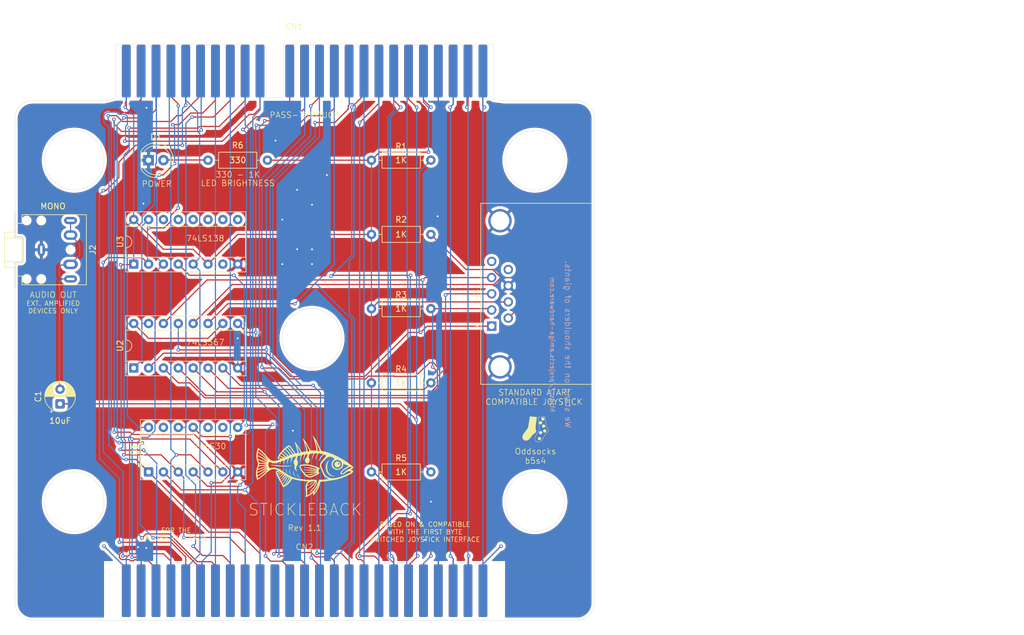
<source format=kicad_pcb>
(kicad_pcb (version 20241229) (generator "pcbnew") (generator_version "9.0")
  (title_block (title "Stickleback") (rev "1.1") (company "Oddsocks b5s4"))
  (layers (0 "F.Cu" signal) (2 "B.Cu" signal) (13 "F.Paste" user) (15 "B.Paste" user) (5 "F.SilkS" user "F.Silkscreen") (7 "B.SilkS" user "B.Silkscreen") (1 "F.Mask" user) (3 "B.Mask" user) (25 "Edge.Cuts" user))
  (net 0 "")
  (net 1 "CPU_A08")
  (net 2 "CPU_A04")
  (net 3 "VCC")
  (net 4 "CPU_D6")
  (net 5 "CPU_D3")
  (net 6 "CPU_A07")
  (net 7 "RESET")
  (net 8 "CPU_A01")
  (net 9 "CPU_D5")
  (net 10 "18VAC")
  (net 11 "1200Hz")
  (net 13 "R{slash}W")
  (net 14 "CPU_A06")
  (net 15 "CPU_A11")
  (net 16 "CPU_A13")
  (net 17 "CPU_A14")
  (net 18 "CPU_A15")
  (net 19 "GND")
  (net 20 "CPU_D4")
  (net 21 "-5V")
  (net 22 "NMI")
  (net 23 "SOUND_O{slash}P")
  (net 24 "AC_RETURN")
  (net 25 "PHI_OUT")
  (net 26 "CPU_D2")
  (net 27 "CPU_A09")
  (net 28 "CPU_D7")
  (net 29 "CPU_A05")
  (net 30 "CPU_D1")
  (net 31 "16Mhz")
  (net 32 "CPU_A02")
  (net 33 "CPU_A00")
  (net 34 "IRQ")
  (net 35 "RDY")
  (net 36 "CPU_A10")
  (net 37 "CPU_A03")
  (net 38 "CPU_D0")
  (net 39 "CPU_A12")
  (net 43 "Net-(D1-A)")
  (net 46 "JOY_5")
  (net 47 "JOY_3")
  (net 48 "JOY_2")
  (net 49 "JOY_4")
  (net 50 "JOY_1")
  (net 51 "Net-(C1-Pad2)")
  (net 52 "Net-(U3-E1)")
  (net 53 "Net-(U2-OEa)")
  (footprint "ODDSOCKS:Acorn Electron TE 5530843-5 PADS" (layer "F.Cu") (at 127 130.302)
    (property "Reference" "CN2")
    (property "Value" "~")
  )
  (footprint "ODDSOCKS:Acorn Electron Expansion Edge Connector" (layer "F.Cu") (at 127 41.402)
    (property "Reference" "CN1")
    (property "Value" "~")
    (fp_line (start -30.988 -0.254) (end -5.334 -0.254) (stroke (width 0.05)) (layer "Edge.Cuts"))
    (fp_line (start -30.988 8.89) (end -30.988 -0.254) (stroke (width 0.05)) (layer "Edge.Cuts"))
    (fp_line (start -5.334 -0.254) (end -5.334 8.89) (stroke (width 0.05)) (layer "Edge.Cuts"))
    (fp_line (start -5.334 8.89) (end -2.286 8.89) (stroke (width 0.05)) (layer "Edge.Cuts"))
    (fp_line (start -2.286 -0.254) (end 33.528 -0.254) (stroke (width 0.05)) (layer "Edge.Cuts"))
    (fp_line (start -2.286 8.89) (end -2.286 -0.254) (stroke (width 0.05)) (layer "Edge.Cuts"))
    (fp_line (start 33.528 -0.254) (end 33.528 9.144) (stroke (width 0.05)) (layer "Edge.Cuts"))
  )
  (footprint "Resistor_THT:R_Axial_DIN0207_L6.3mm_D2.5mm_P10.16mm_Horizontal" (layer "F.Cu") (at 139.7 114.3)
    (property "Reference" "R5")
    (property "Value" "1K")
  )
  (footprint "Resistor_THT:R_Axial_DIN0207_L6.3mm_D2.5mm_P10.16mm_Horizontal" (layer "F.Cu") (at 139.7 86.36)
    (property "Reference" "R3")
    (property "Value" "1K")
  )
  (footprint "Package_DIP:DIP-16_W7.62mm_Socket" (layer "F.Cu") (at 99.06 78.74 90)
    (property "Reference" "U3")
    (property "Value" "74LS138")
  )
  (footprint "Connector_Audio:Jack_3.5mm_CUI_SJ1-3525N_Horizontal" (layer "F.Cu") (at 83.2595 76.28 -90)
    (property "Reference" "J2")
    (property "Value" "AudioJack3_SwitchTR")
    (fp_line (start -2.2 4.5) (end -6.5 4.5) (stroke (width 0.12)) (layer "Edge.Cuts"))
    (fp_line (start 2.2 4.5) (end 6.5 4.5) (stroke (width 0.12)) (layer "Edge.Cuts"))
    (fp_line (start -2.2 3.5) (end -2.2 4.5) (stroke (width 0.12)) (layer "Edge.Cuts"))
    (fp_line (start 2.2 3.5) (end 2.2 4.5) (stroke (width 0.12)) (layer "Edge.Cuts"))
    (fp_line (start 1.8 3.1) (end -1.8 3.1) (stroke (width 0.12)) (layer "Edge.Cuts"))
    (fp_arc (start -2.2 3.5) (mid -2.082842 3.217158) (end -1.8 3.1) (stroke (width 0.12)) (layer "Edge.Cuts"))
    (fp_arc (start 1.8 3.1) (mid 2.082843 3.217157) (end 2.2 3.5) (stroke (width 0.12)) (layer "Edge.Cuts"))
  )
  (footprint "Resistor_THT:R_Axial_DIN0207_L6.3mm_D2.5mm_P10.16mm_Horizontal" (layer "F.Cu") (at 139.7 60.96)
    (property "Reference" "R1")
    (property "Value" "1K")
  )
  (footprint "Resistor_THT:R_Axial_DIN0207_L6.3mm_D2.5mm_P10.16mm_Horizontal" (layer "F.Cu") (at 139.7 73.66)
    (property "Reference" "R2")
    (property "Value" "1K")
  )
  (footprint "Package_DIP:DIP-16_W7.62mm_Socket" (layer "F.Cu") (at 99.06 96.52 90)
    (property "Reference" "U2")
    (property "Value" "74LS367")
  )
  (footprint "Capacitor_THT:CP_Radial_D5.0mm_P2.50mm" (layer "F.Cu") (at 86.465622 102.64299 90)
    (property "Reference" "C1")
    (property "Value" "10uF")
  )
  (footprint "Resistor_THT:R_Axial_DIN0207_L6.3mm_D2.5mm_P10.16mm_Horizontal" (layer "F.Cu") (at 121.92 60.96 180)
    (property "Reference" "R6")
    (property "Value" "330")
  )
  (footprint "Resistor_THT:R_Axial_DIN0207_L6.3mm_D2.5mm_P10.16mm_Horizontal" (layer "F.Cu") (at 139.7 99.06)
    (property "Reference" "R4")
    (property "Value" "1K")
  )
  (footprint "Connector_Dsub:DSUB-9_Pins_Horizontal_P2.77x2.84mm_EdgePinOffset14.56mm_Housed_MountingHolesOffset15.98mm" (layer "F.Cu") (at 160.2525 89.36 90)
    (property "Reference" "J1")
    (property "Value" "DE9_Pins_MountingHoles")
  )
  (footprint "LED_THT:LED_D5.0mm" (layer "F.Cu") (at 101.6 60.96)
    (property "Reference" "D1")
    (property "Value" "LED")
  )
  (footprint "Package_DIP:DIP-14_W7.62mm_Socket" (layer "F.Cu") (at 101.6 114.3 90)
    (property "Reference" "U1")
    (property "Value" "74LS30")
  )
  (gr_poly (pts (xy 169.024716 104.96153) (xy 169.038903 104.962609) (xy 169.052884 104.964386) (xy 169.066641 104.966843) (xy 169.080157 104.969962) (xy 169.093414 104.973727) (xy 169.106395 104.978119) (xy 169.119081 104.983121) (xy 169.131456 104.988715) (xy 169.143502 104.994885) (xy 169.155201 105.001612) (xy 169.166535 105.008878) (xy 169.177488 105.016667) (xy 169.188042 105.02496) (xy 169.198179 105.033741) (xy 169.207881 105.042991) (xy 169.217131 105.052693) (xy 169.225912 105.06283) (xy 169.234205 105.073384) (xy 169.241994 105.084337) (xy 169.24926 105.095671) (xy 169.255987 105.10737) (xy 169.262157 105.119416) (xy 169.267751 105.131791) (xy 169.272753 105.144477) (xy 169.277145 105.157458) (xy 169.28091 105.170715) (xy 169.284029 105.184231) (xy 169.286486 105.197988) (xy 169.288263 105.211969) (xy 169.289342 105.226156) (xy 169.289705 105.240533) (xy 169.289342 105.254909) (xy 169.288263 105.269096) (xy 169.286486 105.283077) (xy 169.284029 105.296835) (xy 169.28091 105.31035) (xy 169.277145 105.323607) (xy 169.272753 105.336588) (xy 169.267751 105.349274) (xy 169.262157 105.361649) (xy 169.255987 105.373695) (xy 169.24926 105.385394) (xy 169.241994 105.396729) (xy 169.234205 105.407682) (xy 169.225912 105.418235) (xy 169.217131 105.428372) (xy 169.207881 105.438074) (xy 169.198179 105.447324) (xy 169.188042 105.456105) (xy 169.177488 105.464398) (xy 169.166535 105.472187) (xy 169.155201 105.479454) (xy 169.143502 105.48618) (xy 169.131456 105.49235) (xy 169.119081 105.497944) (xy 169.106395 105.502946) (xy 169.093414 105.507339) (xy 169.080157 105.511103) (xy 169.066641 105.514223) (xy 169.052884 105.516679) (xy 169.038903 105.518456) (xy 169.024716 105.519535) (xy 169.01034 105.519898) (xy 168.995963 105.519535) (xy 168.981776 105.518456) (xy 168.967795 105.516679) (xy 168.954038 105.514223) (xy 168.940522 105.511103) (xy 168.927265 105.507339) (xy 168.914284 105.502946) (xy 168.901598 105.497944) (xy 168.889223 105.49235) (xy 168.877177 105.48618) (xy 168.865478 105.479454) (xy 168.854143 105.472187) (xy 168.843191 105.464398) (xy 168.832637 105.456105) (xy 168.8225 105.447324) (xy 168.812798 105.438074) (xy 168.803548 105.428372) (xy 168.794767 105.418235) (xy 168.786474 105.407682) (xy 168.778685 105.396729) (xy 168.771418 105.385394) (xy 168.764692 105.373695) (xy 168.758522 105.361649) (xy 168.752928 105.349274) (xy 168.747926 105.336588) (xy 168.743533 105.323607) (xy 168.739769 105.31035) (xy 168.736649 105.296835) (xy 168.734193 105.283077) (xy 168.732416 105.269096) (xy 168.731337 105.254909) (xy 168.730974 105.240533) (xy 168.731337 105.226156) (xy 168.732416 105.211969) (xy 168.734193 105.197988) (xy 168.736649 105.184231) (xy 168.739769 105.170715) (xy 168.743533 105.157458) (xy 168.747926 105.144477) (xy 168.752928 105.131791) (xy 168.758522 105.119416) (xy 168.764692 105.10737) (xy 168.771418 105.095671) (xy 168.778685 105.084337) (xy 168.786474 105.073384) (xy 168.794767 105.06283) (xy 168.803548 105.052693) (xy 168.812798 105.042991) (xy 168.8225 105.033741) (xy 168.832637 105.02496) (xy 168.843191 105.016667) (xy 168.854143 105.008878) (xy 168.865478 105.001612) (xy 168.877177 104.994885) (xy 168.889223 104.988715) (xy 168.901598 104.983121) (xy 168.914284 104.978119) (xy 168.927265 104.973727) (xy 168.940522 104.969962) (xy 168.954038 104.966843) (xy 168.967795 104.964386) (xy 168.981776 104.962609) (xy 168.995963 104.96153) (xy 169.01034 104.961167)) (fill yes) (layer "F.SilkS"))
  (gr_poly (pts (xy 132.493858 112.267561) (xy 132.494262 112.267793) (xy 132.494546 112.268139) (xy 132.49471 112.268599) (xy 132.494679 112.26986) (xy 132.494173 112.271576) (xy 132.493194 112.273746) (xy 132.491745 112.276371) (xy 132.489829 112.279451) (xy 132.484602 112.286975) (xy 132.477537 112.296319) (xy 132.468652 112.307481) (xy 132.457969 112.320462) (xy 132.446482 112.335062) (xy 132.43396 112.352842) (xy 132.420564 112.37347) (xy 132.406457 112.396612) (xy 132.376764 112.449105) (xy 132.346182 112.507654) (xy 132.316013 112.569594) (xy 132.28756 112.632257) (xy 132.262125 112.692976) (xy 132.24101 112.749087) (xy 132.21441 112.832289) (xy 132.192585 112.911668) (xy 132.183354 112.950743) (xy 132.175184 112.989847) (xy 132.168033 113.029308) (xy 132.161855 113.069453) (xy 132.156608 113.110611) (xy 132.152247 113.15311) (xy 132.146008 113.243444) (xy 132.142787 113.34308) (xy 132.142232 113.454642) (xy 132.14422 113.572534) (xy 132.146306 113.626678) (xy 132.149205 113.678105) (xy 132.152983 113.727175) (xy 132.157704 113.774251) (xy 132.163433 113.819693) (xy 132.170234 113.863864) (xy 132.178172 113.907126) (xy 132.187311 113.94984) (xy 132.197717 113.992368) (xy 132.209453 114.035072) (xy 132.222584 114.078313) (xy 132.237176 114.122453) (xy 132.253292 114.167854) (xy 132.270997 114.214878) (xy 132.305229 114.295453) (xy 132.343774 114.371823) (xy 132.386644 114.443996) (xy 132.433853 114.511983) (xy 132.485413 114.575795) (xy 132.541336 114.635442) (xy 132.601637 114.690934) (xy 132.666328 114.742281) (xy 132.735421 114.789494) (xy 132.80893 114.832584) (xy 132.886868 114.87156) (xy 132.969248 114.906433) (xy 133.056082 114.937213) (xy 133.147384 114.963911) (xy 133.243166 114.986537) (xy 133.343441 115.005101) (xy 133.481023 115.02803) (xy 133.359316 115.042142) (xy 133.318381 115.046042) (xy 133.277296 115.048495) (xy 133.194871 115.049139) (xy 133.11242 115.044239) (xy 133.030323 115.033957) (xy 132.94896 115.018455) (xy 132.86871 114.997897) (xy 132.789954 114.972445) (xy 132.713071 114.942262) (xy 132.638441 114.907511) (xy 132.566444 114.868355) (xy 132.49746 114.824955) (xy 132.431868 114.777476) (xy 132.370049 114.72608) (xy 132.312382 114.67093) (xy 132.285224 114.641997) (xy 132.259247 114.612187) (xy 132.234497 114.58152) (xy 132.211024 114.550017) (xy 132.156072 114.466287) (xy 132.106358 114.37751) (xy 132.061952 114.284223) (xy 132.022922 114.186959) (xy 131.989338 114.086253) (xy 131.961272 113.982641) (xy 131.938791 113.876656) (xy 131.921967 113.768835) (xy 131.910868 113.659711) (xy 131.905564 113.54982) (xy 131.906126 113.439696) (xy 131.912623 113.329875) (xy 131.925125 113.22089) (xy 131.943701 113.113278) (xy 131.968422 113.007573) (xy 131.999357 112.904309) (xy 132.015036 112.859811) (xy 132.031686 112.816879) (xy 132.04937 112.775425) (xy 132.068149 112.735361) (xy 132.088086 112.6966) (xy 132.109242 112.659052) (xy 132.13168 112.622632) (xy 132.155461 112.58725) (xy 132.180648 112.552819) (xy 132.207303 112.51925) (xy 132.235487 112.486457) (xy 132.265263 112.454352) (xy 132.296693 112.422845) (xy 132.329838 112.391851) (xy 132.364761 112.36128) (xy 132.401523 112.331045) (xy 132.419986 112.316741) (xy 132.43636 112.304256) (xy 132.450668 112.29359) (xy 132.462929 112.284743) (xy 132.473164 112.277715) (xy 132.481395 112.272506) (xy 132.484764 112.270584) (xy 132.487641 112.269116) (xy 132.490026 112.268103) (xy 132.491923 112.267545) (xy 132.493334 112.267442)) (fill yes) (layer "F.SilkS"))
  (gr_poly (pts (xy 133.915051 112.502683) (xy 133.93547 112.504303) (xy 133.955951 112.506773) (xy 133.976473 112.51009) (xy 133.997016 112.514252) (xy 134.01756 112.519256) (xy 134.038082 112.525101) (xy 134.058563 112.531782) (xy 134.078982 112.539298) (xy 134.099319 112.547646) (xy 134.119552 112.556823) (xy 134.139708 112.56714) (xy 134.159177 112.578255) (xy 134.177975 112.590181) (xy 134.196116 112.602932) (xy 134.213616 112.61652) (xy 134.230491 112.630958) (xy 134.246756 112.646259) (xy 134.262427 112.662436) (xy 134.277519 112.679501) (xy 134.292047 112.697469) (xy 134.306028 112.716351) (xy 134.319477 112.736161) (xy 134.332409 112.756911) (xy 134.34484 112.778615) (xy 134.356785 112.801285) (xy 134.368259 112.824934) (xy 134.374837 112.839617) (xy 134.3807 112.853352) (xy 134.385875 112.866307) (xy 134.390391 112.87865) (xy 134.394277 112.890548) (xy 134.39756 112.902169) (xy 134.40027 112.913682) (xy 134.402435 112.925255) (xy 134.404083 112.937055) (xy 134.405243 112.94925) (xy 134.405943 112.962008) (xy 134.406211 112.975498) (xy 134.406076 112.989887) (xy 134.405567 113.005343) (xy 134.403538 113.040128) (xy 134.399756 113.07657) (xy 134.393709 113.11181) (xy 134.385403 113.145847) (xy 134.374847 113.178676) (xy 134.368727 113.194638) (xy 134.362048 113.210297) (xy 134.35481 113.225653) (xy 134.347014 113.240706) (xy 134.338661 113.255455) (xy 134.329752 113.2699) (xy 134.320289 113.284041) (xy 134.310272 113.297877) (xy 134.288579 113.324635) (xy 134.264683 113.35017) (xy 134.23859 113.374481) (xy 134.210309 113.397564) (xy 134.179847 113.419417) (xy 134.147212 113.440038) (xy 134.112412 113.459424) (xy 134.075454 113.477572) (xy 134.050699 113.487703) (xy 134.024835 113.496272) (xy 133.998036 113.503292) (xy 133.970475 113.508771) (xy 133.942325 113.512721) (xy 133.913759 113.515152) (xy 133.88495 113.516073) (xy 133.856071 113.515496) (xy 133.827295 113.513431) (xy 133.798796 113.509887) (xy 133.770746 113.504876) (xy 133.74332 113.498408) (xy 133.716689 113.490493) (xy 133.691027 113.481141) (xy 133.666507 113.470363) (xy 133.643302 113.458169) (xy 133.619042 113.443113) (xy 133.595878 113.42708) (xy 133.573822 113.410117) (xy 133.552885 113.392268) (xy 133.533079 113.373581) (xy 133.514414 113.354102) (xy 133.496902 113.333877) (xy 133.480555 113.312952) (xy 133.465384 113.291373) (xy 133.451399 113.269187) (xy 133.438612 113.246439) (xy 133.427036 113.223176) (xy 133.41668 113.199444) (xy 133.407556 113.17529) (xy 133.399675 113.150759) (xy 133.39305 113.125897) (xy 133.38769 113.100751) (xy 133.383608 113.075368) (xy 133.380815 113.049792) (xy 133.379321 113.024071) (xy 133.379139 112.99825) (xy 133.380279 112.972376) (xy 133.382754 112.946494) (xy 133.386573 112.920652) (xy 133.391171 112.897771) (xy 133.967801 112.897771) (xy 133.968243 112.909132) (xy 133.969672 112.920511) (xy 133.972123 112.931853) (xy 133.975629 112.943102) (xy 133.980225 112.954204) (xy 133.985945 112.965103) (xy 133.992823 112.975744) (xy 134.000893 112.986072) (xy 134.01019 112.996031) (xy 134.014689 113.000596) (xy 134.019551 113.005016) (xy 134.024729 113.00927) (xy 134.030172 113.013339) (xy 134.035833 113.017201) (xy 134.041662 113.020835) (xy 134.047609 113.024222) (xy 134.053627 113.02734) (xy 134.059665 113.030168) (xy 134.065674 113.032687) (xy 134.071606 113.034874) (xy 134.077412 113.036711) (xy 134.083041 113.038175) (xy 134.088446 113.039246) (xy 134.093577 113.039904) (xy 134.098385 113.040128) (xy 134.103575 113.039919) (xy 134.108882 113.039303) (xy 134.114286 113.038298) (xy 134.119769 113.036921) (xy 134.125312 113.035188) (xy 134.130899 113.033117) (xy 134.136509 113.030725) (xy 134.142124 113.028029) (xy 134.147727 113.025046) (xy 134.153298 113.021794) (xy 134.164273 113.014548) (xy 134.174901 113.006429) (xy 134.185036 112.997574) (xy 134.194531 112.98812) (xy 134.203237 112.978202) (xy 134.211008 112.96796) (xy 134.214496 112.962759) (xy 134.217696 112.957529) (xy 134.220588 112.952285) (xy 134.223154 112.947046) (xy 134.225376 112.941828) (xy 134.227235 112.936648) (xy 134.228713 112.931524) (xy 134.229792 112.926473) (xy 134.230453 112.921511) (xy 134.230677 112.916656) (xy 134.230544 112.911771) (xy 134.230154 112.906717) (xy 134.229516 112.901515) (xy 134.228641 112.896182) (xy 134.226224 112.885197) (xy 134.222987 112.873909) (xy 134.219017 112.862467) (xy 134.214399 112.851016) (xy 134.209217 112.839706) (xy 134.203557 112.828682) (xy 134.197504 112.818092) (xy 134.191144 112.808083) (xy 134.184562 112.798804) (xy 134.177843 112.7904) (xy 134.171072 112.783019) (xy 134.167694 112.779758) (xy 134.164335 112.776809) (xy 134.161005 112.774189) (xy 134.157716 112.771916) (xy 134.154478 112.77001) (xy 134.151302 112.768489) (xy 134.138492 112.764191) (xy 134.125882 112.761181) (xy 134.113505 112.759404) (xy 134.101396 112.758805) (xy 134.08959 112.759328) (xy 134.07812 112.76092) (xy 134.067021 112.763523) (xy 134.056327 112.767083) (xy 134.046073 112.771545) (xy 134.036292 112.776854) (xy 134.027018 112.782954) (xy 134.018287 112.78979) (xy 134.010131 112.797307) (xy 134.002586 112.805449) (xy 133.995686 112.814162) (xy 133.989465 112.82339) (xy 133.983957 112.833078) (xy 133.979196 112.843171) (xy 133.975217 112.853613) (xy 133.972053 112.864349) (xy 133.96974 112.875324) (xy 133.968311 112.886483) (xy 133.967801 112.897771) (xy 133.391171 112.897771) (xy 133.391749 112.894895) (xy 133.398293 112.86927) (xy 133.406216 112.843822) (xy 133.41553 112.818598) (xy 133.426245 112.793644) (xy 133.438373 112.769006) (xy 133.451925 112.744731) (xy 133.466913 112.720864) (xy 133.47988 112.702248) (xy 133.49425 112.684136) (xy 133.509938 112.666577) (xy 133.526858 112.64962) (xy 133.544925 112.633314) (xy 133.564055 112.617708) (xy 133.58416 112.602851) (xy 133.605158 112.588793) (xy 133.626961 112.575583) (xy 133.649486 112.563268) (xy 133.672646 112.5519) (xy 133.696356 112.541526) (xy 133.720532 112.532197) (xy 133.745087 112.52396) (xy 133.769937 112.516865) (xy 133.794996 112.510962) (xy 133.814609 112.507427) (xy 133.834408 112.504757) (xy 133.854372 112.502951) (xy 133.874481 112.502004) (xy 133.894714 112.501916)) (fill yes) (layer "F.SilkS"))
  (gr_poly (pts (xy 128.49892 112.997574) (xy 128.630777 113.002628) (xy 128.756062 113.01006) (xy 128.867207 113.019682) (xy 128.956649 113.031309) (xy 129.184652 113.073043) (xy 129.414764 113.123748) (xy 129.644793 113.182804) (xy 129.872548 113.24959) (xy 130.095839 113.323487) (xy 130.312473 113.403875) (xy 130.52026 113.490133) (xy 130.620152 113.53527) (xy 130.71701 113.581641) (xy 130.918094 113.678655) (xy 130.865177 113.710406) (xy 130.842954 113.725457) (xy 130.821338 113.743334) (xy 130.80044 113.763806) (xy 130.780372 113.786639) (xy 130.761245 113.811601) (xy 130.743169 113.83846) (xy 130.726255 113.866983) (xy 130.710616 113.896937) (xy 130.696361 113.92809) (xy 130.683603 113.96021) (xy 130.672451 113.993063) (xy 130.663018 114.026418) (xy 130.655414 114.060041) (xy 130.649751 114.093701) (xy 130.64614 114.127164) (xy 130.644691 114.160198) (xy 130.644959 114.18467) (xy 130.646424 114.208471) (xy 130.649082 114.231589) (xy 130.652932 114.254015) (xy 130.65797 114.275738) (xy 130.664194 114.296748) (xy 130.671601 114.317034) (xy 130.680189 114.336587) (xy 130.684925 114.346085) (xy 130.689955 114.355395) (xy 130.69528 114.364517) (xy 130.700897 114.373449) (xy 130.706809 114.38219) (xy 130.713013 114.390739) (xy 130.719509 114.399093) (xy 130.726298 114.407253) (xy 130.733379 114.415216) (xy 130.740751 114.422981) (xy 130.748415 114.430548) (xy 130.75637 114.437914) (xy 130.773152 114.45204) (xy 130.791093 114.46535) (xy 130.798261 114.470286) (xy 130.805191 114.475155) (xy 130.811852 114.479931) (xy 130.818213 114.484588) (xy 130.824244 114.4891) (xy 130.829913 114.493442) (xy 130.835189 114.497587) (xy 130.840041 114.50151) (xy 130.844439 114.505185) (xy 130.848351 114.508586) (xy 130.851746 114.511688) (xy 130.854594 114.514464) (xy 130.856862 114.516888) (xy 130.85777 114.517961) (xy 130.858521 114.518936) (xy 130.859112 114.51981) (xy 130.859539 114.52058) (xy 130.859798 114.521243) (xy 130.859885 114.521795) (xy 130.852412 114.528401) (xy 130.831105 114.542311) (xy 130.753666 114.588354) (xy 130.506225 114.727509) (xy 130.224389 114.880223) (xy 130.103955 114.943217) (xy 130.014982 114.987462) (xy 129.926322 115.027824) (xy 129.838424 115.064873) (xy 129.751514 115.098564) (xy 129.665815 115.128849) (xy 129.581553 115.155682) (xy 129.498952 115.179016) (xy 129.418237 115.198806) (xy 129.339633 115.215004) (xy 129.263365 115.227564) (xy 129.189658 115.236439) (xy 129.118736 115.241584) (xy 129.050824 115.24295) (xy 128.986147 115.240493) (xy 128.92493 115.234165) (xy 128.867397 115.223921) (xy 128.813774 115.209712) (xy 128.757958 115.189966) (xy 128.701615 115.165105) (xy 128.644714 115.135096) (xy 128.587224 115.09991) (xy 128.529114 115.059514) (xy 128.470353 115.013879) (xy 128.41091 114.962972) (xy 128.350753 114.906764) (xy 128.335797 114.891651) (xy 128.690593 114.891651) (xy 128.69061 114.892526) (xy 128.690715 114.893424) (xy 128.690908 114.894346) (xy 128.691186 114.895291) (xy 128.691987 114.897259) (xy 128.693099 114.899335) (xy 128.694502 114.901527) (xy 128.696177 114.903843) (xy 128.698107 114.906292) (xy 128.70027 114.908879) (xy 128.70265 114.911614) (xy 128.712534 114.921274) (xy 128.724843 114.931017) (xy 128.739352 114.94076) (xy 128.755841 114.95042) (xy 128.774087 114.959915) (xy 128.793868 114.969161) (xy 128.814962 114.978077) (xy 128.837145 114.98658) (xy 128.860197 114.994586) (xy 128.883895 115.002014) (xy 128.908017 115.00878) (xy 128.93234 115.014802) (xy 128.956643 115.019997) (xy 128.980702 115.024283) (xy 129.004297 115.027576) (xy 129.027204 115.029795) (xy 129.055218 115.030872) (xy 129.084958 115.030804) (xy 129.116331 115.029605) (xy 129.149243 115.027287) (xy 129.183603 115.023863) (xy 129.219317 115.019346) (xy 129.294434 115.007085) (xy 129.37385 114.990607) (xy 129.456821 114.970016) (xy 129.542604 114.945415) (xy 129.630454 114.916907) (xy 129.674226 114.901292) (xy 129.722904 114.882531) (xy 129.83129 114.837366) (xy 129.948234 114.785007) (xy 130.066356 114.729052) (xy 130.178277 114.673096) (xy 130.276617 114.620738) (xy 130.318388 114.597031) (xy 130.353997 114.575573) (xy 130.382521 114.556812) (xy 130.403038 114.541198) (xy 130.415151 114.530315) (xy 130.426189 114.520279) (xy 130.435904 114.511277) (xy 130.440188 114.507222) (xy 130.444048 114.503495) (xy 130.447454 114.500119) (xy 130.450373 114.497118) (xy 130.452776 114.494515) (xy 130.454631 114.492333) (xy 130.455344 114.491407) (xy 130.455908 114.490595) (xy 130.456319 114.4899) (xy 130.456575 114.489325) (xy 130.45667 114.488873) (xy 130.4566 114.488546) (xy 130.456503 114.488431) (xy 130.456363 114.488348) (xy 130.455955 114.488281) (xy 130.410535 114.502612) (xy 130.366658 114.516806) (xy 130.314843 114.534141) (xy 130.17325 114.577388) (xy 130.005612 114.622805) (xy 129.818626 114.668924) (xy 129.618989 114.714279) (xy 129.4134 114.757402) (xy 129.208554 114.796824) (xy 129.01115 114.831078) (xy 128.827885 114.858697) (xy 128.802352 114.86216) (xy 128.779891 114.865312) (xy 128.76035 114.868216) (xy 128.751627 114.869595) (xy 128.743577 114.870934) (xy 128.73618 114.872243) (xy 128.729418 114.873528) (xy 128.723271 114.874798) (xy 128.717721 114.876061) (xy 128.712749 114.877323) (xy 128.708335 114.878593) (xy 128.70446 114.879878) (xy 128.701106 114.881187) (xy 128.698252 114.882527) (xy 128.697008 114.883211) (xy 128.695882 114.883905) (xy 128.694871 114.884612) (xy 128.693974 114.88533) (xy 128.693188 114.886063) (xy 128.69251 114.88681) (xy 128.691939 114.887572) (xy 128.691472 114.888351) (xy 128.691106 114.889147) (xy 128.690839 114.889962) (xy 128.690669 114.890796) (xy 128.690593 114.891651) (xy 128.335797 114.891651) (xy 128.289852 114.845222) (xy 128.228177 114.778317) (xy 128.165695 114.706016) (xy 128.102376 114.62829) (xy 128.038188 114.545106) (xy 127.973102 114.456435) (xy 127.943499 114.414198) (xy 128.215816 114.414198) (xy 128.216182 114.415346) (xy 128.217256 114.417429) (xy 128.221383 114.424175) (xy 128.227908 114.433979) (xy 128.236541 114.446389) (xy 128.246993 114.460948) (xy 128.258975 114.477202) (xy 128.272198 114.494696) (xy 128.286371 114.512976) (xy 128.307277 114.539591) (xy 128.328856 114.565744) (xy 128.350909 114.591261) (xy 128.373242 114.61597) (xy 128.395658 114.639697) (xy 128.41796 114.662269) (xy 128.439951 114.683512) (xy 128.461437 114.703255) (xy 128.482219 114.721323) (xy 128.502103 114.737544) (xy 128.520891 114.751744) (xy 128.538386 114.763751) (xy 128.554394 114.773391) (xy 128.568717 114.780491) (xy 128.575185 114.783034) (xy 128.581159 114.784877) (xy 128.586613 114.785999) (xy 128.591524 114.786378) (xy 128.807986 114.747793) (xy 129.262243 114.657615) (xy 129.764786 114.554207) (xy 130.126107 114.475934) (xy 130.164096 114.466633) (xy 130.199501 114.457413) (xy 130.231558 114.448525) (xy 130.259501 114.440215) (xy 130.271691 114.436355) (xy 130.282566 114.432733) (xy 130.29203 114.429379) (xy 130.299988 114.426325) (xy 130.306343 114.423601) (xy 130.311002 114.421239) (xy 130.312664 114.420204) (xy 130.313867 114.41927) (xy 130.314597 114.418443) (xy 130.314843 114.417725) (xy 130.293404 114.415169) (xy 130.231968 114.41282) (xy 130.006383 114.408906) (xy 129.26533 114.405379) (xy 128.524276 114.409127) (xy 128.298691 114.411579) (xy 128.237254 114.412878) (xy 128.215816 114.414198) (xy 127.943499 114.414198) (xy 127.907085 114.362244) (xy 127.840108 114.262504) (xy 127.762342 114.142983) (xy 127.692333 114.032209) (xy 127.629942 113.929791) (xy 127.575028 113.835339) (xy 127.527452 113.748463) (xy 127.487074 113.668772) (xy 127.469542 113.631499) (xy 127.453756 113.595877) (xy 127.4397 113.561856) (xy 127.427357 113.529387) (xy 127.416709 113.498422) (xy 127.407738 113.468912) (xy 127.400427 113.440809) (xy 127.39476 113.414062) (xy 127.390717 113.388625) (xy 127.389021 113.371788) (xy 127.56781 113.371788) (xy 127.567858 113.377623) (xy 127.568286 113.38367) (xy 127.569082 113.389937) (xy 127.570232 113.396435) (xy 127.582166 113.435777) (xy 127.603856 113.487599) (xy 127.63398 113.549828) (xy 127.671215 113.620393) (xy 127.714237 113.697221) (xy 127.761724 113.77824) (xy 127.864802 113.944563) (xy 127.969863 114.102782) (xy 128.019831 114.173673) (xy 128.066326 114.236321) (xy 128.108025 114.288654) (xy 128.143606 114.328601) (xy 128.171746 114.354089) (xy 128.182611 114.360763) (xy 128.191121 114.363045) (xy 128.220363 114.360896) (xy 128.280859 114.355108) (xy 128.459232 114.336587) (xy 128.583893 114.324508) (xy 128.723623 114.31338) (xy 129.04771 114.293812) (xy 129.430336 114.277551) (xy 129.870343 114.264268) (xy 129.970213 114.26147) (xy 130.063406 114.258425) (xy 130.147876 114.255214) (xy 130.221577 114.25192) (xy 130.282463 114.248627) (xy 130.328486 114.245416) (xy 130.3576 114.24237) (xy 130.365177 114.240935) (xy 130.367109 114.240244) (xy 130.36776 114.239573) (xy 130.362155 114.230994) (xy 130.345329 114.221796) (xy 130.277939 114.201539) (xy 130.165447 114.178801) (xy 130.007706 114.153583) (xy 129.804573 114.125885) (xy 129.555903 114.095706) (xy 128.921371 114.027907) (xy 128.781131 114.013048) (xy 128.630577 113.995688) (xy 128.332012 113.958012) (xy 128.200743 113.93997) (xy 128.092647 113.923975) (xy 128.016093 113.911163) (xy 127.992261 113.906306) (xy 127.979455 113.902671) (xy 127.97748 113.900769) (xy 127.980109 113.899036) (xy 127.998912 113.896083) (xy 128.035327 113.893834) (xy 128.088816 113.892307) (xy 128.244865 113.891508) (xy 128.46276 113.893851) (xy 128.659912 113.898492) (xy 128.857292 113.90584) (xy 129.055127 113.915958) (xy 129.253644 113.928908) (xy 129.45307 113.944752) (xy 129.653633 113.963552) (xy 129.855561 113.98537) (xy 130.05908 114.010267) (xy 130.116576 114.017403) (xy 130.16699 114.023614) (xy 130.210764 114.028925) (xy 130.248339 114.033363) (xy 130.26494 114.035263) (xy 130.280158 114.036954) (xy 130.294046 114.03844) (xy 130.306661 114.039723) (xy 130.318058 114.040807) (xy 130.328292 114.041696) (xy 130.337417 114.042392) (xy 130.345491 114.042899) (xy 130.352567 114.04322) (xy 130.358701 114.043358) (xy 130.361431 114.04336) (xy 130.363947 114.043317) (xy 130.366256 114.04323) (xy 130.368363 114.043099) (xy 130.370276 114.042925) (xy 130.372002 114.042708) (xy 130.373547 114.042449) (xy 130.374919 114.042147) (xy 130.376125 114.041804) (xy 130.377171 114.04142) (xy 130.378064 114.040995) (xy 130.378812 114.040529) (xy 130.37942 114.040023) (xy 130.379897 114.039478) (xy 130.380249 114.038894) (xy 130.380482 114.03827) (xy 130.380604 114.037608) (xy 130.380622 114.036908) (xy 130.380542 114.036171) (xy 130.380372 114.035396) (xy 130.380118 114.034585) (xy 130.379788 114.033737) (xy 130.378924 114.031933) (xy 130.377836 114.029989) (xy 130.376579 114.027907) (xy 130.362282 114.016411) (xy 130.331903 114.00192) (xy 130.226538 113.964875) (xy 130.067761 113.918611) (xy 129.862847 113.864967) (xy 129.619072 113.805783) (xy 129.343712 113.7429) (xy 129.044044 113.678156) (xy 128.727343 113.613392) (xy 128.462842 113.559538) (xy 128.24514 113.514614) (xy 128.09656 113.482919) (xy 128.055167 113.473377) (xy 128.043916 113.470417) (xy 128.039426 113.468754) (xy 128.039639 113.467548) (xy 128.042826 113.466574) (xy 128.05753 113.465288) (xy 128.116128 113.465171) (xy 128.205773 113.467947) (xy 128.317019 113.473163) (xy 128.566526 113.489093) (xy 128.685895 113.498898) (xy 128.789079 113.509322) (xy 128.91571 113.524656) (xy 129.045091 113.543029) (xy 129.178482 113.564668) (xy 129.317143 113.5898) (xy 129.462337 113.618653) (xy 129.615323 113.651453) (xy 129.777363 113.68843) (xy 129.949718 113.729809) (xy 130.028364 113.749168) (xy 130.098584 113.766282) (xy 130.160841 113.78122) (xy 130.215597 113.794053) (xy 130.263314 113.80485) (xy 130.284678 113.809506) (xy 130.304456 113.81368) (xy 130.322706 113.817379) (xy 130.339485 113.820614) (xy 130.354851 113.823391) (xy 130.368862 113.82572) (xy 130.381577 113.827611) (xy 130.393052 113.82907) (xy 130.403345 113.830108) (xy 130.412515 113.830733) (xy 130.420619 113.830954) (xy 130.427716 113.830778) (xy 130.433861 113.830216) (xy 130.436596 113.829793) (xy 130.439115 113.829276) (xy 130.441425 113.828666) (xy 130.443534 113.827966) (xy 130.445448 113.827175) (xy 130.447176 113.826295) (xy 130.448724 113.825327) (xy 130.450099 113.824272) (xy 130.451309 113.823132) (xy 130.452361 113.821906) (xy 130.453263 113.820597) (xy 130.45402 113.819206) (xy 130.454641 113.817733) (xy 130.455133 113.816179) (xy 130.455503 113.814546) (xy 130.455759 113.812835) (xy 130.455955 113.809183) (xy 130.454244 113.800298) (xy 130.449191 113.790544) (xy 130.429548 113.768628) (xy 130.397993 113.743839) (xy 130.355496 113.71658) (xy 130.303025 113.687253) (xy 130.241549 113.656263) (xy 130.09546 113.590903) (xy 129.924979 113.523724) (xy 129.737858 113.45795) (xy 129.54185 113.396806) (xy 129.344704 113.343518) (xy 129.249678 113.320336) (xy 129.158311 113.299613) (xy 129.069465 113.281165) (xy 128.982004 113.264804) (xy 128.894792 113.250345) (xy 128.806691 113.237601) (xy 128.716564 113.226388) (xy 128.623274 113.216517) (xy 128.514109 113.207849) (xy 128.407115 113.203068) (xy 128.30165 113.202254) (xy 128.197074 113.205493) (xy 128.092747 113.212865) (xy 127.988026 113.224455) (xy 127.882272 113.240344) (xy 127.774843 113.260615) (xy 127.743613 113.267178) (xy 127.715336 113.273685) (xy 127.689907 113.280202) (xy 127.678226 113.283486) (xy 127.667218 113.286797) (xy 127.656869 113.290145) (xy 127.647166 113.293537) (xy 127.638095 113.296982) (xy 127.629643 113.300488) (xy 127.621797 113.304064) (xy 127.614543 113.307719) (xy 127.607869 113.311459) (xy 127.601762 113.315295) (xy 127.596207 113.319234) (xy 127.591192 113.323285) (xy 127.586703 113.327456) (xy 127.582727 113.331756) (xy 127.579252 113.336193) (xy 127.576263 113.340774) (xy 127.573748 113.34551) (xy 127.571693 113.350408) (xy 127.570085 113.355476) (xy 127.568911 113.360723) (xy 127.568157 113.366158) (xy 127.56781 113.371788) (xy 127.389021 113.371788) (xy 127.388282 113.364447) (xy 127.387437 113.341481) (xy 127.388166 113.319677) (xy 127.390449 113.298987) (xy 127.394271 113.279361) (xy 127.399613 113.260752) (xy 127.406459 113.24311) (xy 127.41479 113.226387) (xy 127.42459 113.210533) (xy 127.43584 113.1955) (xy 127.448524 113.18124) (xy 127.463516 113.167767) (xy 127.481979 113.154488) (xy 127.503827 113.141432) (xy 127.528974 113.128626) (xy 127.557335 113.116099) (xy 127.588825 113.10388) (xy 127.623359 113.091996) (xy 127.660852 113.080477) (xy 127.701218 113.069351) (xy 127.744371 113.058646) (xy 127.838701 113.038613) (xy 127.94316 113.020605) (xy 128.057065 113.004851) (xy 128.139562 112.998536) (xy 128.245747 112.995342) (xy 128.368054 112.995084)) (fill yes) (layer "F.SilkS"))
  (gr_poly (pts (xy 168.630824 105.609103) (xy 168.645012 105.610182) (xy 168.658993 105.611958) (xy 168.67275 105.614415) (xy 168.686266 105.617534) (xy 168.699523 105.621299) (xy 168.712503 105.625691) (xy 168.72519 105.630693) (xy 168.737565 105.636288) (xy 168.74961 105.642457) (xy 168.761309 105.649184) (xy 168.772644 105.65645) (xy 168.783597 105.664239) (xy 168.794151 105.672533) (xy 168.804287 105.681313) (xy 168.81399 105.690564) (xy 168.82324 105.700266) (xy 168.83202 105.710402) (xy 168.840314 105.720956) (xy 168.848103 105.731909) (xy 168.855369 105.743244) (xy 168.862096 105.754943) (xy 168.868265 105.766988) (xy 168.87386 105.779363) (xy 168.878862 105.79205) (xy 168.883254 105.80503) (xy 168.887019 105.818287) (xy 168.890138 105.831803) (xy 168.892595 105.84556) (xy 168.894371 105.859541) (xy 168.89545 105.873729) (xy 168.895814 105.888105) (xy 168.89545 105.902481) (xy 168.894371 105.916668) (xy 168.892595 105.930649) (xy 168.890138 105.944407) (xy 168.887019 105.957923) (xy 168.883254 105.97118) (xy 168.878862 105.98416) (xy 168.87386 105.996847) (xy 168.868265 106.009221) (xy 168.862096 106.021267) (xy 168.855369 106.032966) (xy 168.848103 106.044301) (xy 168.840314 106.055254) (xy 168.83202 106.065807) (xy 168.82324 106.075944) (xy 168.81399 106.085646) (xy 168.804287 106.094896) (xy 168.794151 106.103677) (xy 168.783597 106.11197) (xy 168.772644 106.119759) (xy 168.761309 106.127026) (xy 168.74961 106.133753) (xy 168.737565 106.139922) (xy 168.72519 106.145517) (xy 168.712503 106.150519) (xy 168.699523 106.154911) (xy 168.686266 106.158675) (xy 168.67275 106.161795) (xy 168.658993 106.164252) (xy 168.645012 106.166028) (xy 168.630824 106.167107) (xy 168.616448 106.167471) (xy 168.602072 106.167107) (xy 168.587885 106.166028) (xy 168.573904 106.164252) (xy 168.560146 106.161795) (xy 168.54663 106.158675) (xy 168.533373 106.154911) (xy 168.520393 106.150519) (xy 168.507706 106.145517) (xy 168.495332 106.139922) (xy 168.483286 106.133753) (xy 168.471587 106.127026) (xy 168.460252 106.119759) (xy 168.449299 106.11197) (xy 168.438746 106.103677) (xy 168.428609 106.094896) (xy 168.418907 106.085646) (xy 168.409657 106.075944) (xy 168.400876 106.065807) (xy 168.392583 106.055254) (xy 168.384794 106.044301) (xy 168.377527 106.032966) (xy 168.3708 106.021267) (xy 168.364631 106.009221) (xy 168.359036 105.996847) (xy 168.354034 105.98416) (xy 168.349642 105.97118) (xy 168.345878 105.957923) (xy 168.342758 105.944407) (xy 168.340301 105.930649) (xy 168.338525 105.916668) (xy 168.337446 105.902481) (xy 168.337082 105.888105) (xy 168.337446 105.873729) (xy 168.338525 105.859541) (xy 168.340301 105.84556) (xy 168.342758 105.831803) (xy 168.345878 105.818287) (xy 168.349642 105.80503) (xy 168.354034 105.79205) (xy 168.359036 105.779363) (xy 168.364631 105.766988) (xy 168.3708 105.754943) (xy 168.377527 105.743244) (xy 168.384794 105.731909) (xy 168.392583 105.720956) (xy 168.400876 105.710402) (xy 168.409657 105.700266) (xy 168.418907 105.690564) (xy 168.428609 105.681313) (xy 168.438746 105.672533) (xy 168.449299 105.664239) (xy 168.460252 105.65645) (xy 168.471587 105.649184) (xy 168.483286 105.642457) (xy 168.495332 105.636288) (xy 168.507706 105.630693) (xy 168.520393 105.625691) (xy 168.533373 105.621299) (xy 168.54663 105.617534) (xy 168.560146 105.614415) (xy 168.573904 105.611958) (xy 168.587885 105.610182) (xy 168.602072 105.609103) (xy 168.616448 105.608739)) (fill yes) (layer "F.SilkS"))
  (gr_poly (pts (xy 129.656944 108.040984) (xy 129.659035 108.042093) (xy 129.66485 108.046779) (xy 129.67298 108.054876) (xy 129.683591 108.06653) (xy 129.712916 108.101102) (xy 129.754147 108.151672) (xy 129.808607 108.21942) (xy 129.937033 108.389773) (xy 130.067072 108.58212) (xy 130.198847 108.796625) (xy 130.332482 109.033455) (xy 130.468102 109.292774) (xy 130.60583 109.574748) (xy 130.74579 109.879542) (xy 130.888107 110.207322) (xy 130.921139 110.283614) (xy 130.953592 110.356619) (xy 130.984721 110.424705) (xy 131.013784 110.486238) (xy 131.040036 110.539585) (xy 131.062732 110.583114) (xy 131.072515 110.600686) (xy 131.081129 110.615191) (xy 131.088483 110.626425) (xy 131.094482 110.634184) (xy 131.102258 110.643) (xy 131.109806 110.650975) (xy 131.117272 110.658174) (xy 131.124799 110.664666) (xy 131.132534 110.670516) (xy 131.140619 110.675793) (xy 131.149201 110.680564) (xy 131.158424 110.684895) (xy 131.168432 110.688855) (xy 131.17937 110.692509) (xy 131.191383 110.695926) (xy 131.204615 110.699172) (xy 131.219212 110.702315) (xy 131.235318 110.705422) (xy 131.272635 110.711795) (xy 131.391222 110.733964) (xy 131.531761 110.765125) (xy 131.688919 110.803851) (xy 131.857364 110.848717) (xy 132.031762 110.898295) (xy 132.206779 110.95116) (xy 132.377084 111.005885) (xy 132.537343 111.061045) (xy 132.743029 111.137139) (xy 132.956233 111.221993) (xy 133.175421 111.314774) (xy 133.399058 111.414649) (xy 133.853542 111.632359) (xy 134.307406 111.868465) (xy 134.748371 112.116312) (xy 135.164159 112.369244) (xy 135.358775 112.495537) (xy 135.542493 112.620605) (xy 135.713777 112.743617) (xy 135.871093 112.86374) (xy 135.960169 112.933771) (xy 136.053215 113.005953) (xy 136.206232 113.123031) (xy 136.237381 113.146947) (xy 136.267896 113.170983) (xy 136.297641 113.195015) (xy 136.32648 113.218915) (xy 136.354274 113.242556) (xy 136.380888 113.265813) (xy 136.406184 113.288558) (xy 136.430026 113.310665) (xy 136.452276 113.332007) (xy 136.472797 113.352457) (xy 136.491452 113.37189) (xy 136.508106 113.390177) (xy 136.52262 113.407194) (xy 136.534857 113.422813) (xy 136.544681 113.436907) (xy 136.551955 113.44935) (xy 136.55756 113.460851) (xy 136.562462 113.472216) (xy 136.566649 113.483463) (xy 136.570111 113.494612) (xy 136.572836 113.50568) (xy 136.574814 113.516687) (xy 136.576034 113.527651) (xy 136.576484 113.538592) (xy 136.576154 113.549527) (xy 136.575033 113.560476) (xy 136.573109 113.571457) (xy 136.570373 113.582489) (xy 136.566811 113.593591) (xy 136.562415 113.604782) (xy 136.557173 113.616079) (xy 136.551073 113.627503) (xy 136.544105 113.639071) (xy 136.536258 113.650803) (xy 136.527521 113.662717) (xy 136.517883 113.674832) (xy 136.495859 113.699739) (xy 136.4701 113.725674) (xy 136.440516 113.752788) (xy 136.40702 113.78123) (xy 136.369524 113.81115) (xy 136.327941 113.842698) (xy 136.15508 113.969697) (xy 136.315594 113.99792) (xy 136.351214 114.004575) (xy 136.383431 114.01139) (xy 136.412398 114.018485) (xy 136.42571 114.022174) (xy 136.438266 114.025977) (xy 136.450087 114.029909) (xy 136.46119 114.033986) (xy 136.471594 114.038221) (xy 136.48132 114.04263) (xy 136.490385 114.047228) (xy 136.498809 114.052029) (xy 136.506611 114.057049) (xy 136.51381 114.062302) (xy 136.520425 114.067803) (xy 136.526476 114.073566) (xy 136.53198 114.079608) (xy 136.536958 114.085942) (xy 136.541428 114.092584) (xy 136.545409 114.099548) (xy 136.54892 114.106849) (xy 136.551982 114.114502) (xy 136.554611 114.122522) (xy 136.556828 114.130924) (xy 136.558652 114.139722) (xy 136.560102 114.148932) (xy 136.561196 114.158568) (xy 136.561954 114.168645) (xy 136.562537 114.190183) (xy 136.562395 114.198626) (xy 136.561976 114.207371) (xy 136.561293 114.216348) (xy 136.56036 114.225488) (xy 136.559189 114.234722) (xy 136.557793 114.243978) (xy 136.556186 114.253188) (xy 136.554379 114.262282) (xy 136.552387 114.27119) (xy 136.550221 114.279842) (xy 136.547895 114.288168) (xy 136.545422 114.296099) (xy 136.542815 114.303565) (xy 136.540086 114.310496) (xy 136.537249 114.316823) (xy 136.534316 114.322474) (xy 136.509976 114.360595) (xy 136.474781 114.401464) (xy 136.428915 114.444979) (xy 136.372562 114.491037) (xy 136.305904 114.539533) (xy 136.229125 114.590366) (xy 136.142409 114.643431) (xy 136.045939 114.698624) (xy 135.824471 114.814986) (xy 135.566189 114.938624) (xy 135.27256 115.06871) (xy 134.945052 115.20442) (xy 134.691617 115.302467) (xy 134.438264 115.391502) (xy 134.185408 115.471442) (xy 133.933461 115.542204) (xy 133.682837 115.603706) (xy 133.43395 115.655865) (xy 133.187212 115.698598) (xy 132.943038 115.731823) (xy 132.812289 115.74847) (xy 132.645822 115.772392) (xy 132.464803 115.800284) (xy 132.290398 115.828837) (xy 132.113345 115.858837) (xy 131.95446 115.884289) (xy 131.810583 115.905607) (xy 131.67855 115.923205) (xy 131.555198 115.937495) (xy 131.437365 115.948891) (xy 131.321889 115.957807) (xy 131.205607 115.964656) (xy 130.960427 115.977003) (xy 130.918094 116.18867) (xy 130.899442 116.276828) (xy 130.877359 116.36766) (xy 130.852051 116.460657) (xy 130.823726 116.555311) (xy 130.792589 116.651111) (xy 130.758847 116.74755) (xy 130.722708 116.844119) (xy 130.684378 116.940307) (xy 130.644064 117.035606) (xy 130.601971 117.129508) (xy 130.558308 117.221503) (xy 130.513281 117.311082) (xy 130.467096 117.397736) (xy 130.41996 117.480956) (xy 130.37208 117.560233) (xy 130.323662 117.635058) (xy 130.268124 117.716001) (xy 130.207108 117.800066) (xy 130.142248 117.885246) (xy 130.075175 117.969537) (xy 130.007524 118.050934) (xy 129.940926 118.127432) (xy 129.877016 118.197026) (xy 129.817426 118.257712) (xy 129.722177 118.349434) (xy 129.729232 118.081323) (xy 129.738051 117.813211) (xy 129.581066 117.95785) (xy 129.501119 118.030029) (xy 129.420056 118.098383) (xy 129.379119 118.13112) (xy 129.337918 118.162892) (xy 129.296459 118.193699) (xy 129.254746 118.223537) (xy 129.212786 118.252403) (xy 129.170582 118.280295) (xy 129.128141 118.30721) (xy 129.085468 118.333146) (xy 129.042567 118.3581) (xy 128.999444 118.38207) (xy 128.956104 118.405053) (xy 128.912552 118.427046) (xy 128.839061 118.461917) (xy 128.761519 118.496664) (xy 128.683977 118.529675) (xy 128.610486 118.559337) (xy 128.545098 118.584039) (xy 128.516709 118.594025) (xy 128.491865 118.602167) (xy 128.471072 118.608262) (xy 128.454837 118.612109) (xy 128.443666 118.613507) (xy 128.440138 118.613225) (xy 128.438066 118.612254) (xy 128.437338 118.61076) (xy 128.437122 118.607662) (xy 128.437391 118.603049) (xy 128.438121 118.597013) (xy 128.440856 118.581031) (xy 128.445121 118.56044) (xy 128.450709 118.535962) (xy 128.457413 118.508322) (xy 128.473344 118.446448) (xy 128.490793 118.370697) (xy 128.503467 118.291887) (xy 128.511388 118.206462) (xy 128.514574 118.110868) (xy 128.513048 118.001548) (xy 128.50683 117.874948) (xy 128.495939 117.727511) (xy 128.480398 117.555684) (xy 128.469285 117.434204) (xy 128.460451 117.320132) (xy 128.453943 117.21298) (xy 128.449806 117.112258) (xy 128.449241 117.081111) (xy 128.657539 117.081111) (xy 128.658055 117.163135) (xy 128.6595 117.198465) (xy 128.661797 117.228499) (xy 128.664993 117.252111) (xy 128.669135 117.26817) (xy 128.671725 117.274076) (xy 128.675133 117.278378) (xy 128.679766 117.280793) (xy 128.68603 117.28104) (xy 128.69433 117.278839) (xy 128.705071 117.273906) (xy 128.71866 117.26596) (xy 128.735502 117.25472) (xy 128.780567 117.22123) (xy 128.843512 117.171183) (xy 128.927583 117.102326) (xy 129.036024 117.012405) (xy 129.227206 116.850993) (xy 129.315084 116.774533) (xy 129.398007 116.700721) (xy 129.476113 116.629421) (xy 129.549543 116.560496) (xy 129.618435 116.493808) (xy 129.68293 116.42922) (xy 129.743167 116.366597) (xy 129.799285 116.3058) (xy 129.851424 116.246693) (xy 129.899723 116.189138) (xy 129.944322 116.133) (xy 129.985361 116.078141) (xy 130.022979 116.024423) (xy 130.057316 115.971711) (xy 130.061666 115.964489) (xy 130.065787 115.957389) (xy 130.069674 115.950427) (xy 130.073325 115.94362) (xy 130.076737 115.936986) (xy 130.079907 115.930543) (xy 130.082833 115.924308) (xy 130.08551 115.918299) (xy 130.087937 115.912532) (xy 130.090111 115.907026) (xy 130.092028 115.901797) (xy 130.093686 115.896864) (xy 130.095081 115.892243) (xy 130.096211 115.887952) (xy 130.097073 115.884009) (xy 130.097665 115.880431) (xy 130.097982 115.877235) (xy 130.098022 115.874439) (xy 130.097783 115.87206) (xy 130.097261 115.870116) (xy 130.096454 115.868625) (xy 130.095943 115.868054) (xy 130.095358 115.867602) (xy 130.094701 115.867273) (xy 130.093971 115.867067) (xy 130.093168 115.866988) (xy 130.09229 115.867037) (xy 130.090312 115.867528) (xy 130.088033 115.868559) (xy 130.085452 115.870146) (xy 130.082564 115.872308) (xy 130.079368 115.875061) (xy 130.075861 115.878424) (xy 130.072038 115.882413) (xy 130.067898 115.887046) (xy 130.056097 115.899719) (xy 130.038887 115.915674) (xy 129.99026 115.956002) (xy 129.926047 116.005177) (xy 129.850279 116.060347) (xy 129.766987 116.118659) (xy 129.680201 116.17726) (xy 129.593954 116.233298) (xy 129.512274 116.283921) (xy 129.463832 116.312673) (xy 129.407185 116.345271) (xy 129.277456 116.417535) (xy 129.13946 116.491784) (xy 129.009566 116.559087) (xy 128.949834 116.589314) (xy 128.893204 116.618673) (xy 128.840956 116.646461) (xy 128.794371 116.671975) (xy 128.754732 116.694513) (xy 128.72332 116.713371) (xy 128.711099 116.721201) (xy 128.701416 116.727848) (xy 128.69443 116.733223) (xy 128.690302 116.737239) (xy 128.687688 116.74153) (xy 128.685142 116.748027) (xy 128.680277 116.76707) (xy 128.675752 116.793239) (xy 128.671615 116.825406) (xy 128.664691 116.903213) (xy 128.659874 116.991459) (xy 128.657539 117.081111) (xy 128.449241 117.081111) (xy 128.448088 117.01748) (xy 128.448834 116.928156) (xy 128.452093 116.843798) (xy 128.457909 116.763918) (xy 128.46633 116.688027) (xy 128.477401 116.615637) (xy 128.478731 116.60894) (xy 128.695875 116.60894) (xy 128.696329 116.61197) (xy 128.697357 116.613767) (xy 128.704894 116.611899) (xy 128.724001 116.603456) (xy 128.79178 116.569642) (xy 129.009565 116.453915) (xy 129.268361 116.311398) (xy 129.485815 116.186907) (xy 129.524998 116.163103) (xy 129.564873 116.138197) (xy 129.645006 116.086282) (xy 129.722824 116.033583) (xy 129.794937 115.982516) (xy 129.827795 115.958351) (xy 129.857955 115.935501) (xy 129.884994 115.914268) (xy 129.908487 115.894955) (xy 129.928012 115.877865) (xy 129.943145 115.863299) (xy 129.953461 115.851559) (xy 129.956681 115.846844) (xy 129.958537 115.842949) (xy 129.959703 115.838679) (xy 129.959678 115.835169) (xy 129.958138 115.832476) (xy 129.954761 115.830656) (xy 129.949225 115.829766) (xy 129.941205 115.829863) (xy 129.930379 115.831005) (xy 129.916425 115.833246) (xy 129.877836 115.84126) (xy 129.822856 115.854358) (xy 129.653385 115.897629) (xy 129.540951 115.927243) (xy 129.437529 115.956608) (xy 129.342706 115.985809) (xy 129.256069 116.014927) (xy 129.177204 116.044045) (xy 129.105697 116.073245) (xy 129.072574 116.087903) (xy 129.041136 116.102611) (xy 129.011331 116.117382) (xy 128.983107 116.132226) (xy 128.968107 116.140713) (xy 128.954137 116.149024) (xy 128.941113 116.157232) (xy 128.92895 116.165409) (xy 128.917562 116.173627) (xy 128.906863 116.181959) (xy 128.89677 116.190477) (xy 128.887195 116.199254) (xy 128.878055 116.208361) (xy 128.869264 116.217871) (xy 128.860736 116.227856) (xy 128.852386 116.23839) (xy 128.84413 116.249543) (xy 128.835881 116.261389) (xy 128.827555 116.273999) (xy 128.819066 116.287447) (xy 128.809695 116.304057) (xy 128.799584 116.323752) (xy 128.78894 116.345979) (xy 128.777973 116.370185) (xy 128.755907 116.422323) (xy 128.73506 116.475743) (xy 128.717108 116.526021) (xy 128.70974 116.548599) (xy 128.703724 116.568733) (xy 128.699268 116.58587) (xy 128.696582 116.599456) (xy 128.695875 116.60894) (xy 128.478731 116.60894) (xy 128.491171 116.54626) (xy 128.507684 116.479408) (xy 128.526988 116.414591) (xy 128.549128 116.351323) (xy 128.574153 116.289113) (xy 128.602107 116.227475) (xy 128.614112 116.202878) (xy 128.625716 116.179943) (xy 128.637016 116.158553) (xy 128.648106 116.138592) (xy 128.659083 116.119943) (xy 128.670041 116.102491) (xy 128.681077 116.086118) (xy 128.692286 116.07071) (xy 128.703764 116.056149) (xy 128.715606 116.042319) (xy 128.727908 116.029104) (xy 128.740766 116.016388) (xy 128.754275 116.004054) (xy 128.76853 115.991986) (xy 128.783628 115.980068) (xy 128.799663 115.968184) (xy 128.866691 115.920559) (xy 128.686774 115.908211) (xy 128.339068 115.881185) (xy 127.993345 115.845786) (xy 127.655891 115.803071) (xy 127.332989 115.754092) (xy 127.030923 115.699904) (xy 126.755977 115.641561) (xy 126.514434 115.580118) (xy 126.408153 115.548563) (xy 126.312579 115.516629) (xy 126.247398 115.494194) (xy 126.2186 115.484444) (xy 126.193296 115.476059) (xy 126.172209 115.469327) (xy 126.156061 115.464538) (xy 126.150066 115.462963) (xy 126.145578 115.461982) (xy 126.142686 115.461631) (xy 126.141867 115.461704) (xy 126.141482 115.461947) (xy 126.13495 115.472862) (xy 126.119654 115.500312) (xy 126.098074 115.540331) (xy 126.07269 115.588948) (xy 126.022121 115.678793) (xy 125.965954 115.768785) (xy 125.904631 115.858493) (xy 125.838589 115.947486) (xy 125.768269 116.035331) (xy 125.694109 116.121597) (xy 125.616549 116.205854) (xy 125.536027 116.287668) (xy 125.452984 116.366609) (xy 125.367858 116.442246) (xy 125.281089 116.514146) (xy 125.193116 116.581879) (xy 125.104378 116.645013) (xy 125.015315 116.703116) (xy 124.926365 116.755756) (xy 124.837968 116.802503) (xy 124.806548 116.817716) (xy 124.777104 116.831604) (xy 124.749629 116.844163) (xy 124.724115 116.855392) (xy 124.700554 116.865288) (xy 124.678939 116.873847) (xy 124.659262 116.881069) (xy 124.641515 116.886949) (xy 124.625691 116.891486) (xy 124.618497 116.893249) (xy 124.611781 116.894676) (xy 124.605541 116.895766) (xy 124.599778 116.896518) (xy 124.594489 116.896933) (xy 124.589673 116.897009) (xy 124.585331 116.896747) (xy 124.581461 116.896145) (xy 124.578061 116.895205) (xy 124.575132 116.893926) (xy 124.572671 116.892306) (xy 124.570678 116.890347) (xy 124.569153 116.888047) (xy 124.568093 116.885406) (xy 124.541752 116.82223) (xy 124.492963 116.720648) (xy 124.342756 116.429882) (xy 124.301909 116.354476) (xy 124.546926 116.354476) (xy 124.548137 116.358606) (xy 124.551567 116.367257) (xy 124.563876 116.395542) (xy 124.601827 116.477948) (xy 124.641432 116.560355) (xy 124.655809 116.588639) (xy 124.660582 116.597291) (xy 124.663343 116.60142) (xy 124.664792 116.602214) (xy 124.666812 116.602293) (xy 124.672487 116.60038) (xy 124.680218 116.595831) (xy 124.689857 116.588797) (xy 124.694727 116.584792) (xy 124.817685 116.584792) (xy 124.817933 116.585355) (xy 124.818565 116.585545) (xy 124.823445 116.584988) (xy 124.829453 116.583345) (xy 124.844645 116.576953) (xy 124.863733 116.566686) (xy 124.88631 116.552858) (xy 124.911966 116.535785) (xy 124.940294 116.515782) (xy 125.003333 116.468246) (xy 125.072159 116.412773) (xy 125.143507 116.351885) (xy 125.214111 116.288102) (xy 125.280704 116.223948) (xy 125.318581 116.185884) (xy 125.35485 116.148383) (xy 125.389558 116.111389) (xy 125.422753 116.074844) (xy 125.454479 116.038692) (xy 125.484785 116.002876) (xy 125.513716 115.967339) (xy 125.541319 115.932024) (xy 125.56764 115.896875) (xy 125.592727 115.861834) (xy 125.616624 115.826845) (xy 125.63938 115.79185) (xy 125.66104 115.756794) (xy 125.681651 115.721619) (xy 125.70126 115.686268) (xy 125.719913 115.650684) (xy 125.737753 115.614474) (xy 125.753581 115.580525) (xy 125.76741 115.54874) (xy 125.779251 115.519026) (xy 125.789118 115.491286) (xy 125.793316 115.478126) (xy 125.797024 115.465424) (xy 125.800246 115.453167) (xy 125.802982 115.441344) (xy 125.805234 115.429944) (xy 125.807005 115.418953) (xy 125.808294 115.40836) (xy 125.809105 115.398152) (xy 125.809438 115.388319) (xy 125.809296 115.378848) (xy 125.808679 115.369727) (xy 125.80759 115.360945) (xy 125.80603 115.352488) (xy 125.804001 115.344346) (xy 125.801504 115.336506) (xy 125.798541 115.328956) (xy 125.795113 115.321685) (xy 125.791223 115.31468) (xy 125.786871 115.30793) (xy 125.78206 115.301422) (xy 125.776791 115.295145) (xy 125.771065 115.289087) (xy 125.766802 115.285123) (xy 125.762609 115.281502) (xy 125.758485 115.278224) (xy 125.754429 115.275289) (xy 125.750439 115.2727) (xy 125.746513 115.270456) (xy 125.742649 115.268559) (xy 125.738847 115.26701) (xy 125.735104 115.26581) (xy 125.731419 115.26496) (xy 125.72779 115.264461) (xy 125.724215 115.264313) (xy 125.720694 115.264518) (xy 125.717224 115.265076) (xy 125.713804 115.26599) (xy 125.710432 115.267258) (xy 125.707106 115.268884) (xy 125.703825 115.270867) (xy 125.700588 115.273208) (xy 125.697392 115.275909) (xy 125.694236 115.27897) (xy 125.691119 115.282393) (xy 125.688038 115.286178) (xy 125.684993 115.290326) (xy 125.681981 115.294839) (xy 125.679001 115.299717) (xy 125.676052 115.304962) (xy 125.673131 115.310573) (xy 125.66737 115.322902) (xy 125.661704 115.336711) (xy 125.634526 115.402082) (xy 125.600382 115.477023) (xy 125.560904 115.558372) (xy 125.517727 115.642967) (xy 125.472482 115.727644) (xy 125.426804 115.809241) (xy 125.382324 115.884596) (xy 125.340676 115.950545) (xy 125.291577 116.024281) (xy 125.246198 116.089644) (xy 125.202639 116.149014) (xy 125.180946 116.177193) (xy 125.158996 116.204765) (xy 125.13655 116.232028) (xy 125.113369 116.259277) (xy 125.063856 116.314926) (xy 125.008556 116.374088) (xy 124.945566 116.439142) (xy 124.917464 116.468728) (xy 124.891739 116.496248) (xy 124.86895 116.521122) (xy 124.849654 116.542771) (xy 124.84149 116.552205) (xy 124.834409 116.560616) (xy 124.828481 116.567932) (xy 124.823774 116.57408) (xy 124.82036 116.578987) (xy 124.819159 116.580953) (xy 124.818307 116.582582) (xy 124.817813 116.583865) (xy 124.817685 116.584792) (xy 124.694727 116.584792) (xy 124.701252 116.579427) (xy 124.714255 116.567872) (xy 124.744482 116.538802) (xy 124.77934 116.502787) (xy 124.817628 116.461025) (xy 124.85815 116.414716) (xy 124.899704 116.365059) (xy 124.958342 116.290804) (xy 125.017406 116.211056) (xy 125.076248 116.127019) (xy 125.134219 116.039897) (xy 125.190671 115.950894) (xy 125.244955 115.861214) (xy 125.296422 115.772061) (xy 125.344425 115.684639) (xy 125.388314 115.600152) (xy 125.427441 115.519805) (xy 125.461158 115.444801) (xy 125.488816 115.376344) (xy 125.509766 115.315639) (xy 125.52336 115.263889) (xy 125.527195 115.241749) (xy 125.528949 115.222299) (xy 125.528539 115.20569) (xy 125.525885 115.192073) (xy 125.52463 115.188337) (xy 125.52287 115.184428) (xy 125.520641 115.18038) (xy 125.517975 115.176226) (xy 125.514906 115.171999) (xy 125.511467 115.167733) (xy 125.507693 115.163463) (xy 125.503616 115.159221) (xy 125.49927 115.15504) (xy 125.494689 115.150956) (xy 125.489907 115.147) (xy 125.484957 115.143208) (xy 125.479872 115.139611) (xy 125.474687 115.136245) (xy 125.469435 115.133142) (xy 125.464149 115.130337) (xy 125.453686 115.125148) (xy 125.443616 115.120249) (xy 125.434166 115.115763) (xy 125.425563 115.111816) (xy 125.418036 115.108529) (xy 125.414746 115.107173) (xy 125.411811 115.106028) (xy 125.409258 115.105111) (xy 125.407115 115.104437) (xy 125.405412 115.104021) (xy 125.404177 115.103879) (xy 125.403007 115.104936) (xy 125.400859 115.10804) (xy 125.393841 115.119974) (xy 125.370442 115.16385) (xy 125.337452 115.228894) (xy 125.298343 115.308489) (xy 125.264843 115.376786) (xy 125.231091 115.442855) (xy 125.197004 115.506826) (xy 125.162496 115.568828) (xy 125.127481 115.628991) (xy 125.091875 115.687443) (xy 125.055592 115.744314) (xy 125.018546 115.799733) (xy 124.980653 115.853828) (xy 124.941828 115.90673) (xy 124.901984 115.958568) (xy 124.861037 116.00947) (xy 124.818901 116.059566) (xy 124.775492 116.108985) (xy 124.730723 116.157857) (xy 124.68451 116.206309) (xy 124.656822 116.234742) (xy 124.631015 116.261458) (xy 124.607646 116.285901) (xy 124.587275 116.307512) (xy 124.57046 116.325733) (xy 124.557758 116.340006) (xy 124.553124 116.345488) (xy 124.549727 116.349773) (xy 124.547638 116.352792) (xy 124.547106 116.353806) (xy 124.546926 116.354476) (xy 124.301909 116.354476) (xy 124.14691 116.06834) (xy 124.079668 115.948765) (xy 124.3348 115.948765) (xy 124.335362 115.952274) (xy 124.339301 115.964102) (xy 124.346573 115.981546) (xy 124.356675 116.003655) (xy 124.38335 116.058049) (xy 124.415296 116.119658) (xy 124.448483 116.180853) (xy 124.478879 116.234008) (xy 124.491771 116.255186) (xy 124.502454 116.271494) (xy 124.510424 116.281978) (xy 124.513234 116.284738) (xy 124.515177 116.285684) (xy 124.520664 116.282962) (xy 124.529639 116.275073) (xy 124.556794 116.245445) (xy 124.594118 116.200108) (xy 124.63909 116.142368) (xy 124.689188 116.075533) (xy 124.741891 116.002911) (xy 124.794677 115.927808) (xy 124.845024 115.853531) (xy 124.894981 115.773577) (xy 124.951326 115.676922) (xy 125.010688 115.570013) (xy 125.069699 115.459302) (xy 125.12499 115.351236) (xy 125.17319 115.252265) (xy 125.210931 115.168839) (xy 125.224826 115.13497) (xy 125.234843 115.107406) (xy 125.237965 115.097439) (xy 125.240714 115.088027) (xy 125.243091 115.079148) (xy 125.245096 115.070778) (xy 125.246729 115.062893) (xy 125.24799 115.055471) (xy 125.248879 115.048488) (xy 125.249395 115.041922) (xy 125.24954 115.035748) (xy 125.249313 115.029943) (xy 125.248713 115.024485) (xy 125.248274 115.021878) (xy 125.247742 115.019349) (xy 125.247116 115.016896) (xy 125.246398 115.014514) (xy 125.245587 115.012201) (xy 125.244683 115.009954) (xy 125.243685 115.007771) (xy 125.242595 115.005648) (xy 125.241411 115.003583) (xy 125.240135 115.001572) (xy 125.23293 114.990955) (xy 125.229368 114.986373) (xy 125.225821 114.982283) (xy 125.22228 114.978691) (xy 125.218737 114.975601) (xy 125.215183 114.97302) (xy 125.21161 114.970952) (xy 125.208008 114.969404) (xy 125.204368 114.968381) (xy 125.200683 114.967888) (xy 125.196944 114.967931) (xy 125.193141 114.968515) (xy 125.189266 114.969646) (xy 125.18531 114.97133) (xy 125.181265 114.973571) (xy 125.177122 114.976375) (xy 125.172872 114.979748) (xy 125.168506 114.983696) (xy 125.164016 114.988223) (xy 125.154627 114.999038) (xy 125.144637 115.012239) (xy 125.133975 115.027868) (xy 125.122571 115.045969) (xy 125.110356 115.066588) (xy 125.09726 115.089766) (xy 125.062444 115.151251) (xy 125.02668 115.210814) (xy 124.989805 115.26864) (xy 124.951656 115.324915) (xy 124.912071 115.379827) (xy 124.870886 115.43356) (xy 124.827939 115.486301) (xy 124.783067 115.538236) (xy 124.736107 115.589551) (xy 124.686897 115.640431) (xy 124.635274 115.691064) (xy 124.581074 115.741635) (xy 124.524136 115.792329) (xy 124.464296 115.843334) (xy 124.401391 115.894835) (xy 124.33526 115.947017) (xy 124.3348 115.948765) (xy 124.079668 115.948765) (xy 123.934857 115.691253) (xy 123.886487 115.604823) (xy 124.141232 115.604823) (xy 124.141618 115.607126) (xy 124.142748 115.61068) (xy 124.147075 115.621249) (xy 124.153882 115.635953) (xy 124.16284 115.654212) (xy 124.18588 115.69908) (xy 124.213552 115.751225) (xy 124.285871 115.883516) (xy 124.365246 115.805906) (xy 124.404171 115.767415) (xy 124.444638 115.725029) (xy 124.486289 115.679231) (xy 124.528764 115.630509) (xy 124.61475 115.526233) (xy 124.699724 115.416086) (xy 124.780811 115.303955) (xy 124.855139 115.193726) (xy 124.88887 115.140539) (xy 124.919834 115.089285) (xy 124.947672 115.040449) (xy 124.972024 114.994517) (xy 124.9823 114.973738) (xy 124.991313 114.954954) (xy 124.99908 114.938009) (xy 125.00562 114.922749) (xy 125.008436 114.915702) (xy 125.010951 114.909018) (xy 125.013169 114.902678) (xy 125.015091 114.896662) (xy 125.01672 114.890951) (xy 125.018058 114.885526) (xy 125.019107 114.880367) (xy 125.019869 114.875454) (xy 125.020348 114.870769) (xy 125.020544 114.866292) (xy 125.020461 114.862004) (xy 125.0201 114.857884) (xy 125.019464 114.853915) (xy 125.018555 114.850076) (xy 125.017376 114.846348) (xy 125.015928 114.842712) (xy 125.014214 114.839149) (xy 125.012236 114.835638) (xy 125.009997 114.832161) (xy 125.007498 114.828698) (xy 125.004742 114.825229) (xy 125.001731 114.821737) (xy 124.998468 114.8182) (xy 124.994954 114.8146) (xy 124.992251 114.811667) (xy 124.989449 114.80883) (xy 124.986575 114.806101) (xy 124.983654 114.803493) (xy 124.980713 114.80102) (xy 124.977777 114.798694) (xy 124.974872 114.796529) (xy 124.972024 114.794536) (xy 124.969258 114.79273) (xy 124.966601 114.791122) (xy 124.964079 114.789726) (xy 124.961716 114.788555) (xy 124.95954 114.787622) (xy 124.957575 114.78694) (xy 124.955848 114.786521) (xy 124.955082 114.786414) (xy 124.954385 114.786378) (xy 124.952717 114.786948) (xy 124.950385 114.788618) (xy 124.947428 114.791331) (xy 124.943884 114.795032) (xy 124.935192 114.805168) (xy 124.924619 114.818569) (xy 124.912475 114.834782) (xy 124.899071 114.853351) (xy 124.884715 114.873821) (xy 124.869718 114.895739) (xy 124.838361 114.941978) (xy 124.805226 114.988002) (xy 124.770438 115.03368) (xy 124.734119 115.07888) (xy 124.696396 115.123471) (xy 124.65739 115.167319) (xy 124.617227 115.210295) (xy 124.576031 115.252265) (xy 124.533925 115.293099) (xy 124.491033 115.332663) (xy 124.447481 115.370828) (xy 124.40339 115.40746) (xy 124.358886 115.442428) (xy 124.314093 115.475601) (xy 124.269135 115.506846) (xy 124.224135 115.536031) (xy 124.215956 115.541648) (xy 124.207984 115.547234) (xy 124.200261 115.552758) (xy 124.192826 115.55819) (xy 124.185722 115.563497) (xy 124.178991 115.568649) (xy 124.172672 115.573615) (xy 124.166809 115.578364) (xy 124.161441 115.582866) (xy 124.156611 115.587088) (xy 124.15236 115.591) (xy 124.148729 115.594571) (xy 124.145759 115.597769) (xy 124.143492 115.600565) (xy 124.142635 115.601802) (xy 124.141969 115.602927) (xy 124.1415 115.603935) (xy 124.141232 115.604823) (xy 123.886487 115.604823) (xy 123.836 115.51461) (xy 123.74692 115.348012) (xy 123.70608 115.267342) (xy 123.958363 115.267342) (xy 123.959882 115.276443) (xy 123.963799 115.289317) (xy 123.969804 115.305347) (xy 123.977587 115.323921) (xy 123.986837 115.344422) (xy 124.008499 115.388746) (xy 124.032312 115.433402) (xy 124.044249 115.454316) (xy 124.055794 115.473468) (xy 124.066635 115.490243) (xy 124.076464 115.504026) (xy 124.08497 115.514202) (xy 124.08863 115.517745) (xy 124.091843 115.520156) (xy 124.09703 115.520915) (xy 124.104872 115.518352) (xy 124.127858 115.503988) (xy 124.159475 115.478519) (xy 124.198393 115.443399) (xy 124.243285 115.400083) (xy 124.292823 115.350026) (xy 124.400524 115.235508) (xy 124.51087 115.111481) (xy 124.613238 114.989583) (xy 124.658109 114.933069) (xy 124.697002 114.881452) (xy 124.728587 114.836186) (xy 124.751538 114.798725) (xy 124.758094 114.786664) (xy 124.763885 114.775578) (xy 124.768932 114.765406) (xy 124.773256 114.756089) (xy 124.776876 114.747568) (xy 124.77843 114.743587) (xy 124.779815 114.739783) (xy 124.781035 114.736149) (xy 124.782092 114.732676) (xy 124.782989 114.729357) (xy 124.783729 114.726186) (xy 124.784313 114.723154) (xy 124.784745 114.720254) (xy 124.785027 114.717478) (xy 124.785162 114.71482) (xy 124.785152 114.712272) (xy 124.785 114.709826) (xy 124.784708 114.707475) (xy 124.78428 114.705212) (xy 124.783717 114.703028) (xy 124.783022 114.700918) (xy 124.782198 114.698872) (xy 124.781248 114.696885) (xy 124.780174 114.694948) (xy 124.778978 114.693054) (xy 124.777663 114.691195) (xy 124.776232 114.689364) (xy 124.773838 114.686742) (xy 124.771302 114.684176) (xy 124.768647 114.681682) (xy 124.765897 114.679277) (xy 124.763074 114.676975) (xy 124.760202 114.674791) (xy 124.757304 114.672742) (xy 124.754404 114.670843) (xy 124.751524 114.66911) (xy 124.748689 114.667557) (xy 124.74592 114.666201) (xy 124.743242 114.665056) (xy 124.740678 114.664139) (xy 124.73825 114.663464) (xy 124.735983 114.663049) (xy 124.734916 114.662942) (xy 124.733899 114.662906) (xy 124.731083 114.66403) (xy 124.726671 114.666689) (xy 124.713449 114.676301) (xy 124.695017 114.691121) (xy 124.672163 114.710531) (xy 124.64567 114.73391) (xy 124.616325 114.760637) (xy 124.584912 114.790092) (xy 124.552218 114.821657) (xy 124.51344 114.857751) (xy 124.470528 114.895436) (xy 124.424474 114.93399) (xy 124.376271 114.972689) (xy 124.326909 115.010809) (xy 124.277383 115.047627) (xy 124.228683 115.082419) (xy 124.181802 115.114461) (xy 124.099698 115.167874) (xy 124.030328 115.21368) (xy 124.002743 115.23218) (xy 123.981132 115.246919) (xy 123.966425 115.257275) (xy 123.961951 115.260616) (xy 123.959552 115.262629) (xy 123.9586 115.264399) (xy 123.958363 115.267342) (xy 123.70608 115.267342) (xy 123.667308 115.190757) (xy 123.596852 115.042142) (xy 123.541233 114.915142) (xy 123.770816 114.915142) (xy 123.771125 114.919094) (xy 123.772029 114.92396) (xy 123.775477 114.936161) (xy 123.780873 114.951198) (xy 123.787931 114.968527) (xy 123.796363 114.987603) (xy 123.805883 115.007881) (xy 123.82704 115.049859) (xy 123.838102 115.07047) (xy 123.849105 115.090102) (xy 123.859762 115.108209) (xy 123.869786 115.124246) (xy 123.87889 115.137669) (xy 123.886788 115.147931) (xy 123.893192 115.154488) (xy 123.895744 115.156207) (xy 123.897816 115.156795) (xy 123.906179 115.154658) (xy 123.919082 115.148465) (xy 123.936104 115.138541) (xy 123.956823 115.125211) (xy 124.007669 115.089637) (xy 124.068251 115.044347) (xy 124.1352 114.991947) (xy 124.205146 114.935041) (xy 124.274719 114.876233) (xy 124.340552 114.818128) (xy 124.367308 114.793546) (xy 124.392628 114.769476) (xy 124.416438 114.746016) (xy 124.438668 114.723264) (xy 124.459244 114.701318) (xy 124.478094 114.680276) (xy 124.495145 114.660237) (xy 124.510326 114.641298) (xy 124.523564 114.623559) (xy 124.534786 114.607116) (xy 124.543921 114.592069) (xy 124.547682 114.585099) (xy 124.550895 114.578515) (xy 124.55355 114.572329) (xy 124.555637 114.566553) (xy 124.557149 114.561199) (xy 124.558075 114.55628) (xy 124.558407 114.551808) (xy 124.558135 114.547796) (xy 124.557251 114.544255) (xy 124.555746 114.541198) (xy 124.551741 114.535498) (xy 124.546944 114.530986) (xy 124.544219 114.529186) (xy 124.541262 114.527695) (xy 124.534607 114.525653) (xy 124.526887 114.524894) (xy 124.518012 114.525447) (xy 124.507891 114.527343) (xy 124.496435 114.530614) (xy 124.483553 114.535291) (xy 124.469153 114.541404) (xy 124.453147 114.548985) (xy 124.435443 114.558065) (xy 124.415951 114.568674) (xy 124.394581 114.580844) (xy 124.345843 114.60999) (xy 124.313094 114.629458) (xy 124.27402 114.651634) (xy 124.230067 114.675753) (xy 124.182684 114.70105) (xy 124.08341 114.75212) (xy 124.034414 114.776363) (xy 123.987774 114.798725) (xy 123.944521 114.819571) (xy 123.904017 114.839488) (xy 123.867192 114.85804) (xy 123.834977 114.874793) (xy 123.808302 114.889314) (xy 123.797332 114.895602) (xy 123.788096 114.901169) (xy 123.78071 114.905961) (xy 123.775291 114.909923) (xy 123.771954 114.913001) (xy 123.771102 114.914192) (xy 123.770816 114.915142) (xy 123.541233 114.915142) (xy 123.535243 114.901465) (xy 123.482172 114.768023) (xy 123.45874 114.703795) (xy 123.437327 114.641113) (xy 123.435286 114.634685) (xy 123.647343 114.634685) (xy 123.648079 114.640656) (xy 123.650168 114.64905) (xy 123.653436 114.659481) (xy 123.657706 114.671561) (xy 123.668551 114.699114) (xy 123.681298 114.728611) (xy 123.694541 114.756951) (xy 123.700909 114.769717) (xy 123.706874 114.781032) (xy 123.712261 114.790507) (xy 123.716893 114.797754) (xy 123.720595 114.802387) (xy 123.722042 114.803602) (xy 123.723191 114.804017) (xy 123.729571 114.802138) (xy 123.741656 114.796752) (xy 123.780297 114.77698) (xy 123.83382 114.747742) (xy 123.896934 114.712075) (xy 123.964347 114.673018) (xy 124.030769 114.633609) (xy 124.090906 114.596888) (xy 124.139468 114.565893) (xy 124.165307 114.548715) (xy 124.189253 114.532237) (xy 124.211312 114.516457) (xy 124.231493 114.501372) (xy 124.249804 114.48698) (xy 124.266251 114.473277) (xy 124.280843 114.460262) (xy 124.287446 114.454011) (xy 124.293588 114.447932) (xy 124.29927 114.442022) (xy 124.304493 114.436283) (xy 124.309258 114.430714) (xy 124.313566 114.425315) (xy 124.317418 114.420084) (xy 124.320815 114.415023) (xy 124.323758 114.41013) (xy 124.326248 114.405405) (xy 124.328285 114.400849) (xy 124.329871 114.39646) (xy 124.331007 114.392238) (xy 124.331694 114.388183) (xy 124.331933 114.384295) (xy 124.331724 114.380574) (xy 124.331069 114.377018) (xy 124.329968 114.373628) (xy 124.326919 114.366572) (xy 124.323512 114.360671) (xy 124.319434 114.356005) (xy 124.314369 114.352654) (xy 124.308002 114.350699) (xy 124.300017 114.350219) (xy 124.290099 114.351294) (xy 124.277934 114.354005) (xy 124.263205 114.358431) (xy 124.245598 114.364654) (xy 124.224797 114.372752) (xy 124.200488 114.382806) (xy 124.140081 114.409102) (xy 124.061857 114.444184) (xy 123.971651 114.48445) (xy 123.882602 114.522898) (xy 123.805129 114.555061) (xy 123.773988 114.567391) (xy 123.749649 114.576475) (xy 123.739198 114.580501) (xy 123.729047 114.58462) (xy 123.719248 114.5888) (xy 123.709851 114.593012) (xy 123.700909 114.597224) (xy 123.692474 114.601404) (xy 123.684597 114.605523) (xy 123.677329 114.609548) (xy 123.670723 114.61345) (xy 123.664831 114.617197) (xy 123.659703 114.620757) (xy 123.655391 114.624101) (xy 123.653558 114.625681) (xy 123.651948 114.627196) (xy 123.650568 114.628641) (xy 123.649424 114.630013) (xy 123.648523 114.631307) (xy 123.647872 114.632519) (xy 123.647477 114.633646) (xy 123.647343 114.634685) (xy 123.435286 114.634685) (xy 123.417893 114.579887) (xy 123.400399 114.520032) (xy 123.388272 114.474387) (xy 123.378457 114.433101) (xy 123.371118 114.395779) (xy 123.368427 114.378481) (xy 123.368317 114.377582) (xy 123.562512 114.377582) (xy 123.5626 114.383445) (xy 123.563503 114.396035) (xy 123.565296 114.409504) (xy 123.567879 114.423524) (xy 123.571154 114.437765) (xy 123.575024 114.451901) (xy 123.579389 114.465603) (xy 123.584153 114.478542) (xy 123.589217 114.490391) (xy 123.594482 114.500822) (xy 123.597159 114.505402) (xy 123.59985 114.509505) (xy 123.602542 114.51309) (xy 123.605223 114.516114) (xy 123.607881 114.518538) (xy 123.610504 114.520321) (xy 123.613079 114.52142) (xy 123.615593 114.521795) (xy 123.623093 114.519995) (xy 123.635905 114.514836) (xy 123.674904 114.495888) (xy 123.727462 114.467845) (xy 123.788454 114.433601) (xy 123.852754 114.396049) (xy 123.915234 114.358084) (xy 123.970769 114.3226) (xy 124.014232 114.292489) (xy 124.02175 114.287102) (xy 124.029063 114.281555) (xy 124.036134 114.275894) (xy 124.042923 114.270165) (xy 124.049392 114.264416) (xy 124.055501 114.258693) (xy 124.061212 114.253042) (xy 124.066487 114.24751) (xy 124.071287 114.242144) (xy 124.075572 114.236989) (xy 124.079304 114.232093) (xy 124.082445 114.227501) (xy 124.084955 114.223261) (xy 124.085962 114.221287) (xy 124.086796 114.219419) (xy 124.087454 114.217662) (xy 124.087929 114.216021) (xy 124.088218 114.214504) (xy 124.088315 114.213115) (xy 124.086908 114.206611) (xy 124.082801 114.201289) (xy 124.076168 114.197102) (xy 124.067183 114.194001) (xy 124.05602 114.191939) (xy 124.042853 114.190868) (xy 124.0112 114.191507) (xy 123.973615 114.195535) (xy 123.931488 114.202572) (xy 123.886208 114.212234) (xy 123.839166 114.224138) (xy 123.791752 114.237903) (xy 123.745356 114.253146) (xy 123.701368 114.269485) (xy 123.661179 114.286536) (xy 123.626177 114.303918) (xy 123.597754 114.321249) (xy 123.586444 114.329776) (xy 123.5773 114.338146) (xy 123.570495 114.346312) (xy 123.566204 114.354226) (xy 123.564874 114.357965) (xy 123.563852 114.362212) (xy 123.563126 114.366924) (xy 123.562683 114.372061) (xy 123.562512 114.377582) (xy 123.368317 114.377582) (xy 123.366416 114.362026) (xy 123.365106 114.346363) (xy 123.364516 114.331445) (xy 123.364667 114.317221) (xy 123.365579 114.303642) (xy 123.367273 114.290658) (xy 123.369769 114.278221) (xy 123.373087 114.26628) (xy 123.377248 114.254787) (xy 123.382271 114.243691) (xy 123.388178 114.232944) (xy 123.394989 114.222496) (xy 123.402724 114.212298) (xy 123.411403 114.2023) (xy 123.421047 114.192453) (xy 123.431676 114.182707) (xy 123.443311 114.173014) (xy 123.455971 114.163323) (xy 123.469677 114.153585) (xy 123.50031 114.13377) (xy 123.535371 114.113176) (xy 123.575024 114.091406) (xy 123.607163 114.073936) (xy 123.637008 114.057479) (xy 123.663918 114.042386) (xy 123.687251 114.029009) (xy 123.706368 114.017698) (xy 123.720627 114.008807) (xy 123.725735 114.005378) (xy 123.729388 114.002685) (xy 123.731506 114.000773) (xy 123.731965 114.000123) (xy 123.73201 113.999685) (xy 123.724875 113.994999) (xy 123.713048 113.988991) (xy 123.677219 113.973667) (xy 123.628326 113.955035) (xy 123.570173 113.93442) (xy 123.506563 113.913143) (xy 123.441299 113.892528) (xy 123.378185 113.873897) (xy 123.321024 113.858574) (xy 123.281085 113.84952) (xy 123.240133 113.841541) (xy 123.198396 113.834637) (xy 123.1561 113.828808) (xy 123.113474 113.824053) (xy 123.070744 113.820374) (xy 123.028139 113.817769) (xy 122.985885 113.816239) (xy 122.94421 113.815785) (xy 122.90334 113.816405) (xy 122.863505 113.8181) (xy 122.82493 113.820869) (xy 122.787844 113.824714) (xy 122.752473 113.829634) (xy 122.719045 113.835628) (xy 122.687788 113.842698) (xy 122.64451 113.85511) (xy 122.60061 113.869894) (xy 122.556001 113.887106) (xy 122.5106 113.906804) (xy 122.46432 113.929045) (xy 122.417076 113.953885) (xy 122.368783 113.981381) (xy 122.319355 114.01159) (xy 122.268709 114.044569) (xy 122.216757 114.080375) (xy 122.163415 114.119064) (xy 122.108598 114.160694) (xy 122.052221 114.205321) (xy 121.994197 114.253002) (xy 121.934442 114.303793) (xy 121.872871 114.357753) (xy 121.458357 114.726406) (xy 121.33721 114.832374) (xy 121.21381 114.936832) (xy 121.089046 115.0391) (xy 120.963807 115.138494) (xy 120.838981 115.234333) (xy 120.715457 115.325935) (xy 120.594124 115.412617) (xy 120.475871 115.493697) (xy 120.417618 115.532344) (xy 120.362734 115.568387) (xy 120.312439 115.60104) (xy 120.267952 115.629517) (xy 120.230494 115.653033) (xy 120.201283 115.670803) (xy 120.181539 115.682041) (xy 120.175598 115.684965) (xy 120.172482 115.685962) (xy 120.169537 115.68436) (xy 120.166021 115.679659) (xy 120.15742 115.661588) (xy 120.134999 115.595149) (xy 120.107618 115.496671) (xy 120.077673 115.376179) (xy 120.047563 115.243697) (xy 120.019685 115.109253) (xy 120.014239 115.079646) (xy 120.237632 115.079646) (xy 120.237856 115.088289) (xy 120.239896 115.108045) (xy 120.24392 115.131576) (xy 120.249762 115.159459) (xy 120.257259 115.192268) (xy 120.276551 115.274975) (xy 120.306538 115.40374) (xy 120.445885 115.303198) (xy 120.561216 115.218766) (xy 120.680289 115.12747) (xy 120.802049 115.030222) (xy 120.925442 114.92793) (xy 121.049414 114.821504) (xy 121.17291 114.711854) (xy 121.294877 114.599888) (xy 121.41426 114.486517) (xy 121.495547 114.406518) (xy 121.581691 114.31914) (xy 121.668291 114.229075) (xy 121.750942 114.141015) (xy 121.825243 114.059652) (xy 121.886789 113.989679) (xy 121.911404 113.96043) (xy 121.931179 113.935788) (xy 121.945565 113.916339) (xy 121.95401 113.902671) (xy 121.954976 113.901023) (xy 121.955891 113.899388) (xy 121.956754 113.897768) (xy 121.957565 113.896166) (xy 121.958325 113.894586) (xy 121.959033 113.893028) (xy 121.959689 113.891496) (xy 121.960294 113.889993) (xy 121.960847 113.88852) (xy 121.961348 113.887082) (xy 121.961797 113.885679) (xy 121.962195 113.884315) (xy 121.962542 113.882993) (xy 121.962836 113.881714) (xy 121.963079 113.880482) (xy 121.96327 113.879299) (xy 121.96341 113.878168) (xy 121.963498 113.877091) (xy 121.963534 113.87607) (xy 121.963518 113.87511) (xy 121.963451 113.874211) (xy 121.963332 113.873377) (xy 121.963162 113.87261) (xy 121.962939 113.871913) (xy 121.962666 113.871288) (xy 121.96234 113.870738) (xy 121.961963 113.870265) (xy 121.961534 113.869873) (xy 121.961053 113.869563) (xy 121.960521 113.869339) (xy 121.959937 113.869203) (xy 121.959301 113.869156) (xy 121.950351 113.874617) (xy 121.929701 113.889027) (xy 121.85876 113.940814) (xy 121.757391 114.016743) (xy 121.63651 114.109044) (xy 121.431161 114.266565) (xy 121.243548 114.406784) (xy 121.071397 114.531252) (xy 120.912433 114.641519) (xy 120.764384 114.739136) (xy 120.624975 114.825652) (xy 120.491932 114.902619) (xy 120.362982 114.971587) (xy 120.312821 114.996995) (xy 120.293033 115.007294) (xy 120.276551 115.016759) (xy 120.263212 115.025966) (xy 120.257669 115.030652) (xy 120.252849 115.03549) (xy 120.248732 115.040551) (xy 120.245298 115.045908) (xy 120.242524 115.051633) (xy 120.240392 115.057797) (xy 120.238879 115.064472) (xy 120.237966 115.071732) (xy 120.237632 115.079646) (xy 120.014239 115.079646) (xy 119.996438 114.982869) (xy 119.980218 114.874573) (xy 119.972004 114.797075) (xy 119.966514 114.716953) (xy 119.9637 114.634556) (xy 119.963516 114.550238) (xy 119.96421 114.52543) (xy 120.174108 114.52543) (xy 120.174907 114.562502) (xy 120.17736 114.612349) (xy 120.181301 114.677017) (xy 120.184013 114.718454) (xy 120.186786 114.757494) (xy 120.192105 114.824742) (xy 120.194445 114.851132) (xy 120.196432 114.871486) (xy 120.197965 114.884895) (xy 120.198529 114.88871) (xy 120.19894 114.890449) (xy 120.202588 114.891096) (xy 120.209457 114.889469) (xy 120.232223 114.8798) (xy 120.309431 114.837669) (xy 120.420415 114.77061) (xy 120.555025 114.685175) (xy 120.703113 114.587917) (xy 120.854528 114.485387) (xy 120.999122 114.38414) (xy 121.126746 114.290726) (xy 121.214055 114.22405) (xy 121.302997 114.15452) (xy 121.392063 114.08342) (xy 121.479744 114.012031) (xy 121.564531 113.941634) (xy 121.644916 113.87351) (xy 121.719388 113.808942) (xy 121.78644 113.749211) (xy 121.806377 113.730425) (xy 121.824888 113.712693) (xy 121.841538 113.696409) (xy 121.855894 113.681963) (xy 121.862075 113.675553) (xy 121.867521 113.669751) (xy 121.872176 113.664604) (xy 121.875985 113.660163) (xy 121.878896 113.656476) (xy 121.880853 113.653593) (xy 121.881457 113.652468) (xy 121.881803 113.651563) (xy 121.881883 113.650882) (xy 121.88169 113.650434) (xy 121.879749 113.650525) (xy 121.875334 113.652071) (xy 121.859614 113.659226) (xy 121.835585 113.671301) (xy 121.8043 113.687697) (xy 121.724181 113.731049) (xy 121.62769 113.784488) (xy 121.446857 113.884707) (xy 121.249943 113.988274) (xy 121.045338 114.091261) (xy 120.841437 114.189743) (xy 120.646631 114.279791) (xy 120.469311 114.357478) (xy 120.317872 114.418876) (xy 120.25448 114.44224) (xy 120.200704 114.460059) (xy 120.195409 114.461817) (xy 120.190755 114.463956) (xy 120.186721 114.466729) (xy 120.183286 114.470394) (xy 120.18043 114.475207) (xy 120.178132 114.481422) (xy 120.176372 114.489296) (xy 120.175128 114.499085) (xy 120.17438 114.511044) (xy 120.174108 114.52543) (xy 119.96421 114.52543) (xy 119.965917 114.464348) (xy 119.970854 114.377239) (xy 119.978283 114.289261) (xy 119.978999 114.282843) (xy 120.189652 114.282843) (xy 120.190855 114.294908) (xy 120.192044 114.298866) (xy 120.193649 114.301309) (xy 120.200519 114.302137) (xy 120.21546 114.298839) (xy 120.267263 114.280886) (xy 120.344492 114.249498) (xy 120.442578 114.20672) (xy 120.556951 114.154599) (xy 120.683045 114.095182) (xy 120.816291 114.030514) (xy 120.952121 113.962642) (xy 121.072382 113.901172) (xy 121.190246 113.838977) (xy 121.304472 113.776824) (xy 121.413819 113.715477) (xy 121.517048 113.655701) (xy 121.612918 113.598261) (xy 121.700189 113.543921) (xy 121.777621 113.493447) (xy 121.819355 113.463792) (xy 121.833114 113.452551) (xy 121.841948 113.443728) (xy 121.845718 113.437344) (xy 121.84566 113.435073) (xy 121.844283 113.43342) (xy 121.841571 113.432387) (xy 121.837506 113.431977) (xy 121.825246 113.433035) (xy 121.807363 113.436614) (xy 121.783719 113.442736) (xy 121.718586 113.46269) (xy 121.628731 113.493062) (xy 121.513038 113.534018) (xy 121.369663 113.585294) (xy 121.213039 113.63963) (xy 120.889723 113.747889) (xy 120.602458 113.839611) (xy 120.490895 113.873276) (xy 120.410607 113.895614) (xy 120.398032 113.899041) (xy 120.385496 113.902684) (xy 120.373078 113.906513) (xy 120.36086 113.910497) (xy 120.34892 113.914606) (xy 120.33734 113.918807) (xy 120.326199 113.92307) (xy 120.315578 113.927364) (xy 120.305555 113.931659) (xy 120.296213 113.935922) (xy 120.28763 113.940123) (xy 120.279886 113.944231) (xy 120.273063 113.948216) (xy 120.267239 113.952045) (xy 120.262496 113.955688) (xy 120.258913 113.959114) (xy 120.256032 113.962839) (xy 120.253025 113.967996) (xy 120.246703 113.98221) (xy 120.240092 114.000972) (xy 120.233336 114.023496) (xy 120.22658 114.048997) (xy 120.219969 114.076689) (xy 120.20776 114.135503) (xy 120.197865 114.193657) (xy 120.194148 114.220521) (xy 120.191444 114.244865) (xy 120.189897 114.2659) (xy 120.189652 114.282843) (xy 119.978999 114.282843) (xy 119.988156 114.200767) (xy 120.000426 114.112108) (xy 120.015048 114.023634) (xy 120.031975 113.935698) (xy 120.05116 113.848651) (xy 120.072556 113.762844) (xy 120.083062 113.725292) (xy 120.299437 113.725292) (xy 120.299785 113.73328) (xy 120.301311 113.740015) (xy 120.304061 113.745534) (xy 120.308081 113.749873) (xy 120.313419 113.75307) (xy 120.320122 113.755162) (xy 120.328236 113.756187) (xy 120.337809 113.756181) (xy 120.348886 113.755181) (xy 120.361516 113.753225) (xy 120.391618 113.746593) (xy 120.428489 113.736581) (xy 120.472505 113.723487) (xy 120.583468 113.689239) (xy 120.705914 113.649893) (xy 120.856595 113.599364) (xy 121.196861 113.48088) (xy 121.512652 113.366034) (xy 121.632741 113.320053) (xy 121.712357 113.287073) (xy 121.78644 113.253559) (xy 121.645329 113.253559) (xy 121.589271 113.254909) (xy 121.540819 113.256425) (xy 121.520996 113.257297) (xy 121.504935 113.258272) (xy 121.493256 113.259371) (xy 121.489253 113.259973) (xy 121.486579 113.260615) (xy 121.476809 113.262254) (xy 121.45505 113.264473) (xy 121.381187 113.270316) (xy 121.15144 113.285309) (xy 120.638149 113.315294) (xy 120.444121 113.325879) (xy 120.370038 113.518142) (xy 120.333413 113.611804) (xy 120.319448 113.64896) (xy 120.30888 113.680061) (xy 120.302085 113.705407) (xy 120.300219 113.716013) (xy 120.299437 113.725292) (xy 120.083062 113.725292) (xy 120.096118 113.678629) (xy 120.121799 113.596356) (xy 120.149551 113.516379) (xy 120.19347 113.394963) (xy 120.228045 113.296471) (xy 120.242164 113.25451) (xy 120.254351 113.216707) (xy 120.26474 113.182536) (xy 120.273465 113.151474) (xy 120.273998 113.149362) (xy 120.494282 113.149362) (xy 120.494888 113.152796) (xy 120.495712 113.154295) (xy 120.49692 113.155652) (xy 120.5006 113.15795) (xy 120.506151 113.159711) (xy 120.513795 113.160955) (xy 120.523753 113.161702) (xy 120.53625 113.161974) (xy 120.569743 113.161175) (xy 120.616052 113.158722) (xy 120.676954 113.154781) (xy 120.919065 113.139351) (xy 121.135152 113.12361) (xy 121.323829 113.107745) (xy 121.483713 113.091942) (xy 121.613417 113.076388) (xy 121.66652 113.068762) (xy 121.711558 113.061267) (xy 121.748359 113.053928) (xy 121.776749 113.046767) (xy 121.796556 113.039807) (xy 121.803187 113.03641) (xy 121.807607 113.033072) (xy 121.808184 113.031678) (xy 121.807283 113.030142) (xy 121.80113 113.026658) (xy 121.787382 113.022636) (xy 122.082516 113.022636) (xy 122.083435 113.074524) (xy 122.088303 113.127818) (xy 122.097116 113.182548) (xy 122.109872 113.238746) (xy 122.126568 113.296443) (xy 122.147202 113.355669) (xy 122.171771 113.416456) (xy 122.200273 113.478835) (xy 122.232704 113.542837) (xy 122.240246 113.556993) (xy 122.247642 113.570346) (xy 122.254873 113.582877) (xy 122.261919 113.594568) (xy 122.268757 113.605402) (xy 122.275368 113.61536) (xy 122.281731 113.624423) (xy 122.287826 113.632575) (xy 122.293631 113.639796) (xy 122.299126 113.646069) (xy 122.301751 113.648844) (xy 122.30429 113.651376) (xy 122.306742 113.653661) (xy 122.309103 113.655698) (xy 122.311371 113.657485) (xy 122.313543 113.659018) (xy 122.315618 113.660296) (xy 122.317591 113.661317) (xy 122.319462 113.662078) (xy 122.321226 113.662578) (xy 122.322882 113.662813) (xy 122.324426 113.662781) (xy 122.332657 113.661086) (xy 122.346282 113.657489) (xy 122.386824 113.645583) (xy 122.440264 113.629047) (xy 122.500815 113.609865) (xy 122.547855 113.59566) (xy 122.589396 113.584536) (xy 122.609177 113.580006) (xy 122.62887 113.576099) (xy 122.648904 113.572765) (xy 122.669708 113.569956) (xy 122.691711 113.567623) (xy 122.715341 113.565715) (xy 122.769202 113.562983) (xy 122.834721 113.561368) (xy 122.915329 113.560476) (xy 122.99529 113.560789) (xy 123.061567 113.561992) (xy 123.090672 113.563049) (xy 123.117673 113.564475) (xy 123.143011 113.566321) (xy 123.167124 113.568634) (xy 123.190452 113.571463) (xy 123.213433 113.574859) (xy 123.236508 113.57887) (xy 123.260114 113.583544) (xy 123.310682 113.595082) (xy 123.368649 113.609865) (xy 123.4476 113.631762) (xy 123.529962 113.657379) (xy 123.614184 113.686139) (xy 123.698716 113.717462) (xy 123.782008 113.750769) (xy 123.86251 113.785482) (xy 123.938671 113.821021) (xy 124.00894 113.856809) (xy 124.032098 113.868842) (xy 124.053644 113.879656) (xy 124.06367 113.884535) (xy 124.073123 113.889024) (xy 124.081945 113.893094) (xy 124.090079 113.896717) (xy 124.09747 113.899864) (xy 124.104059 113.902508) (xy 124.109791 113.904619) (xy 124.114608 113.90617) (xy 124.118454 113.907132) (xy 124.119995 113.907382) (xy 124.121271 113.907476) (xy 124.122276 113.907407) (xy 124.123003 113.907174) (xy 124.123444 113.906771) (xy 124.123593 113.906197) (xy 124.123031 113.902621) (xy 124.121416 113.89611) (xy 124.118849 113.887036) (xy 124.115435 113.875771) (xy 124.106478 113.848155) (xy 124.101141 113.832549) (xy 124.095371 113.81624) (xy 124.090719 113.803312) (xy 124.086686 113.791532) (xy 124.083267 113.780723) (xy 124.08046 113.77071) (xy 124.078264 113.761316) (xy 124.076674 113.752368) (xy 124.075689 113.743688) (xy 124.075307 113.735101) (xy 124.075523 113.726431) (xy 124.076337 113.717503) (xy 124.077744 113.708141) (xy 124.079744 113.698169) (xy 124.082333 113.687412) (xy 124.085508 113.675693) (xy 124.093607 113.64867) (xy 124.120066 113.560476) (xy 124.121829 113.675129) (xy 124.122531 113.7162) (xy 124.123476 113.752429) (xy 124.124907 113.784308) (xy 124.127066 113.812326) (xy 124.128495 113.825041) (xy 124.130197 113.836975) (xy 124.132202 113.848189) (xy 124.134542 113.858745) (xy 124.137246 113.868704) (xy 124.140344 113.878128) (xy 124.143868 113.887078) (xy 124.147847 113.895614) (xy 124.152312 113.9038) (xy 124.157292 113.911695) (xy 124.16282 113.919362) (xy 124.168924 113.926862) (xy 124.175635 113.934255) (xy 124.182984 113.941604) (xy 124.191001 113.94897) (xy 124.199716 113.956414) (xy 124.219363 113.971781) (xy 124.242166 113.988198) (xy 124.268371 114.006155) (xy 124.298218 114.026143) (xy 124.855607 114.400086) (xy 125.140041 114.588292) (xy 125.390782 114.747848) (xy 125.505701 114.818007) (xy 125.614817 114.882352) (xy 125.719002 114.941333) (xy 125.819131 114.995399) (xy 125.916077 115.045001) (xy 126.010713 115.090587) (xy 126.103913 115.132608) (xy 126.196549 115.171512) (xy 126.289495 115.207751) (xy 126.383624 115.241772) (xy 126.47981 115.274026) (xy 126.578927 115.304962) (xy 126.706974 115.342348) (xy 126.832375 115.375518) (xy 126.957942 115.405049) (xy 127.086486 115.431521) (xy 127.220817 115.455513) (xy 127.363747 115.477603) (xy 127.518087 115.49837) (xy 127.686648 115.518393) (xy 127.804361 115.532283) (xy 127.935137 115.54882) (xy 128.062936 115.566018) (xy 128.171718 115.581892) (xy 128.31522 115.600651) (xy 128.464138 115.615874) (xy 128.616776 115.627501) (xy 128.77144 115.63547) (xy 128.926435 115.639718) (xy 129.080066 115.640183) (xy 129.230637 115.636803) (xy 129.376454 115.629517) (xy 129.487655 115.622209) (xy 129.588231 115.616192) (xy 129.678886 115.611519) (xy 129.760321 115.608241) (xy 129.83324 115.60641) (xy 129.898345 115.606077) (xy 129.95634 115.607295) (xy 130.007927 115.610115) (xy 130.053809 115.614588) (xy 130.07483 115.617461) (xy 130.094688 115.620767) (xy 130.113472 115.624512) (xy 130.131268 115.628703) (xy 130.148166 115.633345) (xy 130.164252 115.638447) (xy 130.179614 115.644013) (xy 130.194341 115.650052) (xy 130.20852 115.656568) (xy 130.222239 115.663568) (xy 130.235587 115.67106) (xy 130.24865 115.679049) (xy 130.274274 115.696544) (xy 130.29275 115.711768) (xy 130.309486 115.72864) (xy 130.324489 115.747124) (xy 130.337767 115.767186) (xy 130.349327 115.78879) (xy 130.359176 115.811898) (xy 130.367321 115.836476) (xy 130.373769 115.862488) (xy 130.381602 115.91867) (xy 130.382733 115.980156) (xy 130.377218 116.046659) (xy 130.365114 116.117894) (xy 130.346479 116.193573) (xy 130.321368 116.273409) (xy 130.28984 116.357116) (xy 130.25195 116.444406) (xy 130.207755 116.534994) (xy 130.157313 116.628592) (xy 130.10068 116.724912) (xy 130.037913 116.82367) (xy 129.986286 116.899686) (xy 129.932648 116.974896) (xy 129.87705 117.049237) (xy 129.819549 117.122649) (xy 129.760197 117.195068) (xy 129.699049 117.266434) (xy 129.636161 117.336683) (xy 129.571584 117.405753) (xy 129.505375 117.473584) (xy 129.437588 117.540112) (xy 129.368275 117.605276) (xy 129.297493 117.669014) (xy 129.225294 117.731264) (xy 129.151734 117.791963) (xy 129.076867 117.85105) (xy 129.000746 117.908462) (xy 128.960531 117.938045) (xy 128.934021 117.955949) (xy 128.926623 117.959559) (xy 128.924513 117.959861) (xy 128.92351 117.959095) (xy 128.923651 117.957214) (xy 128.924972 117.95417) (xy 128.931293 117.944401) (xy 128.942761 117.929403) (xy 128.959663 117.908789) (xy 129.010916 117.849179) (xy 129.191246 117.645642) (xy 129.300073 117.522246) (xy 129.401807 117.40452) (xy 129.496673 117.292137) (xy 129.584896 117.184771) (xy 129.666702 117.082098) (xy 129.742313 116.983791) (xy 129.811956 116.889526) (xy 129.875856 116.798976) (xy 129.934236 116.711816) (xy 129.987322 116.62772) (xy 130.035338 116.546363) (xy 130.07851 116.46742) (xy 130.117062 116.390564) (xy 130.151219 116.315471) (xy 130.181205 116.241814) (xy 130.207246 116.169268) (xy 130.218202 116.134872) (xy 130.228413 116.099814) (xy 130.237632 116.065087) (xy 130.245611 116.031684) (xy 130.252101 116.000595) (xy 130.254711 115.986229) (xy 130.256855 115.972814) (xy 130.258504 115.960474) (xy 130.259625 115.949333) (xy 130.260189 115.939514) (xy 130.260163 115.931143) (xy 130.260053 115.907275) (xy 130.259884 115.897718) (xy 130.259612 115.889691) (xy 130.259215 115.883152) (xy 130.258674 115.87806) (xy 130.258343 115.876044) (xy 130.257968 115.874374) (xy 130.257547 115.873045) (xy 130.257076 115.872052) (xy 130.256553 115.871389) (xy 130.255977 115.871053) (xy 130.255343 115.871036) (xy 130.25465 115.871335) (xy 130.253895 115.871944) (xy 130.253076 115.872858) (xy 130.252189 115.874072) (xy 130.251233 115.87558) (xy 130.2491 115.879459) (xy 130.246658 115.884454) (xy 130.243885 115.890525) (xy 130.24076 115.897629) (xy 130.20328 115.980235) (xy 130.162095 116.060899) (xy 130.11693 116.139908) (xy 130.067513 116.217554) (xy 130.013569 116.294124) (xy 129.954824 116.36991) (xy 129.891005 116.445199) (xy 129.821837 116.520281) (xy 129.747046 116.595446) (xy 129.666359 116.670983) (xy 129.579503 116.747182) (xy 129.486202 116.824331) (xy 129.386183 116.902721) (xy 129.279172 116.982641) (xy 129.164896 117.064379) (xy 129.04308 117.148226) (xy 128.980717 117.191307) (xy 128.921536 117.232589) (xy 128.866904 117.271102) (xy 128.818183 117.305873) (xy 128.776739 117.335932) (xy 128.743935 117.360306) (xy 128.721135 117.378024) (xy 128.713913 117.384083) (xy 128.709704 117.388115) (xy 128.706293 117.39267) (xy 128.703335 117.397851) (xy 128.700825 117.403827) (xy 128.698763 117.41077) (xy 128.697145 117.418849) (xy 128.695969 117.428236) (xy 128.695232 117.439101) (xy 128.694932 117.451615) (xy 128.695632 117.482269) (xy 128.698046 117.521563) (xy 128.702156 117.570863) (xy 128.707941 117.631531) (xy 128.711813 117.679269) (xy 128.715437 117.732651) (xy 128.721611 117.849151) (xy 128.7258 117.966642) (xy 128.726943 118.021264) (xy 128.727343 118.07074) (xy 128.727343 118.296518) (xy 128.847288 118.233018) (xy 128.961751 118.168358) (xy 129.075983 118.095748) (xy 129.18955 118.01567) (xy 129.302013 117.928609) (xy 129.412936 117.835046) (xy 129.481716 117.772179) (xy 129.946883 117.772179) (xy 129.947954 117.795573) (xy 129.953246 117.882004) (xy 130.078483 117.687976) (xy 130.117345 117.626586) (xy 130.156383 117.56182) (xy 130.234035 117.424192) (xy 130.309538 117.279163) (xy 130.380989 117.130807) (xy 130.446487 116.983195) (xy 130.50413 116.840399) (xy 130.529412 116.77208) (xy 130.552017 116.706492) (xy 130.571708 116.644144) (xy 130.588246 116.585545) (xy 130.592618 116.568082) (xy 130.596432 116.551673) (xy 130.599625 116.536711) (xy 130.602137 116.523589) (xy 130.603117 116.51784) (xy 130.603904 116.512699) (xy 130.604489 116.508214) (xy 130.604865 116.504434) (xy 130.605024 116.501409) (xy 130.604958 116.499187) (xy 130.604839 116.498393) (xy 130.60466 116.497818) (xy 130.604421 116.497469) (xy 130.604121 116.497351) (xy 130.602907 116.49792) (xy 130.601265 116.49959) (xy 130.599226 116.502304) (xy 130.596818 116.506005) (xy 130.591006 116.51614) (xy 130.584057 116.529542) (xy 130.576199 116.545754) (xy 130.567658 116.564323) (xy 130.558663 116.584793) (xy 130.54944 116.606711) (xy 130.513232 116.687726) (xy 130.473428 116.770643) (xy 130.430068 116.855378) (xy 130.383194 116.94185) (xy 130.332847 117.029976) (xy 130.279069 117.119672) (xy 130.221901 117.210857) (xy 130.161384 117.303447) (xy 130.12866 117.353506) (xy 130.099184 117.3994) (xy 130.072813 117.44147) (xy 130.049406 117.480057) (xy 130.02882 117.515502) (xy 130.010914 117.548146) (xy 129.995545 117.57833) (xy 129.982571 117.606396) (xy 129.97185 117.632684) (xy 129.96324 117.657535) (xy 129.956599 117.681291) (xy 129.951785 117.704292) (xy 129.948656 117.72688) (xy 129.947069 117.749395) (xy 129.946883 117.772179) (xy 129.481716 117.772179) (xy 129.521882 117.735466) (xy 129.628415 117.630352) (xy 129.732098 117.520186) (xy 129.832495 117.405452) (xy 129.929168 117.286632) (xy 130.021682 117.164211) (xy 130.109598 117.038672) (xy 130.192482 116.910496) (xy 130.269895 116.780169) (xy 130.341402 116.648172) (xy 130.406566 116.514989) (xy 130.466903 116.381354) (xy 130.522817 116.248587) (xy 130.573191 116.120037) (xy 130.61691 115.999052) (xy 130.652856 115.888981) (xy 130.667565 115.839085) (xy 130.679913 115.793173) (xy 130.68976 115.751664) (xy 130.696967 115.714977) (xy 130.701393 115.683529) (xy 130.702899 115.65774) (xy 130.70293 115.647477) (xy 130.703068 115.638475) (xy 130.703376 115.630671) (xy 130.703919 115.624005) (xy 130.704299 115.621079) (xy 130.704762 115.618414) (xy 130.705315 115.616002) (xy 130.705969 115.613835) (xy 130.706729 115.611906) (xy 130.707605 115.610207) (xy 130.708604 115.608731) (xy 130.709734 115.607468) (xy 130.711004 115.606413) (xy 130.712422 115.605556) (xy 130.713995 115.604891) (xy 130.715732 115.604409) (xy 130.717641 115.604103) (xy 130.719729 115.603965) (xy 130.722006 115.603987) (xy 130.724479 115.604161) (xy 130.727156 115.60448) (xy 130.730045 115.604936) (xy 130.736492 115.606228) (xy 130.743884 115.607975) (xy 130.752287 115.610114) (xy 130.786007 115.616801) (xy 130.832785 115.621686) (xy 130.960702 115.626293) (xy 131.126404 115.624408) (xy 131.32026 115.616509) (xy 131.532636 115.603069) (xy 131.753901 115.584566) (xy 131.974421 115.561474) (xy 132.184565 115.534268) (xy 132.256829 115.524108) (xy 132.286419 115.519761) (xy 132.311896 115.515829) (xy 132.333445 115.51226) (xy 132.351253 115.508998) (xy 132.358812 115.507465) (xy 132.365505 115.505989) (xy 132.371356 115.504562) (xy 132.376388 115.503179) (xy 132.380624 115.501831) (xy 132.384088 115.500514) (xy 132.386802 115.499218) (xy 132.388791 115.497939) (xy 132.38952 115.497303) (xy 132.390076 115.496668) (xy 132.390463 115.496035) (xy 132.390682 115.4954) (xy 132.390738 115.494765) (xy 132.390632 115.494128) (xy 132.390368 115.493488) (xy 132.389948 115.492844) (xy 132.388655 115.491542) (xy 132.386776 115.490215) (xy 132.384333 115.488856) (xy 132.38135 115.487459) (xy 132.37785 115.486017) (xy 132.373857 115.484523) (xy 132.364483 115.481351) (xy 132.348334 115.475892) (xy 132.32864 115.468273) (xy 132.280478 115.447506) (xy 132.223716 115.420951) (xy 132.162076 115.39051) (xy 132.099279 115.358085) (xy 132.039045 115.325577) (xy 131.985095 115.294888) (xy 131.941149 115.26792) (xy 131.899299 115.238761) (xy 131.85845 115.208202) (xy 131.818649 115.176289) (xy 131.779946 115.143069) (xy 131.742391 115.108588) (xy 131.706032 115.072892) (xy 131.670918 115.036029) (xy 131.637099 114.998044) (xy 131.604623 114.958985) (xy 131.57354 114.918897) (xy 131.543899 114.877827) (xy 131.515749 114.835822) (xy 131.489138 114.792928) (xy 131.464117 114.749192) (xy 131.440734 114.70466) (xy 131.419038 114.659379) (xy 131.404996 114.627432) (xy 131.38839 114.585709) (xy 131.369801 114.536006) (xy 131.349805 114.480123) (xy 131.307913 114.357009) (xy 131.267343 114.230753) (xy 131.231927 114.116875) (xy 131.214726 114.064821) (xy 131.197669 114.015586) (xy 131.180613 113.968842) (xy 131.163412 113.92426) (xy 131.145921 113.881513) (xy 131.127996 113.840272) (xy 131.109492 113.80021) (xy 131.090265 113.760997) (xy 131.07017 113.722307) (xy 131.049062 113.68381) (xy 131.026797 113.645179) (xy 131.003229 113.606085) (xy 130.951607 113.525198) (xy 130.858121 113.384087) (xy 130.86694 113.251795) (xy 130.870618 113.21425) (xy 131.127486 113.21425) (xy 131.128542 113.243237) (xy 131.131965 113.272962) (xy 131.137827 113.303927) (xy 131.1462 113.336634) (xy 131.157157 113.371584) (xy 131.170771 113.409277) (xy 131.187112 113.450216) (xy 131.206255 113.494902) (xy 131.253232 113.597517) (xy 131.279212 113.653524) (xy 131.30761 113.718151) (xy 131.337538 113.789102) (xy 131.368106 113.864085) (xy 131.398426 113.940804) (xy 131.427609 114.016964) (xy 131.454767 114.090273) (xy 131.47901 114.158434) (xy 131.520709 114.278185) (xy 131.556951 114.377928) (xy 131.573543 114.421432) (xy 131.58939 114.461299) (xy 131.6047 114.497982) (xy 131.61968 114.531937) (xy 131.634535 114.563618) (xy 131.649473 114.59348) (xy 131.6647 114.621978) (xy 131.680423 114.649567) (xy 131.69685 114.6767) (xy 131.714185 114.703834) (xy 131.732637 114.731422) (xy 131.752412 114.75992) (xy 131.813574 114.838437) (xy 131.882286 114.912462) (xy 131.958036 114.981806) (xy 132.040313 115.046277) (xy 132.128605 115.105683) (xy 132.2224 115.159834) (xy 132.321187 115.208538) (xy 132.424455 115.251605) (xy 132.531691 115.288842) (xy 132.642385 115.320059) (xy 132.756024 115.345064) (xy 132.872097 115.363666) (xy 132.990092 115.375675) (xy 133.109499 115.380899) (xy 133.229804 115.379146) (xy 133.350497 115.370225) (xy 133.50092 115.351091) (xy 133.65496 115.325301) (xy 133.813259 115.292649) (xy 133.976457 115.252927) (xy 134.145194 115.205929) (xy 134.320112 115.151448) (xy 134.501852 115.089277) (xy 134.691053 115.019211) (xy 134.841024 114.960465) (xy 134.995874 114.897833) (xy 135.151551 114.833052) (xy 135.304003 114.767857) (xy 135.449179 114.703985) (xy 135.583028 114.643173) (xy 135.701498 114.587156) (xy 135.800538 114.537671) (xy 135.838046 114.517832) (xy 135.876206 114.49687) (xy 135.914593 114.475066) (xy 135.952783 114.4527) (xy 135.990354 114.430056) (xy 136.02688 114.407415) (xy 136.061939 114.385057) (xy 136.095107 114.363266) (xy 136.125959 114.342322) (xy 136.154073 114.322507) (xy 136.179024 114.304102) (xy 136.200389 114.287391) (xy 136.217743 114.272653) (xy 136.230664 114.260171) (xy 136.235329 114.254863) (xy 136.238727 114.250226) (xy 136.240805 114.246293) (xy 136.241509 114.2431) (xy 136.241273 114.242237) (xy 136.240574 114.241305) (xy 136.237833 114.239245) (xy 136.233382 114.236941) (xy 136.227316 114.234418) (xy 136.210721 114.228806) (xy 136.188814 114.222595) (xy 136.162359 114.21597) (xy 136.132122 114.209118) (xy 136.098867 114.202225) (xy 136.063358 114.195476) (xy 136.00294 114.185805) (xy 135.94638 114.178722) (xy 135.893194 114.174372) (xy 135.842899 114.172903) (xy 135.795013 114.174462) (xy 135.749052 114.179197) (xy 135.726642 114.182801) (xy 135.704532 114.187255) (xy 135.682662 114.192576) (xy 135.660971 114.198782) (xy 135.639399 114.205894) (xy 135.617885 114.213928) (xy 135.574792 114.232837) (xy 135.531207 114.255659) (xy 135.486649 114.28254) (xy 135.440633 114.313627) (xy 135.392677 114.349068) (xy 135.342297 114.38901) (xy 135.28901 114.4336) (xy 135.252554 114.464244) (xy 135.213989 114.494868) (xy 135.17435 114.524788) (xy 135.134669 114.553324) (xy 135.095981 114.579793) (xy 135.059318 114.603512) (xy 135.025715 114.6238) (xy 135.010383 114.632444) (xy 134.996204 114.639975) (xy 134.96272 114.655546) (xy 134.929458 114.669209) (xy 134.896494 114.681) (xy 134.863906 114.690955) (xy 134.831769 114.69911) (xy 134.800162 114.705498) (xy 134.769161 114.710157) (xy 134.738842 114.713121) (xy 134.709283 114.714427) (xy 134.680561 114.714109) (xy 134.652751 114.712204) (xy 134.625933 114.708746) (xy 134.600181 114.703772) (xy 134.575573 114.697316) (xy 134.552186 114.689415) (xy 134.530097 114.680104) (xy 134.509382 114.669418) (xy 134.490119 114.657393) (xy 134.472384 114.644064) (xy 134.456255 114.629468) (xy 134.441807 114.613639) (xy 134.429118 114.596613) (xy 134.418266 114.578426) (xy 134.409326 114.559112) (xy 134.402375 114.538708) (xy 134.397491 114.51725) (xy 134.39475 114.494772) (xy 134.394229 114.47131) (xy 134.396005 114.4469) (xy 134.396451 114.444184) (xy 134.601093 114.444184) (xy 134.601323 114.449163) (xy 134.602001 114.454172) (xy 134.603112 114.459198) (xy 134.604638 114.464227) (xy 134.606564 114.46925) (xy 134.608872 114.474252) (xy 134.611546 114.479222) (xy 134.61457 114.484147) (xy 134.617928 114.489016) (xy 134.621602 114.493815) (xy 134.629836 114.503157) (xy 134.639139 114.512076) (xy 134.64938 114.520472) (xy 134.660427 114.528249) (xy 134.672148 114.535307) (xy 134.684412 114.541549) (xy 134.697087 114.546876) (xy 134.710042 114.55119) (xy 134.723143 114.554393) (xy 134.729708 114.555547) (xy 134.73626 114.556387) (xy 134.742783 114.556899) (xy 134.749261 114.557073) (xy 134.765277 114.556199) (xy 134.781069 114.554131) (xy 134.796866 114.550709) (xy 134.812898 114.545773) (xy 134.829395 114.539163) (xy 134.846588 114.530718) (xy 134.864705 114.520279) (xy 134.883977 114.507684) (xy 134.904634 114.492775) (xy 134.926906 114.47539) (xy 134.951023 114.455369) (xy 134.977215 114.432553) (xy 135.005712 114.406782) (xy 135.036743 114.377894) (xy 135.107329 114.310129) (xy 135.191114 114.23136) (xy 135.273576 114.159206) (xy 135.315138 114.125041) (xy 135.357361 114.091847) (xy 135.400576 114.059398) (xy 135.445114 114.027465) (xy 135.491306 113.995822) (xy 135.539482 113.964241) (xy 135.643111 113.900355) (xy 135.758645 113.833989) (xy 135.888732 113.763323) (xy 135.999968 113.702827) (xy 136.101281 113.647127) (xy 136.181427 113.60234) (xy 136.210049 113.585952) (xy 136.229162 113.574586) (xy 136.296191 113.532254) (xy 136.253858 113.498739) (xy 136.249049 113.495064) (xy 136.243915 113.491329) (xy 136.232856 113.483774) (xy 136.221053 113.47626) (xy 136.208878 113.468974) (xy 136.196703 113.462101) (xy 136.1849 113.455827) (xy 136.173842 113.450339) (xy 136.1639 113.445823) (xy 136.144762 113.439224) (xy 136.126138 113.434041) (xy 136.107674 113.430366) (xy 136.089016 113.428294) (xy 136.069811 113.427917) (xy 136.049704 113.429328) (xy 136.028342 113.432619) (xy 136.005369 113.437885) (xy 135.980433 113.445218) (xy 135.953179 113.454711) (xy 135.923254 113.466457) (xy 135.890303 113.480549) (xy 135.853973 113.49708) (xy 135.813908 113.516144) (xy 135.721163 113.562239) (xy 135.561424 113.645156) (xy 135.417251 113.723856) (xy 135.350542 113.761908) (xy 135.287174 113.799248) (xy 135.226964 113.835988) (xy 135.169727 113.872243) (xy 135.115281 113.908125) (xy 135.063443 113.943749) (xy 135.014027 113.979229) (xy 134.966852 114.014677) (xy 134.921734 114.050208) (xy 134.878489 114.085936) (xy 134.836934 114.121973) (xy 134.796885 114.158434) (xy 134.776664 114.178173) (xy 134.757073 114.198277) (xy 134.738206 114.218613) (xy 134.720156 114.239049) (xy 134.703014 114.259455) (xy 134.686876 114.279698) (xy 134.671833 114.299647) (xy 134.657978 114.319169) (xy 134.645406 114.338133) (xy 134.634207 114.356407) (xy 134.624477 114.373859) (xy 134.616307 114.390358) (xy 134.60979 114.405772) (xy 134.605021 114.419969) (xy 134.60332 114.426569) (xy 134.602091 114.432816) (xy 134.601344 114.438694) (xy 134.601093 114.444184) (xy 134.396451 114.444184) (xy 134.400156 114.421578) (xy 134.406756 114.395378) (xy 134.415885 114.368336) (xy 134.433279 114.332675) (xy 134.459786 114.291649) (xy 134.494597 114.245972) (xy 134.536904 114.196358) (xy 134.585898 114.143519) (xy 134.640771 114.088168) (xy 134.700712 114.031019) (xy 134.764915 113.972785) (xy 134.832569 113.914179) (xy 134.902867 113.855913) (xy 134.974999 113.798702) (xy 135.048157 113.743259) (xy 135.121532 113.690296) (xy 135.194315 113.640526) (xy 135.265698 113.594663) (xy 135.334872 113.55342) (xy 135.376225 113.529629) (xy 135.416165 113.505964) (xy 135.454519 113.482552) (xy 135.491113 113.459521) (xy 135.525775 113.436995) (xy 135.55833 113.415103) (xy 135.588607 113.393971) (xy 135.616432 113.373724) (xy 135.641631 113.354491) (xy 135.664033 113.336396) (xy 135.683463 113.319568) (xy 135.699748 113.304133) (xy 135.706658 113.296977) (xy 135.712716 113.290217) (xy 135.717902 113.283868) (xy 135.722193 113.277947) (xy 135.725569 113.272468) (xy 135.728006 113.267449) (xy 135.729485 113.262904) (xy 135.729983 113.25885) (xy 135.72955 113.255456) (xy 135.728262 113.251892) (xy 135.723161 113.244277) (xy 135.714774 113.236053) (xy 135.703194 113.227265) (xy 135.688512 113.217961) (xy 135.670824 113.208187) (xy 135.65022 113.197988) (xy 135.626795 113.187413) (xy 135.571853 113.165316) (xy 135.506741 113.142268) (xy 135.432203 113.118642) (xy 135.348983 113.094809) (xy 135.309003 113.083388) (xy 135.271651 113.072233) (xy 135.236784 113.06128) (xy 135.204261 113.050463) (xy 135.173939 113.039719) (xy 135.145677 113.028983) (xy 135.119332 113.01819) (xy 135.094762 113.007276) (xy 135.071825 112.996175) (xy 135.050379 112.984824) (xy 135.030282 112.973158) (xy 135.011391 112.961111) (xy 134.993565 112.948621) (xy 134.976661 112.935621) (xy 134.960537 112.922048) (xy 134.945052 112.907837) (xy 134.883315 112.851392) (xy 134.883315 112.996031) (xy 134.882039 113.044408) (xy 134.878234 113.092256) (xy 134.871932 113.139499) (xy 134.863168 113.186063) (xy 134.851975 113.231872) (xy 134.838388 113.276851) (xy 134.822438 113.320926) (xy 134.804161 113.364022) (xy 134.783589 113.406064) (xy 134.760756 113.446977) (xy 134.735696 113.486686) (xy 134.708442 113.525115) (xy 134.679028 113.562191) (xy 134.647488 113.597838) (xy 134.613855 113.631981) (xy 134.578162 113.664545) (xy 134.539547 113.69692) (xy 134.499824 113.727239) (xy 134.459071 113.755499) (xy 134.417369 113.781702) (xy 134.374798 113.805848) (xy 134.331437 113.827934) (xy 134.287366 113.847962) (xy 134.242665 113.865931) (xy 134.197414 113.881841) (xy 134.151692 113.895691) (xy 134.105579 113.907482) (xy 134.059155 113.917212) (xy 134.012501 113.924881) (xy 133.965694 113.93049) (xy 133.918816 113.934037) (xy 133.871946 113.935522) (xy 133.825164 113.934946) (xy 133.778549 113.932308) (xy 133.732182 113.927607) (xy 133.686142 113.920843) (xy 133.640509 113.912016) (xy 133.595362 113.901125) (xy 133.550782 113.888171) (xy 133.506849 113.873152) (xy 133.463641 113.856069) (xy 133.42124 113.836921) (xy 133.379724 113.815708) (xy 133.339173 113.79243) (xy 133.299667 113.767086) (xy 133.261287 113.739675) (xy 133.224111 113.710199) (xy 133.188219 113.678655) (xy 133.15313 113.644856) (xy 133.120581 113.610832) (xy 133.090508 113.576441) (xy 133.062845 113.541541) (xy 133.037528 113.50599) (xy 133.014492 113.469645) (xy 132.993674 113.432365) (xy 132.975008 113.394008) (xy 132.95843 113.354431) (xy 132.943875 113.313493) (xy 132.931278 113.271051) (xy 132.920575 113.226963) (xy 132.911702 113.181087) (xy 132.904594 113.13328) (xy 132.899185 113.083402) (xy 132.895412 113.031309) (xy 132.894272 112.990098) (xy 133.103708 112.990098) (xy 133.104199 113.033868) (xy 133.10682 113.076269) (xy 133.1116 113.117381) (xy 133.118571 113.157283) (xy 133.127764 113.196057) (xy 133.139211 113.233781) (xy 133.152941 113.270536) (xy 133.168987 113.306403) (xy 133.187378 113.341461) (xy 133.208147 113.37579) (xy 133.231324 113.40947) (xy 133.25694 113.442582) (xy 133.285026 113.475206) (xy 133.315613 113.507421) (xy 133.348733 113.539309) (xy 133.369982 113.558813) (xy 133.390821 113.577026) (xy 133.411376 113.594019) (xy 133.431773 113.609865) (xy 133.452139 113.624635) (xy 133.4726 113.638404) (xy 133.493284 113.651242) (xy 133.514317 113.663222) (xy 133.535825 113.674417) (xy 133.557936 113.684898) (xy 133.580774 113.694739) (xy 133.604469 113.704012) (xy 133.629145 113.712788) (xy 133.654929 113.721141) (xy 133.681948 113.729142) (xy 133.710329 113.736864) (xy 133.734214 113.742755) (xy 133.757041 113.747861) (xy 133.778996 113.752181) (xy 133.80026 113.755716) (xy 133.821018 113.758465) (xy 133.841453 113.760429) (xy 133.861749 113.761607) (xy 133.882088 113.762) (xy 133.902655 113.761607) (xy 133.923632 113.760429) (xy 133.945204 113.758465) (xy 133.967554 113.755716) (xy 133.990864 113.752181) (xy 134.01532 113.747861) (xy 134.041103 113.742755) (xy 134.068398 113.736864) (xy 134.097587 113.729577) (xy 134.126268 113.721289) (xy 134.182025 113.701804) (xy 134.235497 113.678593) (xy 134.286515 113.65184) (xy 134.334907 113.621727) (xy 134.380504 113.588439) (xy 134.423135 113.55216) (xy 134.462628 113.513071) (xy 134.498815 113.471357) (xy 134.531523 113.427202) (xy 134.560584 113.380788) (xy 134.573692 113.356792) (xy 134.585825 113.3323) (xy 134.59696 113.307335) (xy 134.607077 113.28192) (xy 134.616154 113.256078) (xy 134.624169 113.229832) (xy 134.631102 113.203205) (xy 134.63693 113.17622) (xy 134.641634 113.1489) (xy 134.645191 113.121267) (xy 134.648338 113.085106) (xy 134.649863 113.049087) (xy 134.649797 113.013258) (xy 134.648171 112.977665) (xy 134.645017 112.942358) (xy 134.640365 112.907385) (xy 134.634248 112.872793) (xy 134.626697 112.838632) (xy 134.617743 112.804948) (xy 134.607417 112.77179) (xy 134.595751 112.739207) (xy 134.582775 112.707246) (xy 134.568522 112.675956) (xy 134.553023 112.645384) (xy 134.536309 112.615579) (xy 134.518411 112.586589) (xy 134.49936 112.558461) (xy 134.479188 112.531245) (xy 134.457927 112.504988) (xy 134.435608 112.479739) (xy 134.412261 112.455545) (xy 134.387918 112.432455) (xy 134.362612 112.410516) (xy 134.336372 112.389777) (xy 134.30923 112.370286) (xy 134.281218 112.352092) (xy 134.252367 112.335241) (xy 134.222708 112.319783) (xy 134.192272 112.305766) (xy 134.161092 112.293237) (xy 134.129198 112.282244) (xy 134.096621 112.272837) (xy 134.042884 112.260757) (xy 133.988938 112.25227) (xy 133.934945 112.247327) (xy 133.881068 112.245882) (xy 133.827471 112.24789) (xy 133.774315 112.253303) (xy 133.721764 112.262075) (xy 133.66998 112.274159) (xy 133.619127 112.28951) (xy 133.569366 112.30808) (xy 133.520861 112.329823) (xy 133.473775 112.354692) (xy 133.42827 112.382641) (xy 133.384509 112.413624) (xy 133.342655 112.447594) (xy 133.302871 112.484504) (xy 133.278987 112.508897) (xy 133.256907 112.533224) (xy 133.236573 112.557623) (xy 133.217929 112.582234) (xy 133.200918 112.607196) (xy 133.185483 112.632649) (xy 133.171567 112.658733) (xy 133.159114 112.685586) (xy 133.148067 112.71335) (xy 133.138368 112.742162) (xy 133.129961 112.772162) (xy 133.122789 112.803491) (xy 133.116795 112.836288) (xy 133.111923 112.870691) (xy 133.108115 112.906842) (xy 133.105315 112.944878) (xy 133.103708 112.990098) (xy 132.894272 112.990098) (xy 132.893612 112.966222) (xy 132.895475 112.902611) (xy 132.900986 112.840503) (xy 132.91013 112.779927) (xy 132.922892 112.720912) (xy 132.939255 112.663486) (xy 132.959205 112.607678) (xy 132.982726 112.553516) (xy 133.009801 112.501027) (xy 133.040417 112.450242) (xy 133.074557 112.401188) (xy 133.112206 112.353893) (xy 133.153349 112.308386) (xy 133.197969 112.264696) (xy 133.246051 112.22285) (xy 133.297581 112.182878) (xy 133.309305 112.174191) (xy 133.320025 112.165966) (xy 133.329768 112.158171) (xy 133.338562 112.15077) (xy 133.346437 112.143731) (xy 133.353421 112.137021) (xy 133.359541 112.130605) (xy 133.362287 112.127497) (xy 133.364827 112.12445) (xy 133.367166 112.12146) (xy 133.369307 112.118522) (xy 133.371254 112.115633) (xy 133.373009 112.112788) (xy 133.374578 112.109983) (xy 133.375962 112.107214) (xy 133.377166 112.104477) (xy 133.378194 112.101767) (xy 133.379049 112.099081) (xy 133.379734 112.096413) (xy 133.380253 112.09376) (xy 133.380609 112.091118) (xy 133.380807 112.088482) (xy 133.380849 112.085849) (xy 133.380739 112.083214) (xy 133.380482 112.080572) (xy 133.378345 112.072837) (xy 133.373989 112.064223) (xy 133.359047 112.044613) (xy 133.336508 112.022243) (xy 133.307226 111.997615) (xy 133.272052 111.97123) (xy 133.23184 111.943589) (xy 133.187443 111.915194) (xy 133.139712 111.886545) (xy 133.0895 111.858145) (xy 133.037661 111.830493) (xy 132.985047 111.804093) (xy 132.93251 111.779444) (xy 132.880903 111.757048) (xy 132.831079 111.737407) (xy 132.783891 111.721021) (xy 132.740191 111.708392) (xy 132.717522 111.702811) (xy 132.695763 111.697971) (xy 132.67483 111.69387) (xy 132.654642 111.690505) (xy 132.635115 111.687875) (xy 132.616167 111.685975) (xy 132.597715 111.684804) (xy 132.579677 111.684359) (xy 132.561969 111.684638) (xy 132.544509 111.685637) (xy 132.527215 111.687355) (xy 132.510003 111.689788) (xy 132.492791 111.692935) (xy 132.475497 111.696792) (xy 132.458037 111.701357) (xy 132.44033 111.706627) (xy 132.397899 111.721421) (xy 132.354365 111.739254) (xy 132.264499 111.783508) (xy 132.171749 111.838325) (xy 132.077134 111.90264) (xy 131.981671 111.975388) (xy 131.886379 112.055506) (xy 131.792275 112.141928) (xy 131.700378 112.23359) (xy 131.611706 112.329427) (xy 131.527276 112.428375) (xy 131.448107 112.52937) (xy 131.375216 112.631347) (xy 131.309622 112.733241) (xy 131.252343 112.833987) (xy 131.204397 112.932522) (xy 131.166801 113.027781) (xy 131.155176 113.06286) (xy 131.145483 113.09567) (xy 131.137796 113.126713) (xy 131.132185 113.15649) (xy 131.128725 113.185502) (xy 131.127486 113.21425) (xy 130.870618 113.21425) (xy 130.87105 113.209844) (xy 130.87741 113.166712) (xy 130.885997 113.122458) (xy 130.896789 113.077143) (xy 130.909761 113.030825) (xy 130.924891 112.983564) (xy 130.942154 112.935419) (xy 130.961529 112.88645) (xy 130.982992 112.836716) (xy 131.006519 112.786277) (xy 131.032087 112.735191) (xy 131.059674 112.68352) (xy 131.089255 112.631321) (xy 131.120807 112.578655) (xy 131.154307 112.52558) (xy 131.189733 112.472156) (xy 131.239897 112.399399) (xy 131.286774 112.3346) (xy 131.333693 112.273812) (xy 131.383981 112.213085) (xy 131.440966 112.148472) (xy 131.507977 112.076025) (xy 131.58834 111.991796) (xy 131.685385 111.891836) (xy 131.736049 111.839292) (xy 131.784108 111.788318) (xy 131.828446 111.740156) (xy 131.867947 111.696045) (xy 131.901496 111.657226) (xy 131.915689 111.640188) (xy 131.927975 111.624938) (xy 131.938214 111.611632) (xy 131.946268 111.600423) (xy 131.951996 111.591468) (xy 131.95526 111.58492) (xy 131.957538 111.578507) (xy 131.959411 111.572161) (xy 131.960876 111.565881) (xy 131.961929 111.559661) (xy 131.96257 111.553498) (xy 131.962794 111.547388) (xy 131.9626 111.541326) (xy 131.961985 111.535311) (xy 131.960946 111.529336) (xy 131.95948 111.523399) (xy 131.957586 111.517496) (xy 131.95526 111.511622) (xy 131.9525 111.505774) (xy 131.949304 111.499948) (xy 131.945668 111.49414) (xy 131.94159 111.488347) (xy 131.937068 111.482564) (xy 131.932099 111.476787) (xy 131.920809 111.465237) (xy 131.907701 111.453667) (xy 131.892752 111.442045) (xy 131.875944 111.43034) (xy 131.857254 111.418522) (xy 131.836662 111.406559) (xy 131.814149 111.39442) (xy 131.791951 111.383569) (xy 131.770927 111.374167) (xy 131.750967 111.366217) (xy 131.731963 111.359721) (xy 131.713806 111.354683) (xy 131.705012 111.352712) (xy 131.696389 111.351105) (xy 131.687923 111.349864) (xy 131.679601 111.348989) (xy 131.67141 111.348481) (xy 131.663336 111.348339) (xy 131.655366 111.348563) (xy 131.647485 111.349155) (xy 131.63968 111.350115) (xy 131.631938 111.351443) (xy 131.624245 111.353138) (xy 131.616587 111.355202) (xy 131.608952 111.357635) (xy 131.601325 111.360438) (xy 131.593692 111.363609) (xy 131.586041 111.367151) (xy 131.570629 111.375344) (xy 131.554979 111.385021) (xy 131.538982 111.396184) (xy 131.512049 111.417452) (xy 131.482262 111.443461) (xy 131.414628 111.509156) (xy 131.337072 111.592172) (xy 131.250586 111.691415) (xy 131.156163 111.805789) (xy 131.054794 111.934198) (xy 130.947473 112.075547) (xy 130.83519 112.22874) (xy 130.810308 112.262948) (xy 130.787852 112.293549) (xy 130.767726 112.320656) (xy 130.749835 112.344384) (xy 130.734084 112.364846) (xy 130.720376 112.382156) (xy 130.714259 112.389665) (xy 130.708617 112.396428) (xy 130.703438 112.402459) (xy 130.69871 112.407774) (xy 130.694421 112.412386) (xy 130.69056 112.416309) (xy 130.687114 112.419558) (xy 130.684072 112.422147) (xy 130.68142 112.42409) (xy 130.679149 112.425401) (xy 130.678152 112.425824) (xy 130.677245 112.426094) (xy 130.676427 112.426214) (xy 130.675697 112.426185) (xy 130.675052 112.426008) (xy 130.674492 112.425686) (xy 130.674015 112.42522) (xy 130.673619 112.424612) (xy 130.673303 112.423864) (xy 130.673065 112.422978) (xy 130.67282 112.420797) (xy 130.67287 112.418083) (xy 130.673205 112.414852) (xy 130.673811 112.411117) (xy 130.674677 112.406892) (xy 130.679001 112.388821) (xy 130.68587 112.366671) (xy 130.706344 112.312001) (xy 130.734301 112.246623) (xy 130.767942 112.17428) (xy 130.80547 112.098711) (xy 130.845085 112.02366) (xy 130.884989 111.952866) (xy 130.923385 111.890072) (xy 130.966669 111.826059) (xy 131.014005 111.760289) (xy 131.064647 111.693651) (xy 131.117853 111.627033) (xy 131.172878 111.561325) (xy 131.228978 111.497415) (xy 131.285409 111.436192) (xy 131.341427 111.378545) (xy 131.459608 111.262129) (xy 131.341427 111.233906) (xy 131.291752 111.222878) (xy 131.231432 111.211168) (xy 131.162554 111.199086) (xy 131.087206 111.186942) (xy 130.925452 111.163709) (xy 130.843221 111.153239) (xy 130.762871 111.143948) (xy 130.743901 111.141809) (xy 130.727194 111.140062) (xy 130.712533 111.13877) (xy 130.699702 111.137995) (xy 130.693904 111.13782) (xy 130.688483 111.137798) (xy 130.68341 111.137937) (xy 130.678659 111.138243) (xy 130.674203 111.138725) (xy 130.670014 111.13939) (xy 130.666065 111.140246) (xy 130.662329 111.141302) (xy 130.65878 111.142564) (xy 130.655389 111.144041) (xy 130.65213 111.14574) (xy 130.648976 111.147668) (xy 130.6459 111.149835) (xy 130.642873 111.152247) (xy 130.63987 111.154912) (xy 130.636863 111.157838) (xy 130.633825 111.161033) (xy 130.630729 111.164505) (xy 130.624254 111.172308) (xy 130.617221 111.18131) (xy 130.609413 111.191573) (xy 130.583609 111.229399) (xy 130.555445 111.276646) (xy 130.525375 111.332192) (xy 130.493851 111.394916) (xy 130.428246 111.537412) (xy 130.362248 111.695163) (xy 130.299475 111.859198) (xy 130.243544 112.020546) (xy 130.198072 112.170235) (xy 130.180389 112.237904) (xy 130.166677 112.299295) (xy 130.165746 112.302985) (xy 130.164937 112.304841) (xy 130.164577 112.305102) (xy 130.164246 112.30493) (xy 130.163672 112.303319) (xy 130.162863 112.295264) (xy 130.162487 112.281215) (xy 130.162525 112.261709) (xy 130.162955 112.237283) (xy 130.164912 112.175823) (xy 130.169017 112.109314) (xy 130.175341 112.042859) (xy 130.18383 111.976637) (xy 130.19443 111.910826) (xy 130.207087 111.845604) (xy 130.221747 111.781149) (xy 130.238354 111.71764) (xy 130.256856 111.655255) (xy 130.277197 111.594172) (xy 130.299323 111.53457) (xy 130.323181 111.476626) (xy 130.348716 111.42052) (xy 130.375873 111.366429) (xy 130.404599 111.314532) (xy 130.434838 111.265006) (xy 130.466538 111.218031) (xy 130.52651 111.135129) (xy 130.261926 111.135129) (xy 130.160654 111.135094) (xy 130.119873 111.13557) (xy 130.084766 111.136837) (xy 130.054661 111.139241) (xy 130.041274 111.140977) (xy 130.028887 111.143128) (xy 130.017413 111.145736) (xy 130.006771 111.148844) (xy 129.996875 111.152496) (xy 129.987642 111.156736) (xy 129.978988 111.161606) (xy 129.970828 111.167149) (xy 129.963079 111.17341) (xy 129.955658 111.180431) (xy 129.948479 111.188256) (xy 129.941459 111.196927) (xy 129.934514 111.206488) (xy 129.927559 111.216983) (xy 129.913288 111.240947) (xy 129.897973 111.269163) (xy 129.861523 111.339739) (xy 129.838339 111.385971) (xy 129.815779 111.434593) (xy 129.793892 111.485432) (xy 129.772723 111.538315) (xy 129.732725 111.649519) (xy 129.696159 111.766821) (xy 129.663396 111.888836) (xy 129.634809 112.014179) (xy 129.610769 112.141465) (xy 129.591649 112.269309) (xy 129.587504 112.300263) (xy 129.58429 112.317182) (xy 129.583012 112.320126) (xy 129.582452 112.320176) (xy 129.581944 112.31926) (xy 129.581077 112.314481) (xy 129.580404 112.305689) (xy 129.579608 112.275665) (xy 129.579495 112.228381) (xy 129.581066 112.078809) (xy 129.583195 111.984879) (xy 129.585861 111.907133) (xy 129.589437 111.842079) (xy 129.591683 111.81322) (xy 129.594295 111.786224) (xy 129.597321 111.760654) (xy 129.600806 111.736074) (xy 129.604798 111.712046) (xy 129.609343 111.688135) (xy 129.614488 111.663904) (xy 129.620278 111.638915) (xy 129.633983 111.58492) (xy 129.64448 111.54669) (xy 129.657106 111.505628) (xy 129.671344 111.463036) (xy 129.686678 111.420217) (xy 129.702591 111.378473) (xy 129.718566 111.339106) (xy 129.734086 111.303418) (xy 129.748635 111.272712) (xy 129.819191 111.135129) (xy 129.69219 111.136892) (xy 129.609812 111.139427) (xy 129.577004 111.141233) (xy 129.545127 111.143947) (xy 129.510686 111.147985) (xy 129.470189 111.153759) (xy 129.420142 111.161683) (xy 129.357052 111.17217) (xy 129.321775 111.179131) (xy 129.288656 111.188169) (xy 129.25762 111.199378) (xy 129.228591 111.21285) (xy 129.201495 111.228678) (xy 129.188648 111.237505) (xy 129.176257 111.246956) (xy 129.164311 111.257043) (xy 129.152801 111.267777) (xy 129.141718 111.279169) (xy 129.131053 111.291232) (xy 129.110939 111.317417) (xy 129.092382 111.346423) (xy 129.075309 111.378344) (xy 129.059644 111.413272) (xy 129.045312 111.4513) (xy 129.032238 111.492523) (xy 129.020347 111.537032) (xy 129.009566 111.58492) (xy 129.004214 111.612674) (xy 129.000074 111.639763) (xy 128.997159 111.666268) (xy 128.995482 111.69227) (xy 128.995055 111.717847) (xy 128.995892 111.743081) (xy 128.998005 111.768052) (xy 129.001408 111.792839) (xy 129.006112 111.817523) (xy 129.012132 111.842183) (xy 129.01948 111.8669) (xy 129.028169 111.891754) (xy 129.038212 111.916826) (xy 129.049621 111.942194) (xy 129.062411 111.96794) (xy 129.076593 111.994143) (xy 129.097122 112.032831) (xy 129.105541 112.049496) (xy 129.112835 112.064864) (xy 129.119086 112.079301) (xy 129.124373 112.093175) (xy 129.128776 112.106853) (xy 129.132376 112.120701) (xy 129.135252 112.135087) (xy 129.137485 112.150377) (xy 129.139155 112.166939) (xy 129.140341 112.185138) (xy 129.141124 112.205343) (xy 129.141585 112.22792) (xy 129.141857 112.281656) (xy 129.14153 112.333574) (xy 129.141031 112.355768) (xy 129.140231 112.375859) (xy 129.139069 112.394152) (xy 129.137485 112.410951) (xy 129.135421 112.426561) (xy 129.132817 112.441288) (xy 129.129614 112.455436) (xy 129.125751 112.469311) (xy 129.12117 112.483216) (xy 129.115812 112.497457) (xy 129.109616 112.512339) (xy 129.102524 112.528167) (xy 129.085412 112.563878) (xy 129.063514 112.60612) (xy 129.040864 112.645496) (xy 129.017537 112.681953) (xy 128.993607 112.715435) (xy 128.98144 112.731044) (xy 128.969151 112.745889) (xy 128.956749 112.759964) (xy 128.944243 112.773261) (xy 128.931642 112.785774) (xy 128.918957 112.797496) (xy 128.906196 112.80842) (xy 128.893369 112.81854) (xy 128.880485 112.827848) (xy 128.867554 112.836339) (xy 128.854584 112.844004) (xy 128.841586 112.850838) (xy 128.828568 112.856833) (xy 128.815541 112.861983) (xy 128.802512 112.866281) (xy 128.789493 112.86972) (xy 128.776491 112.872294) (xy 128.763517 112.873995) (xy 128.75058 112.874817) (xy 128.737689 112.874753) (xy 128.724854 112.873796) (xy 128.712083 112.87194) (xy 128.699387 112.869178) (xy 128.686774 112.865503) (xy 128.671876 112.860021) (xy 128.656964 112.853527) (xy 128.627215 112.837659) (xy 128.597756 112.818227) (xy 128.568814 112.795554) (xy 128.540616 112.769966) (xy 128.513389 112.741789) (xy 128.487361 112.711349) (xy 128.46276 112.678972) (xy 128.439812 112.644981) (xy 128.418745 112.609705) (xy 128.399787 112.573466) (xy 128.383164 112.536593) (xy 128.369105 112.499409) (xy 128.357836 112.462241) (xy 128.349585 112.425414) (xy 128.344579 112.389253) (xy 128.342601 112.36236) (xy 128.341985 112.335833) (xy 128.342769 112.309545) (xy 128.344993 112.283365) (xy 128.348694 112.257164) (xy 128.353912 112.230813) (xy 128.360685 112.204183) (xy 128.369053 112.177145) (xy 128.379054 112.14957) (xy 128.390726 112.121328) (xy 128.404109 112.09229) (xy 128.419241 112.062327) (xy 128.436162 112.03131) (xy 128.454909 111.99911) (xy 128.475521 111.965597) (xy 128.498038 111.930642) (xy 128.549893 111.849782) (xy 128.57225 111.81373) (xy 128.592406 111.780188) (xy 128.610495 111.748846) (xy 128.62665 111.719399) (xy 128.641008 111.691538) (xy 128.653701 111.664956) (xy 128.664865 111.639346) (xy 128.674634 111.6144) (xy 128.683142 111.58981) (xy 128.690523 111.565269) (xy 128.696912 111.54047) (xy 128.702443 111.515105) (xy 128.707251 111.488867) (xy 128.711469 111.461448) (xy 128.715673 111.427406) (xy 128.718314 111.396645) (xy 128.719025 111.382462) (xy 128.719317 111.369058) (xy 128.719181 111.35642) (xy 128.718607 111.344535) (xy 128.717586 111.333389) (xy 128.716109 111.322968) (xy 128.714166 111.313259) (xy 128.711748 111.304248) (xy 128.708845 111.295922) (xy 128.705449 111.288267) (xy 128.701549 111.28127) (xy 128.697137 111.274916) (xy 128.692203 111.269194) (xy 128.686738 111.264088) (xy 128.680731 111.259585) (xy 128.674175 111.255672) (xy 128.66706 111.252335) (xy 128.659376 111.249561) (xy 128.651113 111.247336) (xy 128.642264 111.245647) (xy 128.632817 111.244479) (xy 128.622764 111.24382) (xy 128.612095 111.243656) (xy 128.600802 111.243973) (xy 128.588874 111.244757) (xy 128.576303 111.245996) (xy 128.549191 111.249782) (xy 128.533639 111.252787) (xy 128.519194 111.256796) (xy 128.505562 111.26223) (xy 128.492443 111.269515) (xy 128.479542 111.279073) (xy 128.46656 111.291329) (xy 128.453201 111.306706) (xy 128.439168 111.325628) (xy 128.424163 111.348519) (xy 128.40789 111.375803) (xy 128.390051 111.407902) (xy 128.370349 111.445242) (xy 128.324167 111.537336) (xy 128.266968 111.655475) (xy 128.218086 111.759018) (xy 128.174557 111.856752) (xy 128.136279 111.948822) (xy 128.103147 112.035373) (xy 128.075059 112.11655) (xy 128.062874 112.155168) (xy 128.051912 112.192497) (xy 128.042158 112.228555) (xy 128.033601 112.263359) (xy 128.026227 112.296929) (xy 128.020024 112.329281) (xy 128.009716 112.382949) (xy 128.005296 112.40161) (xy 128.001393 112.414995) (xy 127.998027 112.423233) (xy 127.996552 112.425462) (xy 127.995219 112.426453) (xy 127.994031 112.426222) (xy 127.99299 112.424785) (xy 127.991361 112.418357) (xy 127.990351 112.407299) (xy 127.989983 112.391741) (xy 127.991251 112.347636) (xy 127.995329 112.287079) (xy 128.002385 112.211101) (xy 128.013171 112.128587) (xy 128.028154 112.041795) (xy 128.047064 111.951736) (xy 128.069633 111.859425) (xy 128.095592 111.765873) (xy 128.124672 111.672095) (xy 128.156604 111.579101) (xy 128.191121 111.487906) (xy 128.203816 111.455526) (xy 128.215292 111.424985) (xy 128.225321 111.396966) (xy 128.233675 111.372151) (xy 128.237153 111.361158) (xy 128.240127 111.351222) (xy 128.24257 111.342428) (xy 128.244451 111.334861) (xy 128.245743 111.328607) (xy 128.246418 111.32375) (xy 128.246447 111.320377) (xy 128.24621 111.319273) (xy 128.245801 111.318572) (xy 128.242295 111.317466) (xy 128.235277 111.317414) (xy 128.211874 111.320226) (xy 128.17793 111.32651) (xy 128.135779 111.33577) (xy 128.087758 111.347511) (xy 128.036202 111.361236) (xy 127.983447 111.37645) (xy 127.931829 111.392656) (xy 127.918933 111.396868) (xy 127.90729 111.400972) (xy 127.896789 111.405066) (xy 127.887319 111.409247) (xy 127.878768 111.413615) (xy 127.871027 111.418267) (xy 127.867424 111.42073) (xy 127.863983 111.423301) (xy 127.860688 111.425992) (xy 127.857525 111.428816) (xy 127.854482 111.431784) (xy 127.851543 111.434909) (xy 127.848696 111.438204) (xy 127.845926 111.44168) (xy 127.840561 111.449225) (xy 127.835339 111.457644) (xy 127.830148 111.467035) (xy 127.824876 111.477495) (xy 127.819414 111.489123) (xy 127.813649 111.502017) (xy 127.791597 111.557529) (xy 127.769858 111.617782) (xy 127.748579 111.682103) (xy 127.727907 111.749816) (xy 127.688974 111.892722) (xy 127.654237 112.041106) (xy 127.624875 112.189572) (xy 127.602065 112.332726) (xy 127.593485 112.400625) (xy 127.586986 112.465173) (xy 127.582714 112.525695) (xy 127.580816 112.581518) (xy 127.579855 112.606441) (xy 127.578335 112.625794) (xy 127.57632 112.639793) (xy 127.57387 112.648655) (xy 127.572502 112.651228) (xy 127.571049 112.652598) (xy 127.569518 112.652792) (xy 127.567917 112.651838) (xy 127.564537 112.646593) (xy 127.560972 112.637079) (xy 127.557282 112.623514) (xy 127.55353 112.606115) (xy 127.549779 112.585098) (xy 127.546089 112.560681) (xy 127.539144 112.502514) (xy 127.533191 112.43335) (xy 127.530448 112.35927) (xy 127.531427 112.278927) (xy 127.536043 112.192838) (xy 127.544215 112.101519) (xy 127.555859 112.005487) (xy 127.570894 111.905259) (xy 127.589235 111.801351) (xy 127.610802 111.694282) (xy 127.619625 111.652182) (xy 127.627476 111.612481) (xy 127.634211 111.576087) (xy 127.639685 111.54391) (xy 127.643754 111.516859) (xy 127.645216 111.50554) (xy 127.646272 111.495843) (xy 127.646905 111.487884) (xy 127.647095 111.481774) (xy 127.646826 111.477628) (xy 127.646514 111.476327) (xy 127.646079 111.475559) (xy 127.639098 111.474693) (xy 127.623548 111.475907) (xy 127.571334 111.483634) (xy 127.498615 111.49686) (xy 127.414569 111.513703) (xy 127.328372 111.532283) (xy 127.249204 111.550717) (xy 127.186242 111.567126) (xy 127.163705 111.573983) (xy 127.148662 111.579629) (xy 127.139477 111.585) (xy 127.129828 111.593082) (xy 127.119792 111.603732) (xy 127.109444 111.616808) (xy 127.098858 111.632168) (xy 127.088108 111.649671) (xy 127.077271 111.669173) (xy 127.066422 111.690533) (xy 127.055634 111.713609) (xy 127.044983 111.738258) (xy 127.034544 111.764339) (xy 127.024391 111.791709) (xy 127.014601 111.820226) (xy 127.005247 111.849748) (xy 126.996404 111.880133) (xy 126.988148 111.911239) (xy 126.981493 111.93944) (xy 126.976077 111.967181) (xy 126.971902 111.994498) (xy 126.968967 112.021427) (xy 126.967272 112.048006) (xy 126.966817 112.074268) (xy 126.967602 112.100252) (xy 126.969628 112.125993) (xy 126.972894 112.151527) (xy 126.9774 112.176891) (xy 126.983147 112.20212) (xy 126.990133 112.227251) (xy 126.99836 112.25232) (xy 127.007827 112.277363) (xy 127.018535 112.302417) (xy 127.030482 112.327517) (xy 127.057951 112.385167) (xy 127.08148 112.441205) (xy 127.101056 112.495879) (xy 127.116665 112.549436) (xy 127.128295 112.602126) (xy 127.135933 112.654195) (xy 127.139567 112.705892) (xy 127.139182 112.757465) (xy 127.134767 112.809162) (xy 127.126308 112.861231) (xy 127.113792 112.913921) (xy 127.097207 112.967478) (xy 127.076539 113.022152) (xy 127.051776 113.07819) (xy 127.022905 113.13584) (xy 126.989912 113.19535) (xy 126.960369 113.247911) (xy 126.933892 113.298579) (xy 126.910448 113.347574) (xy 126.890005 113.395111) (xy 126.872527 113.441408) (xy 126.857983 113.486682) (xy 126.846337 113.531149) (xy 126.837557 113.575028) (xy 126.831609 113.618534) (xy 126.828458 113.661885) (xy 126.828073 113.705299) (xy 126.830419 113.748991) (xy 126.835462 113.79318) (xy 126.843169 113.838082) (xy 126.853506 113.883914) (xy 126.86644 113.930893) (xy 126.876379 113.964052) (xy 126.887414 113.998058) (xy 126.899152 114.031941) (xy 126.911199 114.064728) (xy 126.923164 114.095448) (xy 126.934653 114.123129) (xy 126.945275 114.1468) (xy 126.954635 114.16549) (xy 126.996968 114.241337) (xy 126.947579 114.204295) (xy 126.928873 114.190228) (xy 126.908064 114.172786) (xy 126.885529 114.152399) (xy 126.861645 114.129495) (xy 126.836789 114.104504) (xy 126.81134 114.077853) (xy 126.785673 114.049973) (xy 126.760166 114.021292) (xy 126.735197 113.992238) (xy 126.711143 113.963242) (xy 126.68838 113.934731) (xy 126.667287 113.907135) (xy 126.64824 113.880883) (xy 126.631616 113.856403) (xy 126.617794 113.834124) (xy 126.607149 113.814476) (xy 126.593958 113.787455) (xy 126.582152 113.76119) (xy 126.571709 113.735531) (xy 126.562611 113.710323) (xy 126.554835 113.685416) (xy 126.548362 113.660655) (xy 126.54317 113.63589) (xy 126.539239 113.610967) (xy 126.536548 113.585734) (xy 126.535077 113.560038) (xy 126.534805 113.533728) (xy 126.535711 113.50665) (xy 126.537775 113.478652) (xy 126.540975 113.449582) (xy 126.545292 113.419287) (xy 126.550704 113.387615) (xy 126.556504 113.355647) (xy 126.561305 113.326344) (xy 126.565056 113.299391) (xy 126.567709 113.274477) (xy 126.569215 113.25129) (xy 126.569525 113.229515) (xy 126.568589 113.208842) (xy 126.566359 113.188956) (xy 126.562785 113.169546) (xy 126.557818 113.150299) (xy 126.55141 113.130902) (xy 126.543511 113.111042) (xy 126.534072 113.090407) (xy 126.523043 113.068684) (xy 126.510377 113.045561) (xy 126.496023 113.020725) (xy 126.479257 112.991006) (xy 126.464002 112.961983) (xy 126.45024 112.933564) (xy 126.437953 112.905659) (xy 126.427124 112.878178) (xy 126.417734 112.85103) (xy 126.409765 112.824125) (xy 126.403199 112.797373) (xy 126.398018 112.770682) (xy 126.394204 112.743964) (xy 126.391739 112.717126) (xy 126.390604 112.690079) (xy 126.390782 112.662732) (xy 126.392254 112.634995) (xy 126.395003 112.606778) (xy 126.39901 112.577989) (xy 126.403452 112.549458) (xy 126.40826 112.52255) (xy 126.413548 112.496986) (xy 126.419432 112.472486) (xy 126.42603 112.448772) (xy 126.433457 112.425564) (xy 126.44183 112.402584) (xy 126.451265 112.379552) (xy 126.461878 112.356189) (xy 126.473786 112.332216) (xy 126.487104 112.307355) (xy 126.501949 112.281325) (xy 126.518438 112.253849) (xy 126.536686 112.224647) (xy 126.578927 112.159948) (xy 126.596921 112.131609) (xy 126.615644 112.099349) (xy 126.634791 112.063915) (xy 126.654057 112.026058) (xy 126.673137 111.986526) (xy 126.691726 111.946069) (xy 126.709519 111.905437) (xy 126.726211 111.865378) (xy 126.741498 111.826643) (xy 126.755074 111.789979) (xy 126.766635 111.756137) (xy 126.775876 111.725866) (xy 126.782491 111.699915) (xy 126.786177 111.679033) (xy 126.786825 111.670727) (xy 126.786627 111.66397) (xy 126.785544 111.658855) (xy 126.783538 111.655475) (xy 126.781286 111.654628) (xy 126.776929 111.65438) (xy 126.762419 111.655558) (xy 126.713809 111.663744) (xy 126.645934 111.678048) (xy 126.56702 111.696486) (xy 126.485296 111.717074) (xy 126.408987 111.737827) (xy 126.34632 111.756761) (xy 126.322674 111.764926) (xy 126.305524 111.771892) (xy 126.299005 111.775188) (xy 126.292653 111.779164) (xy 126.286424 111.78388) (xy 126.280278 111.789393) (xy 126.274173 111.795764) (xy 126.268069 111.803053) (xy 126.261923 111.811318) (xy 126.255694 111.820619) (xy 126.249341 111.831016) (xy 126.242823 111.842568) (xy 126.236098 111.855334) (xy 126.229126 111.869374) (xy 126.21427 111.901514) (xy 126.197927 111.939461) (xy 126.175467 111.994631) (xy 126.153182 112.052567) (xy 126.109843 112.174252) (xy 126.069314 112.299533) (xy 126.033003 112.423429) (xy 126.002314 112.540958) (xy 125.978653 112.647139) (xy 125.969897 112.694418) (xy 125.963426 112.736991) (xy 125.959414 112.774236) (xy 125.958037 112.805531) (xy 125.957703 112.81612) (xy 125.957345 112.825416) (xy 125.956941 112.833452) (xy 125.956467 112.840257) (xy 125.955899 112.845864) (xy 125.955574 112.848228) (xy 125.955216 112.850303) (xy 125.954824 112.852095) (xy 125.954393 112.853606) (xy 125.953922 112.85484) (xy 125.953408 112.855802) (xy 125.952846 112.856495) (xy 125.952236 112.856923) (xy 125.951911 112.857039) (xy 125.951573 112.857091) (xy 125.950855 112.857001) (xy 125.950079 112.856658) (xy 125.949241 112.856066) (xy 125.94834 112.855228) (xy 125.947372 112.854148) (xy 125.946334 112.852831) (xy 125.945223 112.851281) (xy 125.942773 112.847493) (xy 125.939996 112.842816) (xy 125.936871 112.837282) (xy 125.93193 112.824349) (xy 125.927686 112.804022) (xy 125.924135 112.777215) (xy 125.921272 112.744842) (xy 125.917585 112.667059) (xy 125.916586 112.57799) (xy 125.918233 112.484951) (xy 125.922484 112.395262) (xy 125.929298 112.316238) (xy 125.933654 112.283013) (xy 125.938634 112.255198) (xy 125.944047 112.231137) (xy 125.950844 112.203274) (xy 125.967518 112.140104) (xy 125.986508 112.073628) (xy 125.996199 112.04163) (xy 126.005663 112.011781) (xy 126.013904 111.983349) (xy 126.021317 111.956632) (xy 126.027739 111.932189) (xy 126.033003 111.910578) (xy 126.035149 111.901009) (xy 126.036944 111.892357) (xy 126.038367 111.884692) (xy 126.039397 111.878084) (xy 126.040014 111.872602) (xy 126.040196 111.868317) (xy 126.040118 111.866645) (xy 126.039924 111.865298) (xy 126.039611 111.864285) (xy 126.039177 111.863614) (xy 126.037337 111.86303) (xy 126.033224 111.863235) (xy 126.018672 111.865874) (xy 125.996513 111.871242) (xy 125.967739 111.879049) (xy 125.933343 111.889005) (xy 125.894317 111.900822) (xy 125.806343 111.928879) (xy 125.584093 112.002962) (xy 125.534704 112.112322) (xy 125.514363 112.158715) (xy 125.494424 112.207634) (xy 125.475003 112.258631) (xy 125.456211 112.311256) (xy 125.420975 112.419591) (xy 125.389625 112.529041) (xy 125.36307 112.636012) (xy 125.351875 112.687443) (xy 125.34222 112.736905) (xy 125.334219 112.783948) (xy 125.327985 112.828124) (xy 125.323632 112.868981) (xy 125.321274 112.906072) (xy 125.320647 112.923983) (xy 125.320305 112.930959) (xy 125.319896 112.936582) (xy 125.319383 112.940831) (xy 125.318731 112.943683) (xy 125.318342 112.944577) (xy 125.317904 112.945113) (xy 125.317413 112.945288) (xy 125.316864 112.945099) (xy 125.316254 112.944543) (xy 125.315577 112.943617) (xy 125.314005 112.940644) (xy 125.312113 112.936157) (xy 125.309864 112.930133) (xy 125.304152 112.91338) (xy 125.296579 112.890198) (xy 125.287932 112.858741) (xy 125.281145 112.822925) (xy 125.276177 112.78327) (xy 125.272987 112.740295) (xy 125.271533 112.694519) (xy 125.271775 112.646461) (xy 125.273669 112.596641) (xy 125.277177 112.545578) (xy 125.282255 112.493792) (xy 125.288862 112.441801) (xy 125.296958 112.390126) (xy 125.306501 112.339285) (xy 125.31745 112.289799) (xy 125.329763 112.242185) (xy 125.343398 112.196965) (xy 125.358316 112.154656) (xy 125.361539 112.146148) (xy 125.364589 112.137851) (xy 125.370139 112.12208) (xy 125.374904 112.107714) (xy 125.378821 112.095125) (xy 125.381828 112.084686) (xy 125.383864 112.07677) (xy 125.384499 112.073873) (xy 125.384867 112.071747) (xy 125.384961 112.070437) (xy 125.384903 112.070102) (xy 125.384774 112.06999) (xy 125.375998 112.071856) (xy 125.359049 112.077145) (xy 125.305316 112.096145) (xy 125.151279 112.154877) (xy 124.997573 112.216585) (xy 124.944253 112.239305) (xy 124.927573 112.247013) (xy 124.919107 112.25167) (xy 124.905744 112.265868) (xy 124.891574 112.286872) (xy 124.876784 112.314046) (xy 124.86156 112.346755) (xy 124.846088 112.384362) (xy 124.830554 112.426233) (xy 124.800045 112.520222) (xy 124.771519 112.623637) (xy 124.746466 112.731393) (xy 124.726374 112.838404) (xy 124.718654 112.890042) (xy 124.712732 112.939586) (xy 124.698621 113.066587) (xy 124.677454 112.951934) (xy 124.672183 112.923464) (xy 124.667615 112.894339) (xy 124.66375 112.864645) (xy 124.660587 112.83447) (xy 124.658127 112.803902) (xy 124.65637 112.77303) (xy 124.655316 112.741941) (xy 124.654965 112.710722) (xy 124.655316 112.679462) (xy 124.65637 112.648249) (xy 124.658127 112.61717) (xy 124.660587 112.586313) (xy 124.66375 112.555766) (xy 124.667615 112.525617) (xy 124.672183 112.495954) (xy 124.677454 112.466865) (xy 124.682484 112.441726) (xy 124.686935 112.41822) (xy 124.690725 112.396822) (xy 124.69377 112.378008) (xy 124.695989 112.362254) (xy 124.696762 112.355673) (xy 124.697298 112.350034) (xy 124.697586 112.345399) (xy 124.697615 112.341825) (xy 124.697375 112.339373) (xy 124.697152 112.338585) (xy 124.696857 112.338101) (xy 124.691912 112.338662) (xy 124.6797 112.34209) (xy 124.637326 112.356125) (xy 124.50768 112.402923) (xy 124.369435 112.455674) (xy 124.316312 112.477151) (xy 124.284107 112.491559) (xy 124.272798 112.499599) (xy 124.26077 112.511647) (xy 124.248133 112.527452) (xy 124.234994 112.546763) (xy 124.221462 112.56933) (xy 124.207647 112.594901) (xy 124.193655 112.623227) (xy 124.179597 112.654057) (xy 124.165579 112.68714) (xy 124.151712 112.722225) (xy 124.124861 112.797401) (xy 124.099911 112.877578) (xy 124.088421 112.918917) (xy 124.077732 112.960753) (xy 124.065385 113.01367) (xy 124.053037 112.960753) (xy 124.049337 112.944654) (xy 124.046168 112.927536) (xy 124.043527 112.909539) (xy 124.041407 112.890804) (xy 124.039804 112.871469) (xy 124.038713 112.851674) (xy 124.038128 112.831559) (xy 124.038045 112.811263) (xy 124.038457 112.790926) (xy 124.039361 112.770687) (xy 124.04075 112.750686) (xy 124.04262 112.731061) (xy 124.044965 112.711954) (xy 124.04778 112.693503) (xy 124.051061 112.675848) (xy 124.054801 112.659128) (xy 124.058591 112.642974) (xy 124.061967 112.627791) (xy 124.064847 112.61389) (xy 124.067149 112.601581) (xy 124.068057 112.59612) (xy 124.068789 112.591173) (xy 124.069335 112.58678) (xy 124.069684 112.582977) (xy 124.069827 112.579806) (xy 124.069753 112.577303) (xy 124.069631 112.576315) (xy 124.069452 112.575509) (xy 124.069212 112.574889) (xy 124.068912 112.574461) (xy 124.067195 112.574146) (xy 124.063438 112.574506) (xy 124.050254 112.577135) (xy 124.030248 112.58212) (xy 124.00431 112.589234) (xy 123.973328 112.59825) (xy 123.938192 112.60894) (xy 123.899789 112.621077) (xy 123.85901 112.634434) (xy 123.791972 112.65672) (xy 123.764686 112.666056) (xy 123.741077 112.67448) (xy 123.720786 112.682211) (xy 123.711772 112.685886) (xy 123.703453 112.689469) (xy 123.695784 112.69299) (xy 123.68872 112.696475) (xy 123.682216 112.699951) (xy 123.676227 112.703446) (xy 123.670708 112.706988) (xy 123.665615 112.710604) (xy 123.660902 112.714321) (xy 123.656524 112.718167) (xy 123.652438 112.722169) (xy 123.648597 112.726356) (xy 123.644957 112.730753) (xy 123.641473 112.735389) (xy 123.6381 112.740291) (xy 123.634793 112.745487) (xy 123.628199 112.756869) (xy 123.621331 112.769755) (xy 123.613829 112.784365) (xy 123.609534 112.79295) (xy 123.605265 112.802114) (xy 123.596907 112.821847) (xy 123.588963 112.842904) (xy 123.581638 112.864622) (xy 123.575141 112.886339) (xy 123.569677 112.907396) (xy 123.567397 112.917469) (xy 123.565453 112.927129) (xy 123.563871 112.936293) (xy 123.562676 112.944878) (xy 123.560206 112.9647) (xy 123.557464 112.98059) (xy 123.55451 112.992666) (xy 123.551404 113.001047) (xy 123.549812 113.003889) (xy 123.548205 113.005852) (xy 123.546589 113.006951) (xy 123.544972 113.0072) (xy 123.543362 113.006615) (xy 123.541765 113.00521) (xy 123.54019 113.003) (xy 123.538643 113) (xy 123.535667 112.991689) (xy 123.532894 112.980397) (xy 123.530384 112.966242) (xy 123.528198 112.949343) (xy 123.526394 112.929819) (xy 123.525032 112.907788) (xy 123.524171 112.88337) (xy 123.523871 112.856684) (xy 123.523842 112.836155) (xy 123.523723 112.818127) (xy 123.523464 112.802455) (xy 123.523017 112.788995) (xy 123.522707 112.783049) (xy 123.522332 112.777602) (xy 123.521884 112.772635) (xy 123.52136 112.768131) (xy 123.520751 112.764072) (xy 123.520052 112.760438) (xy 123.519257 112.757213) (xy 123.518359 112.754378) (xy 123.517353 112.751916) (xy 123.516232 112.749807) (xy 123.51499 112.748034) (xy 123.513622 112.746579) (xy 123.512888 112.745965) (xy 123.51212 112.745423) (xy 123.510479 112.744549) (xy 123.508693 112.743939) (xy 123.506756 112.743574) (xy 123.504661 112.743437) (xy 123.502402 112.743509) (xy 123.499973 112.743772) (xy 123.497368 112.744208) (xy 123.494581 112.7448) (xy 123.491605 112.745528) (xy 123.485065 112.747323) (xy 123.4741 112.749538) (xy 123.458855 112.752146) (xy 123.418258 112.758127) (xy 123.368731 112.764438) (xy 123.315732 112.770254) (xy 123.302226 112.771367) (xy 123.288878 112.77271) (xy 123.275762 112.774265) (xy 123.262953 112.776014) (xy 123.250527 112.777938) (xy 123.238558 112.78002) (xy 123.227122 112.782242) (xy 123.216293 112.784585) (xy 123.206146 112.787031) (xy 123.196756 112.789563) (xy 123.188198 112.792162) (xy 123.180547 112.79481) (xy 123.173877 112.797489) (xy 123.168265 112.800181) (xy 123.163784 112.802868) (xy 123.161992 112.804203) (xy 123.16051 112.805531) (xy 123.158137 112.808602) (xy 123.155666 112.812487) (xy 123.153123 112.817131) (xy 123.150533 112.822481) (xy 123.147922 112.828482) (xy 123.145317 112.83508) (xy 123.142743 112.84222) (xy 123.140225 112.849849) (xy 123.13779 112.857912) (xy 123.135464 112.866354) (xy 123.133272 112.875122) (xy 123.13124 112.884162) (xy 123.129395 112.893418) (xy 123.127761 112.902838) (xy 123.126365 112.912366) (xy 123.125232 112.921948) (xy 123.123598 112.934209) (xy 123.121997 112.945209) (xy 123.120422 112.954969) (xy 123.118866 112.96351) (xy 123.118092 112.967329) (xy 123.117319 112.970851) (xy 123.116547 112.974079) (xy 123.115775 112.977015) (xy 123.115002 112.979661) (xy 123.114226 112.98202) (xy 123.113447 112.984095) (xy 123.112664 112.985889) (xy 123.111876 112.987404) (xy 123.111082 112.988642) (xy 123.11028 112.989606) (xy 123.109471 112.990299) (xy 123.109063 112.990544) (xy 123.108652 112.990723) (xy 123.108239 112.990835) (xy 123.107824 112.990881) (xy 123.107405 112.990861) (xy 123.106984 112.990775) (xy 123.10656 112.990625) (xy 123.106132 112.990409) (xy 123.105268 112.989784) (xy 123.10439 112.988903) (xy 123.103496 112.98777) (xy 123.102587 112.986385) (xy 123.101662 112.984753) (xy 123.100718 112.982875) (xy 123.099756 112.980754) (xy 123.098774 112.978393) (xy 123.097453 112.974413) (xy 123.096142 112.96979) (xy 123.093592 112.958852) (xy 123.091208 112.946053) (xy 123.089072 112.931869) (xy 123.087267 112.916776) (xy 123.085875 112.901249) (xy 123.08498 112.885764) (xy 123.084663 112.870794) (xy 123.082899 112.798475) (xy 122.948843 112.786128) (xy 122.935048 112.784908) (xy 122.921493 112.783889) (xy 122.908253 112.783066) (xy 122.895403 112.782435) (xy 122.883018 112.78199) (xy 122.871174 112.781726) (xy 122.859944 112.781637) (xy 122.849404 112.781719) (xy 122.839629 112.781966) (xy 122.830694 112.782373) (xy 122.822673 112.782936) (xy 122.815642 112.783648) (xy 122.809676 112.784505) (xy 122.804849 112.785502) (xy 122.801236 112.786633) (xy 122.799908 112.787247) (xy 122.798913 112.787893) (xy 122.797469 112.789662) (xy 122.795798 112.792288) (xy 122.791857 112.799909) (xy 122.787254 112.810341) (xy 122.782156 112.82317) (xy 122.776726 112.837984) (xy 122.771131 112.854369) (xy 122.765536 112.871911) (xy 122.760107 112.890198) (xy 122.735412 112.978393) (xy 122.723065 112.897252) (xy 122.721825 112.888952) (xy 122.720747 112.88062) (xy 122.719829 112.872308) (xy 122.719069 112.864069) (xy 122.718464 112.855955) (xy 122.718011 112.848015) (xy 122.717709 112.840304) (xy 122.717553 112.832871) (xy 122.717542 112.825769) (xy 122.717674 112.819049) (xy 122.717945 112.812764) (xy 122.718352 112.806964) (xy 122.718895 112.801702) (xy 122.719569 112.797028) (xy 122.720372 112.792996) (xy 122.721302 112.789656) (xy 122.722537 112.786035) (xy 122.722914 112.782435) (xy 122.722771 112.780636) (xy 122.722402 112.778835) (xy 122.720971 112.775214) (xy 122.718589 112.771552) (xy 122.715224 112.767828) (xy 122.710847 112.764021) (xy 122.705427 112.760111) (xy 122.698931 112.756077) (xy 122.691329 112.751898) (xy 122.682591 112.747554) (xy 122.672684 112.743024) (xy 122.661579 112.738287) (xy 122.649244 112.733322) (xy 122.62076 112.722629) (xy 122.596179 112.713764) (xy 122.569304 112.703308) (xy 122.540982 112.691653) (xy 122.51206 112.679192) (xy 122.483387 112.666318) (xy 122.455809 112.653423) (xy 122.430174 112.6409) (xy 122.407329 112.629143) (xy 122.385746 112.618035) (xy 122.366457 112.608582) (xy 122.349193 112.600865) (xy 122.341237 112.597683) (xy 122.333687 112.594967) (xy 122.326509 112.592726) (xy 122.319669 112.59097) (xy 122.313134 112.589711) (xy 122.30687 112.588958) (xy 122.300844 112.588722) (xy 122.295023 112.589014) (xy 122.289371 112.589842) (xy 122.283857 112.591218) (xy 122.278446 112.593153) (xy 122.273105 112.595656) (xy 122.2678 112.598737) (xy 122.262497 112.602408) (xy 122.257164 112.606678) (xy 122.251766 112.611558) (xy 122.24627 112.617058) (xy 122.240642 112.623189) (xy 122.234848 112.62996) (xy 122.228856 112.637383) (xy 122.21614 112.654222) (xy 122.202226 112.673791) (xy 122.186843 112.69617) (xy 122.160054 112.739087) (xy 122.13723 112.783193) (xy 122.118371 112.828518) (xy 122.103472 112.875094) (xy 122.092532 112.922952) (xy 122.085547 112.972122) (xy 122.082516 113.022636) (xy 121.787382 113.022636) (xy 121.771998 113.018135) (xy 121.721535 113.00771) (xy 121.651062 112.99559) (xy 121.45538 112.967092) (xy 121.195538 112.934295) (xy 120.77926 112.884907) (xy 120.528788 112.85492) (xy 120.519968 112.978393) (xy 120.518335 113.003586) (xy 120.516165 113.02847) (xy 120.513581 113.052403) (xy 120.510708 113.074745) (xy 120.507669 113.094854) (xy 120.504589 113.112089) (xy 120.501592 113.125811) (xy 120.500163 113.131154) (xy 120.498801 113.135378) (xy 120.496461 113.140673) (xy 120.494881 113.145327) (xy 120.494282 113.149362) (xy 120.273998 113.149362) (xy 120.28066 113.122995) (xy 120.28646 113.096576) (xy 120.290998 113.071692) (xy 120.294411 113.047818) (xy 120.296831 113.024429) (xy 120.298393 113.001002) (xy 120.299232 112.977012) (xy 120.299482 112.951934) (xy 120.299427 112.91277) (xy 120.2988 112.894728) (xy 120.297718 112.87741) (xy 120.29614 112.860587) (xy 120.294025 112.844034) (xy 120.291331 112.827521) (xy 120.288017 112.810823) (xy 120.284041 112.793711) (xy 120.279363 112.775958) (xy 120.27394 112.757338) (xy 120.267732 112.737621) (xy 120.252794 112.693993) (xy 120.234218 112.643253) (xy 120.184709 112.505756) (xy 120.144067 112.382666) (xy 120.126794 112.325135) (xy 120.11542 112.284049) (xy 120.34541 112.284049) (xy 120.345522 112.290958) (xy 120.347309 112.301981) (xy 120.350635 112.316714) (xy 120.36137 112.355698) (xy 120.376652 112.404687) (xy 120.395407 112.460456) (xy 120.41656 112.519781) (xy 120.439036 112.579436) (xy 120.46176 112.636197) (xy 120.488218 112.701462) (xy 120.65226 112.712044) (xy 120.784052 112.723072) (xy 120.930045 112.737097) (xy 121.236769 112.770915) (xy 121.383568 112.789094) (xy 121.516703 112.807047) (xy 121.62921 112.823966) (xy 121.714121 112.839045) (xy 121.728183 112.841676) (xy 121.739301 112.842979) (xy 121.74751 112.84299) (xy 121.750535 112.842523) (xy 121.752844 112.841746) (xy 121.754443 112.840664) (xy 121.755335 112.839282) (xy 121.755525 112.837604) (xy 121.755018 112.835634) (xy 121.753816 112.833378) (xy 121.751925 112.83084) (xy 121.746091 112.824934) (xy 121.73755 112.817953) (xy 121.726334 112.809934) (xy 121.712477 112.800912) (xy 121.696013 112.790924) (xy 121.676976 112.780005) (xy 121.655399 112.768193) (xy 121.631316 112.755523) (xy 121.60476 112.742031) (xy 121.533935 112.708038) (xy 121.458522 112.674148) (xy 121.37575 112.639308) (xy 121.28285 112.602463) (xy 121.177051 112.562558) (xy 121.055584 112.518541) (xy 120.754565 112.413948) (xy 120.601355 112.362767) (xy 120.473446 112.320682) (xy 120.384231 112.292157) (xy 120.358321 112.284375) (xy 120.347107 112.281656) (xy 120.346024 112.282263) (xy 120.34541 112.284049) (xy 120.11542 112.284049) (xy 120.111404 112.269539) (xy 120.097787 112.215323) (xy 120.085831 112.161932) (xy 120.075425 112.108809) (xy 120.066459 112.055399) (xy 120.058821 112.001147) (xy 120.0524 111.945497) (xy 120.047084 111.887894) (xy 120.042764 111.827782) (xy 120.036663 111.697809) (xy 120.034539 111.614221) (xy 120.034422 111.590211) (xy 120.237746 111.590211) (xy 120.250093 111.786003) (xy 120.252546 111.82659) (xy 120.255826 111.866949) (xy 120.259767 111.906027) (xy 120.264204 111.942769) (xy 120.268972 111.976121) (xy 120.273906 112.005029) (xy 120.278839 112.028438) (xy 120.281254 112.037751) (xy 120.283607 112.045295) (xy 120.291135 112.066444) (xy 120.29506 112.075282) (xy 120.29951 112.083191) (xy 120.304796 112.090346) (xy 120.311233 112.09692) (xy 120.319132 112.103085) (xy 120.328807 112.109016) (xy 120.340569 112.114884) (xy 120.354731 112.120863) (xy 120.371606 112.127127) (xy 120.391507 112.133848) (xy 120.441637 112.149354) (xy 120.507621 112.168767) (xy 120.679683 112.221005) (xy 120.855548 112.277439) (xy 121.030752 112.336478) (xy 121.200829 112.396529) (xy 121.361316 112.456002) (xy 121.507746 112.513304) (xy 121.635656 112.566844) (xy 121.740579 112.61503) (xy 121.785917 112.636225) (xy 121.806157 112.64551) (xy 121.824144 112.653616) (xy 121.839402 112.660317) (xy 121.851456 112.665385) (xy 121.859831 112.668592) (xy 121.862491 112.669427) (xy 121.864052 112.669712) (xy 121.86443 112.669594) (xy 121.864575 112.669244) (xy 121.864189 112.667872) (xy 121.862935 112.665642) (xy 121.860854 112.662601) (xy 121.854378 112.654271) (xy 121.84509 112.643253) (xy 121.833321 112.629921) (xy 121.819403 112.614645) (xy 121.803666 112.597799) (xy 121.78644 112.579753) (xy 121.746212 112.54074) (xy 121.699262 112.498666) (xy 121.587093 112.406644) (xy 121.453717 112.306312) (xy 121.302914 112.200296) (xy 121.13847 112.091221) (xy 120.964165 111.981712) (xy 120.783783 111.874394) (xy 120.601107 111.771892) (xy 120.505168 111.720877) (xy 120.417001 111.674658) (xy 120.378881 111.655052) (xy 120.346363 111.638691) (xy 120.320666 111.626257) (xy 120.30301 111.618433) (xy 120.237746 111.590211) (xy 120.034422 111.590211) (xy 120.034141 111.531982) (xy 120.0355 111.45087) (xy 120.036774 111.418385) (xy 120.243979 111.418385) (xy 120.244801 111.422642) (xy 120.270295 111.436368) (xy 120.33498 111.468944) (xy 120.4291 111.515412) (xy 120.542899 111.570809) (xy 120.693525 111.64779) (xy 120.852296 111.734547) (xy 121.01611 111.829119) (xy 121.181867 111.92954) (xy 121.346467 112.033847) (xy 121.506809 112.140076) (xy 121.659792 112.246264) (xy 121.802316 112.350448) (xy 121.814458 112.359867) (xy 121.826366 112.368917) (xy 121.837968 112.377558) (xy 121.849196 112.385753) (xy 121.85998 112.393462) (xy 121.870249 112.400646) (xy 121.879935 112.407267) (xy 121.888967 112.413286) (xy 121.897275 112.418664) (xy 121.90479 112.423363) (xy 121.911442 112.427344) (xy 121.917161 112.430567) (xy 121.921878 112.432995) (xy 121.925522 112.434588) (xy 121.926921 112.435059) (xy 121.928025 112.435307) (xy 121.928826 112.435327) (xy 121.929315 112.435115) (xy 121.929768 112.433228) (xy 121.928846 112.429921) (xy 121.92308 112.419281) (xy 121.912425 112.403659) (xy 121.89729 112.383521) (xy 121.855211 112.331555) (xy 121.800111 112.267104) (xy 121.735253 112.193889) (xy 121.663905 112.11563) (xy 121.589333 112.036049) (xy 121.514802 111.958865) (xy 121.40615 111.850806) (xy 121.295804 111.746261) (xy 121.183721 111.645271) (xy 121.069861 111.547878) (xy 120.954181 111.454123) (xy 120.836641 111.364048) (xy 120.7172 111.277693) (xy 120.595815 111.1951) (xy 120.56769 111.176169) (xy 120.538158 111.156763) (xy 120.478517 111.118592) (xy 120.424167 111.08472) (xy 120.382385 111.059282) (xy 120.299482 111.011656) (xy 120.290663 111.052225) (xy 120.283845 111.088182) (xy 120.275807 111.139125) (xy 120.267315 111.199038) (xy 120.259133 111.261908) (xy 120.252026 111.321718) (xy 120.246758 111.372454) (xy 120.244095 111.408101) (xy 120.243979 111.418385) (xy 120.036774 111.418385) (xy 120.038647 111.370662) (xy 120.043613 111.291137) (xy 120.050429 111.212071) (xy 120.059126 111.133243) (xy 120.069735 111.054431) (xy 120.082288 110.975411) (xy 120.096814 110.895963) (xy 120.108977 110.837031) (xy 120.331232 110.837031) (xy 120.331386 110.838265) (xy 120.331842 110.839648) (xy 120.33363 110.842839) (xy 120.336534 110.846557) (xy 120.340492 110.850756) (xy 120.345443 110.855389) (xy 120.351324 110.860409) (xy 120.358073 110.865771) (xy 120.365628 110.871427) (xy 120.382908 110.883436) (xy 120.402669 110.896066) (xy 120.424415 110.908944) (xy 120.447649 110.921697) (xy 120.509925 110.95503) (xy 120.573787 110.991578) (xy 120.639335 111.031412) (xy 120.706665 111.074605) (xy 120.847066 111.171357) (xy 120.995777 111.282413) (xy 121.153583 111.408352) (xy 121.32127 111.549753) (xy 121.499622 111.707194) (xy 121.689426 111.881254) (xy 121.744379 111.932599) (xy 121.796004 111.980141) (xy 121.843122 112.022888) (xy 121.884557 112.059847) (xy 121.919128 112.090026) (xy 121.945659 112.112433) (xy 121.955541 112.120411) (xy 121.962971 112.126075) (xy 121.967801 112.1293) (xy 121.969195 112.129959) (xy 121.969885 112.129961) (xy 121.967551 112.123465) (xy 121.957744 112.107926) (xy 121.918732 112.053563) (xy 121.858884 111.97456) (xy 121.784236 111.878607) (xy 121.614682 111.66661) (xy 121.531848 111.565945) (xy 121.458357 111.479087) (xy 121.378603 111.390389) (xy 121.282023 111.28809) (xy 121.174281 111.177772) (xy 121.061041 111.065014) (xy 120.947966 110.955398) (xy 120.84072 110.854505) (xy 120.744967 110.767915) (xy 120.666371 110.701211) (xy 120.610836 110.657031) (xy 120.556789 110.615001) (xy 120.532236 110.596291) (xy 120.510349 110.579917) (xy 120.491894 110.566478) (xy 120.477635 110.556573) (xy 120.42119 110.516003) (xy 120.375329 110.66417) (xy 120.366344 110.694314) (xy 120.358021 110.723425) (xy 120.350525 110.7508) (xy 120.34402 110.775736) (xy 120.338673 110.797529) (xy 120.33465 110.815478) (xy 120.332114 110.82888) (xy 120.331456 110.833655) (xy 120.331232 110.837031) (xy 120.108977 110.837031) (xy 120.113345 110.815864) (xy 120.131913 110.734891) (xy 120.175279 110.569437) (xy 120.227163 110.397823) (xy 120.236177 110.37074) (xy 120.244705 110.345699) (xy 120.252758 110.322673) (xy 120.260346 110.301636) (xy 120.267479 110.282563) (xy 120.274167 110.265428) (xy 120.280422 110.250205) (xy 120.286253 110.236868) (xy 120.29167 110.225392) (xy 120.296685 110.21575) (xy 120.299044 110.211609) (xy 120.301306 110.207917) (xy 120.303473 110.20467) (xy 120.305545 110.201866) (xy 120.307525 110.199501) (xy 120.309413 110.197573) (xy 120.31121 110.196077) (xy 120.312918 110.19501) (xy 120.314538 110.19437) (xy 120.316072 110.194153) (xy 120.31752 110.194356) (xy 120.318885 110.194976) (xy 120.399861 110.244927) (xy 120.484577 110.302056) (xy 120.572842 110.366182) (xy 120.664469 110.437125) (xy 120.759269 110.514702) (xy 120.857054 110.598734) (xy 120.957634 110.68904) (xy 121.060821 110.785438) (xy 121.274261 110.995788) (xy 121.495867 111.228339) (xy 121.724129 111.481643) (xy 121.957538 111.754253) (xy 122.011687 111.817904) (xy 122.063808 111.877333) (xy 122.114106 111.9327) (xy 122.162783 111.984165) (xy 122.210044 112.031889) (xy 122.256093 112.076032) (xy 122.301135 112.116754) (xy 122.345373 112.154215) (xy 122.389011 112.188576) (xy 122.432255 112.219996) (xy 122.475307 112.248636) (xy 122.518372 112.274656) (xy 122.561654 112.298216) (xy 122.605357 112.319477) (xy 122.649685 112.338598) (xy 122.694843 112.35574) (xy 122.724142 112.365164) (xy 122.758081 112.373582) (xy 122.796093 112.380982) (xy 122.837608 112.387352) (xy 122.882058 112.392678) (xy 122.928875 112.396946) (xy 122.977491 112.400146) (xy 123.027336 112.402262) (xy 123.128443 112.403196) (xy 123.178567 112.401987) (xy 123.227648 112.399644) (xy 123.275116 112.396154) (xy 123.320404 112.391503) (xy 123.362942 112.38568) (xy 123.402163 112.37867) (xy 123.465945 112.364356) (xy 123.536053 112.345515) (xy 123.611204 112.322581) (xy 123.690117 112.295988) (xy 123.771511 112.26617) (xy 123.854104 112.233562) (xy 123.936614 112.198598) (xy 124.01776 112.161712) (xy 124.150051 112.099976) (xy 124.070676 112.075281) (xy 124.051404 112.070272) (xy 124.027296 112.064643) (xy 123.999301 112.0586) (xy 123.968371 112.052351) (xy 123.935457 112.046101) (xy 123.901509 112.040058) (xy 123.867478 112.034429) (xy 123.834315 112.02942) (xy 123.679093 112.008253) (xy 123.686149 111.891836) (xy 123.689025 111.870955) (xy 123.884238 111.870955) (xy 123.884506 111.874944) (xy 123.885468 111.877725) (xy 123.886993 111.879357) (xy 123.888906 111.880939) (xy 123.891181 111.882465) (xy 123.893791 111.883926) (xy 123.896712 111.885315) (xy 123.899917 111.886624) (xy 123.90338 111.887845) (xy 123.907076 111.88897) (xy 123.910978 111.889992) (xy 123.915062 111.890903) (xy 123.9193 111.891695) (xy 123.923668 111.892361) (xy 123.928138 111.892892) (xy 123.932687 111.893281) (xy 123.937287 111.89352) (xy 123.941913 111.893601) (xy 123.955771 111.894185) (xy 123.971999 111.895878) (xy 123.990278 111.898589) (xy 124.010291 111.902227) (xy 124.054247 111.911925) (xy 124.101324 111.924248) (xy 124.14898 111.938473) (xy 124.194673 111.953876) (xy 124.215988 111.961793) (xy 124.235859 111.969734) (xy 124.253967 111.977607) (xy 124.269996 111.985323) (xy 124.340552 112.020601) (xy 124.426982 111.980031) (xy 124.435491 111.976026) (xy 124.443788 111.971973) (xy 124.451826 111.967904) (xy 124.459559 111.963853) (xy 124.466941 111.959854) (xy 124.473925 111.95594) (xy 124.480465 111.952144) (xy 124.486513 111.948502) (xy 124.492025 111.945045) (xy 124.496952 111.941808) (xy 124.501249 111.938824) (xy 124.504869 111.936127) (xy 124.507765 111.93375) (xy 124.509892 111.931727) (xy 124.510652 111.930859) (xy 124.511202 111.930092) (xy 124.511536 111.929431) (xy 124.511649 111.928879) (xy 124.511052 111.926543) (xy 124.509296 111.923529) (xy 124.502502 111.915601) (xy 124.491662 111.905368) (xy 124.47717 111.893105) (xy 124.438816 111.86358) (xy 124.390602 111.829219) (xy 124.335691 111.792211) (xy 124.277245 111.754749) (xy 124.218426 111.719024) (xy 124.162399 111.687225) (xy 124.134893 111.671812) (xy 124.10838 111.657515) (xy 124.08352 111.644623) (xy 124.060975 111.633427) (xy 124.041407 111.624215) (xy 124.025477 111.617276) (xy 124.019083 111.61475) (xy 124.013846 111.612901) (xy 124.00985 111.611765) (xy 124.007176 111.611378) (xy 124.004615 111.612077) (xy 124.001585 111.614118) (xy 123.994278 111.621882) (xy 123.985565 111.633993) (xy 123.975757 111.64977) (xy 123.965164 111.668535) (xy 123.954094 111.689606) (xy 123.94286 111.712305) (xy 123.93177 111.735953) (xy 123.921135 111.759869) (xy 123.911265 111.783375) (xy 123.90247 111.80579) (xy 123.895059 111.826435) (xy 123.889344 111.84463) (xy 123.885634 111.859697) (xy 123.884238 111.870955) (xy 123.689025 111.870955) (xy 123.694139 111.833829) (xy 123.709972 111.769918) (xy 123.733344 111.700565) (xy 123.763953 111.626233) (xy 123.801497 111.547385) (xy 123.837892 111.479087) (xy 124.070676 111.479087) (xy 124.236482 111.56199) (xy 124.301839 111.594897) (xy 124.365108 111.628466) (xy 124.425525 111.662201) (xy 124.482324 111.695604) (xy 124.534741 111.728181) (xy 124.582011 111.759435) (xy 124.603477 111.774411) (xy 124.62337 111.78887) (xy 124.641593 111.80275) (xy 124.658052 111.815989) (xy 124.705677 111.856558) (xy 124.790343 111.819517) (xy 124.807396 111.81211) (xy 124.823912 111.804579) (xy 124.839518 111.797131) (xy 124.853843 111.789972) (xy 124.866514 111.783309) (xy 124.877159 111.777349) (xy 124.881606 111.774697) (xy 124.885407 111.772298) (xy 124.888515 111.770178) (xy 124.890885 111.768364) (xy 124.892364 111.765683) (xy 124.892528 111.761965) (xy 124.889066 111.751566) (xy 124.880808 111.737467) (xy 124.868064 111.719967) (xy 124.851146 111.699367) (xy 124.830361 111.675967) (xy 124.778437 111.621961) (xy 124.714772 111.560349) (xy 124.641846 111.493528) (xy 124.56214 111.423896) (xy 124.478135 111.35385) (xy 124.440408 111.324188) (xy 124.40452 111.296469) (xy 124.37132 111.271313) (xy 124.341654 111.24934) (xy 124.316371 111.231171) (xy 124.296317 111.217425) (xy 124.288516 111.212404) (xy 124.28234 111.208722) (xy 124.277895 111.206456) (xy 124.276355 111.205878) (xy 124.275288 111.205684) (xy 124.274178 111.205863) (xy 124.272838 111.206395) (xy 124.269497 111.208481) (xy 124.265323 111.211869) (xy 124.260377 111.216488) (xy 124.254718 111.222263) (xy 124.248406 111.229124) (xy 124.234057 111.245812) (xy 124.217806 111.265973) (xy 124.200129 111.289028) (xy 124.181502 111.314398) (xy 124.162399 111.341504) (xy 124.070676 111.479087) (xy 123.837892 111.479087) (xy 123.845674 111.464483) (xy 123.896181 111.377989) (xy 123.952717 111.288366) (xy 124.014978 111.196077) (xy 124.082662 111.101583) (xy 124.094331 111.086159) (xy 124.354339 111.086159) (xy 124.354663 111.087504) (xy 124.414976 111.129792) (xy 124.48825 111.184049) (xy 124.56975 111.246532) (xy 124.654744 111.313501) (xy 124.738498 111.381215) (xy 124.816278 111.445931) (xy 124.88335 111.503908) (xy 124.934982 111.551406) (xy 125.084913 111.696045) (xy 125.204857 111.64842) (xy 125.21694 111.643775) (xy 125.228673 111.639122) (xy 125.239999 111.634494) (xy 125.250856 111.629927) (xy 125.261187 111.625452) (xy 125.270931 111.621104) (xy 125.280029 111.616916) (xy 125.288421 111.612922) (xy 125.296049 111.609155) (xy 125.302853 111.605649) (xy 125.308773 111.602438) (xy 125.31375 111.599555) (xy 125.317724 111.597033) (xy 125.320636 111.594907) (xy 125.321676 111.594003) (xy 125.322427 111.59321) (xy 125.322884 111.592533) (xy 125.323038 111.591975) (xy 125.320209 111.584253) (xy 125.311982 111.571291) (xy 125.280897 111.531341) (xy 125.232904 111.475517) (xy 125.171123 111.407208) (xy 125.098676 111.329804) (xy 125.018684 111.246694) (xy 124.934269 111.16127) (xy 124.848551 111.07692) (xy 124.797388 111.028554) (xy 124.74914 110.983351) (xy 124.704901 110.942324) (xy 124.665768 110.906484) (xy 124.632837 110.876846) (xy 124.607202 110.854422) (xy 124.597463 110.846232) (xy 124.589959 110.840225) (xy 124.584827 110.836528) (xy 124.583194 110.835585) (xy 124.582204 110.835267) (xy 124.580125 110.835971) (xy 124.576917 110.838023) (xy 124.567435 110.845816) (xy 124.554404 110.85794) (xy 124.538465 110.873687) (xy 124.500442 110.913216) (xy 124.458512 110.958739) (xy 124.417821 111.004594) (xy 124.383519 111.045115) (xy 124.370371 111.061606) (xy 124.36075 111.074639) (xy 124.355299 111.083508) (xy 124.354339 111.086159) (xy 124.094331 111.086159) (xy 124.155468 111.005349) (xy 124.233092 110.907835) (xy 124.315233 110.809504) (xy 124.382655 110.732457) (xy 124.670092 110.732457) (xy 124.670399 110.732962) (xy 124.750873 110.801123) (xy 124.830665 110.870462) (xy 124.909423 110.94067) (xy 124.986796 111.011435) (xy 125.062434 111.082449) (xy 125.135983 111.153401) (xy 125.207093 111.223981) (xy 125.275413 111.293879) (xy 125.502954 111.528476) (xy 125.624663 111.48967) (xy 125.637075 111.485624) (xy 125.649136 111.481446) (xy 125.660784 111.47717) (xy 125.671957 111.47283) (xy 125.682592 111.468458) (xy 125.692627 111.46409) (xy 125.702001 111.459757) (xy 125.710652 111.455494) (xy 125.718517 111.451335) (xy 125.725535 111.447312) (xy 125.731643 111.44346) (xy 125.736779 111.439812) (xy 125.738964 111.438075) (xy 125.740883 111.436402) (xy 125.742527 111.434796) (xy 125.74389 111.433263) (xy 125.744964 111.431806) (xy 125.74574 111.430429) (xy 125.746212 111.429137) (xy 125.746371 111.427933) (xy 125.74416 111.419177) (xy 125.737778 111.405175) (xy 125.727604 111.386471) (xy 125.714014 111.363607) (xy 125.678096 111.307569) (xy 125.633041 111.241403) (xy 125.581868 111.169448) (xy 125.527594 111.096047) (xy 125.473237 111.02554) (xy 125.421815 110.962268) (xy 125.394975 110.930972) (xy 125.362863 110.894798) (xy 125.326658 110.854987) (xy 125.287539 110.812777) (xy 125.205271 110.726127) (xy 125.164477 110.684165) (xy 125.125482 110.644768) (xy 124.942037 110.463086) (xy 124.800926 110.595378) (xy 124.773324 110.621402) (xy 124.747789 110.646145) (xy 124.7249 110.668986) (xy 124.714629 110.6795) (xy 124.705236 110.689305) (xy 124.696793 110.698325) (xy 124.689374 110.706483) (xy 124.683051 110.713699) (xy 124.677895 110.719898) (xy 124.67398 110.725001) (xy 124.671377 110.728931) (xy 124.67059 110.730432) (xy 124.670159 110.73161) (xy 124.670092 110.732457) (xy 124.382655 110.732457) (xy 124.401588 110.71082) (xy 124.491855 110.612244) (xy 124.585732 110.514239) (xy 124.675576 110.423864) (xy 124.726688 110.374093) (xy 125.051082 110.374093) (xy 125.051119 110.37533) (xy 125.052222 110.378589) (xy 125.054643 110.382845) (xy 125.058317 110.388039) (xy 125.063179 110.394111) (xy 125.069165 110.401003) (xy 125.084251 110.417005) (xy 125.103058 110.435571) (xy 125.125069 110.456224) (xy 125.149767 110.47849) (xy 125.176635 110.501892) (xy 125.221133 110.54054) (xy 125.265312 110.580395) (xy 125.309138 110.621423) (xy 125.352583 110.663591) (xy 125.4382 110.75121) (xy 125.521916 110.842984) (xy 125.603482 110.938644) (xy 125.682651 111.037921) (xy 125.759173 111.140547) (xy 125.832802 111.246253) (xy 125.866484 111.295208) (xy 125.88081 111.314924) (xy 125.893904 111.331637) (xy 125.900093 111.338908) (xy 125.906098 111.345476) (xy 125.911962 111.351359) (xy 125.917727 111.356572) (xy 125.923433 111.361131) (xy 125.929122 111.365053) (xy 125.934837 111.368353) (xy 125.940619 111.371048) (xy 125.946509 111.373154) (xy 125.95255 111.374687) (xy 125.958782 111.375663) (xy 125.965248 111.376099) (xy 125.971989 111.37601) (xy 125.979047 111.375412) (xy 125.986463 111.374323) (xy 125.99428 111.372757) (xy 126.002538 111.370731) (xy 126.01128 111.368262) (xy 126.030381 111.362056) (xy 126.051916 111.35427) (xy 126.076218 111.345031) (xy 126.087071 111.340728) (xy 126.096482 111.336325) (xy 126.104457 111.331679) (xy 126.107907 111.32922) (xy 126.111 111.326648) (xy 126.113736 111.323944) (xy 126.116117 111.32109) (xy 126.118142 111.318069) (xy 126.119813 111.314862) (xy 126.121129 111.311453) (xy 126.122092 111.307824) (xy 126.122703 111.303956) (xy 126.122961 111.299831) (xy 126.122869 111.295433) (xy 126.122425 111.290744) (xy 126.121631 111.285745) (xy 126.120488 111.280418) (xy 126.117156 111.268713) (xy 126.112433 111.255486) (xy 126.106326 111.240595) (xy 126.098839 111.223898) (xy 126.089977 111.205253) (xy 126.079746 111.184517) (xy 126.056038 111.138818) (xy 126.030557 111.092351) (xy 126.003309 111.045134) (xy 125.974299 110.997187) (xy 125.911012 110.89917) (xy 125.840739 110.798446) (xy 125.763521 110.695159) (xy 125.679398 110.589453) (xy 125.588413 110.481473) (xy 125.490607 110.371365) (xy 125.456173 110.333376) (xy 125.423497 110.29797) (xy 125.393342 110.265914) (xy 125.366473 110.23797) (xy 125.343657 110.214905) (xy 125.325656 110.197484) (xy 125.318701 110.191128) (xy 125.313236 110.18647) (xy 125.309358 110.183605) (xy 125.308044 110.182874) (xy 125.307163 110.182628) (xy 125.305072 110.18311) (xy 125.301829 110.184516) (xy 125.292194 110.189873) (xy 125.262487 110.209169) (xy 125.222982 110.236858) (xy 125.178619 110.269279) (xy 125.134339 110.302776) (xy 125.095082 110.333689) (xy 125.065789 110.358359) (xy 125.056422 110.36721) (xy 125.051399 110.373128) (xy 125.051082 110.374093) (xy 124.726688 110.374093) (xy 124.763654 110.338098) (xy 124.84965 110.25717) (xy 124.933246 110.181305) (xy 125.014123 110.110732) (xy 125.036462 110.092064) (xy 125.430993 110.092064) (xy 125.431086 110.095162) (xy 125.431607 110.098483) (xy 125.434022 110.10592) (xy 125.438415 110.114628) (xy 125.444967 110.124861) (xy 125.453854 110.136872) (xy 125.465255 110.150913) (xy 125.479348 110.167238) (xy 125.496312 110.186101) (xy 125.539565 110.232451) (xy 125.59644 110.29199) (xy 125.672608 110.373983) (xy 125.749706 110.461764) (xy 125.826845 110.554175) (xy 125.903136 110.650059) (xy 125.977692 110.748258) (xy 126.049622 110.847614) (xy 126.118038 110.946971) (xy 126.182052 111.04517) (xy 126.20387 111.079028) (xy 126.225295 111.111315) (xy 126.245769 111.141288) (xy 126.264734 111.168201) (xy 126.281632 111.191311) (xy 126.295905 111.209873) (xy 126.301883 111.217216) (xy 126.306995 111.223143) (xy 126.311171 111.227561) (xy 126.314343 111.230378) (xy 126.318253 111.232344) (xy 126.322679 111.23395) (xy 126.32758 111.23521) (xy 126.332912 111.236135) (xy 126.338635 111.236738) (xy 126.344706 111.237033) (xy 126.351083 111.237031) (xy 126.357724 111.236745) (xy 126.371631 111.235371) (xy 126.386091 111.233014) (xy 126.400768 111.229772) (xy 126.415326 111.225748) (xy 126.429429 111.221041) (xy 126.442742 111.215753) (xy 126.454928 111.209985) (xy 126.460494 111.206952) (xy 126.465652 111.203837) (xy 126.47036 111.200652) (xy 126.474577 111.197409) (xy 126.478261 111.194123) (xy 126.481369 111.190804) (xy 126.483859 111.187466) (xy 126.48569 111.184121) (xy 126.486819 111.180782) (xy 126.487205 111.177461) (xy 126.482007 111.150591) (xy 126.467037 111.111905) (xy 126.443231 111.062774) (xy 126.411523 111.004573) (xy 126.328144 110.866442) (xy 126.224385 110.708488) (xy 126.107727 110.541686) (xy 125.985654 110.377014) (xy 125.865647 110.225448) (xy 125.808757 110.158009) (xy 125.75519 110.097962) (xy 125.730975 110.072754) (xy 125.707648 110.049097) (xy 125.685768 110.027548) (xy 125.665894 110.008665) (xy 125.656883 110.000398) (xy 125.648582 109.993007) (xy 125.641062 109.986562) (xy 125.634392 109.981132) (xy 125.628641 109.976787) (xy 125.623881 109.973597) (xy 125.621893 109.972457) (xy 125.62018 109.971632) (xy 125.618748 109.971131) (xy 125.617607 109.970962) (xy 125.612061 109.971665) (xy 125.604823 109.97369) (xy 125.596101 109.976915) (xy 125.586105 109.981215) (xy 125.575045 109.986465) (xy 125.56313 109.992542) (xy 125.537571 110.006681) (xy 125.511102 110.022638) (xy 125.485398 110.039423) (xy 125.473356 110.047815) (xy 125.462134 110.056042) (xy 125.451939 110.06398) (xy 125.442982 110.071504) (xy 125.438175 110.076383) (xy 125.434456 110.081267) (xy 125.432002 110.08641) (xy 125.431306 110.089157) (xy 125.430993 110.092064) (xy 125.036462 110.092064) (xy 125.091965 110.045679) (xy 125.166453 109.986371) (xy 125.237269 109.933038) (xy 125.304095 109.885905) (xy 125.366615 109.845201) (xy 125.424509 109.811154) (xy 125.477461 109.783989) (xy 125.501984 109.773059) (xy 125.525152 109.763935) (xy 125.546925 109.756646) (xy 125.567264 109.751219) (xy 125.586129 109.747684) (xy 125.60348 109.746069) (xy 125.619278 109.746402) (xy 125.633482 109.748711) (xy 125.664434 109.761616) (xy 125.701344 109.785305) (xy 125.743638 109.819071) (xy 125.790744 109.862207) (xy 125.842087 109.914003) (xy 125.897094 109.973752) (xy 125.955191 110.040746) (xy 126.015805 110.114277) (xy 126.142288 110.278119) (xy 126.271955 110.459614) (xy 126.400216 110.653098) (xy 126.462385 110.752565) (xy 126.522482 110.852907) (xy 126.551436 110.902932) (xy 126.577008 110.946771) (xy 126.599536 110.984813) (xy 126.619358 111.017444) (xy 126.628361 111.031851) (xy 126.636814 111.045052) (xy 126.64476 111.057093) (xy 126.652242 111.068025) (xy 126.659301 111.077894) (xy 126.66598 111.086749) (xy 126.672321 111.09464) (xy 126.678366 111.101614) (xy 126.684158 111.10772) (xy 126.68974 111.113006) (xy 126.695152 111.117521) (xy 126.700439 111.121313) (xy 126.705641 111.124431) (xy 126.710802 111.126922) (xy 126.715963 111.128837) (xy 126.721168 111.130222) (xy 126.726458 111.131127) (xy 126.731875 111.131599) (xy 126.737462 111.131688) (xy 126.743261 111.131442) (xy 126.749315 111.130908) (xy 126.755666 111.130137) (xy 126.769427 111.128072) (xy 126.789899 111.124445) (xy 126.810837 111.120224) (xy 126.832043 111.115476) (xy 126.853322 111.110268) (xy 126.874476 111.104667) (xy 126.89531 111.098741) (xy 126.915628 111.092556) (xy 126.935232 111.08618) (xy 126.953927 111.07968) (xy 126.971516 111.073123) (xy 126.987802 111.066577) (xy 127.00259 111.060108) (xy 127.015684 111.053783) (xy 127.026885 111.047671) (xy 127.035999 111.041837) (xy 127.042829 111.03635) (xy 127.049297 111.029043) (xy 127.054804 111.020885) (xy 127.05934 111.011689) (xy 127.062894 111.001265) (xy 127.065455 110.989426) (xy 127.067014 110.975982) (xy 127.06756 110.960745) (xy 127.067083 110.943526) (xy 127.065572 110.924136) (xy 127.063018 110.902388) (xy 127.059409 110.878092) (xy 127.054736 110.851059) (xy 127.042154 110.788031) (xy 127.025191 110.711795) (xy 126.957639 110.457327) (xy 126.841967 110.050557) (xy 126.760366 109.773289) (xy 126.908585 109.773289) (xy 126.908843 109.77618) (xy 126.909684 109.78009) (xy 126.911122 109.785036) (xy 126.913166 109.791034) (xy 126.915829 109.798101) (xy 126.960078 109.921628) (xy 127.01119 110.077897) (xy 127.065774 110.255003) (xy 127.12044 110.441038) (xy 127.1718 110.624096) (xy 127.216462 110.792272) (xy 127.251037 110.933659) (xy 127.272135 111.03635) (xy 127.282719 111.103379) (xy 127.370913 111.092795) (xy 127.394093 111.089441) (xy 127.415385 111.085977) (xy 127.434843 111.082373) (xy 127.443901 111.080509) (xy 127.45252 111.078601) (xy 127.460708 111.076643) (xy 127.468471 111.074632) (xy 127.475817 111.072566) (xy 127.482751 111.070439) (xy 127.48928 111.06825) (xy 127.495413 111.065993) (xy 127.501154 111.063666) (xy 127.506511 111.061265) (xy 127.511492 111.058787) (xy 127.516101 111.056227) (xy 127.520347 111.053583) (xy 127.524236 111.050851) (xy 127.527775 111.048027) (xy 127.530971 111.045107) (xy 127.53383 111.042089) (xy 127.53636 111.038969) (xy 127.538566 111.035742) (xy 127.540456 111.032406) (xy 127.542037 111.028957) (xy 127.543315 111.025392) (xy 127.544298 111.021706) (xy 127.544991 111.017896) (xy 127.545402 111.01396) (xy 127.545537 111.009892) (xy 127.542846 110.986222) (xy 127.535006 110.954061) (xy 127.522364 110.914138) (xy 127.505271 110.867182) (xy 127.459124 110.755086) (xy 127.399355 110.623601) (xy 127.328755 110.478555) (xy 127.250114 110.325779) (xy 127.166222 110.171101) (xy 127.079871 110.02035) (xy 127.057914 109.984116) (xy 127.037083 109.950246) (xy 127.017472 109.918872) (xy 126.999173 109.890126) (xy 126.98228 109.864139) (xy 126.966886 109.841044) (xy 126.953083 109.820971) (xy 126.940965 109.804054) (xy 126.930624 109.790423) (xy 126.922155 109.78021) (xy 126.91865 109.776427) (xy 126.915649 109.773548) (xy 126.913161 109.771589) (xy 126.911199 109.770567) (xy 126.910419 109.770413) (xy 126.909775 109.770499) (xy 126.909268 109.770828) (xy 126.9089 109.771401) (xy 126.908585 109.773289) (xy 126.760366 109.773289) (xy 126.713396 109.613692) (xy 126.607149 109.268934) (xy 126.596931 109.235317) (xy 126.587581 109.203725) (xy 126.579306 109.174862) (xy 126.572312 109.14943) (xy 126.566807 109.128133) (xy 126.562996 109.111672) (xy 126.561791 109.105475) (xy 126.561088 109.100751) (xy 126.560911 109.097587) (xy 126.561029 109.096618) (xy 126.561288 109.096072) (xy 126.561845 109.095834) (xy 126.562523 109.095777) (xy 126.563318 109.095899) (xy 126.564226 109.096193) (xy 126.566369 109.097286) (xy 126.568922 109.099022) (xy 126.571858 109.101367) (xy 126.575147 109.104289) (xy 126.578762 109.107754) (xy 126.582675 109.111727) (xy 126.591277 109.121067) (xy 126.600727 109.132039) (xy 126.610797 109.144376) (xy 126.62126 109.157808) (xy 126.651963 109.198213) (xy 126.697548 109.256145) (xy 126.808232 109.39417) (xy 126.906924 109.519747) (xy 127.005429 109.653654) (xy 127.103067 109.794797) (xy 127.199154 109.942078) (xy 127.293009 110.094403) (xy 127.383949 110.250676) (xy 127.471292 110.409801) (xy 127.554357 110.570684) (xy 127.575258 110.612504) (xy 127.596553 110.65389) (xy 127.61764 110.693746) (xy 127.637921 110.730977) (xy 127.656797 110.764488) (xy 127.673668 110.793182) (xy 127.687934 110.815965) (xy 127.693903 110.824796) (xy 127.698996 110.83174) (xy 127.71557 110.85376) (xy 127.722967 110.862466) (xy 127.730718 110.869663) (xy 127.739534 110.875371) (xy 127.750125 110.879612) (xy 127.763201 110.882406) (xy 127.779473 110.883774) (xy 127.799653 110.883736) (xy 127.824449 110.882313) (xy 127.890736 110.875395) (xy 128.109982 110.84585) (xy 128.166806 110.837917) (xy 128.217803 110.830588) (xy 128.263349 110.823766) (xy 128.303817 110.817352) (xy 128.339583 110.811249) (xy 128.371021 110.805357) (xy 128.398505 110.799578) (xy 128.410882 110.796701) (xy 128.422411 110.793816) (xy 128.433139 110.790909) (xy 128.443113 110.78797) (xy 128.45238 110.784986) (xy 128.460986 110.781944) (xy 128.468978 110.778832) (xy 128.476404 110.775639) (xy 128.48331 110.77235) (xy 128.489742 110.768956) (xy 128.495748 110.765442) (xy 128.501375 110.761798) (xy 128.506669 110.75801) (xy 128.511677 110.754066) (xy 128.516446 110.749954) (xy 128.521023 110.745662) (xy 128.525454 110.741178) (xy 128.529787 110.736489) (xy 128.534874 110.730218) (xy 128.539558 110.723939) (xy 128.543849 110.717603) (xy 128.547757 110.711161) (xy 128.551294 110.704564) (xy 128.554468 110.697763) (xy 128.557292 110.690709) (xy 128.559774 110.683352) (xy 128.561925 110.675644) (xy 128.563756 110.667536) (xy 128.565277 110.658978) (xy 128.566499 110.649921) (xy 128.567431 110.640317) (xy 128.568084 110.630115) (xy 128.568468 110.619268) (xy 128.568593 110.607725) (xy 128.565156 110.543802) (xy 128.555068 110.465843) (xy 128.516283 110.272035) (xy 128.454926 110.034737) (xy 128.373684 109.762382) (xy 128.275243 109.463402) (xy 128.220586 109.309924) (xy 128.376449 109.309924) (xy 128.376702 109.313119) (xy 128.377353 109.317053) (xy 128.378404 109.321726) (xy 128.379857 109.327143) (xy 128.390854 109.360325) (xy 128.413592 109.424597) (xy 128.480398 109.609364) (xy 128.527745 109.741649) (xy 128.572755 109.876208) (xy 128.614747 110.010518) (xy 128.65304 110.142059) (xy 128.68695 110.268308) (xy 128.715796 110.386743) (xy 128.738895 110.494844) (xy 128.755566 110.590087) (xy 128.761492 110.63079) (xy 128.767252 110.668993) (xy 128.777614 110.734505) (xy 128.785331 110.779842) (xy 128.787784 110.792827) (xy 128.789079 110.798225) (xy 128.791055 110.79925) (xy 128.794283 110.800018) (xy 128.804172 110.800823) (xy 128.818097 110.800729) (xy 128.835409 110.799824) (xy 128.877601 110.795931) (xy 128.92556 110.789847) (xy 128.974098 110.782275) (xy 129.018026 110.773917) (xy 129.036641 110.769663) (xy 129.052157 110.765476) (xy 129.063927 110.761445) (xy 129.071301 110.757656) (xy 129.075639 110.754365) (xy 129.079377 110.75101) (xy 129.082495 110.747443) (xy 129.084972 110.743517) (xy 129.086788 110.739085) (xy 129.087921 110.733999) (xy 129.088352 110.728111) (xy 129.088059 110.721276) (xy 129.087022 110.713345) (xy 129.08522 110.704171) (xy 129.082633 110.693607) (xy 129.07924 110.681506) (xy 129.075019 110.66772) (xy 129.069951 110.652102) (xy 129.057191 110.614781) (xy 129.013538 110.496005) (xy 128.959322 110.3634) (xy 128.896549 110.221162) (xy 128.827224 110.073488) (xy 128.75335 109.924574) (xy 128.676935 109.778615) (xy 128.599981 109.639809) (xy 128.524496 109.512351) (xy 128.504365 109.479652) (xy 128.485652 109.449698) (xy 128.468371 109.422504) (xy 128.452535 109.398084) (xy 128.438155 109.376455) (xy 128.425246 109.357632) (xy 128.41382 109.34163) (xy 128.40389 109.328465) (xy 128.39949 109.322952) (xy 128.395469 109.318153) (xy 128.391828 109.314072) (xy 128.388569 109.310709) (xy 128.385694 109.308068) (xy 128.383205 109.306149) (xy 128.381102 109.304955) (xy 128.380197 109.30463) (xy 128.379388 109.304487) (xy 128.378677 109.304527) (xy 128.378064 109.304749) (xy 128.377549 109.305153) (xy 128.377132 109.305741) (xy 128.376813 109.306511) (xy 128.376593 109.307465) (xy 128.376449 109.309924) (xy 128.220586 109.309924) (xy 128.162293 109.146233) (xy 128.037518 108.819307) (xy 127.903607 108.491059) (xy 127.902956 108.489147) (xy 127.903124 108.488731) (xy 127.90361 108.488664) (xy 127.90551 108.489551) (xy 127.908596 108.491748) (xy 127.918087 108.499833) (xy 127.931609 108.512446) (xy 127.948686 108.52911) (xy 127.968844 108.54935) (xy 127.991605 108.572691) (xy 128.016496 108.598657) (xy 128.159382 108.75896) (xy 128.293399 108.922302) (xy 128.357877 109.006321) (xy 128.421092 109.092548) (xy 128.545002 109.273564) (xy 128.667671 109.469214) (xy 128.791643 109.683365) (xy 128.919459 109.919881) (xy 129.053663 110.182628) (xy 129.129234 110.332145) (xy 129.163858 110.39939) (xy 129.195215 110.459338) (xy 129.222438 110.510274) (xy 129.244659 110.550482) (xy 129.261009 110.578246) (xy 129.266711 110.586926) (xy 129.270621 110.591851) (xy 129.275611 110.596858) (xy 129.281686 110.601318) (xy 129.289395 110.605261) (xy 129.299284 110.608718) (xy 129.311902 110.61172) (xy 129.327796 110.614299) (xy 129.371604 110.618309) (xy 129.43509 110.620996) (xy 129.522637 110.622608) (xy 129.787441 110.623601) (xy 130.276037 110.623601) (xy 130.288385 110.572447) (xy 130.291063 110.551359) (xy 130.291868 110.523462) (xy 130.288137 110.449113) (xy 130.27775 110.353143) (xy 130.261265 110.239293) (xy 130.239241 110.111304) (xy 130.212235 109.972918) (xy 130.180805 109.827876) (xy 130.14551 109.67992) (xy 130.10327 109.521346) (xy 130.045051 109.314547) (xy 129.951164 108.994806) (xy 130.118852 108.994806) (xy 130.118869 108.997281) (xy 130.119418 109.000868) (xy 130.120507 109.005582) (xy 130.124344 109.018462) (xy 130.19461 109.234852) (xy 130.261486 109.457753) (xy 130.323401 109.680778) (xy 130.378784 109.89754) (xy 130.426065 110.101651) (xy 130.463671 110.286725) (xy 130.490033 110.446375) (xy 130.498507 110.514669) (xy 130.50358 110.574212) (xy 130.514162 110.747073) (xy 130.66233 110.747073) (xy 130.710654 110.746983) (xy 130.730205 110.74677) (xy 130.746968 110.746356) (xy 130.754372 110.746052) (xy 130.761158 110.745673) (xy 130.767355 110.74521) (xy 130.772989 110.744654) (xy 130.778087 110.743998) (xy 130.782675 110.743232) (xy 130.786781 110.742349) (xy 130.790431 110.74134) (xy 130.793653 110.740197) (xy 130.796472 110.73891) (xy 130.798916 110.737473) (xy 130.801011 110.735876) (xy 130.802785 110.734111) (xy 130.804264 110.73217) (xy 130.805475 110.730044) (xy 130.806444 110.727725) (xy 130.807199 110.725204) (xy 130.807767 110.722474) (xy 130.808173 110.719525) (xy 130.808446 110.716349) (xy 130.808696 110.709284) (xy 130.808732 110.701211) (xy 130.805755 110.659357) (xy 130.797073 110.606568) (xy 130.783059 110.543857) (xy 130.764083 110.472237) (xy 130.712738 110.306321) (xy 130.646013 110.116924) (xy 130.566886 109.912147) (xy 130.478333 109.700095) (xy 130.383331 109.488869) (xy 130.284857 109.286573) (xy 130.243451 109.205889) (xy 130.206943 109.136532) (xy 130.190714 109.106438) (xy 130.175934 109.079578) (xy 130.162678 109.056087) (xy 130.151022 109.036101) (xy 130.141041 109.019752) (xy 130.132808 109.007176) (xy 130.1264 108.998506) (xy 130.123903 108.995678) (xy 130.121891 108.993877) (xy 130.120372 108.993121) (xy 130.1198 108.993139) (xy 130.119355 108.993424) (xy 130.118852 108.994806) (xy 129.951164 108.994806) (xy 129.902755 108.829946) (xy 129.762774 108.373457) (xy 129.707449 108.201798) (xy 129.66926 108.09242) (xy 129.658897 108.06467) (xy 129.655617 108.054511) (xy 129.653826 108.047027) (xy 129.653688 108.042365) (xy 129.654291 108.041138) (xy 129.655369 108.040671)) (fill yes) (layer "F.SilkS"))
  (gr_poly (pts (xy 125.748135 114.063184) (xy 125.751091 114.112656) (xy 125.754584 114.162293) (xy 125.758491 114.210772) (xy 125.762687 114.256771) (xy 125.767048 114.298966) (xy 125.771451 114.336035) (xy 125.775771 114.366655) (xy 125.779885 114.389503) (xy 125.793517 114.445341) (xy 125.808907 114.503163) (xy 125.825495 114.561151) (xy 125.842724 114.617485) (xy 125.860035 114.670347) (xy 125.876871 114.717916) (xy 125.892674 114.758376) (xy 125.900013 114.77537) (xy 125.906885 114.789905) (xy 125.920463 114.817818) (xy 125.930263 114.839573) (xy 125.936519 114.855464) (xy 125.939462 114.86578) (xy 125.939764 114.86894) (xy 125.939325 114.870816) (xy 125.938174 114.871445) (xy 125.936341 114.870862) (xy 125.930742 114.866211) (xy 125.92276 114.857154) (xy 125.912629 114.843984) (xy 125.900581 114.826993) (xy 125.871663 114.782713) (xy 125.837866 114.726651) (xy 125.801052 114.661143) (xy 125.783291 114.627532) (xy 125.767031 114.594745) (xy 125.752245 114.562656) (xy 125.738902 114.531138) (xy 125.726975 114.500065) (xy 125.716436 114.469309) (xy 125.707257 114.438744) (xy 125.699407 114.408245) (xy 125.69286 114.377683) (xy 125.687587 114.346932) (xy 125.683559 114.315867) (xy 125.680749 114.284359) (xy 125.679127 114.252283) (xy 125.678665 114.219512) (xy 125.679334 114.185919) (xy 125.681107 114.151378) (xy 125.682978 114.119298) (xy 125.68582 114.085894) (xy 125.689448 114.052159) (xy 125.693675 114.019086) (xy 125.698315 113.987667) (xy 125.703183 113.958894) (xy 125.708092 113.933759) (xy 125.712857 113.913254) (xy 125.737552 113.825059)) (fill yes) (layer "F.SilkS"))
  (gr_poly (pts (xy 127.004556 114.592474) (xy 127.005158 114.592838) (xy 127.00656 114.594266) (xy 127.00821 114.596583) (xy 127.010087 114.599737) (xy 127.014442 114.60835) (xy 127.019458 114.619691) (xy 127.02497 114.633347) (xy 127.030813 114.648905) (xy 127.036821 114.665951) (xy 127.042829 114.684072) (xy 127.053094 114.71387) (xy 127.065253 114.745512) (xy 127.079133 114.778695) (xy 127.094561 114.813112) (xy 127.111363 114.84846) (xy 127.129367 114.884433) (xy 127.168286 114.957035) (xy 127.209934 115.028479) (xy 127.231348 115.063005) (xy 127.252925 115.096327) (xy 127.274492 115.128139) (xy 127.295875 115.158138) (xy 127.316902 115.186019) (xy 127.337399 115.211475) (xy 127.368805 115.248896) (xy 127.38135 115.264069) (xy 127.391859 115.277015) (xy 127.400384 115.287832) (xy 127.406976 115.296617) (xy 127.409564 115.300279) (xy 127.411687 115.303471) (xy 127.413354 115.306203) (xy 127.414569 115.308489) (xy 127.41534 115.310341) (xy 127.415673 115.311772) (xy 127.415678 115.312332) (xy 127.415575 115.312792) (xy 127.415366 115.313153) (xy 127.415052 115.313416) (xy 127.414632 115.313582) (xy 127.41411 115.313654) (xy 127.412755 115.31352) (xy 127.410996 115.313025) (xy 127.408837 115.312183) (xy 127.406285 115.311004) (xy 127.403347 115.309501) (xy 127.396338 115.305575) (xy 127.387861 115.300501) (xy 127.377968 115.294378) (xy 127.3391 115.270112) (xy 127.301925 115.243698) (xy 127.266522 115.215263) (xy 127.232971 115.184934) (xy 127.201353 115.152839) (xy 127.171748 115.119102) (xy 127.144236 115.083851) (xy 127.118897 115.047213) (xy 127.095811 115.009314) (xy 127.075058 114.970281) (xy 127.056719 114.93024) (xy 127.040873 114.889317) (xy 127.0276 114.847641) (xy 127.016981 114.805336) (xy 127.009096 114.76253) (xy 127.004024 114.719349) (xy 127.002288 114.694142) (xy 127.001047 114.670485) (xy 127.000303 114.648936) (xy 127.000055 114.630054) (xy 127.000117 114.621787) (xy 127.000303 114.614396) (xy 127.000613 114.60795) (xy 127.001047 114.60252) (xy 127.001606 114.598176) (xy 127.002288 114.594986) (xy 127.002675 114.593846) (xy 127.003094 114.593021) (xy 127.003544 114.59252) (xy 127.004024 114.592351)) (fill yes) (layer "F.SilkS"))
  (gr_poly (pts (xy 169.150819 106.177202) (xy 169.165007 106.178281) (xy 169.178988 106.180057) (xy 169.192745 106.182514) (xy 169.206261 106.185633) (xy 169.219518 106.189398) (xy 169.232498 106.19379) (xy 169.245185 106.198792) (xy 169.25756 106.204387) (xy 169.269605 106.210556) (xy 169.281304 106.217283) (xy 169.292639 106.22455) (xy 169.303592 106.232338) (xy 169.314146 106.240632) (xy 169.324282 106.249412) (xy 169.333985 106.258663) (xy 169.343235 106.268365) (xy 169.352015 106.278501) (xy 169.360309 106.289055) (xy 169.368098 106.300008) (xy 169.375364 106.311343) (xy 169.382091 106.323042) (xy 169.38826 106.335087) (xy 169.393855 106.347462) (xy 169.398857 106.360149) (xy 169.403249 106.373129) (xy 169.407014 106.386386) (xy 169.410133 106.399902) (xy 169.41259 106.413659) (xy 169.414367 106.42764) (xy 169.415445 106.441828) (xy 169.415809 106.456204) (xy 169.415445 106.47058) (xy 169.414367 106.484767) (xy 169.41259 106.498749) (xy 169.410133 106.512506) (xy 169.407014 106.526022) (xy 169.403249 106.539279) (xy 169.398857 106.552259) (xy 169.393855 106.564946) (xy 169.38826 106.57732) (xy 169.382091 106.589366) (xy 169.375364 106.601065) (xy 169.368098 106.6124) (xy 169.360309 106.623353) (xy 169.352015 106.633906) (xy 169.343235 106.644043) (xy 169.333985 106.653745) (xy 169.324282 106.662995) (xy 169.314146 106.671776) (xy 169.303592 106.680069) (xy 169.292639 106.687858) (xy 169.281304 106.695125) (xy 169.269605 106.701852) (xy 169.25756 106.708021) (xy 169.245185 106.713616) (xy 169.232498 106.718618) (xy 169.219518 106.72301) (xy 169.206261 106.726774) (xy 169.192745 106.729894) (xy 169.178988 106.732351) (xy 169.165007 106.734127) (xy 169.150819 106.735206) (xy 169.136443 106.73557) (xy 169.122067 106.735206) (xy 169.10788 106.734127) (xy 169.093898 106.732351) (xy 169.080141 106.729894) (xy 169.066625 106.726774) (xy 169.053368 106.72301) (xy 169.040388 106.718618) (xy 169.027701 106.713616) (xy 169.015327 106.708021) (xy 169.003281 106.701852) (xy 168.991582 106.695125) (xy 168.980247 106.687858) (xy 168.969294 106.680069) (xy 168.958741 106.671776) (xy 168.948604 106.662995) (xy 168.938902 106.653745) (xy 168.929652 106.644043) (xy 168.920871 106.633906) (xy 168.912578 106.623353) (xy 168.904789 106.6124) (xy 168.897522 106.601065) (xy 168.890795 106.589366) (xy 168.884626 106.57732) (xy 168.879031 106.564946) (xy 168.874029 106.552259) (xy 168.869637 106.539279) (xy 168.865873 106.526022) (xy 168.862753 106.512506) (xy 168.860296 106.498749) (xy 168.85852 106.484767) (xy 168.857441 106.47058) (xy 168.857078 106.456204) (xy 168.857441 106.441828) (xy 168.85852 106.42764) (xy 168.860296 106.413659) (xy 168.862753 106.399902) (xy 168.865873 106.386386) (xy 168.869637 106.373129) (xy 168.874029 106.360149) (xy 168.879031 106.347462) (xy 168.884626 106.335087) (xy 168.890795 106.323042) (xy 168.897522 106.311343) (xy 168.904789 106.300008) (xy 168.912578 106.289055) (xy 168.920871 106.278501) (xy 168.929652 106.268365) (xy 168.938902 106.258663) (xy 168.948604 106.249412) (xy 168.958741 106.240632) (xy 168.969294 106.232338) (xy 168.980247 106.22455) (xy 168.991582 106.217283) (xy 169.003281 106.210556) (xy 169.015327 106.204387) (xy 169.027701 106.198792) (xy 169.040388 106.19379) (xy 169.053368 106.189398) (xy 169.066625 106.185633) (xy 169.080141 106.182514) (xy 169.093898 106.180057) (xy 169.10788 106.178281) (xy 169.122067 106.177202) (xy 169.136443 106.176838)) (fill yes) (layer "F.SilkS"))
  (gr_poly (pts (xy 168.638321 107.30512) (xy 168.652508 107.306199) (xy 168.66649 107.307975) (xy 168.680247 107.310432) (xy 168.693763 107.313552) (xy 168.70702 107.317316) (xy 168.72 107.321708) (xy 168.732687 107.32671) (xy 168.745061 107.332305) (xy 168.757107 107.338474) (xy 168.768806 107.345201) (xy 168.780141 107.352468) (xy 168.791094 107.360257) (xy 168.801647 107.36855) (xy 168.811784 107.377331) (xy 168.821486 107.386581) (xy 168.830736 107.396283) (xy 168.839517 107.40642) (xy 168.84781 107.416973) (xy 168.855599 107.427926) (xy 168.862866 107.439261) (xy 168.869593 107.45096) (xy 168.875762 107.463006) (xy 168.881357 107.47538) (xy 168.886359 107.488067) (xy 168.890751 107.501047) (xy 168.894515 107.514304) (xy 168.897635 107.52782) (xy 168.900092 107.541577) (xy 168.901868 107.555559) (xy 168.902947 107.569746) (xy 168.90331 107.584122) (xy 168.902947 107.598498) (xy 168.901868 107.612686) (xy 168.900092 107.626667) (xy 168.897635 107.640424) (xy 168.894515 107.65394) (xy 168.890751 107.667197) (xy 168.886359 107.680177) (xy 168.881357 107.692864) (xy 168.875762 107.705239) (xy 168.869593 107.717284) (xy 168.862866 107.728983) (xy 168.855599 107.740318) (xy 168.84781 107.751271) (xy 168.839517 107.761825) (xy 168.830736 107.771961) (xy 168.821486 107.781663) (xy 168.811784 107.790914) (xy 168.801647 107.799694) (xy 168.791094 107.807988) (xy 168.780141 107.815776) (xy 168.768806 107.823043) (xy 168.757107 107.82977) (xy 168.745061 107.835939) (xy 168.732687 107.841534) (xy 168.72 107.846536) (xy 168.70702 107.850928) (xy 168.693763 107.854693) (xy 168.680247 107.857812) (xy 168.66649 107.860269) (xy 168.652508 107.862046) (xy 168.638321 107.863124) (xy 168.623945 107.863488) (xy 168.609569 107.863124) (xy 168.595381 107.862046) (xy 168.5814 107.860269) (xy 168.567643 107.857812) (xy 168.554127 107.854693) (xy 168.54087 107.850928) (xy 168.52789 107.846536) (xy 168.515203 107.841534) (xy 168.502828 107.835939) (xy 168.490783 107.82977) (xy 168.479084 107.823043) (xy 168.467749 107.815776) (xy 168.456796 107.807988) (xy 168.446242 107.799694) (xy 168.436106 107.790914) (xy 168.426403 107.781663) (xy 168.417153 107.771961) (xy 168.408373 107.761825) (xy 168.400079 107.751271) (xy 168.39229 107.740318) (xy 168.385024 107.728983) (xy 168.378297 107.717284) (xy 168.372128 107.705239) (xy 168.366533 107.692864) (xy 168.361531 107.680177) (xy 168.357139 107.667197) (xy 168.353374 107.65394) (xy 168.350255 107.640424) (xy 168.347798 107.626667) (xy 168.346021 107.612686) (xy 168.344943 107.598498) (xy 168.344579 107.584122) (xy 168.344943 107.569746) (xy 168.346021 107.555559) (xy 168.347798 107.541577) (xy 168.350255 107.52782) (xy 168.353374 107.514304) (xy 168.357139 107.501047) (xy 168.361531 107.488067) (xy 168.366533 107.47538) (xy 168.372128 107.463006) (xy 168.378297 107.45096) (xy 168.385024 107.439261) (xy 168.39229 107.427926) (xy 168.400079 107.416973) (xy 168.408373 107.40642) (xy 168.417153 107.396283) (xy 168.426403 107.386581) (xy 168.436106 107.377331) (xy 168.446242 107.36855) (xy 168.456796 107.360257) (xy 168.467749 107.352468) (xy 168.479084 107.345201) (xy 168.490783 107.338474) (xy 168.502828 107.332305) (xy 168.515203 107.32671) (xy 168.52789 107.321708) (xy 168.54087 107.317316) (xy 168.554127 107.313552) (xy 168.567643 107.310432) (xy 168.5814 107.307975) (xy 168.595381 107.306199) (xy 168.609569 107.30512) (xy 168.623945 107.304756)) (fill yes) (layer "F.SilkS"))
  (gr_poly (pts (xy 166.903538 104.802656) (xy 166.945871 104.802656) (xy 166.951163 104.807948) (xy 167.00408 104.807948) (xy 167.009371 104.81324) (xy 167.056996 104.81324) (xy 167.062288 104.818531) (xy 167.104621 104.818531) (xy 167.109913 104.823823) (xy 167.157538 104.823823) (xy 167.16283 104.829115) (xy 167.210455 104.829115) (xy 167.215746 104.834406) (xy 167.263371 104.834406) (xy 167.268663 104.839698) (xy 167.316288 104.839698) (xy 167.32158 104.84499) (xy 167.363913 104.84499) (xy 167.369205 104.850281) (xy 167.411538 104.850281) (xy 167.41683 104.855573) (xy 167.469746 104.855573) (xy 167.475038 104.860865) (xy 167.517371 104.860865) (xy 167.522663 104.866156) (xy 167.570288 104.866156) (xy 167.57558 104.871448) (xy 167.617913 104.871448) (xy 167.623205 104.87674) (xy 167.67083 104.87674) (xy 167.676121 104.882031) (xy 167.718455 104.882031) (xy 167.723746 104.887323) (xy 167.771371 104.887323) (xy 167.776663 104.892615) (xy 167.824288 104.892615) (xy 167.82958 104.897906) (xy 167.871913 104.897906) (xy 167.877205 104.903198) (xy 167.914246 104.903198) (xy 167.919538 104.90849) (xy 167.930121 104.90849) (xy 167.935413 104.913781) (xy 167.940705 104.913781) (xy 167.961871 104.934948) (xy 167.961871 104.94024) (xy 167.967163 104.945531) (xy 167.967163 104.950823) (xy 167.972455 104.956115) (xy 167.972455 105.014323) (xy 167.967163 105.019615) (xy 167.967163 105.051365) (xy 167.961871 105.056656) (xy 167.961871 105.088406) (xy 167.95658 105.093698) (xy 167.95658 105.125448) (xy 167.951288 105.13074) (xy 167.951288 105.16249) (xy 167.945996 105.167781) (xy 167.945996 105.199531) (xy 167.940705 105.204823) (xy 167.940705 105.236573) (xy 167.935413 105.241865) (xy 167.935413 105.273615) (xy 167.930121 105.278906) (xy 167.930121 105.310656) (xy 167.924829 105.315948) (xy 167.924829 105.342406) (xy 167.919538 105.347698) (xy 167.919538 105.379448) (xy 167.914246 105.38474) (xy 167.914246 105.405906) (xy 167.908955 105.411198) (xy 167.908955 105.44824) (xy 167.903663 105.453531) (xy 167.903663 105.485281) (xy 167.898371 105.490573) (xy 167.898371 105.522323) (xy 167.89308 105.527615) (xy 167.89308 105.559365) (xy 167.887788 105.564656) (xy 167.887788 105.601698) (xy 167.882496 105.60699) (xy 167.882496 105.649323) (xy 167.877205 105.654615) (xy 167.877205 105.696948) (xy 167.871913 105.70224) (xy 167.871913 105.744573) (xy 167.866621 105.749865) (xy 167.866621 105.781615) (xy 167.86133 105.786906) (xy 167.86133 105.82924) (xy 167.856038 105.834531) (xy 167.856038 105.871573) (xy 167.850746 105.876865) (xy 167.850746 105.913906) (xy 167.845454 105.919198) (xy 167.845454 105.950948) (xy 167.840163 105.95624) (xy 167.840163 105.993281) (xy 167.834871 105.998573) (xy 167.834871 106.035615) (xy 167.82958 106.040906) (xy 167.82958 106.077948) (xy 167.824288 106.08324) (xy 167.824288 106.120281) (xy 167.818996 106.125573) (xy 167.818996 106.157323) (xy 167.813705 106.162615) (xy 167.813705 106.189073) (xy 167.808413 106.194365) (xy 167.808413 106.231406) (xy 167.803121 106.236698) (xy 167.803121 106.279031) (xy 167.79783 106.284323) (xy 167.79783 106.316073) (xy 167.792538 106.321365) (xy 167.792538 106.353115) (xy 167.787246 106.358406) (xy 167.787246 106.406031) (xy 167.781955 106.411323) (xy 167.781955 106.437781) (xy 167.776663 106.443073) (xy 167.776663 106.474823) (xy 167.771371 106.480115) (xy 167.771371 106.517156) (xy 167.766079 106.522448) (xy 167.766079 106.538323) (xy 167.760788 106.543615) (xy 167.766079 106.548906) (xy 167.766079 106.554198) (xy 167.760788 106.55949) (xy 167.760788 106.607115) (xy 167.755496 106.612406) (xy 167.755496 106.755281) (xy 167.760788 106.760573) (xy 167.760788 106.808198) (xy 167.766079 106.81349) (xy 167.766079 106.850531) (xy 167.771371 106.855823) (xy 167.771371 106.882281) (xy 167.776663 106.887573) (xy 167.776663 106.914031) (xy 167.781955 106.919323) (xy 167.781955 106.935198) (xy 167.787246 106.94049) (xy 167.787246 106.956365) (xy 167.792538 106.961656) (xy 167.792538 106.977531) (xy 167.79783 106.982823) (xy 167.79783 106.998698) (xy 167.803121 107.00399) (xy 167.803121 107.019865) (xy 167.808413 107.025156) (xy 167.808413 107.041031) (xy 167.813705 107.046323) (xy 167.813705 107.062198) (xy 167.818996 107.06749) (xy 167.818996 107.083365) (xy 167.824288 107.088656) (xy 167.824288 107.104531) (xy 167.82958 107.109823) (xy 167.82958 107.130989) (xy 167.834871 107.136281) (xy 167.834871 107.157448) (xy 167.840163 107.16274) (xy 167.840163 107.189198) (xy 167.845454 107.194489) (xy 167.845454 107.220948) (xy 167.850746 107.22624) (xy 167.850746 107.342656) (xy 167.845454 107.347948) (xy 167.845454 107.369114) (xy 167.840163 107.374406) (xy 167.840163 107.390281) (xy 167.834871 107.395573) (xy 167.834871 107.406156) (xy 167.82958 107.411448) (xy 167.82958 107.422031) (xy 167.824288 107.427323) (xy 167.824288 107.437906) (xy 167.818996 107.443198) (xy 167.818996 107.448489) (xy 167.813705 107.453781) (xy 167.813705 107.464365) (xy 167.808413 107.469656) (xy 167.808413 107.474948) (xy 167.803121 107.48024) (xy 167.803121 107.485531) (xy 167.792538 107.496115) (xy 167.792538 107.501406) (xy 167.787246 107.506698) (xy 167.787246 107.511989) (xy 167.781955 107.517281) (xy 167.781955 107.522573) (xy 167.771371 107.533156) (xy 167.771371 107.538448) (xy 167.744913 107.564906) (xy 167.744913 107.570198) (xy 167.739621 107.570198) (xy 167.676121 107.633698) (xy 167.67083 107.633698) (xy 167.63908 107.665448) (xy 167.633788 107.665448) (xy 167.612621 107.686614) (xy 167.60733 107.686614) (xy 167.591455 107.70249) (xy 167.586163 107.70249) (xy 167.57558 107.713073) (xy 167.570288 107.713073) (xy 167.554413 107.728948) (xy 167.549121 107.728948) (xy 167.538538 107.739531) (xy 167.533246 107.739531) (xy 167.522663 107.750114) (xy 167.517371 107.750114) (xy 167.501496 107.765989) (xy 167.496205 107.765989) (xy 167.485621 107.776573) (xy 167.48033 107.776573) (xy 167.469746 107.787156) (xy 167.464455 107.787156) (xy 167.459163 107.792448) (xy 167.453871 107.792448) (xy 167.443288 107.803031) (xy 167.437996 107.803031) (xy 167.432705 107.808323) (xy 167.427413 107.808323) (xy 167.41683 107.818906) (xy 167.411538 107.818906) (xy 167.395663 107.834781) (xy 167.390371 107.834781) (xy 167.374496 107.850656) (xy 167.369205 107.850656) (xy 167.35333 107.866531) (xy 167.348038 107.866531) (xy 167.326871 107.887698) (xy 167.32158 107.887698) (xy 167.236913 107.972365) (xy 167.236913 107.977656) (xy 167.210455 108.004114) (xy 167.210455 108.009406) (xy 167.19458 108.025281) (xy 167.19458 108.030573) (xy 167.189288 108.035865) (xy 167.189288 108.041156) (xy 167.178705 108.05174) (xy 167.178705 108.057031) (xy 167.168121 108.067614) (xy 167.168121 108.072906) (xy 167.157538 108.083489) (xy 167.157538 108.088781) (xy 167.141663 108.104656) (xy 167.141663 108.109948) (xy 167.13108 108.120531) (xy 167.13108 108.125823) (xy 167.120496 108.136406) (xy 167.120496 108.141698) (xy 167.109913 108.152281) (xy 167.109913 108.157573) (xy 167.09933 108.168156) (xy 167.09933 108.173448) (xy 167.088746 108.184031) (xy 167.088746 108.189323) (xy 167.078163 108.199906) (xy 167.078163 108.205198) (xy 167.072871 108.21049) (xy 167.072871 108.215781) (xy 167.062288 108.226364) (xy 167.062288 108.231656) (xy 167.046413 108.247531) (xy 167.046413 108.252823) (xy 167.025246 108.27399) (xy 167.025246 108.279281) (xy 167.014663 108.289865) (xy 167.014663 108.295156) (xy 167.00408 108.305739) (xy 167.00408 108.311031) (xy 166.993496 108.321614) (xy 166.993496 108.326906) (xy 166.982913 108.337489) (xy 166.982913 108.342781) (xy 166.967038 108.358656) (xy 166.967038 108.363948) (xy 166.956455 108.374531) (xy 166.956455 108.379823) (xy 166.94058 108.395698) (xy 166.94058 108.400989) (xy 166.924705 108.416864) (xy 166.924705 108.422156) (xy 166.90883 108.438031) (xy 166.90883 108.443323) (xy 166.892955 108.459198) (xy 166.892955 108.464489) (xy 166.866496 108.490948) (xy 166.866496 108.496239) (xy 166.840038 108.522698) (xy 166.840038 108.52799) (xy 166.802996 108.565031) (xy 166.802996 108.570323) (xy 166.755371 108.617948) (xy 166.755371 108.623239) (xy 166.665413 108.713198) (xy 166.660121 108.713198) (xy 166.644246 108.729073) (xy 166.638955 108.729073) (xy 166.62308 108.744948) (xy 166.617788 108.744948) (xy 166.607205 108.755531) (xy 166.601913 108.755531) (xy 166.59133 108.766115) (xy 166.586038 108.766115) (xy 166.575455 108.776698) (xy 166.570163 108.776698) (xy 166.55958 108.787281) (xy 166.554288 108.787281) (xy 166.543705 108.797864) (xy 166.538413 108.797864) (xy 166.52783 108.808448) (xy 166.522538 108.808448) (xy 166.511955 108.819031) (xy 166.506663 108.819031) (xy 166.501371 108.824323) (xy 166.49608 108.824323) (xy 166.490788 108.829615) (xy 166.485496 108.829615) (xy 166.480205 108.834906) (xy 166.474913 108.834906) (xy 166.469621 108.840198) (xy 166.46433 108.840198) (xy 166.459038 108.84549) (xy 166.453746 108.84549) (xy 166.448455 108.850781) (xy 166.443163 108.850781) (xy 166.437871 108.856073) (xy 166.43258 108.856073) (xy 166.427288 108.861364) (xy 166.421996 108.861364) (xy 166.416705 108.866656) (xy 166.406121 108.866656) (xy 166.40083 108.871948) (xy 166.395538 108.871948) (xy 166.390246 108.877239) (xy 166.384955 108.877239) (xy 166.379663 108.882531) (xy 166.36908 108.882531) (xy 166.363788 108.887823) (xy 166.353205 108.887823) (xy 166.347913 108.893114) (xy 166.33733 108.893114) (xy 166.332038 108.898406) (xy 166.321455 108.898406) (xy 166.316163 108.903698) (xy 166.300288 108.903698) (xy 166.294996 108.90899) (xy 166.284413 108.90899) (xy 166.279121 108.914281) (xy 166.263246 108.914281) (xy 166.257955 108.919573) (xy 166.236788 108.919573) (xy 166.231496 108.924865) (xy 166.21033 108.924865) (xy 166.205038 108.930156) (xy 166.173288 108.930156) (xy 166.167996 108.935448) (xy 166.030413 108.935448) (xy 166.025121 108.930156) (xy 165.998663 108.930156) (xy 165.993371 108.924865) (xy 165.972205 108.924865) (xy 165.966913 108.919573) (xy 165.951038 108.919573) (xy 165.945746 108.914281) (xy 165.935163 108.914281) (xy 165.929871 108.90899) (xy 165.919288 108.90899) (xy 165.913996 108.903698) (xy 165.898121 108.903698) (xy 165.89283 108.898406) (xy 165.887538 108.898406) (xy 165.882246 108.893114) (xy 165.871663 108.893114) (xy 165.866371 108.887823) (xy 165.86108 108.887823) (xy 165.855788 108.882531) (xy 165.850496 108.882531) (xy 165.845205 108.877239) (xy 165.839913 108.877239) (xy 165.834621 108.871948) (xy 165.82933 108.871948) (xy 165.824038 108.866656) (xy 165.818746 108.866656) (xy 165.813455 108.861364) (xy 165.808163 108.861364) (xy 165.802871 108.856073) (xy 165.79758 108.856073) (xy 165.792288 108.850781) (xy 165.786996 108.850781) (xy 165.776413 108.840198) (xy 165.771121 108.840198) (xy 165.760538 108.829615) (xy 165.755246 108.829615) (xy 165.744663 108.819031) (xy 165.739371 108.819031) (xy 165.723496 108.803156) (xy 165.718205 108.803156) (xy 165.644121 108.729073) (xy 165.644121 108.723781) (xy 165.628246 108.707906) (xy 165.628246 108.702614) (xy 165.617663 108.692031) (xy 165.617663 108.68674) (xy 165.60708 108.676156) (xy 165.60708 108.670865) (xy 165.596496 108.660281) (xy 165.596496 108.654989) (xy 165.591205 108.649698) (xy 165.591205 108.644406) (xy 165.580621 108.633823) (xy 165.580621 108.628531) (xy 165.57533 108.623239) (xy 165.57533 108.617948) (xy 165.570038 108.612656) (xy 165.570038 108.607365) (xy 165.564746 108.602073) (xy 165.564746 108.59149) (xy 165.559455 108.586198) (xy 165.559455 108.580906) (xy 165.554163 108.575614) (xy 165.554163 108.570323) (xy 165.548871 108.565031) (xy 165.548871 108.554448) (xy 165.54358 108.549156) (xy 165.54358 108.538573) (xy 165.538288 108.533281) (xy 165.538288 108.522698) (xy 165.532996 108.517406) (xy 165.532996 108.506823) (xy 165.527705 108.501531) (xy 165.527705 108.485656) (xy 165.522413 108.480364) (xy 165.522413 108.459198) (xy 165.517121 108.453906) (xy 165.517121 108.43274) (xy 165.51183 108.427448) (xy 165.51183 108.379823) (xy 165.506538 108.374531) (xy 165.506538 108.295156) (xy 165.51183 108.289865) (xy 165.51183 108.247531) (xy 165.517121 108.242239) (xy 165.517121 108.215781) (xy 165.522413 108.21049) (xy 165.522413 108.194615) (xy 165.527705 108.189323) (xy 165.527705 108.173448) (xy 165.532996 108.168156) (xy 165.532996 108.152281) (xy 165.538288 108.146989) (xy 165.538288 108.131115) (xy 165.54358 108.125823) (xy 165.54358 108.11524) (xy 165.548871 108.109948) (xy 165.548871 108.099365) (xy 165.554163 108.094073) (xy 165.554163 108.088781) (xy 165.559455 108.083489) (xy 165.559455 108.072906) (xy 165.564746 108.067614) (xy 165.564746 108.062323) (xy 165.570038 108.057031) (xy 165.570038 108.046448) (xy 165.57533 108.041156) (xy 165.57533 108.035865) (xy 165.580621 108.030573) (xy 165.580621 108.01999) (xy 165.585913 108.014698) (xy 165.585913 108.009406) (xy 165.591205 108.004114) (xy 165.591205 107.998823) (xy 165.596496 107.993531) (xy 165.596496 107.982948) (xy 165.601788 107.977656) (xy 165.601788 107.972365) (xy 165.60708 107.967073) (xy 165.60708 107.961781) (xy 165.612371 107.95649) (xy 165.612371 107.951198) (xy 165.617663 107.945906) (xy 165.617663 107.940615) (xy 165.622955 107.935323) (xy 165.622955 107.930031) (xy 165.628246 107.924739) (xy 165.628246 107.919448) (xy 165.633538 107.914156) (xy 165.633538 107.908864) (xy 165.63883 107.903573) (xy 165.63883 107.898281) (xy 165.649413 107.887698) (xy 165.649413 107.882406) (xy 165.654705 107.877115) (xy 165.654705 107.871823) (xy 165.665288 107.86124) (xy 165.665288 107.855948) (xy 165.675871 107.845364) (xy 165.675871 107.840073) (xy 165.681163 107.834781) (xy 165.681163 107.829489) (xy 165.691746 107.818906) (xy 165.691746 107.813615) (xy 165.70233 107.803031) (xy 165.70233 107.79774) (xy 165.712913 107.787156) (xy 165.712913 107.781865) (xy 165.723496 107.771281) (xy 165.723496 107.765989) (xy 165.73408 107.755406) (xy 165.73408 107.750114) (xy 165.744663 107.739531) (xy 165.744663 107.73424) (xy 165.755246 107.723656) (xy 165.755246 107.718365) (xy 165.76583 107.707781) (xy 165.76583 107.70249) (xy 165.776413 107.691906) (xy 165.776413 107.686614) (xy 165.786996 107.676031) (xy 165.786996 107.670739) (xy 165.802871 107.654865) (xy 165.802871 107.649573) (xy 165.813455 107.63899) (xy 165.813455 107.633698) (xy 165.824038 107.623115) (xy 165.824038 107.617823) (xy 165.839913 107.601948) (xy 165.839913 107.596656) (xy 165.845205 107.591364) (xy 165.845205 107.586073) (xy 165.86108 107.570198) (xy 165.86108 107.564906) (xy 165.871663 107.554323) (xy 165.871663 107.549031) (xy 165.887538 107.533156) (xy 165.887538 107.527864) (xy 165.898121 107.517281) (xy 165.898121 107.511989) (xy 165.913996 107.496115) (xy 165.913996 107.490823) (xy 165.929871 107.474948) (xy 165.929871 107.469656) (xy 165.940455 107.459073) (xy 165.940455 107.453781) (xy 165.95633 107.437906) (xy 165.95633 107.432614) (xy 165.972205 107.41674) (xy 165.972205 107.411448) (xy 165.98808 107.395573) (xy 165.98808 107.390281) (xy 166.003955 107.374406) (xy 166.003955 107.369114) (xy 166.01983 107.353239) (xy 166.01983 107.347948) (xy 166.035705 107.332073) (xy 166.035705 107.326781) (xy 166.046288 107.316198) (xy 166.046288 107.310906) (xy 166.062163 107.295031) (xy 166.062163 107.289739) (xy 166.078038 107.273864) (xy 166.078038 107.268573) (xy 166.093913 107.252698) (xy 166.093913 107.247406) (xy 166.109788 107.231531) (xy 166.109788 107.22624) (xy 166.125663 107.210364) (xy 166.125663 107.205073) (xy 166.141538 107.189198) (xy 166.141538 107.183906) (xy 166.157413 107.168031) (xy 166.157413 107.16274) (xy 166.173288 107.146865) (xy 166.173288 107.141573) (xy 166.17858 107.136281) (xy 166.17858 107.130989) (xy 166.189163 107.120406) (xy 166.189163 107.115114) (xy 166.205038 107.09924) (xy 166.205038 107.093948) (xy 166.215621 107.083365) (xy 166.215621 107.078073) (xy 166.231496 107.062198) (xy 166.231496 107.056906) (xy 166.24208 107.046323) (xy 166.24208 107.041031) (xy 166.257955 107.025156) (xy 166.257955 107.019865) (xy 166.27383 107.00399) (xy 166.27383 106.998698) (xy 166.284413 106.988114) (xy 166.284413 106.982823) (xy 166.300288 106.966948) (xy 166.300288 106.961656) (xy 166.310871 106.951073) (xy 166.310871 106.945781) (xy 166.321455 106.935198) (xy 166.321455 106.929906) (xy 166.332038 106.919323) (xy 166.332038 106.914031) (xy 166.342621 106.903448) (xy 166.342621 106.898156) (xy 166.353205 106.887573) (xy 166.353205 106.882281) (xy 166.363788 106.871698) (xy 166.363788 106.866406) (xy 166.36908 106.861115) (xy 166.36908 106.855823) (xy 166.379663 106.84524) (xy 166.379663 106.839948) (xy 166.390246 106.829364) (xy 166.390246 106.824073) (xy 166.395538 106.818781) (xy 166.395538 106.81349) (xy 166.40083 106.808198) (xy 166.40083 106.802906) (xy 166.406121 106.797615) (xy 166.406121 106.792323) (xy 166.411413 106.787031) (xy 166.411413 106.78174) (xy 166.421996 106.771156) (xy 166.421996 106.765865) (xy 166.427288 106.760573) (xy 166.427288 106.755281) (xy 166.43258 106.749989) (xy 166.43258 106.744698) (xy 166.437871 106.739406) (xy 166.437871 106.728823) (xy 166.443163 106.723531) (xy 166.443163 106.71824) (xy 166.448455 106.712948) (xy 166.448455 106.707656) (xy 166.453746 106.702365) (xy 166.453746 106.697073) (xy 166.459038 106.691781) (xy 166.459038 106.68649) (xy 166.46433 106.681198) (xy 166.46433 106.670615) (xy 166.469621 106.665323) (xy 166.469621 106.65474) (xy 166.474913 106.649448) (xy 166.474913 106.644156) (xy 166.480205 106.638865) (xy 166.480205 106.628281) (xy 166.485496 106.62299) (xy 166.485496 106.617698) (xy 166.490788 106.612406) (xy 166.490788 106.601823) (xy 166.49608 106.596531) (xy 166.49608 106.585948) (xy 166.501371 106.580656) (xy 166.501371 106.570073) (xy 166.506663 106.564781) (xy 166.506663 106.548906) (xy 166.511955 106.543615) (xy 166.511955 106.52774) (xy 166.517246 106.522448) (xy 166.517246 106.49599) (xy 166.522538 106.490698) (xy 166.522538 106.469531) (xy 166.52783 106.46424) (xy 166.52783 106.43249) (xy 166.533121 106.427198) (xy 166.533121 106.379573) (xy 166.538413 106.374281) (xy 166.538413 106.33724) (xy 166.543705 106.331948) (xy 166.543705 106.300198) (xy 166.548996 106.294906) (xy 166.548996 106.257865) (xy 166.554288 106.252573) (xy 166.554288 106.226115) (xy 166.55958 106.220823) (xy 166.55958 106.189073) (xy 166.564871 106.183781) (xy 166.564871 106.14674) (xy 166.570163 106.141448) (xy 166.570163 106.11499) (xy 166.575455 106.109698) (xy 166.575455 106.08324) (xy 166.580746 106.077948) (xy 166.580746 106.046198) (xy 166.586038 106.040906) (xy 166.586038 106.009156) (xy 166.59133 106.003865) (xy 166.59133 105.972115) (xy 166.596621 105.966823) (xy 166.596621 105.940365) (xy 166.601913 105.935073) (xy 166.601913 105.908615) (xy 166.607205 105.903323) (xy 166.607205 105.876865) (xy 166.612496 105.871573) (xy 166.612496 105.845115) (xy 166.617788 105.839823) (xy 166.617788 105.813365) (xy 166.62308 105.808073) (xy 166.62308 105.781615) (xy 166.628371 105.776323) (xy 166.628371 105.749865) (xy 166.633663 105.744573) (xy 166.633663 105.718115) (xy 166.638955 105.712823) (xy 166.638955 105.686365) (xy 166.644246 105.681073) (xy 166.644246 105.659906) (xy 166.649538 105.654615) (xy 166.649538 105.628156) (xy 166.65483 105.622865) (xy 166.65483 105.596406) (xy 166.660121 105.591115) (xy 166.660121 105.569948) (xy 166.665413 105.564656) (xy 166.665413 105.532906) (xy 166.670705 105.527615) (xy 166.670705 105.501156) (xy 166.675996 105.495865) (xy 166.675996 105.474698) (xy 166.681288 105.469406) (xy 166.681288 105.442948) (xy 166.68658 105.437656) (xy 166.68658 105.411198) (xy 166.691871 105.405906) (xy 166.691871 105.374156) (xy 166.697163 105.368865) (xy 166.697163 105.347698) (xy 166.702455 105.342406) (xy 166.702455 105.315948) (xy 166.707746 105.310656) (xy 166.707746 105.284198) (xy 166.713038 105.278906) (xy 166.713038 105.247156) (xy 166.71833 105.241865) (xy 166.71833 105.220698) (xy 166.723621 105.215406) (xy 166.723621 105.188948) (xy 166.728913 105.183656) (xy 166.728913 105.157198) (xy 166.734205 105.151906) (xy 166.734205 105.125448) (xy 166.739496 105.120156) (xy 166.739496 105.093698) (xy 166.744788 105.088406) (xy 166.744788 105.061948) (xy 166.75008 105.056656) (xy 166.75008 105.030198) (xy 166.755371 105.024906) (xy 166.755371 104.993156) (xy 166.760663 104.987865) (xy 166.760663 104.961406) (xy 166.765955 104.956115) (xy 166.765955 104.929656) (xy 166.771246 104.924365) (xy 166.771246 104.892615) (xy 166.776538 104.887323) (xy 166.776538 104.860865) (xy 166.78183 104.855573) (xy 166.78183 104.84499) (xy 166.787121 104.839698) (xy 166.787121 104.834406) (xy 166.792413 104.829115) (xy 166.792413 104.823823) (xy 166.808288 104.807948) (xy 166.81358 104.807948) (xy 166.818871 104.802656) (xy 166.824163 104.802656) (xy 166.829455 104.797365) (xy 166.898246 104.797365)) (stroke (width 0.005291)) (fill yes) (layer "F.SilkS"))
  (gr_poly (pts (xy 168.430477 108.307177) (xy 168.444665 108.308256) (xy 168.458646 108.310033) (xy 168.472403 108.312489) (xy 168.485919 108.315609) (xy 168.499176 108.319373) (xy 168.512157 108.323766) (xy 168.524843 108.328768) (xy 168.537218 108.334362) (xy 168.549263 108.340532) (xy 168.560962 108.347258) (xy 168.572297 108.354525) (xy 168.58325 108.362314) (xy 168.593804 108.370607) (xy 168.60394 108.379388) (xy 168.613643 108.388638) (xy 168.622893 108.39834) (xy 168.631673 108.408477) (xy 168.639967 108.41903) (xy 168.647756 108.429983) (xy 168.655022 108.441318) (xy 168.661749 108.453017) (xy 168.667918 108.465063) (xy 168.673513 108.477438) (xy 168.678515 108.490124) (xy 168.682907 108.503105) (xy 168.686672 108.516362) (xy 168.689791 108.529878) (xy 168.692248 108.543635) (xy 168.694024 108.557616) (xy 168.695103 108.571803) (xy 168.695467 108.58618) (xy 168.695103 108.600556) (xy 168.694024 108.614743) (xy 168.692248 108.628724) (xy 168.689791 108.642481) (xy 168.686672 108.655997) (xy 168.682907 108.669254) (xy 168.678515 108.682235) (xy 168.673513 108.694921) (xy 168.667918 108.707296) (xy 168.661749 108.719342) (xy 168.655022 108.731041) (xy 168.647756 108.742375) (xy 168.639967 108.753328) (xy 168.631673 108.763882) (xy 168.622893 108.774019) (xy 168.613643 108.783721) (xy 168.60394 108.792971) (xy 168.593804 108.801752) (xy 168.58325 108.810045) (xy 168.572297 108.817834) (xy 168.560962 108.8251) (xy 168.549263 108.831827) (xy 168.537218 108.837997) (xy 168.524843 108.843591) (xy 168.512157 108.848593) (xy 168.499176 108.852985) (xy 168.485919 108.85675) (xy 168.472403 108.859869) (xy 168.458646 108.862326) (xy 168.444665 108.864103) (xy 168.430477 108.865182) (xy 168.416101 108.865545) (xy 168.401725 108.865182) (xy 168.387538 108.864103) (xy 168.373557 108.862326) (xy 168.359799 108.859869) (xy 168.346283 108.85675) (xy 168.333026 108.852985) (xy 168.320046 108.848593) (xy 168.307359 108.843591) (xy 168.294985 108.837997) (xy 168.282939 108.831827) (xy 168.27124 108.8251) (xy 168.259905 108.817834) (xy 168.248952 108.810045) (xy 168.238399 108.801752) (xy 168.228262 108.792971) (xy 168.21856 108.783721) (xy 168.20931 108.774019) (xy 168.200529 108.763882) (xy 168.192236 108.753328) (xy 168.184447 108.742375) (xy 168.17718 108.731041) (xy 168.170453 108.719342) (xy 168.164284 108.707296) (xy 168.158689 108.694921) (xy 168.153687 108.682235) (xy 168.149295 108.669254) (xy 168.145531 108.655997) (xy 168.142411 108.642481) (xy 168.139954 108.628724) (xy 168.138178 108.614743) (xy 168.137099 108.600556) (xy 168.136735 108.58618) (xy 168.137099 108.571803) (xy 168.138178 108.557616) (xy 168.139954 108.543635) (xy 168.142411 108.529878) (xy 168.145531 108.516362) (xy 168.149295 108.503105) (xy 168.153687 108.490124) (xy 168.158689 108.477438) (xy 168.164284 108.465063) (xy 168.170453 108.453017) (xy 168.17718 108.441318) (xy 168.184447 108.429983) (xy 168.192236 108.41903) (xy 168.200529 108.408477) (xy 168.20931 108.39834) (xy 168.21856 108.388638) (xy 168.228262 108.379388) (xy 168.238399 108.370607) (xy 168.248952 108.362314) (xy 168.259905 108.354525) (xy 168.27124 108.347258) (xy 168.282939 108.340532) (xy 168.294985 108.334362) (xy 168.307359 108.328768) (xy 168.320046 108.323766) (xy 168.333026 108.319373) (xy 168.346283 108.315609) (xy 168.359799 108.312489) (xy 168.373557 108.310033) (xy 168.387538 108.308256) (xy 168.401725 108.307177) (xy 168.416101 108.306814)) (fill yes) (layer "F.SilkS"))
  (gr_poly (pts (xy 124.644521 113.622965) (xy 124.644946 113.625175) (xy 124.645374 113.633677) (xy 124.645305 113.64714) (xy 124.644822 113.664986) (xy 124.640413 113.768615) (xy 124.63837 113.808908) (xy 124.637629 113.845895) (xy 124.637792 113.863509) (xy 124.638335 113.880731) (xy 124.639276 113.897706) (xy 124.640633 113.914576) (xy 124.642424 113.931488) (xy 124.644667 113.948586) (xy 124.647381 113.966015) (xy 124.650583 113.983919) (xy 124.658523 114.021733) (xy 124.668635 114.063184) (xy 124.675639 114.092929) (xy 124.682002 114.120896) (xy 124.68758 114.146466) (xy 124.692227 114.169017) (xy 124.6958 114.187931) (xy 124.698153 114.202586) (xy 124.698826 114.208123) (xy 124.699141 114.212363) (xy 124.699079 114.215229) (xy 124.6989 114.216122) (xy 124.698621 114.216642) (xy 124.698229 114.216824) (xy 124.697716 114.216713) (xy 124.696344 114.215643) (xy 124.694532 114.213487) (xy 124.692309 114.210303) (xy 124.686746 114.201077) (xy 124.679879 114.18842) (xy 124.671939 114.172786) (xy 124.66315 114.154631) (xy 124.653742 114.134408) (xy 124.64394 114.112573) (xy 124.632363 114.085852) (xy 124.622095 114.059873) (xy 124.613124 114.03455) (xy 124.605438 114.009799) (xy 124.599023 113.985533) (xy 124.593866 113.961667) (xy 124.589955 113.938117) (xy 124.587276 113.914797) (xy 124.585816 113.891621) (xy 124.585563 113.868505) (xy 124.586504 113.845363) (xy 124.588626 113.82211) (xy 124.591916 113.798661) (xy 124.59636 113.77493) (xy 124.601947 113.750832) (xy 124.608663 113.726282) (xy 124.621368 113.686208) (xy 124.627111 113.668548) (xy 124.632255 113.65308) (xy 124.636654 113.640257) (xy 124.640164 113.630535) (xy 124.641541 113.626979) (xy 124.642641 113.624369) (xy 124.643447 113.622761) (xy 124.643734 113.62235) (xy 124.64394 113.622212)) (fill yes) (layer "F.SilkS"))
  (gr_poly (pts (xy 169.324929 107.009405) (xy 169.339116 107.010484) (xy 169.353097 107.012261) (xy 169.366855 107.014718) (xy 169.38037 107.017837) (xy 169.393627 107.021602) (xy 169.406608 107.025994) (xy 169.419294 107.030996) (xy 169.431669 107.03659) (xy 169.443715 107.04276) (xy 169.455414 107.049487) (xy 169.466749 107.056753) (xy 169.477702 107.064542) (xy 169.488255 107.072835) (xy 169.498392 107.081616) (xy 169.508094 107.090866) (xy 169.517344 107.100568) (xy 169.526125 107.110705) (xy 169.534418 107.121259) (xy 169.542207 107.132212) (xy 169.549474 107.143546) (xy 169.5562 107.155245) (xy 169.56237 107.167291) (xy 169.567964 107.179666) (xy 169.572967 107.192352) (xy 169.577359 107.205333) (xy 169.581123 107.21859) (xy 169.584243 107.232106) (xy 169.5867 107.245863) (xy 169.588476 107.259844) (xy 169.589555 107.274031) (xy 169.589918 107.288408) (xy 169.589555 107.302784) (xy 169.588476 107.316971) (xy 169.5867 107.330952) (xy 169.584243 107.344709) (xy 169.581123 107.358225) (xy 169.577359 107.371482) (xy 169.572967 107.384463) (xy 169.567964 107.397149) (xy 169.56237 107.409524) (xy 169.5562 107.42157) (xy 169.549474 107.433269) (xy 169.542207 107.444603) (xy 169.534418 107.455556) (xy 169.526125 107.46611) (xy 169.517344 107.476247) (xy 169.508094 107.485949) (xy 169.498392 107.495199) (xy 169.488255 107.50398) (xy 169.477702 107.512273) (xy 169.466749 107.520062) (xy 169.455414 107.527328) (xy 169.443715 107.534055) (xy 169.431669 107.540225) (xy 169.419294 107.545819) (xy 169.406608 107.550821) (xy 169.393627 107.555213) (xy 169.38037 107.558978) (xy 169.366855 107.562097) (xy 169.353097 107.564554) (xy 169.339116 107.566331) (xy 169.324929 107.56741) (xy 169.310553 107.567773) (xy 169.296176 107.56741) (xy 169.281989 107.566331) (xy 169.268008 107.564554) (xy 169.254251 107.562097) (xy 169.240735 107.558978) (xy 169.227478 107.555213) (xy 169.214497 107.550821) (xy 169.201811 107.545819) (xy 169.189436 107.540225) (xy 169.17739 107.534055) (xy 169.165691 107.527328) (xy 169.154357 107.520062) (xy 169.143404 107.512273) (xy 169.13285 107.50398) (xy 169.122714 107.495199) (xy 169.113011 107.485949) (xy 169.103761 107.476247) (xy 169.094981 107.46611) (xy 169.086687 107.455556) (xy 169.078898 107.444603) (xy 169.071632 107.433269) (xy 169.064905 107.42157) (xy 169.058736 107.409524) (xy 169.053141 107.397149) (xy 169.048139 107.384463) (xy 169.043747 107.371482) (xy 169.039982 107.358225) (xy 169.036863 107.344709) (xy 169.034406 107.330952) (xy 169.032629 107.316971) (xy 169.031551 107.302784) (xy 169.031187 107.288408) (xy 169.031551 107.274031) (xy 169.032629 107.259844) (xy 169.034406 107.245863) (xy 169.036863 107.232106) (xy 169.039982 107.21859) (xy 169.043747 107.205333) (xy 169.048139 107.192352) (xy 169.053141 107.179666) (xy 169.058736 107.167291) (xy 169.064905 107.155245) (xy 169.071632 107.143546) (xy 169.078898 107.132212) (xy 169.086687 107.121259) (xy 169.094981 107.110705) (xy 169.103761 107.100568) (xy 169.113011 107.090866) (xy 169.122714 107.081616) (xy 169.13285 107.072835) (xy 169.143404 107.064542) (xy 169.154357 107.056753) (xy 169.165691 107.049487) (xy 169.17739 107.04276) (xy 169.189436 107.03659) (xy 169.201811 107.030996) (xy 169.214497 107.025994) (xy 169.227478 107.021602) (xy 169.240735 107.017837) (xy 169.254251 107.014718) (xy 169.268008 107.012261) (xy 169.281989 107.010484) (xy 169.296176 107.009405) (xy 169.310553 107.009042)) (fill yes) (layer "F.SilkS"))
  (gr_poly (pts (xy 126.352029 114.003884) (xy 126.352702 114.004939) (xy 126.354031 114.008944) (xy 126.355359 114.015553) (xy 126.356718 114.02486) (xy 126.359653 114.051939) (xy 126.36726 114.142559) (xy 126.372666 114.201235) (xy 126.380244 114.260736) (xy 126.389937 114.320893) (xy 126.401683 114.381538) (xy 126.415425 114.442504) (xy 126.431101 114.503622) (xy 126.448653 114.564724) (xy 126.468022 114.625644) (xy 126.489148 114.686211) (xy 126.511971 114.74626) (xy 126.536433 114.805621) (xy 126.562473 114.864127) (xy 126.590032 114.92161) (xy 126.619052 114.977901) (xy 126.649471 115.032834) (xy 126.681232 115.086239) (xy 126.720038 115.147976) (xy 126.654774 115.07742) (xy 126.600437 115.015814) (xy 126.551138 114.955157) (xy 126.506791 114.895156) (xy 126.467306 114.835519) (xy 126.432595 114.775954) (xy 126.402572 114.71617) (xy 126.377148 114.655875) (xy 126.356236 114.594776) (xy 126.339747 114.532581) (xy 126.327593 114.468999) (xy 126.319688 114.403737) (xy 126.315942 114.336504) (xy 126.316268 114.267007) (xy 126.320579 114.194955) (xy 126.328786 114.120056) (xy 126.340802 114.042017) (xy 126.344977 114.020727) (xy 126.34677 114.013104) (xy 126.348408 114.007621) (xy 126.349922 114.004371) (xy 126.350643 114.003612) (xy 126.351343 114.003446)) (fill yes) (layer "F.SilkS"))
  (gr_poly (pts (xy 125.148413 113.904434) (xy 125.151136 113.945254) (xy 125.154655 113.986251) (xy 125.163957 114.068172) (xy 125.17607 114.148977) (xy 125.190746 114.227446) (xy 125.198968 114.265424) (xy 125.207737 114.30236) (xy 125.217023 114.338103) (xy 125.226795 114.372499) (xy 125.237022 114.405397) (xy 125.247673 114.436643) (xy 125.258716 114.466086) (xy 125.270121 114.493574) (xy 125.277125 114.511043) (xy 125.283488 114.5275) (xy 125.289066 114.542593) (xy 125.293713 114.555971) (xy 125.295643 114.561906) (xy 125.297286 114.567281) (xy 125.298624 114.572051) (xy 125.299639 114.576173) (xy 125.300313 114.579602) (xy 125.300628 114.582294) (xy 125.300645 114.583351) (xy 125.300565 114.584207) (xy 125.300387 114.584857) (xy 125.300107 114.585295) (xy 125.298585 114.5858) (xy 125.296363 114.584727) (xy 125.289992 114.578185) (xy 125.281349 114.566351) (xy 125.270782 114.549907) (xy 125.245289 114.50592) (xy 125.216322 114.451681) (xy 125.186694 114.392645) (xy 125.159216 114.334272) (xy 125.136699 114.282016) (xy 125.128179 114.259888) (xy 125.121954 114.241337) (xy 125.116023 114.218865) (xy 125.110799 114.194597) (xy 125.106289 114.168763) (xy 125.102496 114.141594) (xy 125.099428 114.113319) (xy 125.097088 114.084168) (xy 125.095481 114.05437) (xy 125.094614 114.024157) (xy 125.094491 113.993758) (xy 125.095117 113.963403) (xy 125.096498 113.933322) (xy 125.098638 113.903744) (xy 125.101543 113.874901) (xy 125.105218 113.847021) (xy 125.109668 113.820335) (xy 125.114899 113.795073) (xy 125.136065 113.701587)) (fill yes) (layer "F.SilkS"))
  (gr_poly (pts (xy 169.305955 104.818531) (xy 169.316538 104.818531) (xy 169.321829 104.823823) (xy 169.327121 104.823823) (xy 169.348288 104.84499) (xy 169.348288 104.855573) (xy 169.353579 104.860865) (xy 169.353579 104.871448) (xy 169.358871 104.87674) (xy 169.358871 104.90849) (xy 169.364163 104.913781) (xy 169.364163 104.94024) (xy 169.369455 104.945531) (xy 169.369455 104.977281) (xy 169.374746 104.982573) (xy 169.374746 105.009031) (xy 169.380038 105.014323) (xy 169.380038 105.040781) (xy 169.38533 105.046073) (xy 169.38533 105.072531) (xy 169.390621 105.077823) (xy 169.390621 105.109573) (xy 169.395913 105.114865) (xy 169.395913 105.141323) (xy 169.401204 105.146615) (xy 169.401204 105.178365) (xy 169.406496 105.183656) (xy 169.406496 105.210115) (xy 169.411788 105.215406) (xy 169.411788 105.241865) (xy 169.417079 105.247156) (xy 169.417079 105.273615) (xy 169.422371 105.278906) (xy 169.422371 105.305365) (xy 169.427663 105.310656) (xy 169.427663 105.337115) (xy 169.432954 105.342406) (xy 169.432954 105.368865) (xy 169.438246 105.374156) (xy 169.438246 105.405906) (xy 169.443538 105.411198) (xy 169.443538 105.437656) (xy 169.44883 105.442948) (xy 169.44883 105.47999) (xy 169.454121 105.485281) (xy 169.454121 105.517031) (xy 169.459413 105.522323) (xy 169.459413 105.554073) (xy 169.464705 105.559365) (xy 169.464705 105.585823) (xy 169.469996 105.591115) (xy 169.469996 105.617573) (xy 169.475288 105.622865) (xy 169.475288 105.654615) (xy 169.480579 105.659906) (xy 169.480579 105.691656) (xy 169.485871 105.696948) (xy 169.485871 105.723406) (xy 169.491163 105.728698) (xy 169.491163 105.749865) (xy 169.496454 105.755156) (xy 169.496454 105.776323) (xy 169.501746 105.781615) (xy 169.501746 105.808073) (xy 169.507038 105.813365) (xy 169.507038 105.839823) (xy 169.512329 105.845115) (xy 169.512329 105.871573) (xy 169.517621 105.876865) (xy 169.517621 105.908615) (xy 169.522913 105.913906) (xy 169.522913 105.945656) (xy 169.528205 105.950948) (xy 169.528205 105.972115) (xy 169.533496 105.977406) (xy 169.533496 106.009156) (xy 169.538788 106.014448) (xy 169.538788 106.05149) (xy 169.54408 106.056781) (xy 169.54408 106.08324) (xy 169.549371 106.088531) (xy 169.549371 106.125573) (xy 169.554663 106.130865) (xy 169.554663 106.162615) (xy 169.559954 106.167906) (xy 169.559954 106.199656) (xy 169.565246 106.204948) (xy 169.565246 106.236698) (xy 169.570538 106.24199) (xy 169.570538 106.268448) (xy 169.575829 106.27374) (xy 169.575829 106.294906) (xy 169.581121 106.300198) (xy 169.581121 106.321365) (xy 169.586413 106.326656) (xy 169.586413 106.342531) (xy 169.591704 106.347823) (xy 169.591704 106.363698) (xy 169.596996 106.36899) (xy 169.596996 106.384865) (xy 169.602288 106.390156) (xy 169.602288 106.406031) (xy 169.60758 106.411323) (xy 169.60758 106.43249) (xy 169.612871 106.437781) (xy 169.612871 106.453656) (xy 169.618163 106.458948) (xy 169.618163 106.474823) (xy 169.623455 106.480115) (xy 169.623455 106.49599) (xy 169.628746 106.501281) (xy 169.628746 106.522448) (xy 169.634038 106.52774) (xy 169.634038 106.543615) (xy 169.639329 106.548906) (xy 169.639329 106.55949) (xy 169.644621 106.564781) (xy 169.644621 106.575365) (xy 169.649913 106.580656) (xy 169.649913 106.585948) (xy 169.655204 106.59124) (xy 169.649913 106.596531) (xy 169.660496 106.607115) (xy 169.660496 106.612406) (xy 169.665788 106.617698) (xy 169.665788 106.628281) (xy 169.671079 106.633573) (xy 169.671079 106.638865) (xy 169.676371 106.644156) (xy 169.676371 106.649448) (xy 169.681663 106.65474) (xy 169.681663 106.660031) (xy 169.686955 106.665323) (xy 169.686955 106.675906) (xy 169.692246 106.681198) (xy 169.692246 106.68649) (xy 169.697538 106.691781) (xy 169.697538 106.697073) (xy 169.70283 106.702365) (xy 169.70283 106.707656) (xy 169.708121 106.712948) (xy 169.708121 106.71824) (xy 169.718704 106.728823) (xy 169.718704 106.734115) (xy 169.729288 106.744698) (xy 169.729288 106.749989) (xy 169.739871 106.760573) (xy 169.739871 106.765865) (xy 169.750454 106.776448) (xy 169.750454 106.78174) (xy 169.76633 106.797615) (xy 169.76633 106.802906) (xy 169.776913 106.81349) (xy 169.776913 106.818781) (xy 169.792788 106.834656) (xy 169.792788 106.839948) (xy 169.803371 106.850531) (xy 169.803371 106.855823) (xy 169.813954 106.866406) (xy 169.813954 106.871698) (xy 169.829829 106.887573) (xy 169.829829 106.892865) (xy 169.840413 106.903448) (xy 169.840413 106.908739) (xy 169.856288 106.924615) (xy 169.856288 106.929906) (xy 169.866871 106.94049) (xy 169.866871 106.945781) (xy 169.877454 106.956365) (xy 169.877454 106.961656) (xy 169.888038 106.97224) (xy 169.888038 106.977531) (xy 169.893329 106.982823) (xy 169.893329 106.988114) (xy 169.898621 106.993406) (xy 169.898621 106.998698) (xy 169.909204 107.009281) (xy 169.909204 107.019865) (xy 169.914496 107.025156) (xy 169.914496 107.030448) (xy 169.919788 107.03574) (xy 169.919788 107.041031) (xy 169.92508 107.046323) (xy 169.92508 107.051614) (xy 169.930371 107.056906) (xy 169.930371 107.06749) (xy 169.935663 107.072781) (xy 169.935663 107.083365) (xy 169.940955 107.088656) (xy 169.940955 107.104531) (xy 169.946246 107.109823) (xy 169.946246 107.125698) (xy 169.951538 107.130989) (xy 169.951538 107.168031) (xy 169.956829 107.173323) (xy 169.956829 107.231531) (xy 169.951538 107.236823) (xy 169.951538 107.273864) (xy 169.946246 107.279156) (xy 169.946246 107.300323) (xy 169.940955 107.305615) (xy 169.940955 107.32149) (xy 169.935663 107.326781) (xy 169.935663 107.337365) (xy 169.930371 107.342656) (xy 169.930371 107.353239) (xy 169.92508 107.358531) (xy 169.92508 107.363823) (xy 169.919788 107.369114) (xy 169.919788 107.379698) (xy 169.914496 107.38499) (xy 169.914496 107.390281) (xy 169.909204 107.395573) (xy 169.909204 107.400865) (xy 169.903913 107.406156) (xy 169.903913 107.411448) (xy 169.898621 107.41674) (xy 169.898621 107.422031) (xy 169.893329 107.427323) (xy 169.893329 107.432614) (xy 169.882746 107.443198) (xy 169.882746 107.448489) (xy 169.872163 107.459073) (xy 169.872163 107.464365) (xy 169.86158 107.474948) (xy 169.86158 107.48024) (xy 169.845705 107.496115) (xy 169.845705 107.501406) (xy 169.745163 107.601948) (xy 169.739871 107.601948) (xy 169.718704 107.623115) (xy 169.713413 107.623115) (xy 169.692246 107.644281) (xy 169.686955 107.644281) (xy 169.671079 107.660156) (xy 169.665788 107.660156) (xy 169.649913 107.676031) (xy 169.644621 107.676031) (xy 169.634038 107.686614) (xy 169.628746 107.686614) (xy 169.596996 107.718365) (xy 169.591704 107.718365) (xy 169.575829 107.73424) (xy 169.570538 107.73424) (xy 169.480579 107.824198) (xy 169.480579 107.829489) (xy 169.454121 107.855948) (xy 169.454121 107.86124) (xy 169.427663 107.887698) (xy 169.427663 107.89299) (xy 169.406496 107.914156) (xy 169.406496 107.919448) (xy 169.390621 107.935323) (xy 169.390621 107.940615) (xy 169.374746 107.95649) (xy 169.374746 107.961781) (xy 169.358871 107.977656) (xy 169.358871 107.982948) (xy 169.348288 107.993531) (xy 169.348288 107.998823) (xy 169.337704 108.009406) (xy 169.337704 108.014698) (xy 169.327121 108.025281) (xy 169.327121 108.030573) (xy 169.321829 108.035865) (xy 169.321829 108.041156) (xy 169.311246 108.05174) (xy 169.311246 108.057031) (xy 169.305955 108.062323) (xy 169.305955 108.067614) (xy 169.300663 108.072906) (xy 169.300663 108.078198) (xy 169.29008 108.088781) (xy 169.29008 108.094073) (xy 169.284788 108.099365) (xy 169.284788 108.104656) (xy 169.274204 108.11524) (xy 169.274204 108.120531) (xy 169.268913 108.125823) (xy 169.268913 108.131115) (xy 169.263621 108.136406) (xy 169.263621 108.141698) (xy 169.253038 108.152281) (xy 169.253038 108.157573) (xy 169.247746 108.162864) (xy 169.247746 108.168156) (xy 169.242454 108.173448) (xy 169.242454 108.178739) (xy 169.237163 108.184031) (xy 169.237163 108.189323) (xy 169.231871 108.194615) (xy 169.231871 108.199906) (xy 169.221288 108.21049) (xy 169.221288 108.215781) (xy 169.215996 108.221073) (xy 169.215996 108.226364) (xy 169.210705 108.231656) (xy 169.210705 108.236948) (xy 169.205413 108.242239) (xy 169.205413 108.247531) (xy 169.194829 108.258114) (xy 169.194829 108.263406) (xy 169.189538 108.268698) (xy 169.189538 108.27399) (xy 169.184246 108.279281) (xy 169.184246 108.284573) (xy 169.178954 108.289865) (xy 169.178954 108.295156) (xy 169.173663 108.300448) (xy 169.173663 108.305739) (xy 169.163079 108.316323) (xy 169.163079 108.321614) (xy 169.157788 108.326906) (xy 169.157788 108.332198) (xy 169.152496 108.337489) (xy 169.152496 108.342781) (xy 169.147205 108.348073) (xy 169.147205 108.353365) (xy 169.141913 108.358656) (xy 169.141913 108.363948) (xy 169.136621 108.36924) (xy 169.136621 108.374531) (xy 169.126038 108.385114) (xy 169.126038 108.390406) (xy 169.120746 108.395698) (xy 169.120746 108.400989) (xy 169.115455 108.406281) (xy 169.115455 108.411573) (xy 169.110163 108.416864) (xy 169.110163 108.422156) (xy 169.104871 108.427448) (xy 169.104871 108.43274) (xy 169.099579 108.438031) (xy 169.099579 108.443323) (xy 169.088996 108.453906) (xy 169.088996 108.464489) (xy 169.078413 108.475073) (xy 169.078413 108.480364) (xy 169.073121 108.485656) (xy 169.073121 108.490948) (xy 169.06783 108.496239) (xy 169.06783 108.501531) (xy 169.062538 108.506823) (xy 169.062538 108.512115) (xy 169.057246 108.517406) (xy 169.057246 108.522698) (xy 169.051955 108.52799) (xy 169.051955 108.533281) (xy 169.046663 108.538573) (xy 169.046663 108.543864) (xy 169.041371 108.549156) (xy 169.041371 108.554448) (xy 169.030788 108.565031) (xy 169.030788 108.570323) (xy 169.025496 108.575614) (xy 169.025496 108.580906) (xy 169.020204 108.586198) (xy 169.020204 108.59149) (xy 169.014913 108.596781) (xy 169.014913 108.602073) (xy 169.009621 108.607365) (xy 169.009621 108.612656) (xy 168.999038 108.623239) (xy 168.999038 108.628531) (xy 168.993746 108.633823) (xy 168.993746 108.639114) (xy 168.988455 108.644406) (xy 168.988455 108.649698) (xy 168.977871 108.660281) (xy 168.977871 108.665573) (xy 168.97258 108.670865) (xy 168.97258 108.676156) (xy 168.961996 108.68674) (xy 168.961996 108.692031) (xy 168.951413 108.702614) (xy 168.951413 108.707906) (xy 168.946121 108.713198) (xy 168.946121 108.718489) (xy 168.935538 108.729073) (xy 168.935538 108.734364) (xy 168.924954 108.744948) (xy 168.924954 108.75024) (xy 168.90908 108.766115) (xy 168.90908 108.771406) (xy 168.893205 108.787281) (xy 168.893205 108.792573) (xy 168.872038 108.813739) (xy 168.872038 108.819031) (xy 168.803246 108.887823) (xy 168.797955 108.887823) (xy 168.755621 108.930156) (xy 168.75033 108.930156) (xy 168.729163 108.951323) (xy 168.723871 108.951323) (xy 168.707996 108.967198) (xy 168.702704 108.967198) (xy 168.686829 108.983073) (xy 168.681538 108.983073) (xy 168.665663 108.998948) (xy 168.660371 108.998948) (xy 168.649788 109.009531) (xy 168.644496 109.009531) (xy 168.633913 109.020114) (xy 168.628621 109.020114) (xy 168.618038 109.030698) (xy 168.612746 109.030698) (xy 168.602163 109.041281) (xy 168.596871 109.041281) (xy 168.586288 109.051864) (xy 168.580996 109.051864) (xy 168.575705 109.057156) (xy 168.570413 109.057156) (xy 168.565121 109.062448) (xy 168.55983 109.062448) (xy 168.554538 109.06774) (xy 168.549246 109.06774) (xy 168.543954 109.073031) (xy 168.538663 109.073031) (xy 168.533371 109.078323) (xy 168.528079 109.078323) (xy 168.522788 109.083615) (xy 168.517496 109.083615) (xy 168.512205 109.088906) (xy 168.506913 109.088906) (xy 168.501621 109.094198) (xy 168.491038 109.094198) (xy 168.485746 109.099489) (xy 168.480455 109.099489) (xy 168.475163 109.104781) (xy 168.464579 109.104781) (xy 168.459288 109.110073) (xy 168.448704 109.110073) (xy 168.443413 109.115364) (xy 168.43283 109.115364) (xy 168.427538 109.120656) (xy 168.411663 109.120656) (xy 168.406371 109.125948) (xy 168.390496 109.125948) (xy 168.385204 109.131239) (xy 168.369329 109.131239) (xy 168.364038 109.136531) (xy 168.342871 109.136531) (xy 168.33758 109.141823) (xy 168.305829 109.141823) (xy 168.300538 109.147115) (xy 168.24233 109.147115) (xy 168.237038 109.152406) (xy 168.199996 109.152406) (xy 168.194705 109.147115) (xy 168.136496 109.147115) (xy 168.131204 109.141823) (xy 168.110038 109.141823) (xy 168.104746 109.136531) (xy 168.08358 109.136531) (xy 168.078288 109.131239) (xy 168.062413 109.131239) (xy 168.057121 109.125948) (xy 168.046538 109.125948) (xy 168.041246 109.120656) (xy 168.030663 109.120656) (xy 168.025371 109.115364) (xy 168.014788 109.115364) (xy 168.009496 109.110073) (xy 168.004204 109.110073) (xy 167.998913 109.104781) (xy 167.993621 109.104781) (xy 167.98833 109.099489) (xy 167.983038 109.099489) (xy 167.977746 109.094198) (xy 167.972455 109.094198) (xy 167.967163 109.088906) (xy 167.961871 109.088906) (xy 167.95658 109.083615) (xy 167.951288 109.083615) (xy 167.945996 109.078323) (xy 167.940705 109.078323) (xy 167.935413 109.073031) (xy 167.930121 109.073031) (xy 167.924829 109.06774) (xy 167.919538 109.06774) (xy 167.908955 109.057156) (xy 167.903663 109.057156) (xy 167.89308 109.046573) (xy 167.887788 109.046573) (xy 167.877205 109.035989) (xy 167.871913 109.035989) (xy 167.856038 109.020114) (xy 167.850746 109.020114) (xy 167.82958 108.998948) (xy 167.824288 108.998948) (xy 167.781955 108.956614) (xy 167.781955 108.951323) (xy 167.755496 108.924865) (xy 167.755496 108.919573) (xy 167.739621 108.903698) (xy 167.739621 108.898406) (xy 167.729038 108.887823) (xy 167.729038 108.882531) (xy 167.718455 108.871948) (xy 167.718455 108.866656) (xy 167.713163 108.861364) (xy 167.713163 108.856073) (xy 167.707871 108.850781) (xy 167.707871 108.84549) (xy 167.70258 108.840198) (xy 167.70258 108.834906) (xy 167.697288 108.829615) (xy 167.697288 108.824323) (xy 167.691996 108.819031) (xy 167.691996 108.813739) (xy 167.686705 108.808448) (xy 167.686705 108.803156) (xy 167.681413 108.797864) (xy 167.681413 108.787281) (xy 167.676121 108.781989) (xy 167.676121 108.776698) (xy 167.67083 108.771406) (xy 167.67083 108.760823) (xy 167.665538 108.755531) (xy 167.665538 108.744948) (xy 167.660246 108.739656) (xy 167.660246 108.723781) (xy 167.654955 108.718489) (xy 167.654955 108.702614) (xy 167.649663 108.697323) (xy 167.649663 108.676156) (xy 167.644371 108.670865) (xy 167.644371 108.639114) (xy 167.63908 108.633823) (xy 167.63908 108.506823) (xy 167.644371 108.501531) (xy 167.644371 108.469781) (xy 167.649663 108.464489) (xy 167.649663 108.443323) (xy 167.654955 108.438031) (xy 167.654955 108.422156) (xy 167.660246 108.416864) (xy 167.660246 108.400989) (xy 167.665538 108.395698) (xy 167.665538 108.385114) (xy 167.67083 108.379823) (xy 167.67083 108.363948) (xy 167.676121 108.358656) (xy 167.676121 108.353365) (xy 167.681413 108.348073) (xy 167.681413 108.337489) (xy 167.686705 108.332198) (xy 167.686705 108.321614) (xy 167.691996 108.316323) (xy 167.691996 108.305739) (xy 167.697288 108.300448) (xy 167.697288 108.289865) (xy 167.70258 108.284573) (xy 167.70258 108.279281) (xy 167.707871 108.27399) (xy 167.707871 108.268698) (xy 167.713163 108.263406) (xy 167.713163 108.252823) (xy 167.718455 108.247531) (xy 167.718455 108.242239) (xy 167.723746 108.236948) (xy 167.723746 108.231656) (xy 167.729038 108.226364) (xy 167.729038 108.221073) (xy 167.73433 108.215781) (xy 167.73433 108.205198) (xy 167.739621 108.199906) (xy 167.739621 108.194615) (xy 167.744913 108.189323) (xy 167.744913 108.184031) (xy 167.750205 108.178739) (xy 167.750205 108.173448) (xy 167.755496 108.168156) (xy 167.755496 108.162864) (xy 167.766079 108.152281) (xy 167.766079 108.146989) (xy 167.771371 108.141698) (xy 167.771371 108.136406) (xy 167.776663 108.131115) (xy 167.776663 108.125823) (xy 167.781955 108.120531) (xy 167.781955 108.11524) (xy 167.787246 108.109948) (xy 167.787246 108.104656) (xy 167.792538 108.099365) (xy 167.792538 108.094073) (xy 167.79783 108.088781) (xy 167.79783 108.083489) (xy 167.803121 108.078198) (xy 167.803121 108.072906) (xy 167.813705 108.062323) (xy 167.813705 108.05174) (xy 167.824288 108.041156) (xy 167.824288 108.035865) (xy 167.82958 108.030573) (xy 167.82958 108.025281) (xy 167.834871 108.01999) (xy 167.834871 108.014698) (xy 167.845454 108.004114) (xy 167.845454 107.998823) (xy 167.850746 107.993531) (xy 167.850746 107.988239) (xy 167.856038 107.982948) (xy 167.856038 107.977656) (xy 167.86133 107.972365) (xy 167.86133 107.967073) (xy 167.871913 107.95649) (xy 167.871913 107.951198) (xy 167.882496 107.940615) (xy 167.882496 107.935323) (xy 167.887788 107.930031) (xy 167.887788 107.924739) (xy 167.898371 107.914156) (xy 167.898371 107.908864) (xy 167.903663 107.903573) (xy 167.903663 107.898281) (xy 167.914246 107.887698) (xy 167.914246 107.882406) (xy 167.919538 107.877115) (xy 167.919538 107.871823) (xy 167.930121 107.86124) (xy 167.930121 107.855948) (xy 167.935413 107.850656) (xy 167.935413 107.845364) (xy 167.940705 107.840073) (xy 167.940705 107.834781) (xy 167.951288 107.824198) (xy 167.951288 107.818906) (xy 167.95658 107.813615) (xy 167.95658 107.808323) (xy 167.967163 107.79774) (xy 167.967163 107.792448) (xy 167.972455 107.787156) (xy 167.972455 107.781865) (xy 167.983038 107.771281) (xy 167.983038 107.765989) (xy 167.98833 107.760698) (xy 167.98833 107.755406) (xy 167.998913 107.744823) (xy 167.998913 107.739531) (xy 168.004204 107.73424) (xy 168.004204 107.728948) (xy 168.014788 107.718365) (xy 168.014788 107.713073) (xy 168.02008 107.707781) (xy 168.02008 107.70249) (xy 168.025371 107.697198) (xy 168.025371 107.691906) (xy 168.035955 107.681323) (xy 168.035955 107.676031) (xy 168.046538 107.665448) (xy 168.046538 107.660156) (xy 168.057121 107.649573) (xy 168.057121 107.63899) (xy 168.067704 107.628406) (xy 168.067704 107.623115) (xy 168.072996 107.617823) (xy 168.072996 107.612531) (xy 168.08358 107.601948) (xy 168.08358 107.596656) (xy 168.088871 107.591364) (xy 168.088871 107.586073) (xy 168.094163 107.580781) (xy 168.094163 107.57549) (xy 168.099455 107.570198) (xy 168.099455 107.564906) (xy 168.110038 107.554323) (xy 168.110038 107.549031) (xy 168.11533 107.54374) (xy 168.11533 107.538448) (xy 168.120621 107.533156) (xy 168.120621 107.527864) (xy 168.131204 107.517281) (xy 168.131204 107.511989) (xy 168.136496 107.506698) (xy 168.136496 107.501406) (xy 168.141788 107.496115) (xy 168.141788 107.490823) (xy 168.152371 107.48024) (xy 168.152371 107.474948) (xy 168.157663 107.469656) (xy 168.157663 107.464365) (xy 168.162955 107.459073) (xy 168.162955 107.453781) (xy 168.173538 107.443198) (xy 168.173538 107.437906) (xy 168.17883 107.432614) (xy 168.17883 107.427323) (xy 168.184121 107.422031) (xy 168.184121 107.41674) (xy 168.194705 107.406156) (xy 168.194705 107.400865) (xy 168.199996 107.395573) (xy 168.199996 107.390281) (xy 168.205288 107.38499) (xy 168.205288 107.379698) (xy 168.215871 107.369114) (xy 168.215871 107.363823) (xy 168.221163 107.358531) (xy 168.221163 107.353239) (xy 168.231746 107.342656) (xy 168.231746 107.337365) (xy 168.237038 107.332073) (xy 168.237038 107.326781) (xy 168.24233 107.32149) (xy 168.24233 107.316198) (xy 168.252913 107.305615) (xy 168.252913 107.300323) (xy 168.258205 107.295031) (xy 168.258205 107.289739) (xy 168.268788 107.279156) (xy 168.268788 107.273864) (xy 168.279371 107.263281) (xy 168.279371 107.25799) (xy 168.284663 107.252698) (xy 168.284663 107.247406) (xy 168.295246 107.236823) (xy 168.295246 107.231531) (xy 168.300538 107.22624) (xy 168.300538 107.220948) (xy 168.311121 107.210364) (xy 168.311121 107.205073) (xy 168.316413 107.199781) (xy 168.316413 107.194489) (xy 168.332288 107.178615) (xy 168.332288 107.168031) (xy 168.33758 107.16274) (xy 168.33758 107.157448) (xy 168.348163 107.146865) (xy 168.348163 107.141573) (xy 168.353455 107.136281) (xy 168.353455 107.130989) (xy 168.358746 107.125698) (xy 168.358746 107.115114) (xy 168.364038 107.109823) (xy 168.364038 107.09924) (xy 168.369329 107.093948) (xy 168.369329 107.083365) (xy 168.374621 107.078073) (xy 168.374621 107.06749) (xy 168.379913 107.062198) (xy 168.379913 107.051614) (xy 168.385204 107.046323) (xy 168.385204 107.03574) (xy 168.390496 107.030448) (xy 168.390496 107.014573) (xy 168.395788 107.009281) (xy 168.395788 106.993406) (xy 168.40108 106.988114) (xy 168.40108 106.97224) (xy 168.406371 106.966948) (xy 168.406371 106.945781) (xy 168.411663 106.94049) (xy 168.411663 106.914031) (xy 168.416955 106.908739) (xy 168.416955 106.866406) (xy 168.422246 106.861115) (xy 168.422246 106.755281) (xy 168.416955 106.749989) (xy 168.416955 106.691781) (xy 168.411663 106.68649) (xy 168.411663 106.649448) (xy 168.406371 106.644156) (xy 168.411663 106.638865) (xy 168.406371 106.633573) (xy 168.406371 106.585948) (xy 168.40108 106.580656) (xy 168.40108 106.575365) (xy 168.406371 106.570073) (xy 168.40108 106.564781) (xy 168.40108 106.506573) (xy 168.395788 106.501281) (xy 168.395788 106.458948) (xy 168.390496 106.453656) (xy 168.390496 106.427198) (xy 168.385204 106.421906) (xy 168.385204 106.395448) (xy 168.379913 106.390156) (xy 168.379913 106.36899) (xy 168.374621 106.363698) (xy 168.374621 106.342531) (xy 168.369329 106.33724) (xy 168.369329 106.316073) (xy 168.364038 106.310781) (xy 168.364038 106.284323) (xy 168.358746 106.279031) (xy 168.358746 106.252573) (xy 168.353455 106.247281) (xy 168.353455 106.220823) (xy 168.348163 106.215531) (xy 168.348163 106.194365) (xy 168.342871 106.189073) (xy 168.342871 106.167906) (xy 168.33758 106.162615) (xy 168.33758 106.136156) (xy 168.332288 106.130865) (xy 168.332288 106.109698) (xy 168.326996 106.104406) (xy 168.326996 106.077948) (xy 168.321705 106.072656) (xy 168.321705 106.040906) (xy 168.316413 106.035615) (xy 168.316413 106.009156) (xy 168.311121 106.003865) (xy 168.311121 105.972115) (xy 168.305829 105.966823) (xy 168.305829 105.945656) (xy 168.300538 105.940365) (xy 168.300538 105.919198) (xy 168.295246 105.913906) (xy 168.295246 105.887448) (xy 168.289954 105.882156) (xy 168.289954 105.86099) (xy 168.284663 105.855698) (xy 168.284663 105.82924) (xy 168.279371 105.823948) (xy 168.279371 105.802781) (xy 168.27408 105.79749) (xy 168.27408 105.771031) (xy 168.268788 105.76574) (xy 168.268788 105.739281) (xy 168.263496 105.73399) (xy 168.263496 105.712823) (xy 168.258205 105.707531) (xy 168.258205 105.681073) (xy 168.252913 105.675781) (xy 168.252913 105.649323) (xy 168.247621 105.644031) (xy 168.247621 105.617573) (xy 168.24233 105.612281) (xy 168.24233 105.585823) (xy 168.237038 105.580531) (xy 168.237038 105.554073) (xy 168.231746 105.548781) (xy 168.231746 105.517031) (xy 168.226454 105.51174) (xy 168.226454 105.47999) (xy 168.221163 105.474698) (xy 168.221163 105.427073) (xy 168.215871 105.421781) (xy 168.215871 105.395323) (xy 168.210579 105.390031) (xy 168.210579 105.363573) (xy 168.205288 105.358281) (xy 168.205288 105.331823) (xy 168.199996 105.326531) (xy 168.199996 105.300073) (xy 168.194705 105.294781) (xy 168.194705 105.268323) (xy 168.189413 105.263031) (xy 168.189413 105.236573) (xy 168.184121 105.231281) (xy 168.184121 105.204823) (xy 168.17883 105.199531) (xy 168.17883 105.173073) (xy 168.173538 105.167781) (xy 168.173538 105.141323) (xy 168.168246 105.136031) (xy 168.168246 105.104281) (xy 168.162955 105.09899) (xy 168.162955 105.072531) (xy 168.157663 105.06724) (xy 168.157663 105.040781) (xy 168.152371 105.03549) (xy 168.152371 105.00374) (xy 168.157663 104.998448) (xy 168.157663 104.993156) (xy 168.162955 104.987865) (xy 168.162955 104.982573) (xy 168.17883 104.966698) (xy 168.184121 104.966698) (xy 168.189413 104.961406) (xy 168.194705 104.961406) (xy 168.199996 104.956115) (xy 168.215871 104.956115) (xy 168.221163 104.950823) (xy 168.252913 104.950823) (xy 168.258205 104.945531) (xy 168.289954 104.945531) (xy 168.295246 104.94024) (xy 168.326996 104.94024) (xy 168.332288 104.934948) (xy 168.369329 104.934948) (xy 168.374621 104.929656) (xy 168.406371 104.929656) (xy 168.411663 104.924365) (xy 168.443413 104.924365) (xy 168.448704 104.919073) (xy 168.485746 104.919073) (xy 168.491038 104.913781) (xy 168.528079 104.913781) (xy 168.533371 104.90849) (xy 168.565121 104.90849) (xy 168.570413 104.903198) (xy 168.612746 104.903198) (xy 168.618038 104.897906) (xy 168.649788 104.897906) (xy 168.65508 104.892615) (xy 168.692121 104.892615) (xy 168.697413 104.887323) (xy 168.734455 104.887323) (xy 168.739746 104.882031) (xy 168.771496 104.882031) (xy 168.776788 104.87674) (xy 168.808538 104.87674) (xy 168.81383 104.871448) (xy 168.850871 104.871448) (xy 168.856163 104.866156) (xy 168.887913 104.866156) (xy 168.893205 104.860865) (xy 168.930246 104.860865) (xy 168.935538 104.855573) (xy 168.967288 104.855573) (xy 168.97258 104.850281) (xy 169.004329 104.850281) (xy 169.009621 104.84499) (xy 169.041371 104.84499) (xy 169.046663 104.839698) (xy 169.078413 104.839698) (xy 169.083704 104.834406) (xy 169.126038 104.834406) (xy 169.13133 104.829115) (xy 169.168371 104.829115) (xy 169.173663 104.823823) (xy 169.210705 104.823823) (xy 169.215996 104.818531) (xy 169.253038 104.818531) (xy 169.258329 104.81324) (xy 169.300663 104.81324)) (stroke (width 0.052916)) (fill no) (layer "F.SilkS"))
  (gr_poly (pts (xy 122.381899 113.048008) (xy 122.383057 113.048201) (xy 122.384477 113.048513) (xy 122.386163 113.048948) (xy 122.42224 113.057095) (xy 122.477995 113.065843) (xy 122.659124 113.08621) (xy 122.950717 113.1122) (xy 123.373941 113.145962) (xy 124.352899 113.220045) (xy 124.572 113.232575) (xy 124.827109 113.239916) (xy 125.10231 113.242338) (xy 125.381687 113.240109) (xy 125.649322 113.233498) (xy 125.889301 113.222773) (xy 126.085706 113.208204) (xy 126.162594 113.199562) (xy 126.222621 113.190059) (xy 126.226779 113.18923) (xy 126.230004 113.188719) (xy 126.232314 113.188513) (xy 126.233728 113.188598) (xy 126.234104 113.188747) (xy 126.234263 113.188963) (xy 126.234207 113.189246) (xy 126.233938 113.189594) (xy 126.232771 113.190478) (xy 126.230779 113.191603) (xy 126.227981 113.192954) (xy 126.224395 113.194521) (xy 126.214932 113.198245) (xy 126.202533 113.202672) (xy 126.187343 113.207698) (xy 126.020452 113.254584) (xy 125.823727 113.293477) (xy 125.60165 113.324532) (xy 125.358701 113.3479) (xy 125.099361 113.363733) (xy 124.828108 113.372184) (xy 124.549425 113.373406) (xy 124.267791 113.36755) (xy 123.987687 113.35477) (xy 123.713592 113.335218) (xy 123.449988 113.309046) (xy 123.201355 113.276407) (xy 122.972172 113.237453) (xy 122.766921 113.192336) (xy 122.590082 113.14121) (xy 122.446135 113.084226) (xy 122.436528 113.079702) (xy 122.427569 113.075403) (xy 122.419288 113.071347) (xy 122.411711 113.067552) (xy 122.404869 113.064035) (xy 122.398789 113.060816) (xy 122.393499 113.057913) (xy 122.389029 113.055342) (xy 122.385406 113.053123) (xy 122.382659 113.051274) (xy 122.381623 113.050493) (xy 122.380816 113.049811) (xy 122.380243 113.049231) (xy 122.379906 113.048755) (xy 122.37981 113.048385) (xy 122.379853 113.04824) (xy 122.379958 113.048122) (xy 122.380353 113.047971) (xy 122.380998 113.047932)) (fill yes) (layer "F.SilkS"))
  (gr_line (start 78.741027 136.698973) (end 78.759479 82.78) (stroke (width 0.05)) (layer "Edge.Cuts"))
  (gr_arc (start 78.74336 53.803357) (mid 79.620851 51.679866) (end 81.743359 50.8) (stroke (width 0.05)) (layer "Edge.Cuts"))
  (gr_line (start 81.743359 50.8) (end 93.98 50.8) (stroke (width 0.05)) (layer "Edge.Cuts"))
  (gr_line (start 177.8 53.8) (end 177.8 136.7) (stroke (width 0.05)) (layer "Edge.Cuts"))
  (gr_line (start 78.74336 53.803357) (end 78.759479 68.208952) (stroke (width 0.05)) (layer "Edge.Cuts"))
  (gr_line (start 174.8 50.8) (end 162.56 50.8) (stroke (width 0.05)) (layer "Edge.Cuts"))
  (gr_line (start 78.759479 68.208952) (end 78.759479 69.78) (stroke (width 0.05)) (layer "Edge.Cuts"))
  (gr_arc (start 174.8 50.8) (mid 176.92132 51.67868) (end 177.8 53.8) (stroke (width 0.05)) (layer "Edge.Cuts"))
  (gr_circle (center 167.64 119.38) (end 167.64 124.46) (stroke (width 0.05)) (fill no) (layer "Edge.Cuts"))
  (gr_circle (center 88.9 60.96) (end 93.98 60.96) (stroke (width 0.05)) (fill no) (layer "Edge.Cuts"))
  (gr_circle (center 129.54 91.44) (end 129.54 86.36) (stroke (width 0.05)) (fill no) (layer "Edge.Cuts"))
  (gr_circle (center 167.64 60.96) (end 162.56 60.96) (stroke (width 0.05)) (fill no) (layer "Edge.Cuts"))
  (gr_arc (start 81.741027 139.7) (mid 79.619344 138.820957) (end 78.741027 136.698973) (stroke (width 0.05)) (layer "Edge.Cuts"))
  (gr_arc (start 177.8 136.7) (mid 176.92132 138.82132) (end 174.8 139.7) (stroke (width 0.05)) (layer "Edge.Cuts"))
  (gr_line (start 81.741027 139.7) (end 174.8 139.7) (stroke (width 0.05)) (layer "Edge.Cuts"))
  (gr_line (start 96.012 50.292) (end 93.98 50.8) (stroke (width 0.05)) (layer "Edge.Cuts"))
  (gr_circle (center 88.9 119.38) (end 83.82 119.38) (stroke (width 0.05)) (fill no) (layer "Edge.Cuts"))
  (gr_line (start 162.56 50.8) (end 160.528 50.546) (stroke (width 0.05)) (layer "Edge.Cuts"))
  (gr_text "74LS138" (at 107.95 74.93 0) (layer "F.SilkS") (effects (font (size 1 1) (thickness 0.1)) (justify left bottom)))
  (gr_text "AUDIO OUT" (at 81.212494 84.57706 0) (layer "F.SilkS") (effects (font (size 1 1) (thickness 0.1)) (justify left bottom)))
  (gr_text "STANDARD ATARI\nCOMPATIBLE JOYSTICK" (at 167.49604 102.891983 0) (layer "F.SilkS") (effects (font (size 1 1) (thickness 0.1)) (justify bottom)))
  (gr_text "LED BRIGHTNESS" (at 110.480476 65.475024 0) (layer "F.SilkS") (effects (font (size 1 1) (thickness 0.1)) (justify left bottom)))
  (gr_text "Rev 1.1" (at 125.339048 124.46 0) (layer "F.SilkS") (effects (font (size 1 1) (thickness 0.1)) (justify left bottom)))
  (gr_text "EXT. AMPLIFIED\nDEVICES ONLY" (at 85.286303 87.216004 0) (layer "F.SilkS") (effects (font (size 0.8 0.8) (thickness 0.1)) (justify bottom)))
  (gr_text "STICKLEBACK" (at 118.558095 121.92 0) (layer "F.SilkS") (effects (font (size 2 2) (thickness 0.1)) (justify left bottom)))
  (gr_text "PASS-THROUGH" (at 122.24381 53.81704 0) (layer "F.SilkS") (effects (font (size 1 1) (thickness 0.1)) (justify left bottom)))
  (gr_text "BASED ON & COMPATIBLE\nWITH THE FIRST BYTE\nSWITCHED JOYSTICK INTERFACE" (at 148.858215 126.320456 0) (layer "F.SilkS") (effects (font (size 0.8 0.8) (thickness 0.1)) (justify bottom)))
  (gr_text "330 - 1K" (at 113.004286 64.00415 0) (layer "F.SilkS") (effects (font (size 1 1) (thickness 0.1)) (justify left bottom)))
  (gr_text "FOR THE\nACORN ELECTRON" (at 106.304411 126.054511 0) (layer "F.SilkS") (effects (font (size 0.8 0.8) (thickness 0.1)) (justify bottom)))
  (gr_text "POWER" (at 100.389508 65.590391 0) (layer "F.SilkS") (effects (font (size 1 1) (thickness 0.1)) (justify left bottom)))
  (gr_text "MONO" (at 83.018446 69.423883 0) (layer "F.SilkS") (effects (font (size 1 1)) (justify left bottom)))
  (gr_text "74LS30" (at 109.22 110.49 0) (layer "F.SilkS") (effects (font (size 1 1) (thickness 0.1)) (justify left bottom)))
  (gr_text "Oddsocks\nb5s4" (at 167.74359 112.97519 0) (layer "F.SilkS") (effects (font (size 1 1) (thickness 0.1)) (justify bottom)))
  (gr_text "74LS367" (at 107.95 92.71 0) (layer "F.SilkS") (effects (font (size 1 1) (thickness 0.1)) (justify left bottom)))
  (gr_text "We stand on the shoulders of giants." (at 172.72 106.843811 270) (layer "B.SilkS") (effects (font (size 1 1) (thickness 0.1)) (justify left bottom mirror)))
  (gr_text "https://projects.amiga-hardware.com" (at 170.18 104.14 270) (layer "B.SilkS") (effects (font (size 0.8 0.8) (thickness 0.1)) (justify left bottom mirror)))
  (segment (start 96.8155 78.8436) (end 98.9564 78.8436) (width 0.2) (layer "F.Cu") (net 1))
  (segment (start 100.7535 110.5731) (end 96.8396 110.5731) (width 0.2) (layer "F.Cu") (net 1))
  (segment (start 98.9564 78.8436) (end 99.06 78.74) (width 0.2) (layer "F.Cu") (net 1))
  (segment (start 96.8396 110.5731) (end 96.7234 110.4569) (width 0.2) (layer "F.Cu") (net 1))
  (via (at 96.8155 78.8436) (size 0.6) (drill 0.3) (layers "F.Cu" "B.Cu") (net 1))
  (via (at 96.7234 110.4569) (size 0.6) (drill 0.3) (layers "F.Cu" "B.Cu") (net 1))
  (via (at 100.7535 110.5731) (size 0.6) (drill 0.3) (layers "F.Cu" "B.Cu") (net 1))
  (segment (start 102.6155 68.54745) (end 100.499 70.66395) (width 0.2) (layer "B.Cu") (net 1))
  (segment (start 97.1955 109.0278) (end 96.9155 108.7478) (width 0.2) (layer "B.Cu") (net 1))
  (segment (start 102.939 61.457471) (end 102.801 61.595471) (width 0.2) (layer "B.Cu") (net 1))
  (segment (start 100.502675 71.579725) (end 99.06 73.0224) (width 0.2) (layer "B.Cu") (net 1))
  (segment (start 96.9155 78.9436) (end 96.8155 78.8436) (width 0.2) (layer "B.Cu") (net 1))
  (segment (start 99.06 73.0224) (end 99.06 78.74) (width 0.2) (layer "B.Cu") (net 1))
  (segment (start 96.9155 108.7478) (end 96.9155 78.9436) (width 0.2) (layer "B.Cu") (net 1))
  (segment (start 97.1955 109.9848) (end 97.1955 109.0278) (width 0.2) (layer "B.Cu") (net 1))
  (segment (start 102.9864 112.806) (end 100.7535 110.5731) (width 0.2) (layer "B.Cu") (net 1))
  (segment (start 102.939 45.789) (end 102.939 61.457471) (width 0.2) (layer "B.Cu") (net 1))
  (segment (start 102.801 61.595471) (end 102.801 63.579) (width 0.2) (layer "B.Cu") (net 1))
  (segment (start 102.87 134.62) (end 102.9864 134.5036) (width 0.2) (layer "B.Cu") (net 1))
  (segment (start 96.7234 110.4569) (end 97.1955 109.9848) (width 0.2) (layer "B.Cu") (net 1))
  (segment (start 100.499 70.66395) (end 100.499 71.57605) (width 0.2) (layer "B.Cu") (net 1))
  (segment (start 102.801 63.579) (end 102.6155 63.7645) (width 0.2) (layer "B.Cu") (net 1))
  (segment (start 102.87 45.72) (end 102.939 45.789) (width 0.2) (layer "B.Cu") (net 1))
  (segment (start 102.9864 134.5036) (end 102.9864 112.806) (width 0.2) (layer "B.Cu") (net 1))
  (segment (start 102.6155 63.7645) (end 102.6155 68.54745) (width 0.2) (layer "B.Cu") (net 1))
  (segment (start 100.499 71.57605) (end 100.502675 71.579725) (width 0.2) (layer "B.Cu") (net 1))
  (segment (start 109.22 78.74) (end 110.3793 79.8993) (width 0.2) (layer "B.Cu") (net 2))
  (segment (start 110.3312 56.3808) (end 110.3312 77.6288) (width 0.2) (layer "B.Cu") (net 2))
  (segment (start 110.3312 77.6288) (end 109.22 78.74) (width 0.2) (layer "B.Cu") (net 2))
  (segment (start 107.95 130.794204) (end 107.95 134.62) (width 0.2) (layer "B.Cu") (net 2))
  (segment (start 107.95 50.692) (end 109.9911 52.7331) (width 0.2) (layer "B.Cu") (net 2))
  (segment (start 107.95 45.72) (end 107.95 50.692) (width 0.2) (layer "B.Cu") (net 2))
  (segment (start 109.9911 56.0407) (end 110.3312 56.3808) (width 0.2) (layer "B.Cu") (net 2))
  (segment (start 109.9911 52.7331) (end 109.9911 56.0407) (width 0.2) (layer "B.Cu") (net 2))
  (segment (start 110.3793 79.8993) (end 110.3793 128.3917) (width 0.2) (layer "B.Cu") (net 2))
  (segment (start 110.322342 128.421862) (end 107.95 130.794204) (width 0.2) (layer "B.Cu") (net 2))
  (segment (start 111.76 91.44) (end 101.6 91.44) (width 0.2) (layer "F.Cu") (net 3))
  (segment (start 114.3 88.9) (end 111.76 91.44) (width 0.2) (layer "F.Cu") (net 3))
  (segment (start 121.92 60.96) (end 139.7 60.96) (width 0.2) (layer "F.Cu") (net 3))
  (segment (start 148.59 129.9633) (end 149.8683 128.685) (width 0.2) (layer "F.Cu") (net 3))
  (segment (start 149.8683 124.1132) (end 140.0551 114.3) (width 0.2) (layer "F.Cu") (net 3))
  (segment (start 97.79 51.7358) (end 97.6171 51.9087) (width 0.2) (layer "F.Cu") (net 3))
  (segment (start 149.8683 128.685) (end 149.8683 124.1132) (width 0.2) (layer "F.Cu") (net 3))
  (segment (start 148.59 50.6304) (end 149.8683 51.9087) (width 0.2) (layer "F.Cu") (net 3))
  (segment (start 140.0551 114.3) (end 139.7 114.3) (width 0.2) (layer "F.Cu") (net 3))
  (segment (start 104.14 76.2) (end 109.22 76.2) (width 0.2) (layer "F.Cu") (net 3))
  (segment (start 97.79 130.81) (end 97.79 134.62) (width 0.2) (layer "F.Cu") (net 3))
  (segment (start 163.0925 85.205) (end 140.855 85.205) (width 0.2) (layer "F.Cu") (net 3))
  (segment (start 148.59 45.72) (end 148.59 50.6304) (width 0.2) (layer "F.Cu") (net 3))
  (segment (start 148.59 134.62) (end 148.59 129.9633) (width 0.2) (layer "F.Cu") (net 3))
  (segment (start 101.6 91.44) (end 99.06 88.9) (width 0.2) (layer "F.Cu") (net 3))
  (segment (start 149.449 59.5812) (end 141.0788 59.5812) (width 0.2) (layer "F.Cu") (net 3))
  (segment (start 111.76 78.74) (end 116.84 73.66) (width 0.2) (layer "F.Cu") (net 3))
  (segment (start 116.84 73.66) (end 139.7 73.66) (width 0.2) (layer "F.Cu") (net 3))
  (segment (start 93.98 127) (end 97.79 130.81) (width 0.2) (layer "F.Cu") (net 3))
  (segment (start 99.06 71.12) (end 104.14 76.2) (width 0.2) (layer "F.Cu") (net 3))
  (segment (start 141.0788 59.5812) (end 139.7 60.96) (width 0.2) (layer "F.Cu") (net 3))
  (segment (start 97.79 45.72) (end 97.79 51.7358) (width 0.2) (layer "F.Cu") (net 3))
  (segment (start 140.855 85.205) (end 139.7 86.36) (width 0.2) (layer "F.Cu") (net 3))
  (segment (start 109.22 76.2) (end 111.76 78.74) (width 0.2) (layer "F.Cu") (net 3))
  (via (at 93.98 127) (size 0.6) (drill 0.3) (layers "F.Cu" "B.Cu") (net 3))
  (via (at 149.8683 51.9087) (size 0.6) (drill 0.3) (layers "F.Cu" "B.Cu") (net 3))
  (via (at 97.6171 51.9087) (size 0.6) (drill 0.3) (layers "F.Cu" "B.Cu") (net 3))
  (via (at 149.449 59.5812) (size 0.6) (drill 0.3) (layers "F.Cu" "B.Cu") (net 3))
  (via (at 149.8683 128.685) (size 0.6) (drill 0.3) (layers "F.Cu" "B.Cu") (net 3))
  (segment (start 139.7 73.66) (end 139.7 60.96) (width 0.2) (layer "B.Cu") (net 3))
  (segment (start 148.59 45.72) (end 148.59 51.0497) (width 0.2) (layer "B.Cu") (net 3))
  (segment (start 149.449 51.9087) (end 149.449 59.5812) (width 0.2) (layer "B.Cu") (net 3))
  (segment (start 97.79 50.8) (end 97.6171 50.9729) (width 0.2) (layer "B.Cu") (net 3))
  (segment (start 93.98 127) (end 97.79 130.81) (width 0.2) (layer "B.Cu") (net 3))
  (segment (start 139.7 114.3) (end 139.7 99.06) (width 0.2) (layer "B.Cu") (net 3))
  (segment (start 97.79 45.72) (end 97.79 50.8) (width 0.2) (layer "B.Cu") (net 3))
  (segment (start 98.1768 108.4122) (end 98.1768 108.9104) (width 0.2) (layer "B.Cu") (net 3))
  (segment (start 99.06 71.12) (end 99.06 53.3516) (width 0.2) (layer "B.Cu") (net 3))
  (segment (start 98.1768 108.9104) (end 98.3595 109.0931) (width 0.2) (layer "B.Cu") (net 3))
  (segment (start 97.9568 104.7278) (end 99.909 106.68) (width 0.2) (layer "B.Cu") (net 3))
  (segment (start 97.79 129.0245) (end 97.79 134.62) (width 0.2) (layer "B.Cu") (net 3))
  (segment (start 139.7 99.06) (end 139.7 86.36) (width 0.2) (layer "B.Cu") (net 3))
  (segment (start 98.3595 128.455) (end 97.79 129.0245) (width 0.2) (layer "B.Cu") (net 3))
  (segment (start 97.9568 88.9) (end 99.06 88.9) (width 0.2) (layer "B.Cu") (net 3))
  (segment (start 97.6171 50.9729) (end 97.6171 51.9087) (width 0.2) (layer "B.Cu") (net 3))
  (segment (start 139.7 86.36) (end 139.7 73.66) (width 0.2) (layer "B.Cu") (net 3))
  (segment (start 149.8683 51.9087) (end 149.449 51.9087) (width 0.2) (layer "B.Cu") (net 3))
  (segment (start 97.79 130.81) (end 97.79 134.62) (width 0.2) (layer "B.Cu") (net 3))
  (segment (start 97.9568 88.9) (end 97.9568 104.7278) (width 0.2) (layer "B.Cu") (net 3))
  (segment (start 97.9568 72.2232) (end 97.9568 88.9) (width 0.2) (layer "B.Cu") (net 3))
  (segment (start 101.6 106.68) (end 99.909 106.68) (width 0.2) (layer "B.Cu") (net 3))
  (segment (start 99.06 71.12) (end 97.9568 72.2232) (width 0.2) (layer "B.Cu") (net 3))
  (segment (start 99.909 106.68) (end 98.1768 108.4122) (width 0.2) (layer "B.Cu") (net 3))
  (segment (start 98.3595 109.0931) (end 98.3595 128.455) (width 0.2) (layer "B.Cu") (net 3))
  (segment (start 99.06 53.3516) (end 97.6171 51.9087) (width 0.2) (layer "B.Cu") (net 3))
  (segment (start 148.59 51.0497) (end 149.449 51.9087) (width 0.2) (layer "B.Cu") (net 3))
  (segment (start 148.59 129.9633) (end 148.59 134.62) (width 0.2) (layer "B.Cu") (net 3))
  (segment (start 149.8683 128.685) (end 148.59 129.9633) (width 0.2) (layer "B.Cu") (net 3))
  (segment (start 136.7505 126.2851) (end 136.7505 88.0413) (width 0.2) (layer "B.Cu") (net 4))
  (segment (start 136.926 52.157643) (end 136.926 51.659757) (width 0.2) (layer "B.Cu") (net 4))
  (segment (start 136.926 51.659757) (end 136.573943 51.3077) (width 0.2) (layer "B.Cu") (net 4))
  (segment (start 136.076057 51.3077) (end 135.89 51.493757) (width 0.2) (layer "B.Cu") (net 4))
  (segment (start 135.89 127.1456) (end 136.7505 126.2851) (width 0.2) (layer "B.Cu") (net 4))
  (segment (start 135.89 78.2656) (end 136.726 77.4296) (width 0.2) (layer "B.Cu") (net 4))
  (segment (start 136.726 52.357643) (end 136.926 52.157643) (width 0.2) (layer "B.Cu") (net 4))
  (segment (start 135.89 134.62) (end 135.89 127.1456) (width 0.2) (layer "B.Cu") (net 4))
  (segment (start 136.7505 88.0413) (end 135.89 87.1808) (width 0.2) (layer "B.Cu") (net 4))
  (segment (start 135.89 51.493757) (end 135.89 45.72) (width 0.2) (layer "B.Cu") (net 4))
  (segment (start 136.573943 51.3077) (end 136.076057 51.3077) (width 0.2) (layer "B.Cu") (net 4))
  (segment (start 135.89 87.1808) (end 135.89 78.2656) (width 0.2) (layer "B.Cu") (net 4))
  (segment (start 136.726 77.4296) (end 136.726 52.357643) (width 0.2) (layer "B.Cu") (net 4))
  (segment (start 130.81 50.1931) (end 129.3172 51.6859) (width 0.2) (layer "F.Cu") (net 5))
  (segment (start 130.81 130.3644) (end 129.424 128.9784) (width 0.2) (layer "F.Cu") (net 5))
  (segment (start 130.81 45.72) (end 130.81 50.1931) (width 0.2) (layer "F.Cu") (net 5))
  (segment (start 130.81 134.62) (end 130.81 130.3644) (width 0.2) (layer "F.Cu") (net 5))
  (segment (start 121.7516 93.4108) (end 106.6725 93.4108) (width 0.2) (layer "F.Cu") (net 5))
  (via (at 129.3172 51.6859) (size 0.6) (drill 0.3) (layers "F.Cu" "B.Cu") (net 5))
  (via (at 106.6725 93.4108) (size 0.6) (drill 0.3) (layers "F.Cu" "B.Cu") (net 5))
  (via (at 129.424 128.9784) (size 0.6) (drill 0.3) (layers "F.Cu" "B.Cu") (net 5))
  (via (at 121.7516 93.4108) (size 0.6) (drill 0.3) (layers "F.Cu" "B.Cu") (net 5))
  (segment (start 106.68 93.4033) (end 106.68 88.9) (width 0.2) (layer "B.Cu") (net 5))
  (segment (start 121.7516 95.3944) (end 121.7516 93.4108) (width 0.2) (layer "B.Cu") (net 5))
  (segment (start 129.3172 56.7006) (end 121.7516 64.2662) (width 0.2) (layer "B.Cu") (net 5))
  (segment (start 129.424 103.0668) (end 121.7516 95.3944) (width 0.2) (layer "B.Cu") (net 5))
  (segment (start 106.6725 93.4108) (end 106.68 93.4033) (width 0.2) (layer "B.Cu") (net 5))
  (segment (start 121.7516 64.2662) (end 121.7516 93.4108) (width 0.2) (layer "B.Cu") (net 5))
  (segment (start 129.3172 51.6859) (end 129.3172 56.7006) (width 0.2) (layer "B.Cu") (net 5))
  (segment (start 129.424 128.9784) (end 129.424 103.0668) (width 0.2) (layer "B.Cu") (net 5))
  (segment (start 98.7785 108.6613) (end 98.4947 108.3775) (width 0.2) (layer "F.Cu") (net 6))
  (segment (start 101.6 129.54) (end 102.87 130.81) (width 0.2) (layer "F.Cu") (net 6))
  (segment (start 101.443933 53.7272) (end 97.3789 53.7272) (width 0.2) (layer "F.Cu") (net 6))
  (segment (start 114.3 114.3) (end 108.6613 108.6613) (width 0.2) (layer "F.Cu") (net 6))
  (segment (start 102.87 130.81) (end 102.87 134.62) (width 0.2) (layer "F.Cu") (net 6))
  (segment (start 100.185899 128.8971) (end 100.828799 129.54) (width 0.2) (layer "F.Cu") (net 6))
  (segment (start 98.4947 108.3775) (end 96.272 108.3775) (width 0.2) (layer "F.Cu") (net 6))
  (segment (start 102.87 45.72) (end 102.87 52.301133) (width 0.2) (layer "F.Cu") (net 6))
  (segment (start 98.7682 128.8971) (end 100.185899 128.8971) (width 0.2) (layer "F.Cu") (net 6))
  (segment (start 102.87 52.301133) (end 101.443933 53.7272) (width 0.2) (layer "F.Cu") (net 6))
  (segment (start 108.6613 108.6613) (end 98.7785 108.6613) (width 0.2) (layer "F.Cu") (net 6))
  (segment (start 100.828799 129.54) (end 101.6 129.54) (width 0.2) (layer "F.Cu") (net 6))
  (via (at 98.7785 108.6613) (size 0.6) (drill 0.3) (layers "F.Cu" "B.Cu") (net 6))
  (via (at 97.3789 53.7272) (size 0.6) (drill 0.3) (layers "F.Cu" "B.Cu") (net 6))
  (via (at 96.272 108.3775) (size 0.6) (drill 0.3) (layers "F.Cu" "B.Cu") (net 6))
  (via (at 98.7682 128.8971) (size 0.6) (drill 0.3) (layers "F.Cu" "B.Cu") (net 6))
  (segment (start 96.3228 107.2478) (end 96.2138 107.1388) (width 0.2) (layer "B.Cu") (net 6))
  (segment (start 96.2138 54.8923) (end 97.3789 53.7272) (width 0.2) (layer "B.Cu") (net 6))
  (segment (start 98.7785 128.8868) (end 98.7682 128.8971) (width 0.2) (layer "B.Cu") (net 6))
  (segment (start 96.272 108.3775) (end 96.3228 108.3267) (width 0.2) (layer "B.Cu") (net 6))
  (segment (start 96.2138 107.1388) (end 96.2138 54.8923) (width 0.2) (layer "B.Cu") (net 6))
  (segment (start 98.7785 108.6613) (end 98.7785 128.8868) (width 0.2) (layer "B.Cu") (net 6))
  (segment (start 96.3228 108.3267) (end 96.3228 107.2478) (width 0.2) (layer "B.Cu") (net 6))
  (segment (start 140.97 45.72) (end 140.97 51.2232) (width 0.2) (layer "F.Cu") (net 7))
  (segment (start 140.9699 129.431002) (end 140.225498 128.6866) (width 0.2) (layer "F.Cu") (net 7))
  (segment (start 140.97 134.62) (end 140.9699 134.62) (width 0.2) (layer "F.Cu") (net 7))
  (segment (start 140.97 51.2232) (end 137.6811 54.5121) (width 0.2) (layer "F.Cu") (net 7))
  (segment (start 140.9699 134.62) (end 140.9699 129.431002) (width 0.2) (layer "F.Cu") (net 7))
  (segment (start 140.225498 128.6866) (end 137.6877 128.6866) (width 0.2) (layer "F.Cu") (net 7))
  (via (at 137.6811 54.5121) (size 0.6) (drill 0.3) (layers "F.Cu" "B.Cu") (net 7))
  (via (at 137.6877 128.6866) (size 0.6) (drill 0.3) (layers "F.Cu" "B.Cu") (net 7))
  (segment (start 137.6877 128.6866) (end 137.6877 54.5187) (width 0.2) (layer "B.Cu") (net 7))
  (segment (start 137.6877 54.5187) (end 137.6811 54.5121) (width 0.2) (layer "B.Cu") (net 7))
  (segment (start 110.49 49.9177) (end 110.49 45.72) (width 0.2) (layer "F.Cu") (net 8))
  (segment (start 96.5938 109.277) (end 100.4963 109.277) (width 0.2) (layer "F.Cu") (net 8))
  (segment (start 102.3847 125.5356) (end 105.2184 125.5356) (width 0.2) (layer "F.Cu") (net 8))
  (segment (start 105.2184 125.5356) (end 110.49 130.8072) (width 0.2) (layer "F.Cu") (net 8))
  (segment (start 107.0677 53.34) (end 110.49 49.9177) (width 0.2) (layer "F.Cu") (net 8))
  (segment (start 94.6977 53.34) (end 96.124 53.34) (width 0.2) (layer "F.Cu") (net 8))
  (segment (start 100.4963 109.277) (end 100.5374 109.3181) (width 0.2) (layer "F.Cu") (net 8))
  (segment (start 110.49 130.8072) (end 110.49 134.62) (width 0.2) (layer "F.Cu") (net 8))
  (segment (start 106.4239 53.34) (end 107.0677 53.34) (width 0.2) (layer "F.Cu") (net 8))
  (segment (start 96.124 53.34) (end 97.1155 54.3315) (width 0.2) (layer "F.Cu") (net 8))
  (segment (start 105.4324 54.3315) (end 106.4239 53.34) (width 0.2) (layer "F.Cu") (net 8))
  (segment (start 97.1155 54.3315) (end 105.4324 54.3315) (width 0.2) (layer "F.Cu") (net 8))
  (via (at 102.3847 125.5356) (size 0.6) (drill 0.3) (layers "F.Cu" "B.Cu") (net 8))
  (via (at 94.6977 53.34) (size 0.6) (drill 0.3) (layers "F.Cu" "B.Cu") (net 8))
  (via (at 100.5374 109.3181) (size 0.6) (drill 0.3) (layers "F.Cu" "B.Cu") (net 8))
  (via (at 96.5938 109.277) (size 0.6) (drill 0.3) (layers "F.Cu" "B.Cu") (net 8))
  (segment (start 95.2283 107.139) (end 95.1194 107.2479) (width 0.2) (layer "B.Cu") (net 8))
  (segment (start 102.3847 125.5356) (end 100.1484 123.2993) (width 0.2) (layer "B.Cu") (net 8))
  (segment (start 96.2934 109.277) (end 96.5938 109.277) (width 0.2) (layer "B.Cu") (net 8))
  (segment (start 95.1194 107.2479) (end 95.1194 108.103) (width 0.2) (layer "B.Cu") (net 8))
  (segment (start 94.6977 54.036104) (end 95.2283 54.566704) (width 0.2) (layer "B.Cu") (net 8))
  (segment (start 95.2283 54.566704) (end 95.2283 107.139) (width 0.2) (layer "B.Cu") (net 8))
  (segment (start 94.6977 53.34) (end 94.6977 54.036104) (width 0.2) (layer "B.Cu") (net 8))
  (segment (start 95.1194 108.103) (end 96.2934 109.277) (width 0.2) (layer "B.Cu") (net 8))
  (segment (start 100.1484 109.7071) (end 100.5374 109.3181) (width 0.2) (layer "B.Cu") (net 8))
  (segment (start 100.1484 123.2993) (end 100.1484 109.7071) (width 0.2) (layer "B.Cu") (net 8))
  (segment (start 133.35 52.07) (end 133.35 45.72) (width 0.2) (layer "F.Cu") (net 9))
  (segment (start 129.4026 128.0848) (end 130.1439 128.8261) (width 0.2) (layer "F.Cu") (net 9))
  (segment (start 132.08 53.34) (end 133.35 52.07) (width 0.2) (layer "F.Cu") (net 9))
  (segment (start 128.777998 53.34) (end 132.08 53.34) (width 0.2) (layer "F.Cu") (net 9))
  (segment (start 118.3649 90.4249) (end 119.925 90.4249) (width 0.2) (layer "F.Cu") (net 9))
  (segment (start 123.2346 128.0848) (end 129.4026 128.0848) (width 0.2) (layer "F.Cu") (net 9))
  (segment (start 132.6361 128.8261) (end 133.35 129.54) (width 0.2) (layer "F.Cu") (net 9))
  (segment (start 120.03 54.9775) (end 127.140498 54.9775) (width 0.2) (layer "F.Cu") (net 9))
  (segment (start 130.1439 128.8261) (end 132.6361 128.8261) (width 0.2) (layer "F.Cu") (net 9))
  (segment (start 133.35 129.54) (end 133.35 134.62) (width 0.2) (layer "F.Cu") (net 9))
  (segment (start 123.0119 128.3075) (end 123.2346 128.0848) (width 0.2) (layer "F.Cu") (net 9))
  (segment (start 127.140498 54.9775) (end 128.777998 53.34) (width 0.2) (layer "F.Cu") (net 9))
  (segment (start 116.84 88.9) (end 118.3649 90.4249) (width 0.2) (layer "F.Cu") (net 9))
  (via (at 120.03 54.9775) (size 0.6) (drill 0.3) (layers "F.Cu" "B.Cu") (net 9))
  (via (at 123.0119 128.3075) (size 0.6) (drill 0.3) (layers "F.Cu" "B.Cu") (net 9))
  (via (at 119.925 90.4249) (size 0.6) (drill 0.3) (layers "F.Cu" "B.Cu") (net 9))
  (segment (start 123.0119 128.3075) (end 123.4046 127.9148) (width 0.2) (layer "B.Cu") (net 9))
  (segment (start 123.4046 127.9148) (end 123.4046 104.9278) (width 0.2) (layer "B.Cu") (net 9))
  (segment (start 123.4046 104.9278) (end 119.925 101.4482) (width 0.2) (layer "B.Cu") (net 9))
  (segment (start 120.03 54.9775) (end 119.925 55.0825) (width 0.2) (layer "B.Cu") (net 9))
  (segment (start 119.925 101.4482) (end 119.925 90.4249) (width 0.2) (layer "B.Cu") (net 9))
  (segment (start 119.925 55.0825) (end 119.925 90.4249) (width 0.2) (layer "B.Cu") (net 9))
  (segment (start 158.75 51.6357) (end 158.75 45.72) (width 0.2) (layer "F.Cu") (net 10))
  (segment (start 161.8439 127) (end 158.75 130.0939) (width 0.2) (layer "F.Cu") (net 10))
  (segment (start 158.75 130.0939) (end 158.75 134.62) (width 0.2) (layer "F.Cu") (net 10))
  (segment (start 159.023 51.9087) (end 158.75 51.6357) (width 0.2) (layer "F.Cu") (net 10))
  (via (at 159.023 51.9087) (size 0.6) (drill 0.3) (layers "F.Cu" "B.Cu") (net 10))
  (via (at 161.8439 127) (size 0.6) (drill 0.3) (layers "F.Cu" "B.Cu") (net 10))
  (segment (start 158.75 51.9087) (end 158.75 45.72) (width 0.2) (layer "B.Cu") (net 10))
  (segment (start 158.75 133.41865) (end 158.75 134.62) (width 0.2) (layer "B.Cu") (net 10))
  (segment (start 158.75 130.0939) (end 158.75 132.2173) (width 0.2) (layer "B.Cu") (net 10))
  (segment (start 158.75 51.9087) (end 159.023 51.9087) (width 0.2) (layer "B.Cu") (net 10))
  (segment (start 158.75 134.62) (end 158.75 51.9087) (width 0.2) (layer "B.Cu") (net 10))
  (segment (start 161.8439 127) (end 158.75 130.0939) (width 0.2) (layer "B.Cu") (net 10))
  (segment (start 143.51 50.7201) (end 143.51 45.72) (width 0.2) (layer "F.Cu") (net 11))
  (segment (start 143.51 129.0577) (end 143.1389 128.6866) (width 0.2) (layer "F.Cu") (net 11))
  (segment (start 143.51 134.62) (end 143.51 129.0577) (width 0.2) (layer "F.Cu") (net 11))
  (segment (start 144.6986 51.9087) (end 143.51 50.7201) (width 0.2) (layer "F.Cu") (net 11))
  (via (at 144.6986 51.9087) (size 0.6) (drill 0.3) (layers "F.Cu" "B.Cu") (net 11))
  (via (at 143.1389 128.6866) (size 0.6) (drill 0.3) (layers "F.Cu" "B.Cu") (net 11))
  (segment (start 142.9536 128.5013) (end 143.1389 128.6866) (width 0.2) (layer "B.Cu") (net 11))
  (segment (start 144.6986 51.9087) (end 142.9536 53.6537) (width 0.2) (layer "B.Cu") (net 11))
  (segment (start 142.9536 53.6537) (end 142.9536 128.5013) (width 0.2) (layer "B.Cu") (net 11))
  (segment (start 138.43 134.62) (end 138.43 45.72) (width 0.2) (layer "B.Cu") (net 13))
  (segment (start 106.3753 111.3712) (end 108.8312 111.3712) (width 0.2) (layer "F.Cu") (net 14))
  (segment (start 108.8312 111.3712) (end 111.76 114.3) (width 0.2) (layer "F.Cu") (net 14))
  (via (at 106.3753 111.3712) (size 0.6) (drill 0.3) (layers "F.Cu" "B.Cu") (net 14))
  (segment (start 105.41 112.3365) (end 106.3753 111.3712) (width 0.2) (layer "B.Cu") (net 14))
  (segment (start 105.41 45.72) (end 105.1414 45.9886) (width 0.2) (layer "B.Cu") (net 14))
  (segment (start 105.1414 45.9886) (end 105.1414 58.3646) (width 0.2) (layer "B.Cu") (net 14))
  (segment (start 105.41 134.62) (end 105.41 112.3365) (width 0.2) (layer "B.Cu") (net 14))
  (segment (start 105.1414 58.3646) (end 105.41 58.6332) (width 0.2) (layer "B.Cu") (net 14))
  (segment (start 105.41 58.6332) (end 105.41 110.4059) (width 0.2) (layer "B.Cu") (net 14))
  (segment (start 105.41 110.4059) (end 106.3753 111.3712) (width 0.2) (layer "B.Cu") (net 14))
  (segment (start 115.57 50.7133) (end 112.7088 53.5745) (width 0.2) (layer "F.Cu") (net 15))
  (segment (start 110.8139 128.5939) (end 114.3 128.5939) (width 0.2) (layer "F.Cu") (net 15))
  (segment (start 114.3 128.5939) (end 115.57 129.8639) (width 0.2) (layer "F.Cu") (net 15))
  (segment (start 115.57 45.72) (end 115.57 50.7133) (width 0.2) (layer "F.Cu") (net 15))
  (segment (start 109.22 127) (end 110.8139 128.5939) (width 0.2) (layer "F.Cu") (net 15))
  (segment (start 112.7088 53.5745) (end 109.0353 53.5745) (width 0.2) (layer "F.Cu") (net 15))
  (segment (start 115.57 129.8639) (end 115.57 134.62) (width 0.2) (layer "F.Cu") (net 15))
  (via (at 109.0353 53.5745) (size 0.6) (drill 0.3) (layers "F.Cu" "B.Cu") (net 15))
  (via (at 109.22 127) (size 0.6) (drill 0.3) (layers "F.Cu" "B.Cu") (net 15))
  (segment (start 107.9816 106.6484) (end 107.9816 54.6282) (width 0.2) (layer "B.Cu") (net 15))
  (segment (start 109.6251 116.5137) (end 107.95 114.8386) (width 0.2) (layer "B.Cu") (net 15))
  (segment (start 107.95 106.68) (end 107.9816 106.6484) (width 0.2) (layer "B.Cu") (net 15))
  (segment (start 109.6251 126.5949) (end 109.6251 116.5137) (width 0.2) (layer "B.Cu") (net 15))
  (segment (start 107.95 114.8386) (end 107.95 106.68) (width 0.2) (layer "B.Cu") (net 15))
  (segment (start 106.68 106.68) (end 107.95 106.68) (width 0.2) (layer "B.Cu") (net 15))
  (segment (start 107.9816 54.6282) (end 109.0353 53.5745) (width 0.2) (layer "B.Cu") (net 15))
  (segment (start 109.22 127) (end 109.6251 126.5949) (width 0.2) (layer "B.Cu") (net 15))
  (segment (start 103.7528 111.3728) (end 106.68 114.3) (width 0.2) (layer "F.Cu") (net 16))
  (segment (start 110.3437 55.1899) (end 113.6704 55.1899) (width 0.2) (layer "F.Cu") (net 16))
  (segment (start 97.3569 111.3728) (end 103.7528 111.3728) (width 0.2) (layer "F.Cu") (net 16))
  (segment (start 113.6704 55.1899) (end 118.11 50.7503) (width 0.2) (layer "F.Cu") (net 16))
  (segment (start 98.271671 55.439) (end 98.305971 55.4733) (width 0.2) (layer "F.Cu") (net 16))
  (segment (start 118.11 50.7503) (end 118.11 45.72) (width 0.2) (layer "F.Cu") (net 16))
  (segment (start 98.305971 55.4733) (end 110.0603 55.4733) (width 0.2) (layer "F.Cu") (net 16))
  (segment (start 118.11 128.27) (end 118.11 134.62) (width 0.2) (layer "F.Cu") (net 16))
  (segment (start 107.6112 125.5021) (end 115.3421 125.5021) (width 0.2) (layer "F.Cu") (net 16))
  (segment (start 115.3421 125.5021) (end 118.11 128.27) (width 0.2) (layer "F.Cu") (net 16))
  (segment (start 110.0603 55.4733) (end 110.3437 55.1899) (width 0.2) (layer "F.Cu") (net 16))
  (via (at 97.3569 111.3728) (size 0.6) (drill 0.3) (layers "F.Cu" "B.Cu") (net 16))
  (via (at 98.271671 55.439) (size 0.6) (drill 0.3) (layers "F.Cu" "B.Cu") (net 16))
  (via (at 107.6112 125.5021) (size 0.6) (drill 0.3) (layers "F.Cu" "B.Cu") (net 16))
  (segment (start 106.68 114.3) (end 107.6112 115.2312) (width 0.2) (layer "B.Cu") (net 16))
  (segment (start 97.4172 60.0628) (end 97.4172 108.6815) (width 0.2) (layer "B.Cu") (net 16))
  (segment (start 97.5972 108.8615) (end 97.5972 111.1325) (width 0.2) (layer "B.Cu") (net 16))
  (segment (start 98.271671 59.208329) (end 97.4172 60.0628) (width 0.2) (layer "B.Cu") (net 16))
  (segment (start 97.5972 111.1325) (end 97.3569 111.3728) (width 0.2) (layer "B.Cu") (net 16))
  (segment (start 98.271671 55.439) (end 98.271671 59.208329) (width 0.2) (layer "B.Cu") (net 16))
  (segment (start 97.4172 108.6815) (end 97.5972 108.8615) (width 0.2) (layer "B.Cu") (net 16))
  (segment (start 107.6112 115.2312) (end 107.6112 125.5021) (width 0.2) (layer "B.Cu") (net 16))
  (segment (start 104.14 114.3) (end 107.1962 117.3562) (width 0.2) (layer "F.Cu") (net 17))
  (segment (start 107.1962 117.3562) (end 118.0529 117.3562) (width 0.2) (layer "F.Cu") (net 17))
  (via (at 118.0529 117.3562) (size 0.6) (drill 0.3) (layers "F.Cu" "B.Cu") (net 17))
  (segment (start 119.324 90.175957) (end 119.420995 90.078962) (width 0.2) (layer "B.Cu") (net 17))
  (segment (start 119.420995 90.770838) (end 119.324 90.673843) (width 0.2) (layer "B.Cu") (net 17))
  (segment (start 118.0529 117.3562) (end 119.420995 115.988105) (width 0.2) (layer "B.Cu") (net 17))
  (segment (start 120.65 134.62) (end 120.65 119.9533) (width 0.2) (layer "B.Cu") (net 17))
  (segment (start 119.420995 90.078962) (end 119.420995 53.625065) (width 0.2) (layer "B.Cu") (net 17))
  (segment (start 119.420995 115.988105) (end 119.420995 90.770838) (width 0.2) (layer "B.Cu") (net 17))
  (segment (start 120.65 52.39606) (end 120.65 45.72) (width 0.2) (layer "B.Cu") (net 17))
  (segment (start 119.420995 53.625065) (end 120.65 52.39606) (width 0.2) (layer "B.Cu") (net 17))
  (segment (start 119.324 90.673843) (end 119.324 90.175957) (width 0.2) (layer "B.Cu") (net 17))
  (segment (start 120.65 119.9533) (end 118.0529 117.3562) (width 0.2) (layer "B.Cu") (net 17))
  (segment (start 119.6004 53.1196) (end 120.65 52.07) (width 0.2) (layer "F.Cu") (net 18))
  (segment (start 97.7578 112.1693) (end 99.4693 112.1693) (width 0.2) (layer "F.Cu") (net 18))
  (segment (start 97.526125 57.715) (end 114.203357 57.715) (width 0.2) (layer "F.Cu") (net 18))
  (segment (start 111.9063 124.6063) (end 101.6 114.3) (width 0.2) (layer "F.Cu") (net 18))
  (segment (start 120.65 134.62) (end 120.65 128.27) (width 0.2) (layer "F.Cu") (net 18))
  (segment (start 114.203357 57.715) (end 118.798757 53.1196) (width 0.2) (layer "F.Cu") (net 18))
  (segment (start 118.798757 53.1196) (end 119.6004 53.1196) (width 0.2) (layer "F.Cu") (net 18))
  (segment (start 120.65 52.07) (end 120.65 45.72) (width 0.2) (layer "F.Cu") (net 18))
  (segment (start 116.9863 124.6063) (end 111.9063 124.6063) (width 0.2) (layer "F.Cu") (net 18))
  (segment (start 120.65 128.27) (end 116.9863 124.6063) (width 0.2) (layer "F.Cu") (net 18))
  (segment (start 99.4693 112.1693) (end 101.6 114.3) (width 0.2) (layer "F.Cu") (net 18))
  (via (at 97.526125 57.715) (size 0.6) (drill 0.3) (layers "F.Cu" "B.Cu") (net 18))
  (via (at 97.7578 112.1693) (size 0.6) (drill 0.3) (layers "F.Cu" "B.Cu") (net 18))
  (segment (start 94.8273 106.9729) (end 94.8273 55.3864) (width 0.2) (layer "B.Cu") (net 18))
  (segment (start 93.98 54.5391) (end 93.98 53.207757) (width 0.2) (layer "B.Cu") (net 18))
  (segment (start 94.8273 108.378) (end 94.7184 108.2691) (width 0.2) (layer "B.Cu") (net 18))
  (segment (start 96.52 53.1262) (end 97.627843 53.1262) (width 0.2) (layer "B.Cu") (net 18))
  (segment (start 93.98 53.207757) (end 94.448757 52.739) (width 0.2) (layer "B.Cu") (net 18))
  (segment (start 97.670671 55.190057) (end 97.670671 57.570454) (width 0.2) (layer "B.Cu") (net 18))
  (segment (start 97.9799 54.880828) (end 97.670671 55.190057) (width 0.2) (layer "B.Cu") (net 18))
  (segment (start 97.2437 112.1693) (end 94.8273 109.7529) (width 0.2) (layer "B.Cu") (net 18))
  (segment (start 94.448757 52.739) (end 96.1328 52.739) (width 0.2) (layer "B.Cu") (net 18))
  (segment (start 97.7578 112.1693) (end 97.2437 112.1693) (width 0.2) (layer "B.Cu") (net 18))
  (segment (start 97.9799 53.478257) (end 97.9799 54.880828) (width 0.2) (layer "B.Cu") (net 18))
  (segment (start 94.8273 109.7529) (end 94.8273 108.378) (width 0.2) (layer "B.Cu") (net 18))
  (segment (start 97.670671 57.570454) (end 97.526125 57.715) (width 0.2) (layer "B.Cu") (net 18))
  (segment (start 97.627843 53.1262) (end 97.9799 53.478257) (width 0.2) (layer "B.Cu") (net 18))
  (segment (start 94.8273 55.3864) (end 93.98 54.5391) (width 0.2) (layer "B.Cu") (net 18))
  (segment (start 96.1328 52.739) (end 96.52 53.1262) (width 0.2) (layer "B.Cu") (net 18))
  (segment (start 94.7184 107.0818) (end 94.8273 106.9729) (width 0.2) (layer "B.Cu") (net 18))
  (segment (start 94.7184 108.2691) (end 94.7184 107.0818) (width 0.2) (layer "B.Cu") (net 18))
  (segment (start 99.017143 129.4981) (end 98.519257 129.4981) (width 0.2) (layer "F.Cu") (net 19))
  (segment (start 98.307157 129.286) (end 96.959557 129.286) (width 0.2) (layer "F.Cu") (net 19))
  (segment (start 96.959557 129.286) (end 96.6075 128.933943) (width 0.2) (layer "F.Cu") (net 19))
  (segment (start 151.13 51.6865) (end 151.13 45.72) (width 0.2) (layer "F.Cu") (net 19))
  (segment (start 96.6075 128.436057) (end 97.870457 127.1731) (width 0.2) (layer "F.Cu") (net 19))
  (segment (start 100.019799 129.2981) (end 99.217143 129.2981) (width 0.2) (layer "F.Cu") (net 19))
  (segment (start 99.3807 51.4398) (end 100.33 50.4905) (width 0.2) (layer "F.Cu") (net 19))
  (segment (start 100.33 129.608301) (end 100.019799 129.2981) (width 0.2) (layer "F.Cu") (net 19))
  (segment (start 98.519257 129.4981) (end 98.307157 129.286) (width 0.2) (layer "F.Cu") (net 19))
  (segment (start 100.33 50.4905) (end 100.33 45.72) (width 0.2) (layer "F.Cu") (net 19))
  (segment (start 151.13 128.7473) (end 151.13 134.62) (width 0.2) (layer "F.Cu") (net 19))
  (segment (start 151.4503 52.0068) (end 151.13 51.6865) (width 0.2) (layer "F.Cu") (net 19))
  (segment (start 99.217143 129.2981) (end 99.017143 129.4981) (width 0.2) (layer "F.Cu") (net 19))
  (segment (start 100.33 130.2408) (end 100.33 134.62) (width 0.2) (layer "F.Cu") (net 19))
  (segment (start 97.870457 127.1731) (end 99.792 127.1731) (width 0.2) (layer "F.Cu") (net 19))
  (segment (start 151.4503 128.427) (end 151.13 128.7473) (width 0.2) (layer "F.Cu") (net 19))
  (segment (start 100.33 134.62) (end 100.33 129.608301) (width 0.2) (layer "F.Cu") (net 19))
  (segment (start 96.6075 128.933943) (end 96.6075 128.436057) (width 0.2) (layer "F.Cu") (net 19))
  (via (at 149.86 119.38) (size 0.6) (drill 0.3) (layers "F.Cu" "B.Cu") (net 19))
  (via (at 148.87038 125.907977) (size 0.6) (drill 0.3) (layers "F.Cu" "B.Cu") (net 19))
  (via (at 127 76.2) (size 0.6) (drill 0.3) (layers "F.Cu" "B.Cu") (net 19))
  (via (at 100.719217 68.384914) (size 0.6) (drill 0.3) (layers "F.Cu" "B.Cu") (net 19))
  (via (at 99.792 127.1731) (size 0.6) (drill 0.3) (layers "F.Cu" "B.Cu") (net 19))
  (via (at 124.46 71.12) (size 0.6) (drill 0.3) (layers "F.Cu" "B.Cu") (net 19))
  (via (at 123.301313 57.611841) (size 0.6) (drill 0.3) (layers "F.Cu" "B.Cu") (net 19))
  (via (at 101.245594 51.984014) (size 0.6) (drill 0.3) (layers "F.Cu" "B.Cu") (net 19))
  (via (at 124.46 78.74) (size 0.6) (drill 0.3) (layers "F.Cu" "B.Cu") (net 19))
  (via (at 151.012571 70.56084) (size 0.6) (drill 0.3) (layers "F.Cu" "B.Cu") (net 19))
  (via (at 129.54 68.58) (size 0.6) (drill 0.3) (layers "F.Cu" "B.Cu") (net 19))
  (via (at 101.216576 127.319519) (size 0.6) (drill 0.3) (layers "F.Cu" "B.Cu") (net 19))
  (via (at 127 66.04) (size 0.6) (drill 0.3) (layers "F.Cu" "B.Cu") (net 19))
  (via (at 132.08 63.5) (size 0.6) (drill 0.3) (layers "F.Cu" "B.Cu") (net 19))
  (via (at 116.84 91.44) (size 0.6) (drill 0.3) (layers "F.Cu" "B.Cu") (net 19))
  (via (at 129.54 78.74) (size 0.6) (drill 0.3) (layers "F.Cu" "B.Cu") (net 19))
  (via (at 129.54 76.2) (size 0.6) (drill 0.3) (layers "F.Cu" "B.Cu") (net 19))
  (via (at 126.268884 107.23623) (size 0.6) (drill 0.3) (layers "F.Cu" "B.Cu") (net 19))
  (segment (start 151.13 129.4311) (end 151.13 134.62) (width 0.2) (layer "B.Cu") (net 19))
  (segment (start 151.13 51.6865) (end 151.13 45.72) (width 0.2) (layer "B.Cu") (net 19))
  (segment (start 151.4503 52.0068) (end 151.13 51.6865) (width 0.2) (layer "B.Cu") (net 19))
  (segment (start 116.84 93.98) (end 116.84 96.52) (width 0.2) (layer "B.Cu") (net 19))
  (segment (start 100.33 134.62) (end 100.33 127.7111) (width 0.2) (layer "B.Cu") (net 19))
  (segment (start 99.792 127.1731) (end 100.33 127.7111) (width 0.2) (layer "B.Cu") (net 19))
  (segment (start 151.6782 128.8829) (end 151.13 129.4311) (width 0.2) (layer "B.Cu") (net 19))
  (segment (start 99.792 53.1665) (end 100.33 52.6285) (width 0.2) (layer "B.Cu") (net 19))
  (segment (start 100.33 52.6285) (end 100.33 45.72) (width 0.2) (layer "B.Cu") (net 19))
  (segment (start 111.76 88.9) (end 115.1357 85.5243) (width 0.2) (layer "F.Cu") (net 20))
  (segment (start 115.1357 85.5243) (end 126.6004 85.5243) (width 0.2) (layer "F.Cu") (net 20))
  (via (at 126.6004 85.5243) (size 0.6) (drill 0.3) (layers "F.Cu" "B.Cu") (net 20))
  (segment (start 133.35 78.7747) (end 130.1334 81.9913) (width 0.2) (layer "B.Cu") (net 20))
  (segment (start 130.1334 81.9913) (end 126.6004 85.5243) (width 0.2) (layer "B.Cu") (net 20))
  (segment (start 136.3495 126.119) (end 133.35 129.1185) (width 0.2) (layer "B.Cu") (net 20))
  (segment (start 133.35 45.72) (end 133.35 78.7747) (width 0.2) (layer "B.Cu") (net 20))
  (segment (start 133.35 129.1185) (end 133.35 134.62) (width 0.2) (layer "B.Cu") (net 20))
  (segment (start 136.3495 88.2074) (end 136.3495 126.119) (width 0.2) (layer "B.Cu") (net 20))
  (segment (start 130.1334 81.9913) (end 136.3495 88.2074) (width 0.2) (layer "B.Cu") (net 20))
  (segment (start 153.2132 128.685) (end 153.67 129.1418) (width 0.2) (layer "F.Cu") (net 21))
  (segment (start 153.147 51.9087) (end 153.67 51.3857) (width 0.2) (layer "F.Cu") (net 21))
  (segment (start 153.67 51.3857) (end 153.67 45.72) (width 0.2) (layer "F.Cu") (net 21))
  (segment (start 153.67 129.1418) (end 153.67 134.62) (width 0.2) (layer "F.Cu") (net 21))
  (via (at 153.2132 128.685) (size 0.6) (drill 0.3) (layers "F.Cu" "B.Cu") (net 21))
  (via (at 153.147 51.9087) (size 0.6) (drill 0.3) (layers "F.Cu" "B.Cu") (net 21))
  (segment (start 153.67 129.1418) (end 153.2132 128.685) (width 0.2) (layer "B.Cu") (net 21))
  (segment (start 153.2132 128.685) (end 153.2132 51.9749) (width 0.2) (layer "B.Cu") (net 21))
  (segment (start 153.67 45.72) (end 153.67 51.3857) (width 0.2) (layer "B.Cu") (net 21))
  (segment (start 153.67 134.62) (end 153.67 129.1418) (width 0.2) (layer "B.Cu") (net 21))
  (segment (start 153.2132 51.9749) (end 153.147 51.9087) (width 0.2) (layer "B.Cu") (net 21))
  (segment (start 153.67 51.3857) (end 153.147 51.9087) (width 0.2) (layer "B.Cu") (net 21))
  (segment (start 140.97 45.72) (end 140.97 134.62) (width 0.2) (layer "B.Cu") (net 22))
  (segment (start 146.05 50.5304) (end 147.4283 51.9087) (width 0.2) (layer "F.Cu") (net 23))
  (segment (start 144.62379 102.64299) (end 87.134473 102.64299) (width 0.2) (layer "F.Cu") (net 23))
  (segment (start 146.05 130.2667) (end 146.05 134.62) (width 0.2) (layer "F.Cu") (net 23))
  (segment (start 147.367 105.3862) (end 144.62379 102.64299) (width 0.2) (layer "F.Cu") (net 23))
  (segment (start 147.6301 128.6866) (end 146.05 130.2667) (width 0.2) (layer "F.Cu") (net 23))
  (segment (start 87.134473 102.64299) (end 86.465622 103.311841) (width 0.2) (layer "F.Cu") (net 23))
  (segment (start 86.465622 103.311841) (end 86.465622 102.64299) (width 0.2) (layer "F.Cu") (net 23))
  (segment (start 146.05 45.72) (end 146.05 50.5304) (width 0.2) (layer "F.Cu") (net 23))
  (via (at 147.367 105.3862) (size 0.6) (drill 0.3) (layers "F.Cu" "B.Cu") (net 23))
  (via (at 147.4283 51.9087) (size 0.6) (drill 0.3) (layers "F.Cu" "B.Cu") (net 23))
  (via (at 147.6301 128.6866) (size 0.6) (drill 0.3) (layers "F.Cu" "B.Cu") (net 23))
  (segment (start 147.6301 128.6866) (end 147.4283 128.4848) (width 0.2) (layer "B.Cu") (net 23))
  (segment (start 147.4283 105.3862) (end 147.367 105.3862) (width 0.2) (layer "B.Cu") (net 23))
  (segment (start 147.4283 51.9087) (end 147.4283 105.3862) (width 0.2) (layer "B.Cu") (net 23))
  (segment (start 147.4283 128.4848) (end 147.4283 105.3862) (width 0.2) (layer "B.Cu") (net 23))
  (segment (start 156.21 51.7038) (end 156.21 45.72) (width 0.2) (layer "F.Cu") (net 24))
  (segment (start 156.3006 134.5294) (end 156.3006 128.685) (width 0.2) (layer "F.Cu") (net 24))
  (segment (start 156.0051 51.9087) (end 156.21 51.7038) (width 0.2) (layer "F.Cu") (net 24))
  (segment (start 156.21 134.62) (end 156.3006 134.5294) (width 0.2) (layer "F.Cu") (net 24))
  (via (at 156.3006 128.685) (size 0.6) (drill 0.3) (layers "F.Cu" "B.Cu") (net 24))
  (via (at 156.0051 51.9087) (size 0.6) (drill 0.3) (layers "F.Cu" "B.Cu") (net 24))
  (segment (start 156.0051 51.9087) (end 156.21 52.1136) (width 0.2) (layer "B.Cu") (net 24))
  (segment (start 156.21 128.685) (end 156.21 134.62) (width 0.2) (layer "B.Cu") (net 24))
  (segment (start 156.21 45.72) (end 156.0051 45.9249) (width 0.2) (layer "B.Cu") (net 24))
  (segment (start 156.21 52.1136) (end 156.21 128.685) (width 0.2) (layer "B.Cu") (net 24))
  (segment (start 156.0051 45.9249) (end 156.0051 51.9087) (width 0.2) (layer "B.Cu") (net 24))
  (segment (start 156.3006 128.685) (end 156.21 128.685) (width 0.2) (layer "B.Cu") (net 24))
  (segment (start 142.5526 53.4876) (end 143.51 52.5302) (width 0.2) (layer "B.Cu") (net 25))
  (segment (start 142.5379 128.437657) (end 142.5526 128.422957) (width 0.2) (layer "B.Cu") (net 25))
  (segment (start 142.5379 128.935543) (end 142.5379 128.437657) (width 0.2) (layer "B.Cu") (net 25))
  (segment (start 142.5526 128.422957) (end 142.5526 53.4876) (width 0.2) (layer "B.Cu") (net 25))
  (segment (start 143.51 52.5302) (end 143.51 45.72) (width 0.2) (layer "B.Cu") (net 25))
  (segment (start 143.51 129.907643) (end 142.5379 128.935543) (width 0.2) (layer "B.Cu") (net 25))
  (segment (start 143.51 134.62) (end 143.51 129.907643) (width 0.2) (layer "B.Cu") (net 25))
  (segment (start 129.7305 99.5075) (end 117.2875 99.5075) (width 0.2) (layer "F.Cu") (net 26))
  (segment (start 117.2875 99.5075) (end 114.3 96.52) (width 0.2) (layer "F.Cu") (net 26))
  (via (at 129.7305 99.5075) (size 0.6) (drill 0.3) (layers "F.Cu" "B.Cu") (net 26))
  (segment (start 122.8577 94.6112) (end 122.8577 64.8935) (width 0.2) (layer "B.Cu") (net 26))
  (segment (start 130.9947 100.7717) (end 129.7305 99.5075) (width 0.2) (layer "B.Cu") (net 26))
  (segment (start 130.81 56.9412) (end 130.81 45.72) (width 0.2) (layer "B.Cu") (net 26))
  (segment (start 130.81 134.62) (end 130.9947 134.4353) (width 0.2) (layer "B.Cu") (net 26))
  (segment (start 129.7305 99.5075) (end 127.754 99.5075) (width 0.2) (layer "B.Cu") (net 26))
  (segment (start 130.9947 134.4353) (end 130.9947 100.7717) (width 0.2) (layer "B.Cu") (net 26))
  (segment (start 122.8577 64.8935) (end 130.81 56.9412) (width 0.2) (layer "B.Cu") (net 26))
  (segment (start 127.754 99.5075) (end 122.8577 94.6112) (width 0.2) (layer "B.Cu") (net 26))
  (segment (start 112.330942 129.648) (end 109.8979 129.648) (width 0.2) (layer "F.Cu") (net 27))
  (segment (start 104.0776 63.4912) (end 103.4559 63.4912) (width 0.2) (layer "F.Cu") (net 27))
  (segment (start 109.8979 129.648) (end 105.1518 124.9019) (width 0.2) (layer "F.Cu") (net 27))
  (segment (start 113.03 50.7083) (end 110.8467 52.8916) (width 0.2) (layer "F.Cu") (net 27))
  (segment (start 108.7975 52.8916) (end 106.8175 54.8716) (width 0.2) (layer "F.Cu") (net 27))
  (segment (start 113.03 134.62) (end 113.03 130.347058) (width 0.2) (layer "F.Cu") (net 27))
  (segment (start 106.8175 54.8716) (end 105.7431 54.8716) (width 0.2) (layer "F.Cu") (net 27))
  (segment (start 106.0413 61.5275) (end 104.0776 63.4912) (width 0.2) (layer "F.Cu") (net 27))
  (segment (start 105.1518 124.9019) (end 101.1702 124.9019) (width 0.2) (layer "F.Cu") (net 27))
  (segment (start 113.03 130.347058) (end 112.330942 129.648) (width 0.2) (layer "F.Cu") (net 27))
  (segment (start 110.8467 52.8916) (end 108.7975 52.8916) (width 0.2) (layer "F.Cu") (net 27))
  (segment (start 113.03 45.72) (end 113.03 50.7083) (width 0.2) (layer "F.Cu") (net 27))
  (segment (start 101.1702 124.9019) (end 100.4799 125.5922) (width 0.2) (layer "F.Cu") (net 27))
  (via (at 105.7431 54.8716) (size 0.6) (drill 0.3) (layers "F.Cu" "B.Cu") (net 27))
  (via (at 100.4799 125.5922) (size 0.6) (drill 0.3) (layers "F.Cu" "B.Cu") (net 27))
  (via (at 106.0413 61.5275) (size 0.6) (drill 0.3) (layers "F.Cu" "B.Cu") (net 27))
  (via (at 103.4559 63.4912) (size 0.6) (drill 0.3) (layers "F.Cu" "B.Cu") (net 27))
  (segment (start 100.4799 125.5922) (end 99.7236 124.8359) (width 0.2) (layer "B.Cu") (net 27))
  (segment (start 103.4559 63.4912) (end 103.0165 63.9306) (width 0.2) (layer "B.Cu") (net 27))
  (segment (start 103.0165 63.9306) (end 103.0165 77.6165) (width 0.2) (layer "B.Cu") (net 27))
  (segment (start 100.5546 108.3735) (end 101.5394 108.3735) (width 0.2) (layer "B.Cu") (net 27))
  (segment (start 101.5394 108.3735) (end 102.7017 107.2112) (width 0.2) (layer "B.Cu") (net 27))
  (segment (start 99.7236 124.8359) (end 99.7236 109.2045) (width 0.2) (layer "B.Cu") (net 27))
  (segment (start 99.7236 109.2045) (end 100.5546 108.3735) (width 0.2) (layer "B.Cu") (net 27))
  (segment (start 103.0165 77.6165) (end 104.14 78.74) (width 0.2) (layer "B.Cu") (net 27))
  (segment (start 106.0413 55.1698) (end 106.0413 61.5275) (width 0.2) (layer "B.Cu") (net 27))
  (segment (start 105.7431 54.8716) (end 106.0413 55.1698) (width 0.2) (layer "B.Cu") (net 27))
  (segment (start 102.7017 107.2112) (end 102.7017 80.1783) (width 0.2) (layer "B.Cu") (net 27))
  (segment (start 102.7017 80.1783) (end 104.14 78.74) (width 0.2) (layer "B.Cu") (net 27))
  (segment (start 135.89 129.5856) (end 134.5288 128.2244) (width 0.2) (layer "F.Cu") (net 28))
  (segment (start 133.4463 54.5137) (end 135.763179 52.196821) (width 0.2) (layer "F.Cu") (net 28))
  (segment (start 135.724 51.659757) (end 135.89 51.493757) (width 0.2) (layer "F.Cu") (net 28))
  (segment (start 135.89 51.493757) (end 135.89 45.72) (width 0.2) (layer "F.Cu") (net 28))
  (segment (start 135.763179 52.196821) (end 135.724 52.157643) (width 0.2) (layer "F.Cu") (net 28))
  (segment (start 135.89 134.62) (end 135.89 129.5856) (width 0.2) (layer "F.Cu") (net 28))
  (segment (start 134.5288 128.2244) (end 130.393 128.2244) (width 0.2) (layer "F.Cu") (net 28))
  (segment (start 135.724 52.157643) (end 135.724 51.659757) (width 0.2) (layer "F.Cu") (net 28))
  (segment (start 130.0636 54.5137) (end 133.4463 54.5137) (width 0.2) (layer "F.Cu") (net 28))
  (via (at 130.393 128.2244) (size 0.6) (drill 0.3) (layers "F.Cu" "B.Cu") (net 28))
  (via (at 130.0636 54.5137) (size 0.6) (drill 0.3) (layers "F.Cu" "B.Cu") (net 28))
  (segment (start 130.393 103.2913) (end 122.4046 95.3029) (width 0.2) (layer "B.Cu") (net 28))
  (segment (start 130.393 128.2244) (end 130.393 103.2913) (width 0.2) (layer "B.Cu") (net 28))
  (segment (start 122.4046 64.5255) (end 130.0636 56.8665) (width 0.2) (layer "B.Cu") (net 28))
  (segment (start 122.4046 95.3029) (end 122.4046 64.5255) (width 0.2) (layer "B.Cu") (net 28))
  (segment (start 130.0636 56.8665) (end 130.0636 54.5137) (width 0.2) (layer "B.Cu") (net 28))
  (segment (start 101.6 72.5474) (end 104.2919 72.5474) (width 0.2) (layer "F.Cu") (net 29))
  (segment (start 93.8361 78.4537) (end 94.6525 77.6373) (width 0.2) (layer "F.Cu") (net 29))
  (segment (start 94.6525 77.6373) (end 100.4973 77.6373) (width 0.2) (layer "F.Cu") (net 29))
  (segment (start 105.41 71.4293) (end 105.41 70.4125) (width 0.2) (layer "F.Cu") (net 29))
  (segment (start 100.4973 77.6373) (end 101.6 78.74) (width 0.2) (layer "F.Cu") (net 29))
  (segment (start 105.41 70.4125) (end 106.6725 69.15) (width 0.2) (layer "F.Cu") (net 29))
  (segment (start 98.5191 128.2954) (end 98.1296 128.6849) (width 0.2) (layer "F.Cu") (net 29))
  (segment (start 105.41 129.5654) (end 104.14 128.2954) (width 0.2) (layer "F.Cu") (net 29))
  (segment (start 98.1296 128.6849) (end 98.1296 128.685) (width 0.2) (layer "F.Cu") (net 29))
  (segment (start 104.14 128.2954) (end 98.5191 128.2954) (width 0.2) (layer "F.Cu") (net 29))
  (segment (start 105.41 50.0717) (end 105.41 45.72) (width 0.2) (layer "F.Cu") (net 29))
  (segment (start 104.2919 72.5474) (end 105.41 71.4293) (width 0.2) (layer "F.Cu") (net 29))
  (segment (start 98.1296 128.685) (end 97.2085 128.685) (width 0.2) (layer "F.Cu") (net 29))
  (segment (start 105.41 134.62) (end 105.41 129.5654) (width 0.2) (layer "F.Cu") (net 29))
  (segment (start 106.6725 51.6388) (end 106.6725 51.3342) (width 0.2) (layer "F.Cu") (net 29))
  (segment (start 106.6725 51.3342) (end 105.41 50.0717) (width 0.2) (layer "F.Cu") (net 29))
  (via (at 93.8361 78.4537) (size 0.6) (drill 0.3) (layers "F.Cu" "B.Cu") (net 29))
  (via (at 101.6 72.5474) (size 0.6) (drill 0.3) (layers "F.Cu" "B.Cu") (net 29))
  (via (at 97.2085 128.685) (size 0.6) (drill 0.3) (layers "F.Cu" "B.Cu") (net 29))
  (via (at 106.6725 51.6388) (size 0.6) (drill 0.3) (layers "F.Cu" "B.Cu") (net 29))
  (via (at 106.6725 69.15) (size 0.6) (drill 0.3) (layers "F.Cu" "B.Cu") (net 29))
  (segment (start 101.4233 78.5633) (end 101.6 78.74) (width 0.2) (layer "B.Cu") (net 29))
  (segment (start 93.8361 110.8636) (end 93.8361 78.4537) (width 0.2) (layer "B.Cu") (net 29))
  (segment (start 106.6725 51.6388) (end 106.6725 69.15) (width 0.2) (layer "B.Cu") (net 29))
  (segment (start 101.6 72.5474) (end 101.4233 72.7241) (width 0.2) (layer "B.Cu") (net 29))
  (segment (start 97.2347 114.2622) (end 93.8361 110.8636) (width 0.2) (layer "B.Cu") (net 29))
  (segment (start 97.2347 128.6588) (end 97.2347 114.2622) (width 0.2) (layer "B.Cu") (net 29))
  (segment (start 101.4233 72.7241) (end 101.4233 78.5633) (width 0.2) (layer "B.Cu") (net 29))
  (segment (start 97.2085 128.685) (end 97.2347 128.6588) (width 0.2) (layer "B.Cu") (net 29))
  (segment (start 128.27 45.72) (end 128.27 52.07) (width 0.2) (layer "F.Cu") (net 30))
  (segment (start 109.22 96.52) (end 113.2916 100.5916) (width 0.2) (layer "F.Cu") (net 30))
  (segment (start 128.27 129.9566) (end 128.27 134.62) (width 0.2) (layer "F.Cu") (net 30))
  (segment (start 128.27 52.07) (end 126.1293 54.2107) (width 0.2) (layer "F.Cu") (net 30))
  (segment (start 123.8917 128.6866) (end 127 128.6866) (width 0.2) (layer "F.Cu") (net 30))
  (segment (start 113.2916 100.5916) (end 121.4453 100.5916) (width 0.2) (layer "F.Cu") (net 30))
  (segment (start 126.1293 54.2107) (end 121.4453 54.2107) (width 0.2) (layer "F.Cu") (net 30))
  (segment (start 127 128.6866) (end 128.27 129.9566) (width 0.2) (layer "F.Cu") (net 30))
  (via (at 123.8917 128.6866) (size 0.6) (drill 0.3) (layers "F.Cu" "B.Cu") (net 30))
  (via (at 121.4453 54.2107) (size 0.6) (drill 0.3) (layers "F.Cu" "B.Cu") (net 30))
  (via (at 121.4453 100.5916) (size 0.6) (drill 0.3) (layers "F.Cu" "B.Cu") (net 30))
  (segment (start 120.5267 55.3317) (end 121.4453 54.4131) (width 0.2) (layer "B.Cu") (net 30))
  (segment (start 120.3585 99.5048) (end 120.3585 90.8423) (width 0.2) (layer "B.Cu") (net 30))
  (segment (start 120.3585 90.8423) (end 120.5267 90.6741) (width 0.2) (layer "B.Cu") (net 30))
  (segment (start 121.4453 100.5916) (end 123.8917 103.038) (width 0.2) (layer "B.Cu") (net 30))
  (segment (start 120.5267 90.6741) (end 120.5267 55.3317) (width 0.2) (layer "B.Cu") (net 30))
  (segment (start 123.8917 103.038) (end 123.8917 128.6866) (width 0.2) (layer "B.Cu") (net 30))
  (segment (start 121.4453 54.4131) (end 121.4453 54.2107) (width 0.2) (layer "B.Cu") (net 30))
  (segment (start 121.4453 100.5916) (end 120.3585 99.5048) (width 0.2) (layer "B.Cu") (net 30))
  (segment (start 145.9318 120.9802) (end 145.9318 81.0361) (width 0.2) (layer "B.Cu") (net 31))
  (segment (start 146.05 134.62) (end 145.7318 134.3018) (width 0.2) (layer "B.Cu") (net 31))
  (segment (start 145.9318 81.0361) (end 145.7929 80.8972) (width 0.2) (layer "B.Cu") (net 31))
  (segment (start 145.7929 80.8972) (end 145.7929 45.9771) (width 0.2) (layer "B.Cu") (net 31))
  (segment (start 145.7929 45.9771) (end 146.05 45.72) (width 0.2) (layer "B.Cu") (net 31))
  (segment (start 145.7318 134.3018) (end 145.7318 121.1802) (width 0.2) (layer "B.Cu") (net 31))
  (segment (start 145.7318 121.1802) (end 145.9318 120.9802) (width 0.2) (layer "B.Cu") (net 31))
  (segment (start 110.3454 56.039) (end 96.9893 56.039) (width 0.2) (layer "F.Cu") (net 32))
  (segment (start 95.6807 54.7304) (end 95.6807 53.9746) (width 0.2) (layer "F.Cu") (net 32))
  (segment (start 110.5928 55.7916) (end 110.3454 56.039) (width 0.2) (layer "F.Cu") (net 32))
  (segment (start 98.8451 107.8791) (end 109.4526 107.8791) (width 0.2) (layer "F.Cu") (net 32))
  (segment (start 114.037 116.142) (end 112.3083 116.142) (width 0.2) (layer "F.Cu") (net 32))
  (segment (start 115.4696 114.7094) (end 114.037 116.142) (width 0.2) (layer "F.Cu") (net 32))
  (segment (start 115.4696 113.8961) (end 115.4696 114.7094) (width 0.2) (layer "F.Cu") (net 32))
  (segment (start 98.463 107.497) (end 98.8451 107.8791) (width 0.2) (layer "F.Cu") (net 32))
  (segment (start 109.4526 107.8791) (end 115.4696 113.8961) (width 0.2) (layer "F.Cu") (net 32))
  (segment (start 95.7211 107.497) (end 98.463 107.497) (width 0.2) (layer "F.Cu") (net 32))
  (segment (start 96.9893 56.039) (end 95.6807 54.7304) (width 0.2) (layer "F.Cu") (net 32))
  (via (at 112.3083 116.142) (size 0.6) (drill 0.3) (layers "F.Cu" "B.Cu") (net 32))
  (via (at 95.6807 53.9746) (size 0.6) (drill 0.3) (layers "F.Cu" "B.Cu") (net 32))
  (via (at 110.5928 55.7916) (size 0.6) (drill 0.3) (layers "F.Cu" "B.Cu") (net 32))
  (via (at 95.7211 107.497) (size 0.6) (drill 0.3) (layers "F.Cu" "B.Cu") (net 32))
  (segment (start 110.7046 129.6267) (end 110.7046 134.4054) (width 0.2) (layer "B.Cu") (net 32))
  (segment (start 112.3083 116.142) (end 112.3083 127.5483) (width 0.2) (layer "B.Cu") (net 32))
  (segment (start 110.5928 45.8228) (end 110.5928 55.7916) (width 0.2) (layer "B.Cu") (net 32))
  (segment (start 112.3083 127.5483) (end 112.303363 127.553237) (width 0.2) (layer "B.Cu") (net 32))
  (segment (start 110.7046 134.4054) (end 110.49 134.62) (width 0.2) (layer "B.Cu") (net 32))
  (segment (start 95.6807 53.9746) (end 95.7211 54.015) (width 0.2) (layer "B.Cu") (net 32))
  (segment (start 112.303363 127.553237) (end 112.303363 128.027937) (width 0.2) (layer "B.Cu") (net 32))
  (segment (start 110.49 45.72) (end 110.5928 45.8228) (width 0.2) (layer "B.Cu") (net 32))
  (segment (start 112.303363 128.027937) (end 110.7046 129.6267) (width 0.2) (layer "B.Cu") (net 32))
  (segment (start 95.7211 54.015) (end 95.7211 107.497) (width 0.2) (layer "B.Cu") (net 32))
  (segment (start 113.03 45.72) (end 113.03 134.62) (width 0.2) (layer "B.Cu") (net 33))
  (segment (start 137.0867 128.437657) (end 137.0867 128.935543) (width 0.2) (layer "F.Cu") (net 34))
  (segment (start 136.325 51.9087) (end 138.43 49.8037) (width 0.2) (layer "F.Cu") (net 34))
  (segment (start 144.0897 121.4293) (end 138.43 127.089) (width 0.2) (layer "F.Cu") (net 34))
  (segment (start 138.43 127.089) (end 138.43 127.094357) (width 0.2) (layer "F.Cu") (net 34))
  (segment (start 138.43 49.8037) (end 138.43 45.72) (width 0.2) (layer "F.Cu") (net 34))
  (segment (start 137.0867 128.935543) (end 137.438757 129.2876) (width 0.2) (layer "F.Cu") (net 34))
  (segment (start 146.3946 80.6481) (end 132.9404 80.6481) (width 0.2) (layer "F.Cu") (net 34))
  (segment (start 137.438757 129.2876) (end 137.936643 129.2876) (width 0.2) (layer "F.Cu") (net 34))
  (segment (start 138.43 127.094357) (end 137.0867 128.437657) (width 0.2) (layer "F.Cu") (net 34))
  (segment (start 132.9404 80.6481) (end 132.8041 80.7844) (width 0.2) (layer "F.Cu") (net 34))
  (segment (start 137.936643 129.2876) (end 138.43 129.780957) (width 0.2) (layer "F.Cu") (net 34))
  (segment (start 138.43 129.780957) (end 138.43 134.62) (width 0.2) (layer "F.Cu") (net 34))
  (segment (start 146.3335 121.4293) (end 144.0897 121.4293) (width 0.2) (layer "F.Cu") (net 34))
  (via (at 146.3946 80.6481) (size 0.6) (drill 0.3) (layers "F.Cu" "B.Cu") (net 34))
  (via (at 132.8041 80.7844) (size 0.6) (drill 0.3) (layers "F.Cu" "B.Cu") (net 34))
  (via (at 136.325 51.9087) (size 0.6) (drill 0.3) (layers "F.Cu" "B.Cu") (net 34))
  (via (at 146.3335 121.4293) (size 0.6) (drill 0.3) (layers "F.Cu" "B.Cu") (net 34))
  (segment (start 136.325 77.2635) (end 136.325 51.9087) (width 0.2) (layer "B.Cu") (net 34))
  (segment (start 146.3335 80.7092) (end 146.3946 80.6481) (width 0.2) (layer "B.Cu") (net 34))
  (segment (start 132.8041 80.7844) (end 136.325 77.2635) (width 0.2) (layer "B.Cu") (net 34))
  (segment (start 146.3335 121.4293) (end 146.3335 80.7092) (width 0.2) (layer "B.Cu") (net 34))
  (segment (start 124.613755 129.693755) (end 125.73 130.81) (width 0.2) (layer "F.Cu") (net 35))
  (segment (start 125.73 130.81) (end 125.73 134.62) (width 0.2) (layer "F.Cu") (net 35))
  (segment (start 125.73 52.16995) (end 125.73 45.72) (width 0.2) (layer "F.Cu") (net 35))
  (segment (start 120.018858 53.5206) (end 124.37935 53.5206) (width 0.2) (layer "F.Cu") (net 35))
  (segment (start 124.37935 53.5206) (end 125.73 52.16995) (width 0.2) (layer "F.Cu") (net 35))
  (segment (start 118.309 106.3162) (end 122.671 106.3162) (width 0.2) (layer "F.Cu") (net 35))
  (segment (start 122.4749 129.5689) (end 124.492846 129.5689) (width 0.2) (layer "F.Cu") (net 35))
  (segment (start 122.671 106.3162) (end 122.8029 106.1843) (width 0.2) (layer "F.Cu") (net 35))
  (segment (start 121.591 128.685) (end 122.4749 129.5689) (width 0.2) (layer "F.Cu") (net 35))
  (segment (start 117.73181 55.708342) (end 117.831116 55.708342) (width 0.2) (layer "F.Cu") (net 35))
  (segment (start 117.831116 55.708342) (end 120.018858 53.5206) (width 0.2) (layer "F.Cu") (net 35))
  (segment (start 124.613755 129.689809) (end 124.613755 129.693755) (width 0.2) (layer "F.Cu") (net 35))
  (segment (start 124.492846 129.5689) (end 124.613755 129.689809) (width 0.2) (layer "F.Cu") (net 35))
  (via (at 118.309 106.3162) (size 0.6) (drill 0.3) (layers "F.Cu" "B.Cu") (net 35))
  (via (at 122.8029 106.1843) (size 0.6) (drill 0.3) (layers "F.Cu" "B.Cu") (net 35))
  (via (at 117.73181 55.708342) (size 0.6) (drill 0.3) (layers "F.Cu" "B.Cu") (net 35))
  (via (at 121.591 128.685) (size 0.6) (drill 0.3) (layers "F.Cu" "B.Cu") (net 35))
  (segment (start 121.591 107.3962) (end 121.591 128.685) (width 0.2) (layer "B.Cu") (net 35))
  (segment (start 118.3531 106.2721) (end 118.309 106.3162) (width 0.2) (layer "B.Cu") (net 35))
  (segment (start 122.8029 106.1843) (end 121.591 107.3962) (width 0.2) (layer "B.Cu") (net 35))
  (segment (start 117.73181 55.708342) (end 118.3531 56.329632) (width 0.2) (layer "B.Cu") (net 35))
  (segment (start 118.3531 56.329632) (end 118.3531 106.2721) (width 0.2) (layer "B.Cu") (net 35))
  (segment (start 115.57 108.241) (end 110.781 108.241) (width 0.2) (layer "F.Cu") (net 36))
  (segment (start 110.781 108.241) (end 109.22 106.68) (width 0.2) (layer "F.Cu") (net 36))
  (via (at 115.57 108.241) (size 0.6) (drill 0.3) (layers "F.Cu" "B.Cu") (net 36))
  (segment (start 115.57 108.241) (end 115.57 45.72) (width 0.2) (layer "B.Cu") (net 36))
  (segment (start 115.57 108.241) (end 115.57 134.62) (width 0.2) (layer "B.Cu") (net 36))
  (segment (start 96.52 61.2772) (end 99.3879 58.4093) (width 0.2) (layer "F.Cu") (net 37))
  (segment (start 99.3879 58.4093) (end 107.3799 58.4093) (width 0.2) (layer "F.Cu") (net 37))
  (segment (start 96.52 63.93355) (end 96.52 61.2772) (width 0.2) (layer "F.Cu") (net 37))
  (segment (start 105.4494 126.3337) (end 107.95 128.8343) (width 0.2) (layer "F.Cu") (net 37))
  (segment (start 107.95 45.72) (end 107.9425 45.7275) (width 0.2) (layer "F.Cu") (net 37))
  (segment (start 107.9425 45.7275) (end 107.9425 51.5532) (width 0.2) (layer "F.Cu") (net 37))
  (segment (start 93.86365 66.15635) (end 94.2972 66.15635) (width 0.2) (layer "F.Cu") (net 37))
  (segment (start 96.633 126.3337) (end 105.4494 126.3337) (width 0.2) (layer "F.Cu") (net 37))
  (segment (start 107.95 128.8343) (end 107.95 134.62) (width 0.2) (layer "F.Cu") (net 37))
  (segment (start 94.2972 66.15635) (end 96.52 63.93355) (width 0.2) (layer "F.Cu") (net 37))
  (via (at 107.3799 58.4093) (size 0.6) (drill 0.3) (layers "F.Cu" "B.Cu") (net 37))
  (via (at 96.633 126.3337) (size 0.6) (drill 0.3) (layers "F.Cu" "B.Cu") (net 37))
  (via (at 93.86365 66.15635) (size 0.6) (drill 0.3) (layers "F.Cu" "B.Cu") (net 37))
  (via (at 107.9425 51.5532) (size 0.6) (drill 0.3) (layers "F.Cu" "B.Cu") (net 37))
  (segment (start 107.3799 52.1158) (end 107.3799 58.4093) (width 0.2) (layer "B.Cu") (net 37))
  (segment (start 93.1929 112.0063) (end 96.633 115.4464) (width 0.2) (layer "B.Cu") (net 37))
  (segment (start 93.86365 66.15635) (end 93.1929 66.8271) (width 0.2) (layer "B.Cu") (net 37))
  (segment (start 96.633 115.4464) (end 96.633 126.3337) (width 0.2) (layer "B.Cu") (net 37))
  (segment (start 107.9425 51.5532) (end 107.3799 52.1158) (width 0.2) (layer "B.Cu") (net 37))
  (segment (start 93.1929 66.8271) (end 93.1929 112.0063) (width 0.2) (layer "B.Cu") (net 37))
  (segment (start 151.3627 99.6931) (end 151.3627 96.741285) (width 0.2) (layer "F.Cu") (net 38))
  (segment (start 150.7499 96.128485) (end 150.7499 96.065757) (width 0.2) (layer "F.Cu") (net 38))
  (segment (start 123.8252 96.52) (end 121.1054 96.52) (width 0.2) (layer "F.Cu") (net 38))
  (segment (start 104.14 96.52) (end 106.68 99.06) (width 0.2) (layer "F.Cu") (net 38))
  (segment (start 149.4366 101.6192) (end 151.3627 99.6931) (width 0.2) (layer "F.Cu") (net 38))
  (segment (start 147.20195 97.959) (end 143.679 97.959) (width 0.2) (layer "F.Cu") (net 38))
  (segment (start 148.910005 96.363025) (end 148.797925 96.363025) (width 0.2) (layer "F.Cu") (net 38))
  (segment (start 143.623025 97.903025) (end 139.187975 97.903025) (width 0.2) (layer "F.Cu") (net 38))
  (segment (start 125.6892 98.384) (end 123.8252 96.52) (width 0.2) (layer "F.Cu") (net 38))
  (segment (start 150.397843 95.7137) (end 150.335115 95.7137) (width 0.2) (layer "F.Cu") (net 38))
  (segment (start 106.68 99.06) (end 108.6529 99.06) (width 0.2) (layer "F.Cu") (net 38))
  (segment (start 150.224583 95.603168) (end 149.669862 95.603168) (width 0.2) (layer "F.Cu") (net 38))
  (segment (start 148.797925 96.363025) (end 147.20195 97.959) (width 0.2) (layer "F.Cu") (net 38))
  (segment (start 150.7499 96.065757) (end 150.397843 95.7137) (width 0.2) (layer "F.Cu") (net 38))
  (segment (start 111.2121 101.6192) (end 149.4366 101.6192) (width 0.2) (layer "F.Cu") (net 38))
  (segment (start 108.6529 99.06) (end 111.2121 101.6192) (width 0.2) (layer "F.Cu") (net 38))
  (segment (start 149.669862 95.603168) (end 148.910005 96.363025) (width 0.2) (layer "F.Cu") (net 38))
  (segment (start 138.707 98.384) (end 125.6892 98.384) (width 0.2) (layer "F.Cu") (net 38))
  (segment (start 150.335115 95.7137) (end 150.224583 95.603168) (width 0.2) (layer "F.Cu") (net 38))
  (segment (start 143.679 97.959) (end 143.623025 97.903025) (width 0.2) (layer "F.Cu") (net 38))
  (segment (start 121.1054 96.52) (end 120.9711 96.3857) (width 0.2) (layer "F.Cu") (net 38))
  (segment (start 139.187975 97.903025) (end 138.707 98.384) (width 0.2) (layer "F.Cu") (net 38))
  (segment (start 151.3627 96.741285) (end 150.7499 96.128485) (width 0.2) (layer "F.Cu") (net 38))
  (via (at 120.9711 96.3857) (size 0.6) (drill 0.3) (layers "F.Cu" "B.Cu") (net 38))
  (segment (start 128.27 103.6846) (end 128.27 134.62) (width 0.2) (layer "B.Cu") (net 38))
  (segment (start 128.27 56.67) (end 120.9711 63.9689) (width 0.2) (layer "B.Cu") (net 38))
  (segment (start 128.27 45.72) (end 128.27 56.67) (width 0.2) (layer "B.Cu") (net 38))
  (segment (start 120.9711 96.3857) (end 128.27 103.6846) (width 0.2) (layer "B.Cu") (net 38))
  (segment (start 120.9711 63.9689) (end 120.9711 96.3857) (width 0.2) (layer "B.Cu") (net 38))
  (segment (start 111.6637 116.7437) (end 117.0193 116.7437) (width 0.2) (layer "F.Cu") (net 39))
  (segment (start 117.0193 116.7437) (end 117.239 116.524) (width 0.2) (layer "F.Cu") (net 39))
  (segment (start 109.22 114.3) (end 111.6637 116.7437) (width 0.2) (layer "F.Cu") (net 39))
  (via (at 117.239 116.524) (size 0.6) (drill 0.3) (layers "F.Cu" "B.Cu") (net 39))
  (segment (start 118.11 115.653) (end 117.239 116.524) (width 0.2) (layer "B.Cu") (net 39))
  (segment (start 119.019995 55.865752) (end 119.019995 89.912862) (width 0.2) (layer "B.Cu") (net 39))
  (segment (start 118.11 54.955757) (end 119.019995 55.865752) (width 0.2) (layer "B.Cu") (net 39))
  (segment (start 118.11 134.62) (end 118.11 120.65) (width 0.2) (layer "B.Cu") (net 39))
  (segment (start 119.019995 90.936938) (end 119.019995 107.277205) (width 0.2) (layer "B.Cu") (net 39))
  (segment (start 118.923 90.009857) (end 118.923 90.839943) (width 0.2) (layer "B.Cu") (net 39))
  (segment (start 118.11 120.65) (end 116.84 119.38) (width 0.2) (layer "B.Cu") (net 39))
  (segment (start 119.019995 89.912862) (end 118.923 90.009857) (width 0.2) (layer "B.Cu") (net 39))
  (segment (start 119.019995 107.277205) (end 118.11 108.1872) (width 0.2) (layer "B.Cu") (net 39))
  (segment (start 116.84 119.38) (end 116.84 116.923) (width 0.2) (layer "B.Cu") (net 39))
  (segment (start 118.923 90.839943) (end 119.019995 90.936938) (width 0.2) (layer "B.Cu") (net 39))
  (segment (start 116.84 116.923) (end 117.239 116.524) (width 0.2) (layer "B.Cu") (net 39))
  (segment (start 118.11 108.1872) (end 118.11 115.653) (width 0.2) (layer "B.Cu") (net 39))
  (segment (start 118.11 45.72) (end 118.11 54.955757) (width 0.2) (layer "B.Cu") (net 39))
  (segment (start 104.1742 60.9258) (end 104.14 60.96) (width 0.2) (layer "F.Cu") (net 43))
  (segment (start 111.76 60.96) (end 111.7258 60.9258) (width 0.2) (layer "F.Cu") (net 43))
  (segment (start 111.7258 60.9258) (end 104.1742 60.9258) (width 0.2) (layer "F.Cu") (net 43))
  (segment (start 109.22 83.82) (end 111.5938 81.4462) (width 0.2) (layer "F.Cu") (net 46))
  (segment (start 111.5938 81.4462) (end 148.4621 81.4462) (width 0.2) (layer "F.Cu") (net 46))
  (segment (start 148.4621 81.4462) (end 148.8583 81.05) (width 0.2) (layer "F.Cu") (net 46))
  (segment (start 148.8583 81.05) (end 160.2525 81.05) (width 0.2) (layer "F.Cu") (net 46))
  (segment (start 104.14 88.9) (end 109.22 83.82) (width 0.2) (layer "F.Cu") (net 46))
  (via (at 148.4621 81.4462) (size 0.6) (drill 0.3) (layers "F.Cu" "B.Cu") (net 46))
  (segment (start 148.4621 81.4462) (end 148.4621 88.685) (width 0.2) (layer "B.Cu") (net 46))
  (segment (start 148.4621 88.685) (end 148.7598 88.9827) (width 0.2) (layer "B.Cu") (net 46))
  (segment (start 148.6839 113.1239) (end 149.86 114.3) (width 0.2) (layer "B.Cu") (net 46))
  (segment (start 148.6839 98.3771) (end 148.6839 113.1239) (width 0.2) (layer "B.Cu") (net 46))
  (segment (start 148.7598 98.3012) (end 148.6839 98.3771) (width 0.2) (layer "B.Cu") (net 46))
  (segment (start 148.7598 88.9827) (end 148.7598 98.3012) (width 0.2) (layer "B.Cu") (net 46))
  (segment (start 149.2705 101.2182) (end 150.9617 99.527) (width 0.2) (layer "F.Cu") (net 47))
  (segment (start 149.86 86.36) (end 160.0225 86.36) (width 0.2) (layer "F.Cu") (net 47))
  (segment (start 106.68 96.52) (end 111.3782 101.2182) (width 0.2) (layer "F.Cu") (net 47))
  (segment (start 160.0225 86.36) (end 160.2525 86.59) (width 0.2) (layer "F.Cu") (net 47))
  (segment (start 150.9617 97.1275) (end 150.1489 96.3147) (width 0.2) (layer "F.Cu") (net 47))
  (segment (start 111.3782 101.2182) (end 149.2705 101.2182) (width 0.2) (layer "F.Cu") (net 47))
  (segment (start 150.9617 99.527) (end 150.9617 97.1275) (width 0.2) (layer "F.Cu") (net 47))
  (via (at 150.1489 96.3147) (size 0.6) (drill 0.3) (layers "F.Cu" "B.Cu") (net 47))
  (segment (start 150.1489 96.3147) (end 150.1489 86.6489) (width 0.2) (layer "B.Cu") (net 47))
  (segment (start 150.1489 86.6489) (end 149.86 86.36) (width 0.2) (layer "B.Cu") (net 47))
  (segment (start 161.8176 81.053) (end 160.4279 79.6633) (width 0.2) (layer "F.Cu") (net 48))
  (segment (start 165.43148 85.63602) (end 165.43148 82.687931) (width 0.2) (layer "F.Cu") (net 48))
  (segment (start 155.8633 79.6633) (end 149.86 73.66) (width 0.2) (layer "F.Cu") (net 48))
  (segment (start 165.43148 82.687931) (end 163.796549 81.053) (width 0.2) (layer "F.Cu") (net 48))
  (segment (start 161.8176 81.053) (end 160.636 82.2346) (width 0.2) (layer "F.Cu") (net 48))
  (segment (start 160.4279 79.6633) (end 155.8633 79.6633) (width 0.2) (layer "F.Cu") (net 48))
  (segment (start 163.796549 81.053) (end 161.8176 81.053) (width 0.2) (layer "F.Cu") (net 48))
  (segment (start 160.636 82.2346) (end 115.8854 82.2346) (width 0.2) (layer "F.Cu") (net 48))
  (segment (start 115.8854 82.2346) (end 109.22 88.9) (width 0.2) (layer "F.Cu") (net 48))
  (segment (start 163.0925 87.975) (end 165.43148 85.63602) (width 0.2) (layer "F.Cu") (net 48))
  (segment (start 152.5733 83.82) (end 152.3696 84.0237) (width 0.2) (layer "F.Cu") (net 49))
  (segment (start 121.8903 100.1857) (end 121.6945 99.9899) (width 0.2) (layer "F.Cu") (net 49))
  (segment (start 121.6945 99.9899) (end 115.2299 99.9899) (width 0.2) (layer "F.Cu") (net 49))
  (segment (start 149.86 99.06) (end 148.7343 100.1857) (width 0.2) (layer "F.Cu") (net 49))
  (segment (start 160.2525 83.82) (end 152.5733 83.82) (width 0.2) (layer "F.Cu") (net 49))
  (segment (start 148.7343 100.1857) (end 121.8903 100.1857) (width 0.2) (layer "F.Cu") (net 49))
  (segment (start 115.2299 99.9899) (end 111.76 96.52) (width 0.2) (layer "F.Cu") (net 49))
  (via (at 152.3696 84.0237) (size 0.6) (drill 0.3) (layers "F.Cu" "B.Cu") (net 49))
  (segment (start 152.3696 96.5504) (end 149.86 99.06) (width 0.2) (layer "B.Cu") (net 49))
  (segment (start 152.3696 84.0237) (end 152.3696 96.5504) (width 0.2) (layer "B.Cu") (net 49))
  (segment (start 148.1175 90.4237) (end 146.1002 90.4237) (width 0.2) (layer "F.Cu") (net 50))
  (segment (start 149.1812 89.36) (end 160.2525 89.36) (width 0.2) (layer "F.Cu") (net 50))
  (segment (start 125.8553 97.983) (end 121.8841 94.0118) (width 0.2) (layer "F.Cu") (net 50))
  (segment (start 138.5409 97.983) (end 125.8553 97.983) (width 0.2) (layer "F.Cu") (net 50))
  (segment (start 106.423557 94.0118) (end 106.391757 93.98) (width 0.2) (layer "F.Cu") (net 50))
  (segment (start 104.14 93.98) (end 101.6 96.52) (width 0.2) (layer "F.Cu") (net 50))
  (segment (start 148.1175 90.4237) (end 149.1812 89.36) (width 0.2) (layer "F.Cu") (net 50))
  (segment (start 106.391757 93.98) (end 104.14 93.98) (width 0.2) (layer "F.Cu") (net 50))
  (segment (start 121.8841 94.0118) (end 121.502657 94.0118) (width 0.2) (layer "F.Cu") (net 50))
  (segment (start 106.953243 93.98) (end 106.921443 94.0118) (width 0.2) (layer "F.Cu") (net 50))
  (segment (start 121.502657 94.0118) (end 121.470857 93.98) (width 0.2) (layer "F.Cu") (net 50))
  (segment (start 121.470857 93.98) (end 106.953243 93.98) (width 0.2) (layer "F.Cu") (net 50))
  (segment (start 106.921443 94.0118) (end 106.423557 94.0118) (width 0.2) (layer "F.Cu") (net 50))
  (segment (start 146.1002 90.4237) (end 138.5409 97.983) (width 0.2) (layer "F.Cu") (net 50))
  (via (at 148.1175 90.4237) (size 0.6) (drill 0.3) (layers "F.Cu" "B.Cu") (net 50))
  (segment (start 147.8604 90.1666) (end 148.1175 90.4237) (width 0.2) (layer "B.Cu") (net 50))
  (segment (start 147.8604 62.9596) (end 147.8604 90.1666) (width 0.2) (layer "B.Cu") (net 50))
  (segment (start 149.86 60.96) (end 147.8604 62.9596) (width 0.2) (layer "B.Cu") (net 50))
  (segment (start 86.7078 78.8886) (end 88.1509 78.8886) (width 0.2) (layer "B.Cu") (net 51))
  (segment (start 88.1509 78.8886) (end 88.2595 78.78) (width 0.2) (layer "B.Cu") (net 51))
  (segment (start 89.8112 75.3317) (end 88.2595 73.78) (width 0.2) (layer "B.Cu") (net 51))
  (segment (start 86.36 79.2364) (end 86.7078 78.8886) (width 0.2) (layer "B.Cu") (net 51))
  (segment (start 88.2595 81.28) (end 87.5587 81.28) (width 0.2) (layer "B.Cu") (net 51))
  (segment (start 86.36 81.7778) (end 86.8578 81.28) (width 0.2) (layer "B.Cu") (net 51))
  (segment (start 86.36 80.7822) (end 86.36 79.2364) (width 0.2) (layer "B.Cu") (net 51))
  (segment (start 88.2595 78.78) (end 89.8112 77.2283) (width 0.2) (layer "B.Cu") (net 51))
  (segment (start 86.8578 81.28) (end 86.36 80.7822) (width 0.2) (layer "B.Cu") (net 51))
  (segment (start 86.465622 100.14299) (end 86.36 100.037368) (width 0.2) (layer "B.Cu") (net 51))
  (segment (start 86.36 100.037368) (end 86.36 81.7778) (width 0.2) (layer "B.Cu") (net 51))
  (segment (start 88.2595 71.28) (end 88.2595 73.78) (width 0.2) (layer "B.Cu") (net 51))
  (segment (start 87.5587 81.28) (end 86.8578 81.28) (width 0.2) (layer "B.Cu") (net 51))
  (segment (start 89.8112 77.2283) (end 89.8112 75.3317) (width 0.2) (layer "B.Cu") (net 51))
  (segment (start 116.1907 80.6485) (end 108.5885 80.6485) (width 0.2) (layer "F.Cu") (net 52))
  (segment (start 108.5885 80.6485) (end 106.68 78.74) (width 0.2) (layer "F.Cu") (net 52))
  (via (at 116.1907 80.6485) (size 0.6) (drill 0.3) (layers "F.Cu" "B.Cu") (net 52))
  (segment (start 117.9514 105.5686) (end 116.84 106.68) (width 0.2) (layer "B.Cu") (net 52))
  (segment (start 116.1907 80.6485) (end 117.9514 82.4092) (width 0.2) (layer "B.Cu") (net 52))
  (segment (start 117.9514 82.4092) (end 117.9514 105.5686) (width 0.2) (layer "B.Cu") (net 52))
  (segment (start 100.4496 72.2704) (end 100.4496 88.9) (width 0.2) (layer "B.Cu") (net 53))
  (segment (start 100.4496 88.9) (end 101.6 88.9) (width 0.2) (layer "B.Cu") (net 53))
  (segment (start 100.4496 88.9) (end 100.4496 95.1304) (width 0.2) (layer "B.Cu") (net 53))
  (segment (start 101.6 71.12) (end 100.4496 72.2704) (width 0.2) (layer "B.Cu") (net 53))
  (segment (start 100.4496 95.1304) (end 99.06 96.52) (width 0.2) (layer "B.Cu") (net 53))
  (zone (net 19) (net_name "GND") (layers "F.Cu" "B.Cu") (connect_pads (clearance 0.5)) (min_thickness 0.25) (fill yes (thermal_gap 0.5) (thermal_bridge_width 0.5))
    (polygon (pts (xy 76.2 50.8) (xy 180.34 50.8) (xy 180.34 129.54) (xy 76.2 129.54)))
  )
  (zone (net 19) (net_name "GND") (layers "F.Cu" "B.Cu") (priority 1) (connect_pads (clearance 0.5)) (min_thickness 0.25) (fill yes (thermal_gap 0.5) (thermal_bridge_width 0.5))
    (polygon (pts (xy 93.98 139.7) (xy 93.98 129.54) (xy 76.2 129.54) (xy 76.2 139.7)))
  )
  (zone (net 0) (net_name "") (layers "F.Cu" "B.Cu") (connect_pads (clearance 0)) (min_thickness 0.25)
    (keepout (tracks allowed) (vias not_allowed) (pads allowed) (copperpour not_allowed) (footprints allowed))
    (fill (thermal_gap 0.5) (thermal_bridge_width 0.5))
    (polygon (pts (xy 96.52 129.54) (xy 96.52 142.24) (xy 160.02 142.24) (xy 160.02 129.54)))
  )
  (zone (net 0) (net_name "") (layers "F.Cu" "B.Cu") (connect_pads (clearance 0)) (min_thickness 0.25)
    (keepout (tracks allowed) (vias not_allowed) (pads allowed) (copperpour not_allowed) (footprints allowed))
    (fill (thermal_gap 0.5) (thermal_bridge_width 0.5))
    (polygon (pts (xy 93.98 38.1) (xy 162.56 38.1) (xy 162.56 50.8) (xy 93.98 50.8)))
  )
  (zone (net 19) (net_name "GND") (layers "F.Cu" "B.Cu") (priority 2) (connect_pads (clearance 0.5)) (min_thickness 0.25) (fill yes (thermal_gap 0.5) (thermal_bridge_width 0.5))
    (polygon (pts (xy 162.56 139.7) (xy 162.56 129.54) (xy 180.34 129.54) (xy 180.34 139.7)))
  )
)
</source>
